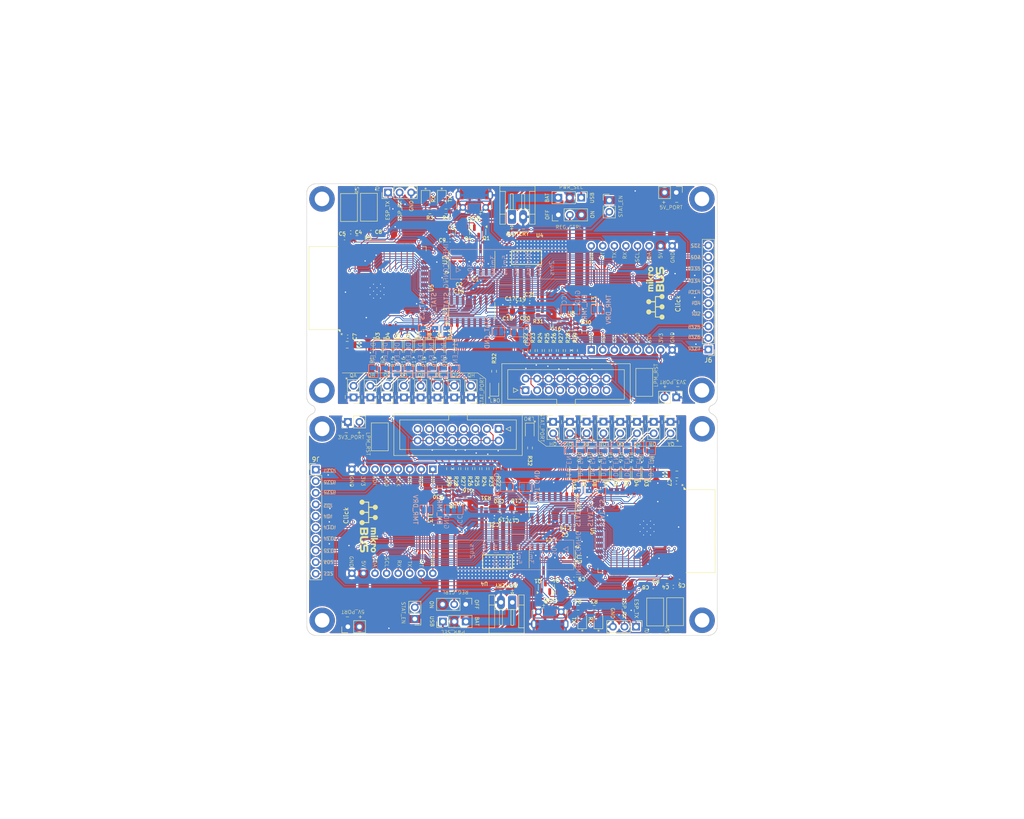
<source format=kicad_pcb>
(kicad_pcb (version 20240108) (generator "pcbnew") (generator_version "8.0")
  (layers (0 "F.Cu" signal) (31 "B.Cu" signal) (34 "B.Paste" user) (35 "F.Paste" user) (36 "B.SilkS" user "B.Silkscreen") (37 "F.SilkS" user "F.Silkscreen") (38 "B.Mask" user) (39 "F.Mask" user) (44 "Edge.Cuts" user))
  (net 0 "")
  (net 1 "Board_0-+VDC")
  (net 2 "Board_0-D+")
  (net 3 "Board_0-D-")
  (net 4 "Board_0-ESP_EN")
  (net 5 "Board_0-ESP_I0")
  (net 6 "Board_0-ESP_RX")
  (net 7 "Board_0-ESP_TX")
  (net 8 "Board_0-IO_14")
  (net 9 "Board_0-IO_2")
  (net 10 "Board_0-IO_25")
  (net 11 "Board_0-IO_26")
  (net 12 "Board_0-IO_27")
  (net 13 "Board_0-IO_34")
  (net 14 "Board_0-IO_35")
  (net 15 "Board_0-IO_4")
  (net 16 "Board_0-MIKROE_3V3")
  (net 17 "Board_0-MIKROE_5V")
  (net 18 "Board_0-MIKROE_AIN")
  (net 19 "Board_0-MIKROE_CS")
  (net 20 "Board_0-MIKROE_GND")
  (net 21 "Board_0-MIKROE_INT")
  (net 22 "Board_0-MIKROE_PWM")
  (net 23 "Board_0-MIKROE_RST")
  (net 24 "Board_0-MIKROE_RX")
  (net 25 "Board_0-MIKROE_SCK")
  (net 26 "Board_0-MIKROE_SCL")
  (net 27 "Board_0-MIKROE_SDA")
  (net 28 "Board_0-MIKROE_SDI")
  (net 29 "Board_0-MIKROE_SDO")
  (net 30 "Board_0-MIKROE_TX")
  (net 31 "Board_0-Net-(D1-A)")
  (net 32 "Board_0-Net-(D10-A)")
  (net 33 "Board_0-Net-(D12-A)")
  (net 34 "Board_0-Net-(D2-A)")
  (net 35 "Board_0-Net-(D3-A)")
  (net 36 "Board_0-Net-(D4-A)")
  (net 37 "Board_0-Net-(D5-A)")
  (net 38 "Board_0-Net-(D6-A)")
  (net 39 "Board_0-Net-(D7-A)")
  (net 40 "Board_0-Net-(D8-A)")
  (net 41 "Board_0-Net-(D9-A)")
  (net 42 "Board_0-Net-(J1-Pin_2)")
  (net 43 "Board_0-Net-(J10-Pin_2)")
  (net 44 "Board_0-Net-(J13-Pin_2)")
  (net 45 "Board_0-Net-(J14-Pin_2)")
  (net 46 "Board_0-Net-(J15-Pin_2)")
  (net 47 "Board_0-Net-(J16-Pin_2)")
  (net 48 "Board_0-Net-(J17-Pin_2)")
  (net 49 "Board_0-Net-(J18-Pin_2)")
  (net 50 "Board_0-Net-(J19-Pin_1)")
  (net 51 "Board_0-Net-(J19-Pin_10)")
  (net 52 "Board_0-Net-(J19-Pin_11)")
  (net 53 "Board_0-Net-(J19-Pin_13)")
  (net 54 "Board_0-Net-(J19-Pin_15)")
  (net 55 "Board_0-Net-(J19-Pin_3)")
  (net 56 "Board_0-Net-(J19-Pin_5)")
  (net 57 "Board_0-Net-(J19-Pin_7)")
  (net 58 "Board_0-Net-(J19-Pin_9)")
  (net 59 "Board_0-Net-(J4-Pin_2)")
  (net 60 "Board_0-Net-(J9-Pin_2)")
  (net 61 "Board_0-Net-(JP10-B)")
  (net 62 "Board_0-Net-(JP11-B)")
  (net 63 "Board_0-Net-(JP13-B)")
  (net 64 "Board_0-Net-(JP14-B)")
  (net 65 "Board_0-Net-(JP15-B)")
  (net 66 "Board_0-Net-(JP16-C)")
  (net 67 "Board_0-Net-(JP17-B)")
  (net 68 "Board_0-Net-(JP18-B)")
  (net 69 "Board_0-Net-(JP3-B)")
  (net 70 "Board_0-Net-(JP4-B)")
  (net 71 "Board_0-Net-(JP5-B)")
  (net 72 "Board_0-Net-(JP6-B)")
  (net 73 "Board_0-Net-(JP7-B)")
  (net 74 "Board_0-Net-(JP8-B)")
  (net 75 "Board_0-Net-(JP9-B)")
  (net 76 "Board_0-Net-(Q1-D)")
  (net 77 "Board_0-Net-(Q1-G)")
  (net 78 "Board_0-Net-(U2-V3)")
  (net 79 "Board_0-Net-(U4-FB)")
  (net 80 "Board_0-TIMER_DONE")
  (net 81 "Board_0-VBUS")
  (net 82 "Board_0-unconnected-(J11-ID-Pad4)")
  (net 83 "Board_0-unconnected-(U1-QH'-Pad9)")
  (net 84 "Board_0-unconnected-(U2-NC-Pad7)")
  (net 85 "Board_0-unconnected-(U2-NC-Pad8)")
  (net 86 "Board_0-unconnected-(U2-R232-Pad15)")
  (net 87 "Board_0-unconnected-(U2-~{CTS}-Pad9)")
  (net 88 "Board_0-unconnected-(U2-~{DCD}-Pad12)")
  (net 89 "Board_0-unconnected-(U2-~{DSR}-Pad10)")
  (net 90 "Board_0-unconnected-(U2-~{RI}-Pad11)")
  (net 91 "Board_0-unconnected-(U5-NC-Pad32)")
  (net 92 "Board_0-unconnected-(U5-SCK{slash}CLK-Pad20)")
  (net 93 "Board_0-unconnected-(U5-SCS{slash}CMD-Pad19)")
  (net 94 "Board_0-unconnected-(U5-SDI{slash}SD1-Pad22)")
  (net 95 "Board_0-unconnected-(U5-SDO{slash}SD0-Pad21)")
  (net 96 "Board_0-unconnected-(U5-SENSOR_VN-Pad5)")
  (net 97 "Board_0-unconnected-(U5-SENSOR_VP-Pad4)")
  (net 98 "Board_0-unconnected-(U5-SHD{slash}SD2-Pad17)")
  (net 99 "Board_0-unconnected-(U5-SWP{slash}SD3-Pad18)")
  (net 100 "Board_1-+VDC")
  (net 101 "Board_1-D+")
  (net 102 "Board_1-D-")
  (net 103 "Board_1-ESP_EN")
  (net 104 "Board_1-ESP_I0")
  (net 105 "Board_1-ESP_RX")
  (net 106 "Board_1-ESP_TX")
  (net 107 "Board_1-IO_14")
  (net 108 "Board_1-IO_2")
  (net 109 "Board_1-IO_25")
  (net 110 "Board_1-IO_26")
  (net 111 "Board_1-IO_27")
  (net 112 "Board_1-IO_34")
  (net 113 "Board_1-IO_35")
  (net 114 "Board_1-IO_4")
  (net 115 "Board_1-MIKROE_3V3")
  (net 116 "Board_1-MIKROE_5V")
  (net 117 "Board_1-MIKROE_AIN")
  (net 118 "Board_1-MIKROE_CS")
  (net 119 "Board_1-MIKROE_GND")
  (net 120 "Board_1-MIKROE_INT")
  (net 121 "Board_1-MIKROE_PWM")
  (net 122 "Board_1-MIKROE_RST")
  (net 123 "Board_1-MIKROE_RX")
  (net 124 "Board_1-MIKROE_SCK")
  (net 125 "Board_1-MIKROE_SCL")
  (net 126 "Board_1-MIKROE_SDA")
  (net 127 "Board_1-MIKROE_SDI")
  (net 128 "Board_1-MIKROE_SDO")
  (net 129 "Board_1-MIKROE_TX")
  (net 130 "Board_1-Net-(D1-A)")
  (net 131 "Board_1-Net-(D10-A)")
  (net 132 "Board_1-Net-(D12-A)")
  (net 133 "Board_1-Net-(D2-A)")
  (net 134 "Board_1-Net-(D3-A)")
  (net 135 "Board_1-Net-(D4-A)")
  (net 136 "Board_1-Net-(D5-A)")
  (net 137 "Board_1-Net-(D6-A)")
  (net 138 "Board_1-Net-(D7-A)")
  (net 139 "Board_1-Net-(D8-A)")
  (net 140 "Board_1-Net-(D9-A)")
  (net 141 "Board_1-Net-(J1-Pin_2)")
  (net 142 "Board_1-Net-(J10-Pin_2)")
  (net 143 "Board_1-Net-(J13-Pin_2)")
  (net 144 "Board_1-Net-(J14-Pin_2)")
  (net 145 "Board_1-Net-(J15-Pin_2)")
  (net 146 "Board_1-Net-(J16-Pin_2)")
  (net 147 "Board_1-Net-(J17-Pin_2)")
  (net 148 "Board_1-Net-(J18-Pin_2)")
  (net 149 "Board_1-Net-(J19-Pin_1)")
  (net 150 "Board_1-Net-(J19-Pin_10)")
  (net 151 "Board_1-Net-(J19-Pin_11)")
  (net 152 "Board_1-Net-(J19-Pin_13)")
  (net 153 "Board_1-Net-(J19-Pin_15)")
  (net 154 "Board_1-Net-(J19-Pin_3)")
  (net 155 "Board_1-Net-(J19-Pin_5)")
  (net 156 "Board_1-Net-(J19-Pin_7)")
  (net 157 "Board_1-Net-(J19-Pin_9)")
  (net 158 "Board_1-Net-(J4-Pin_2)")
  (net 159 "Board_1-Net-(J9-Pin_2)")
  (net 160 "Board_1-Net-(JP10-B)")
  (net 161 "Board_1-Net-(JP11-B)")
  (net 162 "Board_1-Net-(JP13-B)")
  (net 163 "Board_1-Net-(JP14-B)")
  (net 164 "Board_1-Net-(JP15-B)")
  (net 165 "Board_1-Net-(JP16-C)")
  (net 166 "Board_1-Net-(JP17-B)")
  (net 167 "Board_1-Net-(JP18-B)")
  (net 168 "Board_1-Net-(JP3-B)")
  (net 169 "Board_1-Net-(JP4-B)")
  (net 170 "Board_1-Net-(JP5-B)")
  (net 171 "Board_1-Net-(JP6-B)")
  (net 172 "Board_1-Net-(JP7-B)")
  (net 173 "Board_1-Net-(JP8-B)")
  (net 174 "Board_1-Net-(JP9-B)")
  (net 175 "Board_1-Net-(Q1-D)")
  (net 176 "Board_1-Net-(Q1-G)")
  (net 177 "Board_1-Net-(U2-V3)")
  (net 178 "Board_1-Net-(U4-FB)")
  (net 179 "Board_1-TIMER_DONE")
  (net 180 "Board_1-VBUS")
  (net 181 "Board_1-unconnected-(J11-ID-Pad4)")
  (net 182 "Board_1-unconnected-(U1-QH'-Pad9)")
  (net 183 "Board_1-unconnected-(U2-NC-Pad7)")
  (net 184 "Board_1-unconnected-(U2-NC-Pad8)")
  (net 185 "Board_1-unconnected-(U2-R232-Pad15)")
  (net 186 "Board_1-unconnected-(U2-~{CTS}-Pad9)")
  (net 187 "Board_1-unconnected-(U2-~{DCD}-Pad12)")
  (net 188 "Board_1-unconnected-(U2-~{DSR}-Pad10)")
  (net 189 "Board_1-unconnected-(U2-~{RI}-Pad11)")
  (net 190 "Board_1-unconnected-(U5-NC-Pad32)")
  (net 191 "Board_1-unconnected-(U5-SCK{slash}CLK-Pad20)")
  (net 192 "Board_1-unconnected-(U5-SCS{slash}CMD-Pad19)")
  (net 193 "Board_1-unconnected-(U5-SDI{slash}SD1-Pad22)")
  (net 194 "Board_1-unconnected-(U5-SDO{slash}SD0-Pad21)")
  (net 195 "Board_1-unconnected-(U5-SENSOR_VN-Pad5)")
  (net 196 "Board_1-unconnected-(U5-SENSOR_VP-Pad4)")
  (net 197 "Board_1-unconnected-(U5-SHD{slash}SD2-Pad17)")
  (net 198 "Board_1-unconnected-(U5-SWP{slash}SD3-Pad18)")
  (footprint "Connector_PinHeader_2.54mm:PinHeader_1x02_P2.54mm_Vertical" (layer "F.Cu") (at 113.696105 66.915291 180)
    (property "Reference" "J1" (hide yes))
    (property "Value" "Conn_01x02_Socket")
  )
  (footprint "Package_TO_SOT_SMD:SOT-23-6" (layer "F.Cu") (at 161.442605 50.725291)
    (property "Reference" "U8")
    (property "Value" "TPL5110")
  )
  (footprint "Package_TO_SOT_SMD:SOT-23" (layer "F.Cu") (at 159.375895 108.647786 90)
    (property "Reference" "Q4")
    (property "Value" "BSS138")
  )
  (footprint "Resistor_SMD:R_0603_1608Metric_Pad0.98x0.95mm_HandSolder" (layer "F.Cu") (at 157.689105 56.609791 90)
    (property "Reference" "R26")
    (property "Value" "43.2K")
  )
  (footprint "Capacitor_SMD:C_0402_1005Metric" (layer "F.Cu") (at 138.207395 88.919786 -90)
    (property "Reference" "C16")
    (property "Value" "0.1uF")
  )
  (footprint "Resistor_SMD:R_0603_1608Metric_Pad0.98x0.95mm_HandSolder" (layer "F.Cu") (at 136.240895 82.577786 -90)
    (property "Reference" "R28")
    (property "Value" "22K")
  )
  (footprint "LED_SMD:LED_0805_2012Metric_Pad1.15x1.40mm_HandSolder" (layer "F.Cu") (at 168.966895 83.105286 90)
    (property "Reference" "D7")
    (property "Value" "LED")
  )
  (footprint "Capacitor_SMD:C_0402_1005Metric" (layer "F.Cu") (at 144.568895 93.869786 180)
    (property "Reference" "C21")
    (property "Value" "10nF")
  )
  (footprint "Resistor_SMD:R_0603_1608Metric_Pad0.98x0.95mm_HandSolder" (layer "F.Cu") (at 160.759105 56.617291 90)
    (property "Reference" "R28")
    (property "Value" "22K")
  )
  (footprint "LED_SMD:LED_0805_2012Metric_Pad1.15x1.40mm_HandSolder" (layer "F.Cu") (at 121.175105 56.089791 -90)
    (property "Reference" "D4")
    (property "Value" "LED")
  )
  (footprint "Package_SO:SOIC-16_3.9x9.9mm_P1.27mm" (layer "F.Cu") (at 157.340895 91.217786 -90)
    (property "Reference" "U1")
    (property "Value" "74HC595")
  )
  (footprint "Connector_PinHeader_2.54mm:PinHeader_1x02_P2.54mm_Vertical" (layer "F.Cu") (at 121.062105 66.915291 180)
    (property "Reference" "J13" (hide yes))
    (property "Value" "Conn_01x02_Socket")
  )
  (footprint "ICPH:DCQ0006A" (layer "F.Cu") (at 145.310895 102.997786 -90)
    (property "Reference" "U4")
    (property "Value" "TPS73733DCQR")
  )
  (footprint "RF_Module:ESP32-WROOM-32" (layer "F.Cu") (at 177.240895 96.287786 -90)
    (property "Reference" "U5")
    (property "Value" "ESP32-WROOM-32")
  )
  (footprint "Connector_PinHeader_2.54mm:PinHeader_1x02_P2.54mm_Vertical" (layer "F.Cu") (at 135.794105 66.915291 180)
    (property "Reference" "J17" (hide yes))
    (property "Value" "Conn_01x02_Socket")
  )
  (footprint "MountingHole:MountingHole_3.2mm_M3_DIN965_Pad" (layer "F.Cu") (at 106.800895 115.867786 180)
    (property "Reference" "H4" (hide yes))
    (property "Value" "MountingHole")
  )
  (footprint "LED_SMD:LED_0805_2012Metric_Pad1.15x1.40mm_HandSolder" (layer "F.Cu") (at 166.680895 83.105286 90)
    (property "Reference" "D8")
    (property "Value" "LED")
  )
  (footprint "Connector_JST:JST_EH_S2B-EH_1x02_P2.50mm_Horizontal" (layer "F.Cu") (at 148.439105 27.269791)
    (property "Reference" "J2" (hide yes))
    (property "Value" "DC_IN")
  )
  (footprint "Connector_PinHeader_2.54mm:PinHeader_1x10_P2.54mm_Vertical" (layer "F.Cu") (at 191.609105 56.407291 180)
    (property "Reference" "J6")
    (property "Value" "Conn_01x10")
  )
  (footprint "Resistor_SMD:R_0603_1608Metric_Pad0.98x0.95mm_HandSolder" (layer "F.Cu") (at 132.599105 59.689791 90)
    (property "Reference" "R19")
    (property "Value" "1K")
  )
  (footprint "Connector_PinHeader_2.54mm:PinHeader_1x02_P2.54mm_Vertical" (layer "F.Cu") (at 184.559105 21.917291 -90)
    (property "Reference" "J7" (hide yes))
    (property "Value" "Conn_01x02")
  )
  (footprint "Capacitor_SMD:C_0402_1005Metric" (layer "F.Cu") (at 183.930895 108.527786)
    (property "Reference" "C4")
    (property "Value" "0.1uF")
  )
  (footprint "Resistor_SMD:R_0603_1608Metric_Pad0.98x0.95mm_HandSolder" (layer "F.Cu") (at 153.040705 56.626391 90)
    (property "Reference" "R23")
    (property "Value" "124K")
  )
  (footprint "LED_SMD:LED_0805_2012Metric_Pad1.15x1.40mm_HandSolder" (layer "F.Cu") (at 175.824895 83.105286 90)
    (property "Reference" "D4")
    (property "Value" "LED")
  )
  (footprint "Resistor_SMD:R_0603_1608Metric_Pad0.98x0.95mm_HandSolder" (layer "F.Cu") (at 123.459105 59.689791 90)
    (property "Reference" "R15")
    (property "Value" "1K")
  )
  (footprint "Capacitor_SMD:C_0402_1005Metric" (layer "F.Cu") (at 117.506105 30.593291)
    (property "Reference" "C8")
    (property "Value" "0.1uF")
  )
  (footprint "Capacitor_SMD:C_0402_1005Metric" (layer "F.Cu") (at 185.290895 107.227786 180)
    (property "Reference" "C5")
    (property "Value" "0.1uF")
  )
  (footprint "Connector_JST:JST_EH_S2B-EH_1x02_P2.50mm_Horizontal" (layer "F.Cu") (at 148.560895 111.925286 180)
    (property "Reference" "J2" (hide yes))
    (property "Value" "DC_IN")
  )
  (footprint "Connector_USB:USB_Micro-B_Molex-105017-0001" (layer "F.Cu") (at 140.209105 23.737291 180)
    (property "Reference" "J11" (hide yes))
    (property "Value" "USB_B_Micro")
  )
  (footprint "Button_Switch_SMD:SW_SPST_CK_RS282G05A3" (layer "F.Cu") (at 117.069105 25.157291 90)
    (property "Reference" "SW2" (hide yes))
    (property "Value" "SW_Push")
  )
  (footprint "Resistor_SMD:R_0603_1608Metric_Pad0.98x0.95mm_HandSolder" (layer "F.Cu") (at 162.998395 113.127786)
    (property "Reference" "R4")
    (property "Value" "1K")
  )
  (footprint "Capacitor_SMD:C_0402_1005Metric" (layer "F.Cu") (at 112.398105 53.580291 180)
    (property "Reference" "C7")
    (property "Value" "0.1uF")
  )
  (footprint "Resistor_SMD:R_0603_1608Metric_Pad0.98x0.95mm_HandSolder" (layer "F.Cu") (at 154.599105 56.617291 90)
    (property "Reference" "R24")
    (property "Value" "91K")
  )
  (footprint "MountingHole:MountingHole_3.2mm_M3_DIN965_Pad" (layer "F.Cu") (at 106.749105 65.367291)
    (property "Reference" "H2" (hide yes))
    (property "Value" "MountingHole")
  )
  (footprint "Connector_PinHeader_2.54mm:PinHeader_1x02_P2.54mm_Vertical" (layer "F.Cu") (at 124.745105 66.915291 180)
    (property "Reference" "J14" (hide yes))
    (property "Value" "Conn_01x02_Socket")
  )
  (footprint "LED_SMD:LED_0805_2012Metric_Pad1.15x1.40mm_HandSolder" (layer "F.Cu") (at 173.538895 83.105286 90)
    (property "Reference" "D5")
    (property "Value" "LED")
  )
  (footprint "Resistor_SMD:R_0603_1608Metric_Pad0.98x0.95mm_HandSolder" (layer "F.Cu") (at 134.899105 59.689791 90)
    (property "Reference" "R20")
    (property "Value" "1K")
  )
  (footprint "Resistor_SMD:R_0603_1608Metric_Pad0.98x0.95mm_HandSolder" (layer "F.Cu") (at 121.179105 59.689791 90)
    (property "Reference" "R2")
    (property "Value" "1K")
  )
  (footprint "MountingHole:MountingHole_3.2mm_M3_DIN965_Pad" (layer "F.Cu") (at 190.250895 73.827786 180)
    (property "Reference" "H2" (hide yes))
    (property "Value" "MountingHole")
  )
  (footprint "Resistor_SMD:R_0603_1608Metric_Pad0.98x0.95mm_HandSolder" (layer "F.Cu") (at 171.280895 79.505286 -90)
    (property "Reference" "R16")
    (property "Value" "1K")
  )
  (footprint "Resistor_SMD:R_0603_1608Metric_Pad0.98x0.95mm_HandSolder" (layer "F.Cu") (at 118.959105 59.689791 90)
    (property "Reference" "R1")
    (property "Value" "1K")
  )
  (footprint "Resistor_SMD:R_0603_1608Metric_Pad0.98x0.95mm_HandSolder" (layer "F.Cu") (at 166.548395 113.127786)
    (property "Reference" "R3")
    (property "Value" "1K")
  )
  (footprint "Resistor_SMD:R_0603_1608Metric_Pad0.98x0.95mm_HandSolder" (layer "F.Cu") (at 166.700895 79.505286 -90)
    (property "Reference" "R18")
    (property "Value" "1K")
  )
  (footprint "Connector_PinHeader_2.54mm:PinHeader_1x02_P2.54mm_Vertical" (layer "F.Cu") (at 168.571895 72.252786)
    (property "Reference" "J15" (hide yes))
    (property "Value" "Conn_01x02_Socket")
  )
  (footprint "LED_SMD:LED_0805_2012Metric_Pad1.15x1.40mm_HandSolder" (layer "F.Cu") (at 162.108895 83.105286 90)
    (property "Reference" "D10")
    (property "Value" "LED")
  )
  (footprint "Resistor_SMD:R_0603_1608Metric_Pad0.98x0.95mm_HandSolder" (layer "F.Cu") (at 151.440505 56.626391 90)
    (property "Reference" "R22")
    (property "Value" "169K")
  )
  (footprint "Capacitor_SMD:C_0402_1005Metric" (layer "F.Cu") (at 134.729105 43.667291)
    (property "Reference" "C15")
    (property "Value" "0.1uF")
  )
  (footprint "Resistor_SMD:R_0603_1608Metric_Pad0.98x0.95mm_HandSolder" (layer "F.Cu") (at 159.219105 56.619791 90)
    (property "Reference" "R27")
    (property "Value" "34.8K")
  )
  (footprint "Resistor_SMD:R_0603_1608Metric_Pad0.98x0.95mm_HandSolder" (layer "F.Cu") (at 168.970895 79.505286 -90)
    (property "Reference" "R17")
    (property "Value" "1K")
  )
  (footprint "Resistor_SMD:R_0603_1608Metric_Pad0.98x0.95mm_HandSolder" (layer "F.Cu") (at 142.400895 82.577786 -90)
    (property "Reference" "R24")
    (property "Value" "91K")
  )
  (footprint "MountingHole:MountingHole_3.2mm_M3_DIN965_Pad" (layer "F.Cu") (at 106.759105 23.327291)
    (property "Reference" "H1" (hide yes))
    (property "Value" "MountingHole")
  )
  (footprint "Connector_PinHeader_2.54mm:PinHeader_1x02_P2.54mm_Vertical" (layer "F.Cu") (at 161.205895 72.279786)
    (property "Reference" "J17" (hide yes))
    (property "Value" "Conn_01x02_Socket")
  )
  (footprint "Connector_PinHeader_2.54mm:PinHeader_1x02_P2.54mm_Vertical" (layer "F.Cu") (at 172.254895 72.279786)
    (property "Reference" "J14" (hide yes))
    (property "Value" "Conn_01x02_Socket")
  )
  (footprint "LED_SMD:LED_0805_2012Metric_Pad1.15x1.40mm_HandSolder" (layer "F.Cu") (at 130.319105 56.089791 -90)
    (property "Reference" "D8")
    (property "Value" "LED")
  )
  (footprint "Button_Switch_SMD:SW_SPST_CK_RS282G05A3" (layer "F.Cu") (at 177.539105 63.617291 90)
    (property "Reference" "SW4" (hide yes))
    (property "Value" "LPM_RST")
  )
  (footprint "Capacitor_SMD:C_0402_1005Metric" (layer "F.Cu") (at 148.905895 92.802786 180)
    (property "Reference" "C17")
    (property "Value" "0.1uF")
  )
  (footprint "Package_TO_SOT_SMD:SOT-23" (layer "F.Cu") (at 141.174105 30.569791 -90)
    (property "Reference" "Q1")
    (property "Value" "BSS138")
  )
  (footprint "Resistor_SMD:R_0603_1608Metric_Pad0.98x0.95mm_HandSolder" (layer "F.Cu") (at 178.040895 79.505286 -90)
    (property "Reference" "R1")
    (property "Value" "1K")
  )
  (footprint "Button_Switch_SMD:SW_SPST_CK_RS282G05A3" (layer "F.Cu") (at 179.930895 114.037786 -90)
    (property "Reference" "SW2" (hide yes))
    (property "Value" "SW_Push")
  )
  (footprint "Resistor_SMD:R_0603_1608Metric_Pad0.98x0.95mm_HandSolder" (layer "F.Cu") (at 125.719105 59.689791 90)
    (property "Reference" "R16")
    (property "Value" "1K")
  )
  (footprint "Capacitor_SMD:C_0805_2012Metric_Pad1.18x1.45mm_HandSolder" (layer "F.Cu") (at 145.580895 91.257786)
    (property "Reference" "C20")
    (property "Value" "10uF")
  )
  (footprint "Package_TO_SOT_SMD:SOT-23-6" (layer "F.Cu") (at 135.557395 88.469786 180)
    (property "Reference" "U8")
    (property "Value" "TPL5110")
  )
  (footprint "Capacitor_SMD:C_0402_1005Metric" (layer "F.Cu") (at 161.713895 108.192786 90)
    (property "Reference" "C3")
    (property "Value" "0.1uF")
  )
  (footprint "Capacitor_SMD:C_0402_1005Metric" (layer "F.Cu") (at 135.286105 31.002291 -90)
    (property "Reference" "C3")
    (property "Value" "0.1uF")
  )
  (footprint "LED_SMD:LED_0805_2012Metric_Pad1.15x1.40mm_HandSolder" (layer "F.Cu") (at 144.607905 64.781691 90)
    (property "Reference" "D12" (hide yes))
    (property "Value" "LED")
  )
  (footprint "Resistor_SMD:R_0603_1608Metric_Pad0.98x0.95mm_HandSolder" (layer "F.Cu") (at 162.100895 79.505286 -90)
    (property "Reference" "R20")
    (property "Value" "1K")
  )
  (footprint "Connector_PinHeader_2.54mm:PinHeader_1x02_P2.54mm_Vertical" (layer "F.Cu") (at 183.303895 72.279786)
    (property "Reference" "J1" (hide yes))
    (property "Value" "Conn_01x02_Socket")
  )
  (footprint "LED_SMD:LED_0805_2012Metric_Pad1.15x1.40mm_HandSolder" (layer "F.Cu") (at 152.392095 74.413386 -90)
    (property "Reference" "D12" (hide yes))
    (property "Value" "LED")
  )
  (footprint "Resistor_SMD:R_0603_1608Metric_Pad0.98x0.95mm_HandSolder" (layer "F.Cu") (at 134.001605 26.067291 180)
    (property "Reference" "R4")
    (property "Value" "1K")
  )
  (footprint "Capacitor_SMD:C_0402_1005Metric" (layer "F.Cu") (at 113.069105 30.667291 180)
    (property "Reference" "C4")
    (property "Value" "0.1uF")
  )
  (footprint "LED_SMD:LED_0805_2012Metric_Pad1.15x1.40mm_HandSolder" (layer "F.Cu") (at 125.747105 56.089791 -90)
    (property "Reference" "D6")
    (property "Value" "LED")
  )
  (footprint "Package_SO:SOIC-16_3.9x9.9mm_P1.27mm" (layer "F.Cu") (at 139.659105 47.977291 90)
    (property "Reference" "U1")
    (property "Value" "74HC595")
  )
  (footprint "Capacitor_SMD:C_0805_2012Metric_Pad1.18x1.45mm_HandSolder" (layer "F.Cu") (at 184.700895 83.836786)
    (property "Reference" "C6")
    (property "Value" "10uF")
  )
  (footprint "Resistor_SMD:R_0603_1608Metric_Pad0.98x0.95mm_HandSolder" (layer "F.Cu") (at 134.662895 82.590286 -90)
    (property "Reference" "R29")
    (property "Value" "16.9K")
  )
  (footprint "Resistor_SMD:R_0603_1608Metric_Pad0.98x0.95mm_HandSolder" (layer "F.Cu") (at 137.780895 82.575286 -90)
    (property "Reference" "R27")
    (property "Value" "34.8K")
  )
  (footprint "Capacitor_SMD:C_0402_1005Metric" (layer "F.Cu") (at 162.097895 106.762786 180)
    (property "Reference" "C9")
    (property "Value" "0.1uF")
  )
  (footprint "Resistor_SMD:R_0603_1608Metric_Pad0.98x0.95mm_HandSolder" (layer "F.Cu") (at 164.400895 79.505286 -90)
    (property "Reference" "R19")
    (property "Value" "1K")
  )
  (footprint "Capacitor_SMD:C_0402_1005Metric" (layer "F.Cu") (at 179.493895 108.601786 180)
    (property "Reference" "C8")
    (property "Value" "0.1uF")
  )
  (footprint "Resistor_SMD:R_0603_1608Metric_Pad0.98x0.95mm_HandSolder" (layer "F.Cu") (at 173.540895 79.505286 -90)
    (property "Reference" "R15")
    (property "Value" "1K")
  )
  (footprint "Capacitor_SMD:C_0402_1005Metric" (layer "F.Cu") (at 134.902105 32.432291)
    (property "Reference" "C9")
    (property "Value" "0.1uF")
  )
  (footprint "Capacitor_SMD:C_0805_2012Metric_Pad1.18x1.45mm_HandSolder" (layer "F.Cu") (at 112.299105 55.358291 180)
    (property "Reference" "C6")
    (property "Value" "10uF")
  )
  (footprint "Capacitor_SMD:C_0402_1005Metric" (layer "F.Cu") (at 162.270895 95.527786 180)
    (property "Reference" "C15")
    (property "Value" "0.1uF")
  )
  (footprint "Connector_USB:USB_Micro-B_Molex-105017-0001" (layer "F.Cu") (at 156.790895 115.457786)
    (property "Reference" "J11" (hide yes))
    (property "Value" "USB_B_Micro")
  )
  (footprint "Capacitor_SMD:C_0805_2012Metric_Pad1.18x1.45mm_HandSolder" (layer "F.Cu") (at 162.810895 97.077786 180)
    (property "Reference" "C2")
    (property "Value" "10uF")
  )
  (footprint "LED_SMD:LED_0805_2012Metric_Pad1.15x1.40mm_HandSolder" (layer "F.Cu") (at 178.030895 83.105286 90)
    (property "Reference" "D3")
    (property "Value" "LED")
  )
  (footprint "Connector_PinHeader_2.54mm:PinHeader_1x03_P2.54mm_Vertical" (layer "F.Cu") (at 158.662105 26.826291 90)
    (property "Reference" "J4" (hide yes))
    (property "Value" "REG_CTRL")
  )
  (footprint "Capacitor_SMD:C_0805_2012Metric_Pad1.18x1.45mm_HandSolder" (layer "F.Cu") (at 151.419105 47.937291 180)
    (property "Reference" "C20")
    (property "Value" "10uF")
  )
  (footprint "LED_SMD:LED_0805_2012Metric_Pad1.15x1.40mm_HandSolder" (layer "F.Cu") (at 118.969105 56.089791 -90)
    (property "Reference" "D3")
    (property "Value" "LED")
  )
  (footprint "Capacitor_SMD:C_0402_1005Metric" (layer "F.Cu") (at 158.160895 98.253786 180)
    (property "Reference" "C1")
    (property "Value" "0.1uF")
  )
  (footprint "LED_SMD:LED_0805_2012Metric_Pad1.15x1.40mm_HandSolder" (layer "F.Cu") (at 164.394895 83.105286 90)
    (property "Reference" "D9")
    (property "Value" "LED")
  )
  (footprint "Capacitor_SMD:C_0805_2012Metric_Pad1.18x1.45mm_HandSolder" (layer "F.Cu") (at 149.460895 91.252786 180)
    (property "Reference" "C18")
    (property "Value" "10uF")
  )
  (footprint "Connector_PinHeader_2.54mm:PinHeader_1x02_P2.54mm_Vertical" (layer "F.Cu") (at 112.440895 72.297786 90)
    (property "Reference" "J8" (hide yes))
    (property "Value" "Conn_01x02")
  )
  (footprint "Resistor_SMD:R_0603_1608Metric_Pad0.98x0.95mm_HandSolder" (layer "F.Cu") (at 145.559495 82.568686 -90)
    (property "Reference" "R22")
    (property "Value" "169K")
  )
  (footprint "Package_SO:SOIC-16_3.9x9.9mm_P1.27mm" (layer "F.Cu") (at 139.674105 36.750291 90)
    (property "Reference" "U2")
    (property "Value" "CH340C")
  )
  (footprint "Capacitor_SMD:C_0805_2012Metric_Pad1.18x1.45mm_HandSolder" (layer "F.Cu") (at 147.539105 47.942291)
    (property "Reference" "C18")
    (property "Value" "10uF")
  )
  (footprint "LED_SMD:LED_0805_2012Metric_Pad1.15x1.40mm_HandSolder" (layer "F.Cu") (at 129.529105 23.332291 -90)
    (property "Reference" "D1" (hide yes))
    (property "Value" "LED")
  )
  (footprint "Resistor_SMD:R_0603_1608Metric_Pad0.98x0.95mm_HandSolder" (layer "F.Cu") (at 114.439105 31.917291 180)
    (property "Reference" "R5")
    (property "Value" "1K")
  )
  (footprint "LED_SMD:LED_0805_2012Metric_Pad1.15x1.40mm_HandSolder" (layer "F.Cu") (at 163.914895 115.862786 90)
    (property "Reference" "D2" (hide yes))
    (property "Value" "LED")
  )
  (footprint "Capacitor_SMD:C_0402_1005Metric" (layer "F.Cu") (at 158.792605 50.275291 90)
    (property "Reference" "C16")
    (property "Value" "0.1uF")
  )
  (footprint "Capacitor_SMD:C_0402_1005Metric" (layer "F.Cu") (at 138.839105 40.941291)
    (property "Reference" "C1")
    (property "Value" "0.1uF")
  )
  (footprint "Connector_PinHeader_2.54mm:PinHeader_1x03_P2.54mm_Vertical" (layer "F.Cu") (at 175.730895 117.277786 -90)
    (property "Reference" "J3" (hide yes))
    (property "Value" "Conn_01x03_Socket")
  )
  (footprint "Capacitor_SMD:C_0402_1005Metric" (layer "F.Cu") (at 184.601895 85.614786)
    (property "Reference" "C7")
    (property "Value" "0.1uF")
  )
  (footprint "Resistor_SMD:R_0603_1608Metric_Pad0.98x0.95mm_HandSolder" (layer "F.Cu") (at 154.214105 47.992291 90)
    (property "Reference" "R31")
    (property "Value" "1M")
  )
  (footprint "Connector_PinHeader_2.54mm:PinHeader_1x03_P2.54mm_Vertical" (layer "F.Cu") (at 121.269105 21.917291 90)
    (property "Reference" "J3" (hide yes))
    (property "Value" "Conn_01x03_Socket")
  )
  (footprint "Connector_PinHeader_2.54mm:PinHeader_1x02_P2.54mm_Vertical" (layer "F.Cu") (at 132.111105 66.942291 180)
    (property "Reference" "J16" (hide yes))
    (property "Value" "Conn_01x02_Socket")
  )
  (footprint "Resistor_SMD:R_0603_1608Metric_Pad0.98x0.95mm_HandSolder" (layer "F.Cu") (at 130.451605 26.067291 180)
    (property "Reference" "R3")
    (property "Value" "1K")
  )
  (footprint "Resistor_SMD:R_0603_1608Metric_Pad0.98x0.95mm_HandSolder" (layer "F.Cu") (at 132.635395 86.557786 90)
    (property "Reference" "R30")
    (property "Value" "1M")
  )
  (footprint "Button_Switch_SMD:SW_SPST_CK_RS282G05A3" (layer "F.Cu") (at 119.460895 75.577786 -90)
    (property "Reference" "SW4" (hide yes))
    (property "Value" "LPM_RST")
  )
  (footprint "Capacitor_SMD:C_0402_1005Metric" (layer "F.Cu") (at 146.120895 92.847786)
    (property "Reference" "C19")
    (property "Value" "0.1uF")
  )
  (footprint "Button_Switch_SMD:SW_SPST_CK_RS282G05A3" (layer "F.Cu") (at 184.310895 113.977786 90)
    (property "Reference" "SW1" (hide yes))
    (property "Value" "SW_Push")
  )
  (footprint "Resistor_SMD:R_0603_1608Metric_Pad0.98x0.95mm_HandSolder" (layer "F.Cu") (at 128.029105 59.689791 90)
    (property "Reference" "R17")
    (property "Value" "1K")
  )
  (footprint "Connector_PinHeader_2.54mm:PinHeader_1x02_P2.54mm_Vertical" (layer "F.Cu") (at 175.937895 72.279786)
    (property "Reference" "J13" (hide yes))
    (property "Value" "Conn_01x02_Socket")
  )
  (footprint "Connector_PinHeader_2.54mm:PinHeader_1x02_P2.54mm_Vertical" (layer "F.Cu") (at 179.620895 72.279786)
    (property "Reference" "J10" (hide yes))
    (property "Value" "Conn_01x02_Socket")
  )
  (footprint "Resistor_SMD:R_0603_1608Metric_Pad0.98x0.95mm_HandSolder" (layer "F.Cu") (at 175.820895 79.505286 -90)
    (property "Reference" "R2")
    (property "Value" "1K")
  )
  (footprint "MountingHole:MountingHole_3.2mm_M3_DIN965_Pad" (layer "F.Cu") (at 190.199105 65.367291)
    (property "Reference" "H3" (hide yes))
    (property "Value" "MountingHole")
  )
  (footprint "LED_SMD:LED_0805_2012Metric_Pad1.15x1.40mm_HandSolder" (layer "F.Cu") (at 134.891105 56.089791 -90)
    (property "Reference" "D10")
    (property "Value" "LED")
  )
  (footprint "Resistor_SMD:R_0603_1608Metric_Pad0.98x0.95mm_HandSolder" (layer "F.Cu") (at 142.785895 91.202786 -90)
    (property "Reference" "R31")
    (property "Value" "1M")
  )
  (footprint "Capacitor_SMD:C_0805_2012Metric_Pad1.18x1.45mm_HandSolder" (layer "F.Cu") (at 134.189105 42.117291)
    (property "Reference" "C2")
    (property "Value" "10uF")
  )
  (footprint "Resistor_SMD:R_0603_1608Metric_Pad0.98x0.95mm_HandSolder" (layer "F.Cu") (at 139.310895 82.585286 -90)
    (property "Reference" "R26")
    (property "Value" "43.2K")
  )
  (footprint "Connector_PinHeader_2.54mm:PinHeader_1x02_P2.54mm_Vertical" (layer "F.Cu") (at 117.379105 66.915291 180)
    (property "Reference" "J10" (hide yes))
    (property "Value" "Conn_01x02_Socket")
  )
  (footprint "Connector_PinHeader_2.54mm:PinHeader_1x03_P2.54mm_Vertical" (layer "F.Cu") (at 163.693705 23.049491 -90)
    (property "Reference" "J12" (hide yes))
    (property "Value" "POWER_SELECT")
  )
  (footprint "LED_SMD:LED_0805_2012Metric_Pad1.15x1.40mm_HandSolder" (layer "F.Cu") (at 123.461105 56.089791 -90)
    (property "Reference" "D5")
    (property "Value" "LED")
  )
  (footprint "LED_SMD:LED_0805_2012Metric_Pad1.15x1.40mm_HandSolder" (layer "F.Cu") (at 132.605105 56.089791 -90)
    (property "Reference" "D9")
    (property "Value" "LED")
  )
  (footprint "Resistor_SMD:R_0603_1608Metric_Pad0.98x0.95mm_HandSolder" (layer "F.Cu") (at 140.860895 82.577786 -90)
    (property "Reference" "R25")
    (property "Value" "76.8K")
  )
  (footprint "Capacitor_SMD:C_0402_1005Metric" (layer "F.Cu") (at 150.879105 46.347291 180)
    (property "Reference" "C19")
    (property "Value" "0.1uF")
  )
  (footprint "RF_Module:ESP32-WROOM-32" (layer "F.Cu") (at 119.759105 42.907291 90)
    (property "Reference" "U5")
    (property "Value" "ESP32-WROOM-32")
  )
  (footprint "Package_TO_SOT_SMD:SOT-23" (layer "F.Cu") (at 155.825895 108.625286 90)
    (property "Reference" "Q1")
    (property "Value" "BSS138")
  )
  (footprint "Connector_PinHeader_2.54mm:PinHeader_1x03_P2.54mm_Vertical" (layer "F.Cu") (at 133.306295 116.145586 90)
    (property "Reference" "J12" (hide yes))
    (property "Value" "POWER_SELECT")
  )
  (footprint "Resistor_SMD:R_0603_1608Metric_Pad0.98x0.95mm_HandSolder" (layer "F.Cu") (at 130.299105 59.689791 90)
    (property "Reference" "R18")
    (property "Value" "1K")
  )
  (footprint "Package_TO_SOT_SMD:SOT-23" (layer "F.Cu") (at 137.624105 30.547291 -90)
    (property "Reference" "Q4")
    (property "Value" "BSS138")
  )
  (footprint "LED_SMD:LED_0805_2012Metric_Pad1.15x1.40mm_HandSolder" (layer "F.Cu") (at 167.470895 115.862786 90)
    (property "Reference" "D1" (hide yes))
    (property "Value" "LED")
  )
  (footprint "LED_SMD:LED_0805_2012Metric_Pad1.15x1.40mm_HandSolder" (layer "F.Cu") (at 133.085105 23.332291 -90)
    (property "Reference" "D2" (hide yes))
    (property "Value" "LED")
  )
  (footprint "Package_SO:SOIC-16_3.9x9.9mm_P1.27mm" (layer "F.Cu") (at 157.325895 102.444786 -90)
    (property "Reference" "U2")
    (property "Value" "CH340C")
  )
  (footprint "LED_SMD:LED_0805_2012Metric_Pad1.15x1.40mm_HandSolder" (layer "F.Cu") (at 171.252895 83.105286 90)
    (property "Reference" "D6")
    (property "Value" "LED")
  )
  (footprint "Resistor_SMD:R_0603_1608Metric_Pad0.98x0.95mm_HandSolder" (layer "F.Cu") (at 164.364605 52.637291 -90)
    (property "Reference" "R30")
    (property "Value" "1M")
  )
  (footprint "MIKROE_3800:MIKROE-3800" (layer "F.Cu") (at 113.326895 82.693786 -90)
    (property "Reference" "U3")
    (property "Value" "MIKROE")
  )
  (footprint "Resistor_SMD:R_0603_1608Metric_Pad0.98x0.95mm_HandSolder" (layer "F.Cu") (at 182.560895 107.277786)
    (property "Reference" "R5")
    (property "Value" "1K")
  )
  (footprint "Connector_PinHeader_2.54mm:PinHeader_1x02_P2.54mm_Vertical" (layer "F.Cu") (at 164.888895 72.252786)
    (property "Reference" "J16" (hide yes))
    (property "Value" "Conn_01x02_Socket")
  )
  (footprint "Resistor_SMD:R_0603_1608Metric_Pad0.98x0.95mm_HandSolder" (layer "F.Cu") (at 152.446095 78.017986 90)
    (property "Reference" "R32")
    (property "Value" "1K")
  )
  (footprint "Connector_IDC:IDC-Header_2x08_P2.54mm_Vertical" (layer "F.Cu") (at 145.530895 73.847786 -90)
    (property "Reference" "J19" (hide yes))
    (property "Value" "Timer Config")
  )
  (footprint "MIKROE_3800:MIKROE-3800" (layer "F.Cu") (at 183.673105 56.501291 90)
    (property "Reference" "U3")
    (property "Value" "MIKROE")
  )
  (footprint "Connector_PinHeader_2.54mm:PinHeader_1x02_P2.54mm_Vertical" (layer "F.Cu") (at 112.440895 117.277786 90)
    (property "Reference" "J7" (hide yes))
    (property "Value" "Conn_01x02")
  )
  (footprint "Resistor_SMD:R_0603_1608Metric_Pad0.98x0.95mm_HandSolder" (layer "F.Cu") (at 162.337105 56.604791 90)
    (property "Reference" "R29")
    (property "Value" "16.9K")
  )
  (footprint "Connector_PinHeader_2.54mm:PinHeader_1x10_P2.54mm_Vertical" (layer "F.Cu") (at 105.390895 82.787786)
    (property "Reference" "J6")
    (property "Value" "Conn_01x10")
  )
  (footprint "Capacitor_SMD:C_0402_1005Metric" (layer "F.Cu") (at 111.709105 31.967291)
    (property "Reference" "C5")
    (property "Value" "0.1uF")
  )
  (footprint "Resistor_SMD:R_0603_1608Metric_Pad0.98x0.95mm_HandSolder" (layer "F.Cu") (at 144.553905 61.177091 -90)
    (property "Reference" "R32")
    (property "Value" "1K")
  )
  (footprint "MountingHole:MountingHole_3.2mm_M3_DIN965_Pad" (layer "F.Cu") (at 190.240895 115.867786 180)
    (property "Reference" "H1" (hide yes))
    (property "Value" "MountingHole")
  )
  (footprint "Connector_PinHeader_2.54mm:PinHeader_1x02_P2.54mm_Vertical" (layer "F.Cu") (at 139.477105 66.915291 180)
    (property "Reference" "J18" (hide yes))
    (property "Value" "Conn_01x02_Socket")
  )
  (footprint "Resistor_SMD:R_0603_1608Metric_Pad0.98x0.95mm_HandSolder" (layer "F.Cu") (at 143.959295 82.568686 -90)
    (property "Reference" "R23")
    (property "Value" "124K")
  )
  (footprint "LED_SMD:LED_0805_2012Metric_Pad1.15x1.40mm_HandSolder" (layer "F.Cu") (at 128.033105 56.089791 -90)
    (property "Reference" "D7")
    (property "Value" "LED")
  )
  (footprint "Connector_PinHeader_2.54mm:PinHeader_1x02_P2.54mm_Vertical" (layer "F.Cu") (at 184.559105 66.897291 -90)
    (property "Reference" "J8" (hide yes))
    (property "Value" "Conn_01x02")
  )
  (footprint "MountingHole:MountingHole_3.2mm_M3_DIN965_Pad" (layer "F.Cu") (at 190.199105 23.327291)
    (property "Reference" "H4" (hide yes))
    (property "Value" "MountingHole")
  )
  (footprint "Connector_PinHeader_2.54mm:PinHeader_1x02_P2.54mm_Vertical" (layer "F.Cu") (at 127.144495 115.566386 180)
    (property "Reference" "J9" (hide yes))
    (property "Value" "REG_EN")
  )
  (footprint "Connector_PinHeader_2.54mm:PinHeader_1x03_P2.54mm_Vertical" (layer "F.Cu") (at 138.337895 112.368786 -90)
    (property "Reference" "J4" (hide yes))
    (property "Value" "REG_CTRL")
  )
  (footprint "Capacitor_SMD:C_0402_1005Metric" (layer "F.Cu") (at 148.094105 46.392291)
    (property "Reference" "C17")
    (property "Value" "0.1uF")
  )
  (footprint "Connector_IDC:IDC-Header_2x08_P2.54mm_Vertical" (layer "F.Cu") (at 151.469105 65.347291 90)
    (property "Reference" "J19" (hide yes))
    (property "Value" "Timer Config")
  )
  (footprint "Resistor_SMD:R_0603_1608Metric_Pad0.98x0.95mm_HandSolder" (layer "F.Cu") (at 156.139105 56.617291 90)
    (property "Reference" "R25")
    (property "Value" "76.8K")
  )
  (footprint "Connector_PinHeader_2.54mm:PinHeader_1x02_P2.54mm_Vertical" (layer "F.Cu") (at 128.428105 66.942291 180)
    (property "Reference" "J15" (hide yes))
    (property "Value" "Conn_01x02_Socket")
  )
  (footprint "MountingHole:MountingHole_3.2mm_M3_DIN965_Pad" (layer "F.Cu") (at 106.800895 73.827786 180)
    (property "Reference" "H3" (hide yes))
    (property "Value" "MountingHole")
  )
  (footprint "Connector_PinHeader_2.54mm:PinHeader_1x02_P2.54mm_Vertical" (layer "F.Cu") (at 169.855505 23.628691)
    (property "Reference" "J9" (hide yes))
    (property "Value" "REG_EN")
  )
  (footprint "Capacitor_SMD:C_0402_1005Metric" (layer "F.Cu") (at 152.431105 45.325291)
    (property "Reference" "C21")
    (property "Value" "10nF")
  )
  (footprint "ICPH:DCQ0006A" (layer "F.Cu") (at 151.689105 36.197291 90)
    (property "Reference" "U4")
    (property "Value" "TPS73733DCQR")
  )
  (footprint "Button_Switch_SMD:SW_SPST_CK_RS282G05A3" (layer "F.Cu") (at 112.689105 25.217291 -90)
    (property "Reference" "SW1" (hide yes))
    (property "Value" "SW_Push")
  )
  (footprint "Connector_PinHeader_2.54mm:PinHeader_1x02_P2.54mm_Vertical" (layer "F.Cu") (at 157.522895 72.279786)
    (property "Reference" "J18" (hide yes))
    (property "Value" "Conn_01x02_Socket")
  )
  (footprint "Jumper:SolderJumper-2_P1.3mm_Open_Pad1.0x1.5mm" (layer "B.Cu") (at 149.649105 52.607291 180)
    (property "Reference" "JP18" (hide yes))
    (property "Value" "SolderJumper_2_Open")
  )
  (footprint "Jumper:SolderJumper-2_P1.3mm_Open_Pad1.0x1.5mm" (layer "B.Cu") (at 129.690895 91.597786)
    (property "Reference" "JP17" (hide yes))
    (property "Value" "SolderJumper_2_Open")
  )
  (footprint "Jumper:SolderJumper-2_P1.3mm_Open_Pad1.0x1.5mm" (layer "B.Cu") (at 162.840895 86.787786 -90)
    (property "Reference" "JP15" (hide yes))
    (property "Value" "SolderJumper_2_Open")
  )
  (footprint "Jumper:SolderJumper-2_P1.3mm_Open_Pad1.0x1.5mm" (layer "B.Cu") (at 178.960895 78.077786 -90)
    (property "Reference" "JP3" (hide yes))
    (property "Value" "SolderJumper_2_Open")
  )
  (footprint "Jumper:SolderJumper-3_P1.3mm_Open_Pad1.0x1.5mm" (layer "B.Cu") (at 161.321105 47.611291)
    (property "Reference" "JP16" (hide yes))
    (property "Value" "SolderJumper_3_Open")
  )
  (footprint "Jumper:SolderJumper-2_P1.3mm_Open_Pad1.0x1.5mm" (layer "B.Cu") (at 133.459105 61.169291 90)
    (property "Reference" "JP9" (hide yes))
    (property "Value" "SolderJumper_2_Open")
  )
  (footprint "Jumper:SolderJumper-2_P1.3mm_Open_Pad1.0x1.5mm" (layer "B.Cu") (at 125.749105 61.139291 90)
    (property "Reference" "JP6" (hide yes))
    (property "Value" "SolderJumper_2_Open")
  )
  (footprint "Jumper:SolderJumper-2_P1.3mm_Open_Pad1.0x1.5mm" (layer "B.Cu") (at 160.970895 78.025786 -90)
    (property "Reference" "JP10" (hide yes))
    (property "Value" "SolderJumper_2_Open")
  )
  (footprint "Jumper:SolderJumper-2_P1.3mm_Open_Pad1.0x1.5mm" (layer "B.Cu") (at 147.350895 86.587786)
    (property "Reference" "JP18" (hide yes))
    (property "Value" "SolderJumper_2_Open")
  )
  (footprint "Jumper:SolderJumper-2_P1.3mm_Open_Pad1.0x1.5mm" (layer "B.Cu") (at 163.540895 78.025786 -90)
    (property "Reference" "JP9" (hide yes))
    (property "Value" "SolderJumper_2_Open")
  )
  (footprint "Jumper:SolderJumper-2_P1.3mm_Open_Pad1.0x1.5mm" (layer "B.Cu") (at 168.670895 78.045786 -90)
    (property "Reference" "JP7" (hide yes))
    (property "Value" "SolderJumper_2_Open")
  )
  (footprint "Jumper:SolderJumper-2_P1.3mm_Open_Pad1.0x1.5mm" (layer "B.Cu") (at 130.899105 61.149291 90)
    (property "Reference" "JP8" (hide yes))
    (property "Value" "SolderJumper_2_Open")
  )
  (footprint "Jumper:SolderJumper-2_P1.3mm_Open_Pad1.0x1.5mm" (layer "B.Cu") (at 151.530895 86.597786)
    (property "Reference" "JP11" (hide yes))
    (property "Value" "SolderJumper_2_Open")
  )
  (footprint "Jumper:SolderJumper-2_P1.3mm_Open_Pad1.0x1.5mm" (layer "B.Cu") (at 134.159105 52.407291 90)
    (property "Reference" "JP15" (hide yes))
    (property "Value" "SolderJumper_2_Open")
  )
  (footprint "Jumper:SolderJumper-2_P1.3mm_Open_Pad1.0x1.5mm" (layer "B.Cu") (at 176.390895 78.085786 -90)
    (property "Reference" "JP4" (hide yes))
    (property "Value" "SolderJumper_2_Open")
  )
  (footprint "Jumper:SolderJumper-2_P1.3mm_Open_Pad1.0x1.5mm" (layer "B.Cu") (at 120.609105 61.109291 90)
    (property "Reference" "JP4" (hide yes))
    (property "Value" "SolderJumper_2_Open")
  )
  (footprint "Jumper:SolderJumper-2_P1.3mm_Open_Pad1.0x1.5mm" (layer "B.Cu") (at 166.100895 78.045786 -90)
    (property "Reference" "JP8" (hide yes))
    (property "Value" "SolderJumper_2_Open")
  )
  (footprint "Jumper:SolderJumper-2_P1.3mm_Open_Pad1.0x1.5mm" (layer "B.Cu") (at 165.460895 86.797786 -90)
    (property "Reference" "JP14" (hide yes))
    (property "Value" "SolderJumper_2_Open")
  )
  (footprint "Jumper:SolderJumper-3_P1.3mm_Open_Pad1.0x1.5mm" (layer "B.Cu") (at 135.678895 91.583786 180)
    (property "Reference" "JP16" (hide yes))
    (property "Value" "SolderJumper_3_Open")
  )
  (footprint "Jumper:SolderJumper-2_P1.3mm_Open_Pad1.0x1.5mm" (layer "B.Cu") (at 171.250895 78.055786 -90)
    (property "Reference" "JP6" (hide yes))
    (property "Value" "SolderJumper_2_Open")
  )
  (footprint "Jumper:SolderJumper-2_P1.3mm_Open_Pad1.0x1.5mm" (layer "B.Cu") (at 123.189105 61.119291 90)
    (property "Reference" "JP5" (hide yes))
    (property "Value" "SolderJumper_2_Open")
  )
  (footprint "Jumper:SolderJumper-2_P1.3mm_Open_Pad1.0x1.5mm" (layer "B.Cu") (at 131.539105 52.397291 90)
    (property "Reference" "JP14" (hide yes))
    (property "Value" "SolderJumper_2_Open")
  )
  (footprint "Jumper:SolderJumper-2_P1.3mm_Open_Pad1.0x1.5mm" (layer "B.Cu") (at 167.309105 47.597291 180)
    (property "Reference" "JP17" (hide yes))
    (property "Value" "SolderJumper_2_Open")
  )
  (footprint "Jumper:SolderJumper-2_P1.3mm_Open_Pad1.0x1.5mm" (layer "B.Cu") (at 168.060895 86.787786 -90)
    (property "Reference" "JP13" (hide yes))
    (property "Value" "SolderJumper_2_Open")
  )
  (footprint "Jumper:SolderJumper-2_P1.3mm_Open_Pad1.0x1.5mm" (layer "B.Cu") (at 173.810895 78.075786 -90)
    (property "Reference" "JP5" (hide yes))
    (property "Value" "SolderJumper_2_Open")
  )
  (footprint "Jumper:SolderJumper-2_P1.3mm_Open_Pad1.0x1.5mm" (layer "B.Cu") (at 145.469105 52.597291 180)
    (property "Reference" "JP11" (hide yes))
    (property "Value" "SolderJumper_2_Open")
  )
  (footprint "Jumper:SolderJumper-2_P1.3mm_Open_Pad1.0x1.5mm" (layer "B.Cu") (at 128.329105 61.149291 90)
    (property "Reference" "JP7" (hide yes))
    (property "Value" "SolderJumper_2_Open")
  )
  (footprint "Jumper:SolderJumper-2_P1.3mm_Open_Pad1.0x1.5mm" (layer "B.Cu") (at 128.939105 52.407291 90)
    (property "Reference" "JP13" (hide yes))
    (property "Value" "SolderJumper_2_Open")
  )
  (footprint "Jumper:SolderJumper-2_P1.3mm_Open_Pad1.0x1.5mm" (layer "B.Cu") (at 136.029105 61.169291 90)
    (property "Reference" "JP10" (hide yes))
    (property "Value" "SolderJumper_2_Open")
  )
  (footprint "Jumper:SolderJumper-2_P1.3mm_Open_Pad1.0x1.5mm" (layer "B.Cu") (at 118.039105 61.117291 90)
    (property "Reference" "JP3" (hide yes))
    (property "Value" "SolderJumper_2_Open")
  )
  (gr_line (start 136.214105 38.447291) (end 136.214105 39.447291) (stroke (width 0.1)) (layer "B.SilkS"))
  (gr_line (start 149.804105 40.927291) (end 149.804105 42.237291) (stroke (width 0.1)) (layer "B.SilkS"))
  (gr_line (start 151.295895 96.957786) (end 151.295895 98.267786) (stroke (width 0.1)) (layer "B.SilkS"))
  (gr_line (start 137.214105 38.947291) (end 136.214105 38.447291) (stroke (width 0.1)) (layer "B.SilkS"))
  (gr_line (start 147.195895 98.267786) (end 147.195895 96.957786) (stroke (width 0.1)) (layer "B.SilkS"))
  (gr_line (start 162.045895 98.267786) (end 162.045895 104.767786) (stroke (width 0.1)) (layer "B.SilkS"))
  (gr_line (start 134.954105 40.927291) (end 134.954105 34.427291) (stroke (width 0.1)) (layer "B.SilkS"))
  (gr_line (start 137.214105 38.947291) (end 136.214105 39.447291) (stroke (width 0.1)) (layer "B.SilkS"))
  (gr_line (start 136.445895 98.267786) (end 147.195895 98.267786) (stroke (width 0.1)) (layer "B.SilkS"))
  (gr_line (start 151.295895 96.957786) (end 147.195895 96.957786) (stroke (width 0.1)) (layer "B.SilkS"))
  (gr_line (start 160.554105 40.927291) (end 149.804105 40.927291) (stroke (width 0.1)) (layer "B.SilkS"))
  (gr_line (start 145.704105 42.237291) (end 145.704105 40.927291) (stroke (width 0.1)) (layer "B.SilkS"))
  (gr_line (start 134.954105 34.427291) (end 160.554105 34.427291) (stroke (width 0.1)) (layer "B.SilkS"))
  (gr_line (start 159.785895 100.247786) (end 160.785895 100.747786) (stroke (width 0.1)) (layer "B.SilkS"))
  (gr_line (start 160.785895 100.747786) (end 160.785895 99.747786) (stroke (width 0.1)) (layer "B.SilkS"))
  (gr_line (start 145.704105 42.237291) (end 149.804105 42.237291) (stroke (width 0.1)) (layer "B.SilkS"))
  (gr_line (start 151.295895 98.267786) (end 162.045895 98.267786) (stroke (width 0.1)) (layer "B.SilkS"))
  (gr_line (start 160.554105 34.427291) (end 160.554105 40.927291) (stroke (width 0.1)) (layer "B.SilkS"))
  (gr_line (start 159.785895 100.247786) (end 160.785895 99.747786) (stroke (width 0.1)) (layer "B.SilkS"))
  (gr_line (start 145.704105 40.927291) (end 134.954105 40.927291) (stroke (width 0.1)) (layer "B.SilkS"))
  (gr_line (start 136.445895 104.767786) (end 136.445895 98.267786) (stroke (width 0.1)) (layer "B.SilkS"))
  (gr_line (start 162.045895 104.767786) (end 136.445895 104.767786) (stroke (width 0.1)) (layer "B.SilkS"))
  (gr_line (start 154.300895 76.367786) (end 154.300895 70.547786) (stroke (width 0.1)) (layer "F.SilkS"))
  (gr_line (start 140.959105 61.547291) (end 142.699105 62.827291) (stroke (width 0.1)) (layer "F.SilkS"))
  (gr_line (start 156.040895 77.647786) (end 154.300895 76.367786) (stroke (width 0.1)) (layer "F.SilkS"))
  (gr_line (start 185.790895 77.647786) (end 156.040895 77.647786) (stroke (width 0.1)) (layer "F.SilkS"))
  (gr_line (start 142.699105 62.827291) (end 142.699105 68.647291) (stroke (width 0.1)) (layer "F.SilkS"))
  (gr_line (start 111.209105 61.547291) (end 140.959105 61.547291) (stroke (width 0.1)) (layer "F.SilkS"))
  (gr_line (start 104.938319 119.14596) (end 104.963473 119.152785) (stroke (width 0.1)) (layer "Edge.Cuts"))
  (gr_line (start 192.697057 70.695065) (end 192.67551 70.680767) (stroke (width 0.1)) (layer "Edge.Cuts"))
  (gr_line (start 104.453932 20.256329) (end 104.431613 20.268922) (stroke (width 0.1)) (layer "Edge.Cuts"))
  (gr_line (start 103.695488 20.992544) (end 103.656545 21.060914) (stroke (width 0.1)) (layer "Edge.Cuts"))
  (gr_line (start 193.586088 117.027627) (end 193.58422 117.002069) (stroke (width 0.1)) (layer "Edge.Cuts"))
  (gr_line (start 103.435656 117.283493) (end 103.442 117.364623) (stroke (width 0.1)) (layer "Edge.Cuts"))
  (gr_line (start 193.412577 67.705331) (end 193.442747 67.638881) (stroke (width 0.1)) (layer "Edge.Cuts"))
  (gr_line (start 104.216816 68.438766) (end 104.237593 68.454161) (stroke (width 0.1)) (layer "Edge.Cuts"))
  (gr_line (start 191.780643 69.324692) (end 191.794937 69.277376) (stroke (width 0.1)) (layer "Edge.Cuts"))
  (gr_line (start 103.434408 71.959354) (end 103.422397 72.031338) (stroke (width 0.1)) (layer "Edge.Cuts"))
  (gr_line (start 193.304289 67.901471) (end 193.318039 67.879373) (stroke (width 0.1)) (layer "Edge.Cuts"))
  (gr_line (start 191.904136 70.131085) (end 191.878393 70.08889) (stroke (width 0.1)) (layer "Edge.Cuts"))
  (gr_line (start 103.402267 72.327565) (end 103.402716 72.353588) (stroke (width 0.1)) (layer "Edge.Cuts"))
  (gr_line (start 192.213217 68.743399) (end 192.255733 68.71819) (stroke (width 0.1)) (layer "Edge.Cuts"))
  (gr_line (start 193.555283 21.804479) (end 193.544711 21.723791) (stroke (width 0.1)) (layer "Edge.Cuts"))
  (gr_line (start 193.585517 72.162881) (end 193.575207 72.083774) (stroke (width 0.1)) (layer "Edge.Cuts"))
  (gr_line (start 193.318053 67.879351) (end 193.35498 67.816405) (stroke (width 0.1)) (layer "Edge.Cuts"))
  (gr_line (start 104.862249 68.811074) (end 104.900788 68.842023) (stroke (width 0.1)) (layer "Edge.Cuts"))
  (gr_line (start 193.588196 72.188628) (end 193.58552 72.162907) (stroke (width 0.1)) (layer "Edge.Cuts"))
  (gr_line (start 192.608242 68.554218) (end 192.671627 68.51805) (stroke (width 0.1)) (layer "Edge.Cuts"))
  (gr_line (start 103.539559 67.544126) (end 103.569799 67.617949) (stroke (width 0.1)) (layer "Edge.Cuts"))
  (gr_line (start 104.963499 119.152792) (end 105.042566 119.172044) (stroke (width 0.1)) (layer "Edge.Cuts"))
  (gr_line (start 103.415781 22.193032) (end 103.419912 22.234761) (stroke (width 0.1)) (layer "Edge.Cuts"))
  (gr_line (start 193.544707 21.723765) (end 193.540647 21.698019) (stroke (width 0.1)) (layer "Edge.Cuts"))
  (gr_line (start 103.424796 67.111328) (end 103.428802 67.136876) (stroke (width 0.1)) (layer "Edge.Cuts"))
  (gr_line (start 191.96172 70.211399) (end 191.931934 70.171954) (stroke (width 0.1)) (layer "Edge.Cuts"))
  (gr_line (start 104.900788 68.842023) (end 104.937749 68.87484) (stroke (width 0.1)) (layer "Edge.Cuts"))
  (gr_line (start 191.827442 19.999999) (end 105.447576 20.000072) (stroke (width 0.1)) (layer "Edge.Cuts"))
  (gr_line (start 193.597732 66.867511) (end 193.597283 66.841488) (stroke (width 0.1)) (layer "Edge.Cuts"))
  (gr_line (start 103.645006 71.378694) (end 103.632426 71.401479) (stroke (width 0.1)) (layer "Edge.Cuts"))
  (gr_line (start 192.496507 68.610464) (end 192.520052 68.599372) (stroke (width 0.1)) (layer "Edge.Cuts"))
  (gr_line (start 103.56338 117.886692) (end 103.572693 117.911035) (stroke (width 0.1)) (layer "Edge.Cuts"))
  (gr_line (start 105.254961 69.626436) (end 105.25269 69.675811) (stroke (width 0.1)) (layer "Edge.Cuts"))
  (gr_line (start 103.556609 21.272806) (end 103.528623 21.346343) (stroke (width 0.1)) (layer "Edge.Cuts"))
  (gr_line (start 192.85697 68.392124) (end 192.913943 68.346518) (stroke (width 0.1)) (layer "Edge.Cuts"))
  (gr_line (start 191.747309 69.519265) (end 191.75202 69.470062) (stroke (width 0.1)) (layer "Edge.Cuts"))
  (gr_line (start 193.597282 66.841462) (end 193.59448 66.776888) (stroke (width 0.1)) (layer "Edge.Cuts"))
  (gr_line (start 103.676476 67.829768) (end 103.717785 67.898016) (stroke (width 0.1)) (layer "Edge.Cuts"))
  (gr_line (start 103.755295 118.270611) (end 103.769455 118.292492) (stroke (width 0.1)) (layer "Edge.Cuts"))
  (gr_line (start 191.957407 20.023026) (end 191.931931 20.017524) (stroke (width 0.1)) (layer "Edge.Cuts"))
  (gr_line (start 192.755369 68.4651) (end 192.776897 68.450474) (stroke (width 0.1)) (layer "Edge.Cuts"))
  (gr_line (start 103.410189 22.088829) (end 103.413909 22.167424) (stroke (width 0.1)) (layer "Edge.Cuts"))
  (gr_line (start 192.798598 20.427107) (end 192.734152 20.377418) (stroke (width 0.1)) (layer "Edge.Cuts"))
  (gr_line (start 192.743906 118.813314) (end 192.806918 118.766193) (stroke (width 0.1)) (layer "Edge.Cuts"))
  (gr_line (start 193.23446 118.312037) (end 193.248819 118.290812) (stroke (width 0.1)) (layer "Edge.Cuts"))
  (gr_line (start 193.574451 117.418654) (end 193.58284 117.34042) (stroke (width 0.1)) (layer "Edge.Cuts"))
  (gr_line (start 193.077391 68.19324) (end 193.126558 68.13931) (stroke (width 0.1)) (layer "Edge.Cuts"))
  (gr_line (start 104.391757 70.640858) (end 104.328372 70.677026) (stroke (width 0.1)) (layer "Edge.Cuts"))
  (gr_line (start 192.132182 68.799964) (end 192.172 68.770679) (stroke (width 0.1)) (layer "Edge.Cuts"))
  (gr_line (start 193.479579 67.546904) (end 193.488453 67.522436) (stroke (width 0.1)) (layer "Edge.Cuts"))
  (gr_line (start 192.164447 20.080615) (end 192.139684 20.072486) (stroke (width 0.1)) (layer "Edge.Cuts"))
  (gr_line (start 191.985982 119.149297) (end 192.062572 119.13127) (stroke (width 0.1)) (layer "Edge.Cuts"))
  (gr_line (start 193.3507 21.111406) (end 193.338899 21.088167) (stroke (width 0.1)) (layer "Edge.Cuts"))
  (gr_line (start 104.609968 70.539492) (end 104.594464 70.545363) (stroke (width 0.1)) (layer "Edge.Cuts"))
  (gr_line (start 103.428936 21.750995) (end 103.425551 21.776396) (stroke (width 0.1)) (layer "Edge.Cuts"))
  (gr_line (start 103.66365 67.807283) (end 103.676462 67.829745) (stroke (width 0.1)) (layer "Edge.Cuts"))
  (gr_line (start 193.590364 117.131892) (end 193.589811 117.106273) (stroke (width 0.1)) (layer "Edge.Cuts"))
  (gr_line (start 105.095863 69.063991) (end 105.121606 69.106186) (stroke (width 0.1)) (layer "Edge.Cuts"))
  (gr_line (start 105.038279 68.983677) (end 105.068065 69.023122) (stroke (width 0.1)) (layer "Edge.Cuts"))
  (gr_line (start 192.806939 118.766177) (end 192.82706 118.750308) (stroke (width 0.1)) (layer "Edge.Cuts"))
  (gr_line (start 103.439364 71.933777) (end 103.434412 71.959329) (stroke (width 0.1)) (layer "Edge.Cuts"))
  (gr_line (start 192.515872 70.586362) (end 192.492961 70.57437) (stroke (width 0.1)) (layer "Edge.Cuts"))
  (gr_line (start 104.100027 118.681003) (end 104.119359 118.698484) (stroke (width 0.1)) (layer "Edge.Cuts"))
  (gr_line (start 104.973041 68.909446) (end 105.006578 68.945754) (stroke (width 0.1)) (layer "Edge.Cuts"))
  (gr_line (start 193.47989 117.824509) (end 193.504064 117.749631) (stroke (width 0.1)) (layer "Edge.Cuts"))
  (gr_line (start 192.906908 118.683083) (end 192.964755 118.629748) (stroke (width 0.1)) (layer "Edge.Cuts"))
  (gr_line (start 193.594396 72.268189) (end 193.588198 72.188654) (stroke (width 0.1)) (layer "Edge.Cuts"))
  (gr_line (start 105.254787 69.577009) (end 105.254961 69.626436) (stroke (width 0.1)) (layer "Edge.Cuts"))
  (gr_line (start 193.571193 72.058175) (end 193.556798 71.979708) (stroke (width 0.1)) (layer "Edge.Cuts"))
  (gr_line (start 105.145231 69.149602) (end 105.166679 69.194133) (stroke (width 0.1)) (layer "Edge.Cuts"))
  (gr_line (start 103.402717 72.353614) (end 103.405519 72.418188) (stroke (width 0.1)) (layer "Edge.Cuts"))
  (gr_line (start 103.413911 22.167449) (end 103.415779 22.193007) (stroke (width 0.1)) (layer "Edge.Cuts"))
  (gr_line (start 191.797157 69.908972) (end 191.782531 69.861759) (stroke (width 0.1)) (layer "Edge.Cuts"))
  (gr_line (start 105.434636 20.00024) (end 105.349559 20.002443) (stroke (width 0.1)) (layer "Edge.Cuts"))
  (gr_line (start 103.896593 118.465782) (end 103.949329 118.52776) (stroke (width 0.1)) (layer "Edge.Cuts"))
  (gr_line (start 105.169547 70.009922) (end 105.148412 70.054603) (stroke (width 0.1)) (layer "Edge.Cuts"))
  (gr_line (start 193.338887 21.088144) (end 193.300157 21.016574) (stroke (width 0.1)) (layer "Edge.Cuts"))
  (gr_line (start 192.022085 68.899112) (end 192.057133 68.86426) (stroke (width 0.1)) (layer "Edge.Cuts"))
  (gr_line (start 193.540643 21.697994) (end 193.525871 21.617968) (stroke (width 0.1)) (layer "Edge.Cuts"))
  (gr_line (start 105.24084 69.773923) (end 105.231292 69.822419) (stroke (width 0.1)) (layer "Edge.Cuts"))
  (gr_line (start 103.966766 118.547201) (end 104.022666 118.606341) (stroke (width 0.1)) (layer "Edge.Cuts"))
  (gr_line (start 105.245491 20.009821) (end 105.220001 20.012449) (stroke (width 0.1)) (layer "Edge.Cuts"))
  (gr_line (start 193.537604 117.624012) (end 193.553971 117.547051) (stroke (width 0.1)) (layer "Edge.Cuts"))
  (gr_line (start 193.14362 68.119587) (end 193.189908 68.063166) (stroke (width 0.1)) (layer "Edge.Cuts"))
  (gr_line (start 104.617735 20.1747) (end 104.546434 20.207974) (stroke (width 0.1)) (layer "Edge.Cuts"))
  (gr_line (start 103.924561 68.171165) (end 103.979036 68.229447) (stroke (width 0.1)) (layer "Edge.Cuts"))
  (gr_line (start 193.525866 21.617942) (end 193.520467 21.592444) (stroke (width 0.1)) (layer "Edge.Cuts"))
  (gr_line (start 193.538598 67.357868) (end 193.544875 67.332609) (stroke (width 0.1)) (layer "Edge.Cuts"))
  (gr_line (start 193.564343 21.911583) (end 193.557999 21.830453) (stroke (width 0.1)) (layer "Edge.Cuts"))
  (gr_line (start 103.405519 72.418188) (end 103.406458 72.460943) (stroke (width 0.1)) (layer "Edge.Cuts"))
  (gr_line (start 193.571063 117.444081) (end 193.574448 117.41868) (stroke (width 0.1)) (layer "Edge.Cuts"))
  (gr_line (start 193.002785 70.947164) (end 192.945364 70.891783) (stroke (width 0.1)) (layer "Edge.Cuts"))
  (gr_line (start 192.675489 70.680753) (end 192.607896 70.638379) (stroke (width 0.1)) (layer "Edge.Cuts"))
  (gr_line (start 105.141915 20.022533) (end 105.116593 20.026466) (stroke (width 0.1)) (layer "Edge.Cuts"))
  (gr_line (start 193.501524 21.513248) (end 193.494801 21.488066) (stroke (width 0.1)) (layer "Edge.Cuts"))
  (gr_line (start 192.358748 119.030623) (end 192.38224 119.020387) (stroke (width 0.1)) (layer "Edge.Cuts"))
  (gr_line (start 191.75202 69.470062) (end 191.759159 69.421153) (stroke (width 0.1)) (layer "Edge.Cuts"))
  (gr_line (start 105.042592 119.17205) (end 105.068068 119.177552) (stroke (width 0.1)) (layer "Edge.Cuts"))
  (gr_line (start 105.16099 119.194807) (end 105.172534 119.195077) (stroke (width 0.1)) (layer "Edge.Cuts"))
  (gr_line (start 191.760369 69.765451) (end 191.752887 69.716593) (stroke (width 0.1)) (layer "Edge.Cuts"))
  (gr_line (start 103.810075 71.13193) (end 103.794097 71.152476) (stroke (width 0.1)) (layer "Edge.Cuts"))
  (gr_line (start 192.139659 20.072478) (end 192.061705 20.049123) (stroke (width 0.1)) (layer "Edge.Cuts"))
  (gr_line (start 191.74783 69.667425) (end 191.745212 69.618067) (stroke (width 0.1)) (layer "Edge.Cuts"))
  (gr_line (start 192.06225 70.320236) (end 192.026958 70.28563) (stroke (width 0.1)) (layer "Edge.Cuts"))
  (gr_line (start 193.558665 117.521807) (end 193.571059 117.444106) (stroke (width 0.1)) (layer "Edge.Cuts"))
  (gr_line (start 104.277023 20.366932) (end 104.256114 20.381747) (stroke (width 0.1)) (layer "Edge.Cuts"))
  (gr_line (start 193.287133 20.993937) (end 193.244718 20.924487) (stroke (width 0.1)) (layer "Edge.Cuts"))
  (gr_line (start 104.758899 119.087059) (end 104.835527 119.114452) (stroke (width 0.1)) (layer "Edge.Cuts"))
  (gr_line (start 103.444716 117.390597) (end 103.455288 117.471285) (stroke (width 0.1)) (layer "Edge.Cuts"))
  (gr_line (start 193.591731 67.039419) (end 193.596179 66.966577) (stroke (width 0.1)) (layer "Edge.Cuts"))
  (gr_line (start 192.429675 68.639844) (end 192.496483 68.610475) (stroke (width 0.1)) (layer "Edge.Cuts"))
  (gr_line (start 191.931905 20.017519) (end 191.850565 20.002163) (stroke (width 0.1)) (layer "Edge.Cuts"))
  (gr_line (start 193.249216 67.9838) (end 193.2641 67.96245) (stroke (width 0.1)) (layer "Edge.Cuts"))
  (gr_line (start 191.552436 119.195003) (end 191.565351 119.194836) (stroke (width 0.1)) (layer "Edge.Cuts"))
  (gr_line (start 103.479538 117.602657) (end 103.498468 117.681803) (stroke (width 0.1)) (layer "Edge.Cuts"))
  (gr_line (start 192.958903 20.570231) (end 192.899991 20.514091) (stroke (width 0.1)) (layer "Edge.Cuts"))
  (gr_line (start 193.575228 116.861371) (end 193.598139 72.393382) (stroke (width 0.1)) (layer "Edge.Cuts"))
  (gr_line (start 105.006578 68.945754) (end 105.038279 68.983677) (stroke (width 0.1)) (layer "Edge.Cuts"))
  (gr_line (start 104.172919 20.444784) (end 104.11241 20.495078) (stroke (width 0.1)) (layer "Edge.Cuts"))
  (gr_line (start 192.390031 68.655584) (end 192.405535 68.649713) (stroke (width 0.1)) (layer "Edge.Cuts"))
  (gr_line (start 105.042629 70.221275) (end 105.011196 70.25942) (stroke (width 0.1)) (layer "Edge.Cuts"))
  (gr_line (start 193.43019 71.577103) (end 193.41977 71.553436) (stroke (width 0.1)) (layer "Edge.Cuts"))
  (gr_line (start 103.424771 22.333705) (end 103.40186 66.801694) (stroke (width 0.1)) (layer "Edge.Cuts"))
  (gr_line (start 192.40556 68.649703) (end 192.429651 68.639854) (stroke (width 0.1)) (layer "Edge.Cuts"))
  (gr_line (start 191.782531 69.861759) (end 191.770258 69.813879) (stroke (width 0.1)) (layer "Edge.Cuts"))
  (gr_line (start 193.059342 68.212029) (end 193.077373 68.193259) (stroke (width 0.1)) (layer "Edge.Cuts"))
  (gr_line (start 193.593541 66.734133) (end 193.568137 22.038378) (stroke (width 0.1)) (layer "Edge.Cuts"))
  (gr_line (start 104.11239 20.495095) (end 104.09311 20.511976) (stroke (width 0.1)) (layer "Edge.Cuts"))
  (gr_line (start 104.041096 118.624845) (end 104.100008 118.680985) (stroke (width 0.1)) (layer "Edge.Cuts"))
  (gr_line (start 193.396233 21.208772) (end 193.385662 21.184949) (stroke (width 0.1)) (layer "Edge.Cuts"))
  (gr_line (start 104.46762 118.949404) (end 104.539033 118.988424) (stroke (width 0.1)) (layer "Edge.Cuts"))
  (gr_line (start 193.584218 117.002044) (end 193.580087 116.960315) (stroke (width 0.1)) (layer "Edge.Cuts"))
  (gr_line (start 192.624239 20.301484) (end 192.554962 20.258788) (stroke (width 0.1)) (layer "Edge.Cuts"))
  (gr_line (start 104.977914 70.295964) (end 104.942866 70.330816) (stroke (width 0.1)) (layer "Edge.Cuts"))
  (gr_line (start 193.16017 71.124547) (end 193.144033 71.10434) (stroke (width 0.1)) (layer "Edge.Cuts"))
  (gr_line (start 103.598808 71.466312) (end 103.587433 71.489722) (stroke (width 0.1)) (layer "Edge.Cuts"))
  (gr_line (start 192.836213 68.40787) (end 192.856949 68.39214) (stroke (width 0.1)) (layer "Edge.Cuts"))
  (gr_line (start 105.068094 119.177557) (end 105.149434 119.192913) (stroke (width 0.1)) (layer "Edge.Cuts"))
  (gr_line (start 192.887609 118.699981) (end 192.906889 118.6831) (stroke (width 0.1)) (layer "Edge.Cuts"))
  (gr_line (start 193.385651 21.184925) (end 193.350712 21.11143) (stroke (width 0.1)) (layer "Edge.Cuts"))
  (gr_line (start 104.546411 20.207985) (end 104.523476 20.219414) (stroke (width 0.1)) (layer "Edge.Cuts"))
  (gr_line (start 103.536288 117.809929) (end 103.563371 117.886668) (stroke (width 0.1)) (layer "Edge.Cuts"))
  (gr_line (start 191.851587 69.140473) (end 191.874906 69.096892) (stroke (width 0.1)) (layer "Edge.Cuts"))
  (gr_line (start 191.874906 69.096892) (end 191.900352 69.054517) (stroke (width 0.1)) (layer "Edge.Cuts"))
  (gr_line (start 193.230529 20.902562) (end 193.184546 20.835421) (stroke (width 0.1)) (layer "Edge.Cuts"))
  (gr_line (start 103.661112 118.106932) (end 103.699842 118.178502) (stroke (width 0.1)) (layer "Edge.Cuts"))
  (gr_line (start 193.568137 22.038366) (end 193.567971 22.025781) (stroke (width 0.1)) (layer "Edge.Cuts"))
  (gr_line (start 103.731773 67.919828) (end 103.776563 67.985844) (stroke (width 0.1)) (layer "Edge.Cuts"))
  (gr_line (start 103.428806 67.136901) (end 103.443201 67.215368) (stroke (width 0.1)) (layer "Edge.Cuts"))
  (gr_line (start 193.055694 118.536822) (end 193.107767 118.477836) (stroke (width 0.1)) (layer "Edge.Cuts"))
  (gr_line (start 192.261799 119.069229) (end 192.285785 119.060212) (stroke (width 0.1)) (layer "Edge.Cuts"))
  (gr_line (start 103.473618 67.343387) (end 103.496056 67.419943) (stroke (width 0.1)) (layer "Edge.Cuts"))
  (gr_line (start 192.776918 68.450459) (end 192.836192 68.407885) (stroke (width 0.1)) (layer "Edge.Cuts"))
  (gr_line (start 104.602224 68.66668) (end 104.649299 68.68683) (stroke (width 0.1)) (layer "Edge.Cuts"))
  (gr_line (start 193.565591 67.235722) (end 193.577602 67.163738) (stroke (width 0.1)) (layer "Edge.Cuts"))
  (gr_line (start 193.519148 67.428234) (end 193.538591 67.357893) (stroke (width 0.1)) (layer "Edge.Cuts"))
  (gr_line (start 191.993421 70.249322) (end 191.96172 70.211399) (stroke (width 0.1)) (layer "Edge.Cuts"))
  (gr_line (start 103.455118 71.862492) (end 103.439369 71.933751) (stroke (width 0.1)) (layer "Edge.Cuts"))
  (gr_line (start 193.471748 21.409968) (end 193.463719 21.385172) (stroke (width 0.1)) (layer "Edge.Cuts"))
  (gr_line (start 103.681946 71.315725) (end 103.645019 71.378671) (stroke (width 0.1)) (layer "Edge.Cuts"))
  (gr_line (start 193.367585 67.793574) (end 193.40118 67.728788) (stroke (width 0.1)) (layer "Edge.Cuts"))
  (gr_line (start 103.614348 118.010151) (end 103.649287 118.083646) (stroke (width 0.1)) (layer "Edge.Cuts"))
  (gr_line (start 192.722976 118.828144) (end 192.743885 118.813329) (stroke (width 0.1)) (layer "Edge.Cuts"))
  (gr_line (start 193.033233 20.647875) (end 192.977333 20.588735) (stroke (width 0.1)) (layer "Edge.Cuts"))
  (gr_line (start 104.364057 20.309359) (end 104.342414 20.32308) (stroke (width 0.1)) (layer "Edge.Cuts"))
  (gr_line (start 103.997214 68.247912) (end 104.054635 68.303293) (stroke (width 0.1)) (layer "Edge.Cuts"))
  (gr_line (start 192.21918 70.439997) (end 192.177772 70.413007) (stroke (width 0.1)) (layer "Edge.Cuts"))
  (gr_line (start 104.655756 70.520844) (end 104.609968 70.539492) (stroke (width 0.1)) (layer "Edge.Cuts"))
  (gr_line (start 191.759159 69.421153) (end 191.768707 69.372657) (stroke (width 0.1)) (layer "Edge.Cuts"))
  (gr_line (start 104.223081 70.744617) (end 104.163807 70.787191) (stroke (width 0.1)) (layer "Edge.Cuts"))
  (gr_line (start 191.883431 119.168606) (end 191.960845 119.154536) (stroke (width 0.1)) (layer "Edge.Cuts"))
  (gr_line (start 104.016819 20.583212) (end 103.961787 20.639447) (stroke (width 0.1)) (layer "Edge.Cuts"))
  (gr_line (start 103.572703 117.91106) (end 103.603756 117.98628) (stroke (width 0.1)) (layer "Edge.Cuts"))
  (gr_line (start 105.099647 70.140559) (end 105.072137 70.181622) (stroke (width 0.1)) (layer "Edge.Cuts"))
  (gr_line (start 103.418777 72.057164) (end 103.410536 72.129676) (stroke (width 0.1)) (layer "Edge.Cuts"))
  (gr_line (start 193.205917 68.042579) (end 193.2492 67.983822) (stroke (width 0.1)) (layer "Edge.Cuts"))
  (gr_line (start 192.177772 70.413007) (end 192.13775 70.384002) (stroke (width 0.1)) (layer "Edge.Cuts"))
  (gr_line (start 104.414715 70.628541) (end 104.39178 70.640845) (stroke (width 0.1)) (layer "Edge.Cuts"))
  (gr_line (start 193.469629 71.67515) (end 193.46045 71.650974) (stroke (width 0.1)) (layer "Edge.Cuts"))
  (gr_line (start 193.03823 118.55561) (end 193.055677 118.536841) (stroke (width 0.1)) (layer "Edge.Cuts"))
  (gr_line (start 103.414482 67.032195) (end 103.424792 67.111302) (stroke (width 0.1)) (layer "Edge.Cuts"))
  (gr_line (start 192.476546 118.97565) (end 192.546045 118.938759) (stroke (width 0.1)) (layer "Edge.Cuts"))
  (gr_line (start 193.385723 71.481232) (end 193.374092 71.458136) (stroke (width 0.1)) (layer "Edge.Cuts"))
  (gr_line (start 103.892215 20.71726) (end 103.875755 20.7369) (stroke (width 0.1)) (layer "Edge.Cuts"))
  (gr_line (start 104.594439 70.545373) (end 104.570348 70.555222) (stroke (width 0.1)) (layer "Edge.Cuts"))
  (gr_line (start 105.125093 70.098184) (end 105.099647 70.140559) (stroke (width 0.1)) (layer "Edge.Cuts"))
  (gr_line (start 192.364352 20.159485) (end 192.340571 20.148817) (stroke (width 0.1)) (layer "Edge.Cuts"))
  (gr_line (start 192.899972 20.514073) (end 192.88064 20.496592) (stroke (width 0.1)) (layer "Edge.Cuts"))
  (gr_line (start 192.964774 118.62973) (end 192.983161 118.611882) (stroke (width 0.1)) (layer "Edge.Cuts"))
  (gr_line (start 103.603766 117.986304) (end 103.614337 118.010127) (stroke (width 0.1)) (layer "Edge.Cuts"))
  (gr_line (start 193.336349 71.387793) (end 193.323537 71.365331) (stroke (width 0.1)) (layer "Edge.Cuts"))
  (gr_line (start 193.581222 67.137912) (end 193.589463 67.0654) (stroke (width 0.1)) (layer "Edge.Cuts"))
  (gr_line (start 193.223421 71.209211) (end 193.208353 71.188195) (stroke (width 0.1)) (layer "Edge.Cuts"))
  (gr_line (start 192.546067 118.938747) (end 192.568386 118.926154) (stroke (width 0.1)) (layer "Edge.Cuts"))
  (gr_line (start 191.858084 119.172543) (end 191.883406 119.16861) (stroke (width 0.1)) (layer "Edge.Cuts"))
  (gr_line (start 193.427296 21.284016) (end 193.396243 21.208796) (stroke (width 0.1)) (layer "Edge.Cuts"))
  (gr_line (start 193.323523 71.365308) (end 193.282214 71.29706) (stroke (width 0.1)) (layer "Edge.Cuts"))
  (gr_line (start 193.208337 71.188174) (end 193.160186 71.124567) (stroke (width 0.1)) (layer "Edge.Cuts"))
  (gr_line (start 192.913963 68.346501) (end 192.933851 68.329712) (stroke (width 0.1)) (layer "Edge.Cuts"))
  (gr_line (start 193.59618 66.96655) (end 193.597088 66.940539) (stroke (width 0.1)) (layer "Edge.Cuts"))
  (gr_line (start 105.072137 70.181622) (end 105.042629 70.221275) (stroke (width 0.1)) (layer "Edge.Cuts"))
  (gr_line (start 103.408268 72.155657) (end 103.40382 72.228499) (stroke (width 0.1)) (layer "Edge.Cuts"))
  (gr_line (start 104.539056 118.988436) (end 104.562247 119.000332) (stroke (width 0.1)) (layer "Edge.Cuts"))
  (gr_line (start 191.752887 69.716593) (end 191.74783 69.667425) (stroke (width 0.1)) (layer "Edge.Cuts"))
  (gr_line (start 104.837004 20.092271) (end 104.812586 20.100044) (stroke (width 0.1)) (layer "Edge.Cuts"))
  (gr_line (start 103.474133 117.577134) (end 103.479532 117.602632) (stroke (width 0.1)) (layer "Edge.Cuts"))
  (gr_line (start 104.022685 118.60636) (end 104.041077 118.624827) (stroke (width 0.1)) (layer "Edge.Cuts"))
  (gr_line (start 105.231292 69.822419) (end 105.219356 69.870384) (stroke (width 0.1)) (layer "Edge.Cuts"))
  (gr_line (start 193.553976 117.547026) (end 193.558661 117.521832) (stroke (width 0.1)) (layer "Edge.Cuts"))
  (gr_line (start 103.826748 20.798522) (end 103.811318 20.818982) (stroke (width 0.1)) (layer "Edge.Cuts"))
  (gr_line (start 193.268226 71.275248) (end 193.223436 71.209232) (stroke (width 0.1)) (layer "Edge.Cuts"))
  (gr_line (start 191.814101 69.955405) (end 191.797157 69.908972) (stroke (width 0.1)) (layer "Edge.Cuts"))
  (gr_line (start 193.343466 118.13414) (end 193.355573 118.111555) (stroke (width 0.1)) (layer "Edge.Cuts"))
  (gr_line (start 105.172557 119.195077) (end 191.552423 119.195004) (stroke (width 0.1)) (layer "Edge.Cuts"))
  (gr_line (start 103.557241 71.556219) (end 103.547103 71.580191) (stroke (width 0.1)) (layer "Edge.Cuts"))
  (gr_line (start 104.086036 70.848575) (end 104.066148 70.865364) (stroke (width 0.1)) (layer "Edge.Cuts"))
  (gr_line (start 104.507061 68.620718) (end 104.578676 68.655869) (stroke (width 0.1)) (layer "Edge.Cuts"))
  (gr_line (start 192.453588 118.987091) (end 192.476523 118.975662) (stroke (width 0.1)) (layer "Edge.Cuts"))
  (gr_line (start 193.488462 67.522412) (end 193.511547 67.45318) (stroke (width 0.1)) (layer "Edge.Cuts"))
  (gr_line (start 104.011592 70.913914) (end 103.992607 70.931718) (stroke (width 0.1)) (layer "Edge.Cuts"))
  (gr_line (start 104.342393 20.323094) (end 104.277044 20.366918) (stroke (width 0.1)) (layer "Edge.Cuts"))
  (gr_line (start 104.24463 70.729976) (end 104.223102 70.744602) (stroke (width 0.1)) (layer "Edge.Cuts"))
  (gr_line (start 193.304511 118.202532) (end 193.343454 118.134162) (stroke (width 0.1)) (layer "Edge.Cuts"))
  (gr_line (start 104.578699 68.65588) (end 104.602201 68.666669) (stroke (width 0.1)) (layer "Edge.Cuts"))
  (gr_line (start 193.050653 20.667296) (end 193.03325 20.647894) (stroke (width 0.1)) (layer "Edge.Cuts"))
  (gr_line (start 193.577606 67.163713) (end 193.581219 67.137938) (stroke (width 0.1)) (layer "Edge.Cuts"))
  (gr_line (start 103.765539 20.883039) (end 103.75118 20.904264) (stroke (width 0.1)) (layer "Edge.Cuts"))
  (gr_line (start 105.148412 70.054603) (end 105.125093 70.098184) (stroke (width 0.1)) (layer "Edge.Cuts"))
  (gr_line (start 192.67165 68.518037) (end 192.693912 68.504553) (stroke (width 0.1)) (layer "Edge.Cuts"))
  (gr_line (start 193.442758 67.638857) (end 193.452896 67.614885) (stroke (width 0.1)) (layer "Edge.Cuts"))
  (gr_line (start 193.37408 71.458113) (end 193.336362 71.387816) (stroke (width 0.1)) (layer "Edge.Cuts"))
  (gr_line (start 103.425548 21.776422) (end 103.417159 21.854656) (stroke (width 0.1)) (layer "Edge.Cuts"))
  (gr_line (start 192.585284 68.566535) (end 192.608219 68.554231) (stroke (width 0.1)) (layer "Edge.Cuts"))
  (gr_line (start 104.827999 70.424397) (end 104.786782 70.451677) (stroke (width 0.1)) (layer "Edge.Cuts"))
  (gr_line (start 103.52042 71.648172) (end 103.511546 71.67264) (stroke (width 0.1)) (layer "Edge.Cuts"))
  (gr_line (start 105.247112 69.478483) (end 105.252169 69.527651) (stroke (width 0.1)) (layer "Edge.Cuts"))
  (gr_line (start 192.187437 119.095023) (end 192.261775 119.069237) (stroke (width 0.1)) (layer "Edge.Cuts"))
  (gr_line (start 191.988803 68.935656) (end 192.022085 68.899112) (stroke (width 0.1)) (layer "Edge.Cuts"))
  (gr_line (start 104.570324 70.555232) (end 104.503516 70.584601) (stroke (width 0.1)) (layer "Edge.Cuts"))
  (gr_line (start 105.185898 69.239671) (end 105.202842 69.286104) (stroke (width 0.1)) (layer "Edge.Cuts"))
  (gr_line (start 103.468373 21.546119) (end 103.462401 21.571039) (stroke (width 0.1)) (layer "Edge.Cuts"))
  (gr_line (start 192.734131 20.377402) (end 192.713081 20.362033) (stroke (width 0.1)) (layer "Edge.Cuts"))
  (gr_line (start 192.585593 70.625189) (end 192.515895 70.586374) (stroke (width 0.1)) (layer "Edge.Cuts"))
  (gr_line (start 104.119378 118.698502) (end 104.181142 118.751488) (stroke (width 0.1)) (layer "Edge.Cuts"))
  (gr_line (start 192.520075 68.599361) (end 192.585261 68.566547) (stroke (width 0.1)) (layer "Edge.Cuts"))
  (gr_line (start 193.503935 71.775108) (end 193.496021 71.75049) (stroke (width 0.1)) (layer "Edge.Cuts"))
  (gr_line (start 103.503986 67.444611) (end 103.530361 67.519902) (stroke (width 0.1)) (layer "Edge.Cuts"))
  (gr_line (start 103.466983 67.318366) (end 103.473611 67.343362) (stroke (width 0.1)) (layer "Edge.Cuts"))
  (gr_line (start 103.856379 71.075489) (end 103.810091 71.13191) (stroke (width 0.1)) (layer "Edge.Cuts"))
  (gr_line (start 192.3507 70.508246) (end 192.305745 70.487672) (stroke (width 0.1)) (layer "Edge.Cuts"))
  (gr_line (start 105.217468 69.333317) (end 105.229741 69.381197) (stroke (width 0.1)) (layer "Edge.Cuts"))
  (gr_line (start 104.786782 70.451677) (end 104.744266 70.476886) (stroke (width 0.1)) (layer "Edge.Cuts"))
  (gr_line (start 104.153951 68.389608) (end 104.216795 68.43875) (stroke (width 0.1)) (layer "Edge.Cuts"))
  (gr_line (start 192.945345 70.891765) (end 192.926273 70.874301) (stroke (width 0.1)) (layer "Edge.Cuts"))
  (gr_line (start 193.59448 66.776888) (end 193.593541 66.734133) (stroke (width 0.1)) (layer "Edge.Cuts"))
  (gr_line (start 191.794937 69.277376) (end 191.811554 69.230826) (stroke (width 0.1)) (layer "Edge.Cuts"))
  (gr_line (start 104.641251 20.164453) (end 104.617759 20.174689) (stroke (width 0.1)) (layer "Edge.Cuts"))
  (gr_line (start 103.404261 66.901036) (end 103.405602 66.926861) (stroke (width 0.1)) (layer "Edge.Cuts"))
  (gr_line (start 193.436619 21.308384) (end 193.427306 21.284041) (stroke (width 0.1)) (layer "Edge.Cuts"))
  (gr_line (start 191.770258 69.813879) (end 191.760369 69.765451) (stroke (width 0.1)) (layer "Edge.Cuts"))
  (gr_line (start 104.414406 68.569887) (end 104.484104 68.608702) (stroke (width 0.1)) (layer "Edge.Cuts"))
  (gr_line (start 191.565363 119.194836) (end 191.65044 119.192633) (stroke (width 0.1)) (layer "Edge.Cuts"))
  (gr_line (start 105.068065 69.023122) (end 105.095863 69.063991) (stroke (width 0.1)) (layer "Edge.Cuts"))
  (gr_line (start 192.818837 20.443571) (end 192.798619 20.427123) (stroke (width 0.1)) (layer "Edge.Cuts"))
  (gr_line (start 192.933871 68.329695) (end 192.988388 68.281179) (stroke (width 0.1)) (layer "Edge.Cuts"))
  (gr_line (start 103.880211 118.445477) (end 103.896577 118.465762) (stroke (width 0.1)) (layer "Edge.Cuts"))
  (gr_line (start 192.397775 70.528396) (end 192.3507 70.508246) (stroke (width 0.1)) (layer "Edge.Cuts"))
  (gr_line (start 103.402028 66.814913) (end 103.40426 66.90101) (stroke (width 0.1)) (layer "Edge.Cuts"))
  (gr_line (start 193.504071 117.749607) (end 193.511315 117.725027) (stroke (width 0.1)) (layer "Edge.Cuts"))
  (gr_line (start 192.382264 119.020376) (end 192.453565 118.987102) (stroke (width 0.1)) (layer "Edge.Cuts"))
  (gr_line (start 193.092618 71.043274) (end 193.075456 71.023931) (stroke (width 0.1)) (layer "Edge.Cuts"))
  (gr_line (start 193.531626 117.648957) (end 193.537598 117.624037) (stroke (width 0.1)) (layer "Edge.Cuts"))
  (gr_line (start 192.344243 68.674232) (end 192.390031 68.655584) (stroke (width 0.1)) (layer "Edge.Cuts"))
  (gr_line (start 191.839009 20.000269) (end 191.827465 19.999999) (stroke (width 0.1)) (layer "Edge.Cuts"))
  (gr_line (start 192.71306 20.362018) (end 192.646107 20.315762) (stroke (width 0.1)) (layer "Edge.Cuts"))
  (gr_line (start 192.460943 20.20664) (end 192.437752 20.194744) (stroke (width 0.1)) (layer "Edge.Cuts"))
  (gr_line (start 104.86034 119.122598) (end 104.938294 119.145953) (stroke (width 0.1)) (layer "Edge.Cuts"))
  (gr_line (start 103.717799 67.898038) (end 103.731758 67.919806) (stroke (width 0.1)) (layer "Edge.Cuts"))
  (gr_line (start 103.495928 21.445469) (end 103.488684 21.470049) (stroke (width 0.1)) (layer "Edge.Cuts"))
  (gr_line (start 191.675983 119.191318) (end 191.754482 119.185257) (stroke (width 0.1)) (layer "Edge.Cuts"))
  (gr_line (start 103.403819 72.228526) (end 103.402911 72.254537) (stroke (width 0.1)) (layer "Edge.Cuts"))
  (gr_line (start 192.093862 68.831184) (end 192.132182 68.799964) (stroke (width 0.1)) (layer "Edge.Cuts"))
  (gr_line (start 103.569809 67.617973) (end 103.580229 67.64164) (stroke (width 0.1)) (layer "Edge.Cuts"))
  (gr_line (start 105.116568 20.02647) (end 105.039154 20.04054) (stroke (width 0.1)) (layer "Edge.Cuts"))
  (gr_line (start 103.443206 67.215394) (end 103.44853 67.240699) (stroke (width 0.1)) (layer "Edge.Cuts"))
  (gr_line (start 103.528614 21.346367) (end 103.520117 21.370543) (stroke (width 0.1)) (layer "Edge.Cuts"))
  (gr_line (start 191.95737 68.973801) (end 191.988803 68.935656) (stroke (width 0.1)) (layer "Edge.Cuts"))
  (gr_line (start 193.533016 71.87671) (end 193.526388 71.851714) (stroke (width 0.1)) (layer "Edge.Cuts"))
  (gr_line (start 191.850542 20.002159) (end 191.839148 20.000282) (stroke (width 0.1)) (layer "Edge.Cuts"))
  (gr_line (start 103.815468 118.359676) (end 103.830752 118.380788) (stroke (width 0.1)) (layer "Edge.Cuts"))
  (gr_line (start 193.556793 71.979682) (end 193.551469 71.954377) (stroke (width 0.1)) (layer "Edge.Cuts"))
  (gr_line (start 193.264115 67.962428) (end 193.304274 67.901493) (stroke (width 0.1)) (layer "Edge.Cuts"))
  (gr_line (start 193.452906 67.614861) (end 193.47957 67.546928) (stroke (width 0.1)) (layer "Edge.Cuts"))
  (gr_line (start 192.98318 118.611864) (end 193.038212 118.555629) (stroke (width 0.1)) (layer "Edge.Cuts"))
  (gr_line (start 193.355585 118.111532) (end 193.390965 118.041253) (stroke (width 0.1)) (layer "Edge.Cuts"))
  (gr_line (start 104.133979 68.37314) (end 104.153931 68.389592) (stroke (width 0.1)) (layer "Edge.Cuts"))
  (gr_line (start 192.285809 119.060202) (end 192.358725 119.030633) (stroke (width 0.1)) (layer "Edge.Cuts"))
  (gr_line (start 105.324016 20.003758) (end 105.245517 20.009819) (stroke (width 0.1)) (layer "Edge.Cuts"))
  (gr_line (start 193.119788 20.749599) (end 193.103422 20.729314) (stroke (width 0.1)) (layer "Edge.Cuts"))
  (gr_line (start 192.646085 20.315748) (end 192.624261 20.301498) (stroke (width 0.1)) (layer "Edge.Cuts"))
  (gr_line (start 192.172 68.770679) (end 192.213217 68.743399) (stroke (width 0.1)) (layer "Edge.Cuts"))
  (gr_line (start 192.554939 20.258775) (end 192.532401 20.245685) (stroke (width 0.1)) (layer "Edge.Cuts"))
  (gr_line (start 103.632414 71.401502) (end 103.598819 71.466288) (stroke (width 0.1)) (layer "Edge.Cuts"))
  (gr_line (start 192.162995 119.102805) (end 192.187413 119.095032) (stroke (width 0.1)) (layer "Edge.Cuts"))
  (gr_line (start 104.694254 68.707404) (end 104.738127 68.730171) (stroke (width 0.1)) (layer "Edge.Cuts"))
  (gr_line (start 191.878393 70.08889) (end 191.854768 70.045474) (stroke (width 0.1)) (layer "Edge.Cuts"))
  (gr_line (start 193.597089 66.940513) (end 193.597732 66.867537) (stroke (width 0.1)) (layer "Edge.Cuts"))
  (gr_line (start 103.875739 20.73692) (end 103.826764 20.798502) (stroke (width 0.1)) (layer "Edge.Cuts"))
  (gr_line (start 103.528251 117.785108) (end 103.53628 117.809904) (stroke (width 0.1)) (layer "Edge.Cuts"))
  (gr_line (start 105.247979 69.725014) (end 105.24084 69.773923) (stroke (width 0.1)) (layer "Edge.Cuts"))
  (gr_line (start 103.446023 21.64805) (end 103.441338 21.673244) (stroke (width 0.1)) (layer "Edge.Cuts"))
  (gr_line (start 104.562271 119.000343) (end 104.635624 119.03558) (stroke (width 0.1)) (layer "Edge.Cuts"))
  (gr_line (start 193.2822 71.297038) (end 193.268241 71.27527) (stroke (width 0.1)) (layer "Edge.Cuts"))
  (gr_line (start 191.768707 69.372657) (end 191.780643 69.324692) (stroke (width 0.1)) (layer "Edge.Cuts"))
  (gr_line (start 192.635942 118.885717) (end 192.657585 118.871996) (stroke (width 0.1)) (layer "Edge.Cuts"))
  (gr_line (start 104.353914 118.879328) (end 104.375738 118.893578) (stroke (width 0.1)) (layer "Edge.Cuts"))
  (gr_line (start 104.19306 20.428899) (end 104.172939 20.444768) (stroke (width 0.1)) (layer "Edge.Cuts"))
  (gr_line (start 105.149457 119.192917) (end 105.160851 119.194794) (stroke (width 0.1)) (layer "Edge.Cuts"))
  (gr_line (start 105.25269 69.675811) (end 105.247979 69.725014) (stroke (width 0.1)) (layer "Edge.Cuts"))
  (gr_line (start 103.699854 118.178525) (end 103.712853 118.201116) (stroke (width 0.1)) (layer "Edge.Cuts"))
  (gr_line (start 103.76947 118.292514) (end 103.815453 118.359655) (stroke (width 0.1)) (layer "Edge.Cuts"))
  (gr_line (start 192.532379 20.245672) (end 192.460966 20.206652) (stroke (width 0.1)) (layer "Edge.Cuts"))
  (gr_line (start 103.992588 70.931736) (end 103.940675 70.983029) (stroke (width 0.1)) (layer "Edge.Cuts"))
  (gr_line (start 103.441334 21.673269) (end 103.42894 21.75097) (stroke (width 0.1)) (layer "Edge.Cuts"))
  (gr_line (start 103.735884 71.232648) (end 103.695725 71.293583) (stroke (width 0.1)) (layer "Edge.Cuts"))
  (gr_line (start 103.873424 71.055785) (end 103.856396 71.075469) (stroke (width 0.1)) (layer "Edge.Cuts"))
  (gr_line (start 192.13775 70.384002) (end 192.099211 70.353053) (stroke (width 0.1)) (layer "Edge.Cuts"))
  (gr_line (start 103.649299 118.08367) (end 103.6611 118.106909) (stroke (width 0.1)) (layer "Edge.Cuts"))
  (gr_line (start 104.822227 68.782069) (end 104.862249 68.811074) (stroke (width 0.1)) (layer "Edge.Cuts"))
  (gr_line (start 104.738127 68.730171) (end 104.780819 68.755079) (stroke (width 0.1)) (layer "Edge.Cuts"))
  (gr_line (start 193.401918 118.018029) (end 193.433644 117.946026) (stroke (width 0.1)) (layer "Edge.Cuts"))
  (gr_line (start 103.40186 66.801707) (end 103.402028 66.814899) (stroke (width 0.1)) (layer "Edge.Cuts"))
  (gr_line (start 105.166679 69.194133) (end 105.185898 69.239671) (stroke (width 0.1)) (layer "Edge.Cuts"))
  (gr_line (start 103.580239 67.641664) (end 103.614264 67.713821) (stroke (width 0.1)) (layer "Edge.Cuts"))
  (gr_line (start 191.745038 69.56864) (end 191.747309 69.519265) (stroke (width 0.1)) (layer "Edge.Cuts"))
  (gr_line (start 103.644414 21.083544) (end 103.609034 21.153823) (stroke (width 0.1)) (layer "Edge.Cuts"))
  (gr_line (start 191.900352 69.054517) (end 191.927862 69.013454) (stroke (width 0.1)) (layer "Edge.Cuts"))
  (gr_line (start 104.073746 68.320792) (end 104.13396 68.373124) (stroke (width 0.1)) (layer "Edge.Cuts"))
  (gr_line (start 104.32451 68.514323) (end 104.392103 68.556697) (stroke (width 0.1)) (layer "Edge.Cuts"))
  (gr_line (start 103.459356 117.497082) (end 103.474128 117.577108) (stroke (width 0.1)) (layer "Edge.Cuts"))
  (gr_line (start 104.256093 20.381762) (end 104.193081 20.428883) (stroke (width 0.1)) (layer "Edge.Cuts"))
  (gr_line (start 192.880621 20.496574) (end 192.818857 20.443588) (stroke (width 0.1)) (layer "Edge.Cuts"))
  (gr_line (start 191.83332 70.000943) (end 191.814101 69.955405) (stroke (width 0.1)) (layer "Edge.Cuts"))
  (gr_line (start 193.520461 21.592419) (end 193.501531 21.513273) (stroke (width 0.1)) (layer "Edge.Cuts"))
  (gr_line (start 192.977314 20.588716) (end 192.958922 20.570249) (stroke (width 0.1)) (layer "Edge.Cuts"))
  (gr_line (start 103.708751 20.970588) (end 103.695501 20.992521) (stroke (width 0.1)) (layer "Edge.Cuts"))
  (gr_line (start 103.587422 71.489745) (end 103.557252 71.556195) (stroke (width 0.1)) (layer "Edge.Cuts"))
  (gr_line (start 192.783183 70.75631) (end 192.762406 70.740915) (stroke (width 0.1)) (layer "Edge.Cuts"))
  (gr_line (start 193.544881 67.332584) (end 193.56063 67.261325) (stroke (width 0.1)) (layer "Edge.Cuts"))
  (gr_line (start 103.656533 21.060936) (end 103.644426 21.083521) (stroke (width 0.1)) (layer "Edge.Cuts"))
  (gr_line (start 103.455292 117.471311) (end 103.459352 117.497057) (stroke (width 0.1)) (layer "Edge.Cuts"))
  (gr_line (start 103.422393 72.031363) (end 103.41878 72.057138) (stroke (width 0.1)) (layer "Edge.Cuts"))
  (gr_line (start 103.566345 21.249074) (end 103.556619 21.272782) (stroke (width 0.1)) (layer "Edge.Cuts"))
  (gr_line (start 103.855982 68.090756) (end 103.907364 68.151782) (stroke (width 0.1)) (layer "Edge.Cuts"))
  (gr_line (start 192.86602 70.821936) (end 192.846068 70.805484) (stroke (width 0.1)) (layer "Edge.Cuts"))
  (gr_line (start 103.511537 71.672664) (end 103.488452 71.741896) (stroke (width 0.1)) (layer "Edge.Cuts"))
  (gr_line (start 105.014017 20.045779) (end 104.937427 20.063806) (stroke (width 0.1)) (layer "Edge.Cuts"))
  (gr_line (start 193.390977 118.041229) (end 193.401908 118.018052) (stroke (width 0.1)) (layer "Edge.Cuts"))
  (gr_line (start 193.184531 20.8354) (end 193.169247 20.814288) (stroke (width 0.1)) (layer "Edge.Cuts"))
  (gr_line (start 193.551463 71.954351) (end 193.533022 71.876735) (stroke (width 0.1)) (layer "Edge.Cuts"))
  (gr_line (start 193.494794 21.488041) (end 193.471756 21.409993) (stroke (width 0.1)) (layer "Edge.Cuts"))
  (gr_line (start 192.06168 20.049116) (end 192.036526 20.042291) (stroke (width 0.1)) (layer "Edge.Cuts"))
  (gr_line (start 103.598081 21.177047) (end 103.566355 21.24905) (stroke (width 0.1)) (layer "Edge.Cuts"))
  (gr_line (start 103.498475 117.681828) (end 103.505198 117.70701) (stroke (width 0.1)) (layer "Edge.Cuts"))
  (gr_line (start 103.409635 22.063184) (end 103.410188 22.088803) (stroke (width 0.1)) (layer "Edge.Cuts"))
  (gr_line (start 103.415079 21.880249) (end 103.410719 21.95881) (stroke (width 0.1)) (layer "Edge.Cuts"))
  (gr_line (start 103.547093 71.580215) (end 103.520429 71.648148) (stroke (width 0.1)) (layer "Edge.Cuts"))
  (gr_line (start 103.40291 72.254563) (end 103.402267 72.327539) (stroke (width 0.1)) (layer "Edge.Cuts"))
  (gr_line (start 193.560635 67.261299) (end 193.565587 67.235747) (stroke (width 0.1)) (layer "Edge.Cuts"))
  (gr_line (start 103.907381 68.151802) (end 103.924543 68.171145) (stroke (width 0.1)) (layer "Edge.Cuts"))
  (gr_line (start 191.960871 119.154531) (end 191.985957 119.149302) (stroke (width 0.1)) (layer "Edge.Cuts"))
  (gr_line (start 192.0365 20.042284) (end 191.957433 20.023032) (stroke (width 0.1)) (layer "Edge.Cuts"))
  (gr_line (start 192.657606 118.871982) (end 192.722955 118.828158) (stroke (width 0.1)) (layer "Edge.Cuts"))
  (gr_line (start 193.354993 67.816382) (end 193.367573 67.793597) (stroke (width 0.1)) (layer "Edge.Cuts"))
  (gr_line (start 193.12426 118.458156) (end 193.173235 118.396574) (stroke (width 0.1)) (layer "Edge.Cuts"))
  (gr_line (start 192.255733 68.71819) (end 192.299444 68.695116) (stroke (width 0.1)) (layer "Edge.Cuts"))
  (gr_line (start 193.565697 21.937638) (end 193.564344 21.911609) (stroke (width 0.1)) (layer "Edge.Cuts"))
  (gr_line (start 193.007411 68.26334) (end 193.059324 68.212047) (stroke (width 0.1)) (layer "Edge.Cuts"))
  (gr_line (start 103.448536 67.240725) (end 103.466977 67.318341) (stroke (width 0.1)) (layer "Edge.Cuts"))
  (gr_line (start 104.286939 118.833058) (end 104.353892 118.879314) (stroke (width 0.1)) (layer "Edge.Cuts"))
  (gr_line (start 105.205062 69.9177) (end 105.188445 69.96425) (stroke (width 0.1)) (layer "Edge.Cuts"))
  (gr_line (start 193.41976 71.553412) (end 193.385735 71.481255) (stroke (width 0.1)) (layer "Edge.Cuts"))
  (gr_line (start 104.181162 118.751505) (end 104.20138 118.767953) (stroke (width 0.1)) (layer "Edge.Cuts"))
  (gr_line (start 104.937749 68.87484) (end 104.973041 68.909446) (stroke (width 0.1)) (layer "Edge.Cuts"))
  (gr_line (start 193.58981 117.106247) (end 193.58609 117.027652) (stroke (width 0.1)) (layer "Edge.Cuts"))
  (gr_line (start 105.121606 69.106186) (end 105.145231 69.149602) (stroke (width 0.1)) (layer "Edge.Cuts"))
  (gr_line (start 104.484127 68.608714) (end 104.507038 68.620706) (stroke (width 0.1)) (layer "Edge.Cuts"))
  (gr_line (start 103.461401 71.837208) (end 103.455124 71.862467) (stroke (width 0.1)) (layer "Edge.Cuts"))
  (gr_line (start 193.590044 117.2106) (end 193.590365 117.131918) (stroke (width 0.1)) (layer "Edge.Cuts"))
  (gr_line (start 192.299444 68.695116) (end 192.344243 68.674232) (stroke (width 0.1)) (layer "Edge.Cuts"))
  (gr_line (start 192.693934 68.504539) (end 192.755347 68.465115) (stroke (width 0.1)) (layer "Edge.Cuts"))
  (gr_line (start 104.835552 119.114461) (end 104.860315 119.12259) (stroke (width 0.1)) (layer "Edge.Cuts"))
  (gr_line (start 103.751166 20.904285) (end 103.708765 20.970566) (stroke (width 0.1)) (layer "Edge.Cuts"))
  (gr_line (start 104.306065 70.690537) (end 104.244652 70.729961) (stroke (width 0.1)) (layer "Edge.Cuts"))
  (gr_line (start 192.026958 70.28563) (end 191.993421 70.249322) (stroke (width 0.1)) (layer "Edge.Cuts"))
  (gr_line (start 103.411803 67.006448) (end 103.414479 67.032169) (stroke (width 0.1)) (layer "Edge.Cuts"))
  (gr_line (start 104.867817 70.395112) (end 104.827999 70.424397) (stroke (width 0.1)) (layer "Edge.Cuts"))
  (gr_line (start 192.4213 70.539196) (end 192.397798 70.528407) (stroke (width 0.1)) (layer "Edge.Cuts"))
  (gr_line (start 104.328349 70.677039) (end 104.306087 70.690523) (stroke (width 0.1)) (layer "Edge.Cuts"))
  (gr_line (start 103.961769 20.639466) (end 103.944322 20.658235) (stroke (width 0.1)) (layer "Edge.Cuts"))
  (gr_line (start 105.447563 20.000073) (end 105.434648 20.00024) (stroke (width 0.1)) (layer "Edge.Cuts"))
  (gr_line (start 104.659452 119.04627) (end 104.734545 119.077628) (stroke (width 0.1)) (layer "Edge.Cuts"))
  (gr_line (start 104.431591 20.268934) (end 104.364079 20.309345) (stroke (width 0.1)) (layer "Edge.Cuts"))
  (gr_line (start 104.7382 20.125847) (end 104.714214 20.134864) (stroke (width 0.1)) (layer "Edge.Cuts"))
  (gr_line (start 103.750783 71.211276) (end 103.735899 71.232626) (stroke (width 0.1)) (layer "Edge.Cuts"))
  (gr_line (start 103.811303 20.819002) (end 103.765554 20.883018) (stroke (width 0.1)) (layer "Edge.Cuts"))
  (gr_line (start 104.635647 119.035591) (end 104.659428 119.046259) (stroke (width 0.1)) (layer "Edge.Cuts"))
  (gr_line (start 104.523453 20.219426) (end 104.453954 20.256317) (stroke (width 0.1)) (layer "Edge.Cuts"))
  (gr_line (start 103.712866 118.201139) (end 103.755281 118.270589) (stroke (width 0.1)) (layer "Edge.Cuts"))
  (gr_line (start 105.219975 20.012452) (end 105.141941 20.022529) (stroke (width 0.1)) (layer "Edge.Cuts"))
  (gr_line (start 105.349533 20.002444) (end 105.324042 20.003757) (stroke (width 0.1)) (layer "Edge.Cuts"))
  (gr_line (start 103.496064 67.419968) (end 103.503978 67.444586) (stroke (width 0.1)) (layer "Edge.Cuts"))
  (gr_line (start 103.405603 66.926887) (end 103.411801 67.006422) (stroke (width 0.1)) (layer "Edge.Cuts"))
  (gr_line (start 104.503492 70.584612) (end 104.479947 70.595704) (stroke (width 0.1)) (layer "Edge.Cuts"))
  (gr_line (start 193.173251 118.396554) (end 193.188681 118.376094) (stroke (width 0.1)) (layer "Edge.Cuts"))
  (gr_line (start 193.244704 20.924465) (end 193.230544 20.902584) (stroke (width 0.1)) (layer "Edge.Cuts"))
  (gr_line (start 104.734569 119.077638) (end 104.758874 119.087049) (stroke (width 0.1)) (layer "Edge.Cuts"))
  (gr_line (start 103.794082 71.152497) (end 103.750799 71.211254) (stroke (width 0.1)) (layer "Edge.Cuts"))
  (gr_line (start 193.020945 70.96561) (end 193.002804 70.947182) (stroke (width 0.1)) (layer "Edge.Cuts"))
  (gr_line (start 192.846048 70.805468) (end 192.783204 70.756326) (stroke (width 0.1)) (layer "Edge.Cuts"))
  (gr_line (start 192.261872 70.464905) (end 192.21918 70.439997) (stroke (width 0.1)) (layer "Edge.Cuts"))
  (gr_line (start 192.568408 118.926142) (end 192.63592 118.885731) (stroke (width 0.1)) (layer "Edge.Cuts"))
  (gr_line (start 192.988407 68.281162) (end 193.007392 68.263358) (stroke (width 0.1)) (layer "Edge.Cuts"))
  (gr_line (start 104.700555 70.49996) (end 104.655756 70.520844) (stroke (width 0.1)) (layer "Edge.Cuts"))
  (gr_line (start 105.188445 69.96425) (end 105.169547 70.009922) (stroke (width 0.1)) (layer "Edge.Cuts"))
  (gr_line (start 104.937402 20.063812) (end 104.912617 20.070321) (stroke (width 0.1)) (layer "Edge.Cuts"))
  (gr_line (start 192.087407 119.124748) (end 192.16297 119.102813) (stroke (width 0.1)) (layer "Edge.Cuts"))
  (gr_line (start 191.927862 69.013454) (end 191.95737 68.973801) (stroke (width 0.1)) (layer "Edge.Cuts"))
  (gr_line (start 104.054654 68.303311) (end 104.073726 68.320775) (stroke (width 0.1)) (layer "Edge.Cuts"))
  (gr_line (start 104.37576 118.893592) (end 104.445037 118.936288) (stroke (width 0.1)) (layer "Edge.Cuts"))
  (gr_line (start 105.252169 69.527651) (end 105.254787 69.577009) (stroke (width 0.1)) (layer "Edge.Cuts"))
  (gr_line (start 104.649299 68.68683) (end 104.694254 68.707404) (stroke (width 0.1)) (layer "Edge.Cuts"))
  (gr_line (start 103.434302 117.257438) (end 103.435655 117.283467) (stroke (width 0.1)) (layer "Edge.Cuts"))
  (gr_line (start 103.791662 68.006902) (end 103.839813 68.070509) (stroke (width 0.1)) (layer "Edge.Cuts"))
  (gr_line (start 103.949346 118.52778) (end 103.966749 118.547182) (stroke (width 0.1)) (layer "Edge.Cuts"))
  (gr_line (start 103.625919 67.736963) (end 103.663637 67.80726) (stroke (width 0.1)) (layer "Edge.Cuts"))
  (gr_line (start 103.488677 21.470074) (end 103.46838 21.546094) (stroke (width 0.1)) (layer "Edge.Cuts"))
  (gr_line (start 103.53037 67.519926) (end 103.539549 67.544102) (stroke (width 0.1)) (layer "Edge.Cuts"))
  (gr_line (start 193.575203 72.083748) (end 193.571197 72.0582) (stroke (width 0.1)) (layer "Edge.Cuts"))
  (gr_line (start 193.576431 116.910903) (end 193.575228 116.861371) (stroke (width 0.1)) (layer "Edge.Cuts"))
  (gr_line (start 193.189924 68.063146) (end 193.205902 68.0426) (stroke (width 0.1)) (layer "Edge.Cuts"))
  (gr_line (start 193.511554 67.453156) (end 193.519141 67.428259) (stroke (width 0.1)) (layer "Edge.Cuts"))
  (gr_line (start 104.392125 68.556711) (end 104.414384 68.569874) (stroke (width 0.1)) (layer "Edge.Cuts"))
  (gr_line (start 103.940657 70.983047) (end 103.922626 71.001817) (stroke (width 0.1)) (layer "Edge.Cuts"))
  (gr_line (start 104.71419 20.134874) (end 104.641274 20.164443) (stroke (width 0.1)) (layer "Edge.Cuts"))
  (gr_line (start 104.237614 68.454177) (end 104.30292 68.499996) (stroke (width 0.1)) (layer "Edge.Cuts"))
  (gr_line (start 192.2411 20.108017) (end 192.164472 20.080624) (stroke (width 0.1)) (layer "Edge.Cuts"))
  (gr_line (start 192.26543 20.117438) (end 192.241125 20.108027) (stroke (width 0.1)) (layer "Edge.Cuts"))
  (gr_line (start 104.163786 70.787206) (end 104.14305 70.802936) (stroke (width 0.1)) (layer "Edge.Cuts"))
  (gr_line (start 191.931934 70.171954) (end 191.904136 70.131085) (stroke (width 0.1)) (layer "Edge.Cuts"))
  (gr_line (start 193.471385 117.848709) (end 193.479882 117.824533) (stroke (width 0.1)) (layer "Edge.Cuts"))
  (gr_line (start 104.44506 118.936301) (end 104.467598 118.949391) (stroke (width 0.1)) (layer "Edge.Cuts"))
  (gr_line (start 103.609022 21.153847) (end 103.598091 21.177024) (stroke (width 0.1)) (layer "Edge.Cuts"))
  (gr_line (start 104.942866 70.330816) (end 104.906137 70.363892) (stroke (width 0.1)) (layer "Edge.Cuts"))
  (gr_line (start 104.143029 70.802952) (end 104.086056 70.848558) (stroke (width 0.1)) (layer "Edge.Cuts"))
  (gr_line (start 193.557996 21.830427) (end 193.555286 21.804505) (stroke (width 0.1)) (layer "Edge.Cuts"))
  (gr_line (start 193.598139 72.393369) (end 193.597971 72.380177) (stroke (width 0.1)) (layer "Edge.Cuts"))
  (gr_line (start 104.265868 118.817674) (end 104.286918 118.833043) (stroke (width 0.1)) (layer "Edge.Cuts"))
  (gr_line (start 103.423568 22.284173) (end 103.424771 22.333705) (stroke (width 0.1)) (layer "Edge.Cuts"))
  (gr_line (start 104.035225 20.565346) (end 104.016838 20.583194) (stroke (width 0.1)) (layer "Edge.Cuts"))
  (gr_line (start 103.488445 71.74192) (end 103.480858 71.766817) (stroke (width 0.1)) (layer "Edge.Cuts"))
  (gr_line (start 193.463711 21.385147) (end 193.436628 21.308408) (stroke (width 0.1)) (layer "Edge.Cuts"))
  (gr_line (start 193.075438 71.023911) (end 193.020963 70.965629) (stroke (width 0.1)) (layer "Edge.Cuts"))
  (gr_line (start 193.401191 67.728764) (end 193.412566 67.705354) (stroke (width 0.1)) (layer "Edge.Cuts"))
  (gr_line (start 104.906137 70.363892) (end 104.867817 70.395112) (stroke (width 0.1)) (layer "Edge.Cuts"))
  (gr_line (start 193.46044 71.65095) (end 193.4302 71.577127) (stroke (width 0.1)) (layer "Edge.Cuts"))
  (gr_line (start 192.762385 70.740899) (end 192.697079 70.69508) (stroke (width 0.1)) (layer "Edge.Cuts"))
  (gr_line (start 193.144017 71.10432) (end 193.092635 71.043294) (stroke (width 0.1)) (layer "Edge.Cuts"))
  (gr_line (start 103.431862 117.15671) (end 103.432028 117.169295) (stroke (width 0.1)) (layer "Edge.Cuts"))
  (gr_line (start 105.23963 69.429625) (end 105.247112 69.478483) (stroke (width 0.1)) (layer "Edge.Cuts"))
  (gr_line (start 104.093091 20.511993) (end 104.035244 20.565328) (stroke (width 0.1)) (layer "Edge.Cuts"))
  (gr_line (start 193.126575 68.139291) (end 193.143603 68.119607) (stroke (width 0.1)) (layer "Edge.Cuts"))
  (gr_line (start 193.291248 118.224488) (end 193.304498 118.202555) (stroke (width 0.1)) (layer "Edge.Cuts"))
  (gr_line (start 192.437728 20.194733) (end 192.364375 20.159496) (stroke (width 0.1)) (layer "Edge.Cuts"))
  (gr_line (start 193.582842 117.340394) (end 193.584919 117.314853) (stroke (width 0.1)) (layer "Edge.Cuts"))
  (gr_line (start 193.511322 117.725002) (end 193.531619 117.648982) (stroke (width 0.1)) (layer "Edge.Cuts"))
  (gr_line (start 193.589465 67.065374) (end 193.591729 67.039445) (stroke (width 0.1)) (layer "Edge.Cuts"))
  (gr_line (start 103.944305 20.658254) (end 103.892232 20.71724) (stroke (width 0.1)) (layer "Edge.Cuts"))
  (gr_line (start 193.107784 118.477816) (end 193.124244 118.458176) (stroke (width 0.1)) (layer "Edge.Cuts"))
  (gr_line (start 192.340547 20.148806) (end 192.265454 20.117448) (stroke (width 0.1)) (layer "Edge.Cuts"))
  (gr_line (start 105.229741 69.381197) (end 105.23963 69.429625) (stroke (width 0.1)) (layer "Edge.Cuts"))
  (gr_line (start 191.811554 69.230826) (end 191.830452 69.185154) (stroke (width 0.1)) (layer "Edge.Cuts"))
  (gr_line (start 103.505205 117.707035) (end 103.528243 117.785083) (stroke (width 0.1)) (layer "Edge.Cuts"))
  (gr_line (start 193.526381 71.851689) (end 193.503943 71.775133) (stroke (width 0.1)) (layer "Edge.Cuts"))
  (gr_line (start 103.776578 67.985865) (end 103.791646 68.006881) (stroke (width 0.1)) (layer "Edge.Cuts"))
  (gr_line (start 192.062597 119.131264) (end 192.087382 119.124755) (stroke (width 0.1)) (layer "Edge.Cuts"))
  (gr_line (start 193.433654 117.946002) (end 193.44338 117.922294) (stroke (width 0.1)) (layer "Edge.Cuts"))
  (gr_line (start 105.011196 70.25942) (end 104.977914 70.295964) (stroke (width 0.1)) (layer "Edge.Cuts"))
  (gr_line (start 103.462395 21.571064) (end 103.446028 21.648025) (stroke (width 0.1)) (layer "Edge.Cuts"))
  (gr_line (start 103.839829 68.070529) (end 103.855966 68.090736) (stroke (width 0.1)) (layer "Edge.Cuts"))
  (gr_line (start 103.419912 22.234761) (end 103.423568 22.284173) (stroke (width 0.1)) (layer "Edge.Cuts"))
  (gr_line (start 192.099211 70.353053) (end 192.06225 70.320236) (stroke (width 0.1)) (layer "Edge.Cuts"))
  (gr_line (start 193.496013 71.750465) (end 193.469638 71.675174) (stroke (width 0.1)) (layer "Edge.Cuts"))
  (gr_line (start 193.597971 72.380163) (end 193.595739 72.294066) (stroke (width 0.1)) (layer "Edge.Cuts"))
  (gr_line (start 191.780024 119.182624) (end 191.858058 119.172547) (stroke (width 0.1)) (layer "Edge.Cuts"))
  (gr_line (start 193.103406 20.729294) (end 193.05067 20.667316) (stroke (width 0.1)) (layer "Edge.Cuts"))
  (gr_line (start 192.057133 68.86426) (end 192.093862 68.831184) (stroke (width 0.1)) (layer "Edge.Cuts"))
  (gr_line (start 104.812562 20.100053) (end 104.738224 20.125839) (stroke (width 0.1)) (layer "Edge.Cuts"))
  (gr_line (start 191.754508 119.185255) (end 191.779998 119.182627) (stroke (width 0.1)) (layer "Edge.Cuts"))
  (gr_line (start 103.69571 71.293605) (end 103.68196 71.315703) (stroke (width 0.1)) (layer "Edge.Cuts"))
  (gr_line (start 103.432028 117.169307) (end 103.434301 117.257412) (stroke (width 0.1)) (layer "Edge.Cuts"))
  (gr_line (start 104.302942 68.500011) (end 104.324489 68.514309) (stroke (width 0.1)) (layer "Edge.Cuts"))
  (gr_line (start 193.44339 117.92227) (end 193.471376 117.848733) (stroke (width 0.1)) (layer "Edge.Cuts"))
  (gr_line (start 191.854768 70.045474) (end 191.83332 70.000943) (stroke (width 0.1)) (layer "Edge.Cuts"))
  (gr_line (start 193.567971 22.025769) (end 193.565698 21.937664) (stroke (width 0.1)) (layer "Edge.Cuts"))
  (gr_line (start 104.744266 70.476886) (end 104.700555 70.49996) (stroke (width 0.1)) (layer "Edge.Cuts"))
  (gr_line (start 192.305745 70.487672) (end 192.261872 70.464905) (stroke (width 0.1)) (layer "Edge.Cuts"))
  (gr_line (start 193.58492 117.314827) (end 193.58928 117.236266) (stroke (width 0.1)) (layer "Edge.Cuts"))
  (gr_line (start 193.589281 117.23624) (end 193.590044 117.210626) (stroke (width 0.1)) (layer "Edge.Cuts"))
  (gr_line (start 193.580087 116.960315) (end 193.576431 116.910903) (stroke (width 0.1)) (layer "Edge.Cuts"))
  (gr_line (start 104.201401 118.767969) (end 104.265847 118.817658) (stroke (width 0.1)) (layer "Edge.Cuts"))
  (gr_line (start 193.248833 118.290791) (end 193.291234 118.22451) (stroke (width 0.1)) (layer "Edge.Cuts"))
  (gr_line (start 105.202842 69.286104) (end 105.217468 69.333317) (stroke (width 0.1)) (layer "Edge.Cuts"))
  (gr_line (start 103.922608 71.001836) (end 103.873441 71.055766) (stroke (width 0.1)) (layer "Edge.Cuts"))
  (gr_line (start 104.479924 70.595715) (end 104.414738 70.628529) (stroke (width 0.1)) (layer "Edge.Cuts"))
  (gr_line (start 105.039128 20.040545) (end 105.014042 20.045774) (stroke (width 0.1)) (layer "Edge.Cuts"))
  (gr_line (start 192.492938 70.574358) (end 192.421323 70.539207) (stroke (width 0.1)) (layer "Edge.Cuts"))
  (gr_line (start 103.410534 72.129702) (end 103.40827 72.155631) (stroke (width 0.1)) (layer "Edge.Cuts"))
  (gr_line (start 192.607874 70.638365) (end 192.585615 70.625202) (stroke (width 0.1)) (layer "Edge.Cuts"))
  (gr_line (start 193.595738 72.29404) (end 193.594397 72.268215) (stroke (width 0.1)) (layer "Edge.Cuts"))
  (gr_line (start 103.409955 21.984476) (end 103.409634 22.063158) (stroke (width 0.1)) (layer "Edge.Cuts"))
  (gr_line (start 103.406458 72.460943) (end 103.431862 117.156698) (stroke (width 0.1)) (layer "Edge.Cuts"))
  (gr_line (start 192.926253 70.874284) (end 192.866039 70.821952) (stroke (width 0.1)) (layer "Edge.Cuts"))
  (gr_line (start 193.300145 21.016551) (end 193.287146 20.99396) (stroke (width 0.1)) (layer "Edge.Cuts"))
  (gr_line (start 105.219356 69.870384) (end 105.205062 69.9177) (stroke (width 0.1)) (layer "Edge.Cuts"))
  (gr_line (start 103.614276 67.713844) (end 103.625907 67.73694) (stroke (width 0.1)) (layer "Edge.Cuts"))
  (gr_line (start 103.979054 68.229466) (end 103.997195 68.247894) (stroke (width 0.1)) (layer "Edge.Cuts"))
  (gr_line (start 104.066128 70.865381) (end 104.011611 70.913897) (stroke (width 0.1)) (layer "Edge.Cuts"))
  (gr_line (start 104.912592 20.070328) (end 104.837029 20.092263) (stroke (width 0.1)) (layer "Edge.Cuts"))
  (gr_line (start 103.417157 21.854682) (end 103.41508 21.880223) (stroke (width 0.1)) (layer "Edge.Cuts"))
  (gr_line (start 103.410718 21.958836) (end 103.409955 21.98445) (stroke (width 0.1)) (layer "Edge.Cuts"))
  (gr_line (start 191.745212 69.618067) (end 191.745038 69.56864) (stroke (width 0.1)) (layer "Edge.Cuts"))
  (gr_line (start 192.82708 118.750292) (end 192.887589 118.699998) (stroke (width 0.1)) (layer "Edge.Cuts"))
  (gr_line (start 193.169231 20.814267) (end 193.119804 20.74962) (stroke (width 0.1)) (layer "Edge.Cuts"))
  (gr_line (start 191.830452 69.185154) (end 191.851587 69.140473) (stroke (width 0.1)) (layer "Edge.Cuts"))
  (gr_line (start 104.780819 68.755079) (end 104.822227 68.782069) (stroke (width 0.1)) (layer "Edge.Cuts"))
  (gr_line (start 103.442003 117.364649) (end 103.444713 117.390571) (stroke (width 0.1)) (layer "Edge.Cuts"))
  (gr_line (start 191.650466 119.192632) (end 191.675957 119.191319) (stroke (width 0.1)) (layer "Edge.Cuts"))
  (gr_line (start 103.520109 21.370567) (end 103.495935 21.445445) (stroke (width 0.1)) (layer "Edge.Cuts"))
  (gr_line (start 103.830768 118.380809) (end 103.880195 118.445456) (stroke (width 0.1)) (layer "Edge.Cuts"))
  (gr_line (start 103.480851 71.766842) (end 103.461408 71.837183) (stroke (width 0.1)) (layer "Edge.Cuts"))
  (gr_line (start 193.188696 118.376074) (end 193.234445 118.312058) (stroke (width 0.1)) (layer "Edge.Cuts"))
  (gr_text "30mins" (at 144.355895 104.53731 -90) (layer "B.SilkS") (effects (font (size 1 1) (thickness 0.1)) (justify left bottom mirror)))
  (gr_text "D6_EN" (at 126.339105 54.757291 90) (layer "B.SilkS") (effects (font (size 1 1) (thickness 0.1)) (justify left bottom mirror)))
  (gr_text "D3_EN" (at 118.619105 54.757291 90) (layer "B.SilkS") (effects (font (size 1 1) (thickness 0.1)) (justify left bottom mirror)))
  (gr_text "2hrs" (at 139.195895 102.394454 -90) (layer "B.SilkS") (effects (font (size 1 1) (thickness 0.1)) (justify left bottom mirror)))
  (gr_text "1min" (at 142.484105 36.419672 90) (layer "B.SilkS") (effects (font (size 1 1) (thickness 0.1)) (justify left bottom mirror)))
  (gr_text "IO26" (at 189.925295 54.117291 0) (layer "B.SilkS") (effects (font (size 0.8 0.8) (thickness 0.08)) (justify left bottom mirror)))
  (gr_text "20mins\n" (at 146.945895 104.53731 -90) (layer "B.SilkS") (effects (font (size 1 1) (thickness 0.1)) (justify left bottom mirror)))
  (gr_text "SDA" (at 189.925295 36.607291 0) (layer "B.SilkS") (effects (font (size 0.8 0.8) (thickness 0.08)) (justify left bottom mirror)))
  (gr_text "D8_EN" (at 165.520895 84.437786 -90) (layer "B.SilkS") (effects (font (size 1 1) (thickness 0.1)) (justify left bottom mirror)))
  (gr_text "IO4" (at 107.074705 92.547786 180) (layer "B.SilkS") (effects (font (size 0.8 0.8) (thickness 0.08)) (justify left bottom mirror)))
  (gr_text "IO34" (at 189.925295 41.777291 0) (layer "B.SilkS") (effects (font (size 0.8 0.8) (thickness 0.08)) (justify left bottom mirror)))
  (gr_text "D9_EN" (at 134.089105 54.757291 90) (layer "B.SilkS") (effects (font (size 1 1) (thickness 0.1)) (justify left bottom mirror)))
  (gr_text "1hr" (at 155.134105 37.610147 90) (layer "B.SilkS") (effects (font (size 1 1) (thickness 0.1)) (justify left bottom mirror)))
  (gr_text "30mins" (at 152.644105 34.657767 90) (layer "B.SilkS") (effects (font (size 1 1) (thickness 0.1)) (justify left bottom mirror)))
  (gr_text "5mins\n" (at 149.495895 103.584929 -90) (layer "B.SilkS") (effects (font (size 1 1) (thickness 0.1)) (justify left bottom mirror)))
  (gr_text "30s" (at 157.105895 101.823025 -90) (layer "B.SilkS") (effects (font (size 1 1) (thickness 0.1)) (justify left bottom mirror)))
  (gr_text "D10_EN" (at 160.370895 85.390167 -90) (layer "B.SilkS") (effects (font (size 1 1) (thickness 0.1)) (justify left bottom mirror)))
  (gr_text "IO14" (at 189.925295 44.237291 0) (layer "B.SilkS") (effects (font (size 0.8 0.8) (thickness 0.08)) (justify left bottom mirror)))
  (gr_text "IO34" (at 107.074705 97.417786 180) (layer "B.SilkS") (effects (font (size 0.8 0.8) (thickness 0.08)) (justify left bottom mirror)))
  (gr_text "20mins\n" (at 150.054105 34.657767 90) (layer "B.SilkS") (effects (font (size 1 1) (thickness 0.1)) (justify left bottom mirror)))
  (gr_text "D3_EN" (at 178.380895 84.437786 -90) (layer "B.SilkS") (effects (font (size 1 1) (thickness 0.1)) (justify left bottom mirror)))
  (gr_text "IO35" (at 107.074705 100.117786 180) (layer "B.SilkS") (effects (font (size 0.8 0.8) (thickness 0.08)) (justify left bottom mirror)))
  (gr_text "1min" (at 154.515895 102.775405 -90) (layer "B.SilkS") (effects (font (size 1 1) (thickness 0.1)) (justify left bottom mirror)))
  (gr_text "SDA" (at 107.074705 102.587786 180) (layer "B.SilkS") (effects (font (size 0.8 0.8) (thickness 0.08)) (justify left bottom mirror)))
  (gr_text "IO25" (at 189.925295 51.937291 0) (layer "B.SilkS") (effects (font (size 0.8 0.8) (thickness 0.08)) (justify left bottom mirror)))
  (gr_text "D9_EN" (at 162.910895 84.437786 -90) (layer "B.SilkS") (effects (font (size 1 1) (thickness 0.1)) (justify left bottom mirror)))
  (gr_text "GND" (at 163.529105 43.307291 90) (layer "B.SilkS") (effects (font (size 1 1) (thickness 0.1)) (justify left bottom mirror)))
  (gr_text "IO35" (at 189.925295 39.077291 0) (layer "B.SilkS") (effects (font (size 0.8 0.8) (thickness 0.08)) (justify left bottom mirror)))
  (gr_text "D7_EN" (at 129.029105 54.757291 90) (layer "B.SilkS") (effects (font (size 1 1) (thickness 0.1)) (justify left bottom mirror)))
  (gr_text "IO26" (at 107.074705 85.077786 180) (layer "B.SilkS") (effects (font (size 0.8 0.8) (thickness 0.08)) (justify left bottom mirror)))
  (gr_text "IO14" (at 107.074705 94.957786 180) (layer "B.SilkS") (effects (font (size 0.8 0.8) (thickness 0.08)) (justify left bottom mirror)))
  (gr_text "D7_EN" (at 167.970895 84.437786 -90) (layer "B.SilkS") (effects (font (size 1 1) (thickness 0.1)) (justify left bottom mirror)))
  (gr_text "D4_EN" (at 121.239105 54.757291 90) (layer "B.SilkS") (effects (font (size 1 1) (thickness 0.1)) (justify left bottom mirror)))
  (gr_text "VCC" (at 136.430895 95.597786 -90) (layer "B.SilkS") (effects (font (size 1 1) (thickness 0.1)) (justify left bottom mirror)))
  (gr_text "D5_EN" (at 173.140895 84.437786 -90) (layer "B.SilkS") (effects (font (size 1 1) (thickness 0.1)) (justify left bottom mirror)))
  (gr_text "IO27\n" (at 189.925295 56.677291 0) (layer "B.SilkS") (effects (font (size 0.8 0.8) (thickness 0.08)) (justify left bottom mirror)))
  (gr_text "D5_EN" (at 123.859105 54.757291 90) (layer "B.SilkS") (effects (font (size 1 1) (thickness 0.1)) (justify left bottom mirror)))
  (gr_text "GND" (at 133.470895 95.887786 -90) (layer "B.SilkS") (effects (font (size 1 1) (thickness 0.1)) (justify left bottom mirror)))
  (gr_text "IO25" (at 107.074705 87.257786 180) (layer "B.SilkS") (effects (font (size 0.8 0.8) (thickness 0.08)) (justify left bottom mirror)))
  (gr_text "TIMER CONFIG" (at 134.574105 32.360147 90) (layer "B.SilkS") (effects (font (size 1 1) (thickness 0.1)) (justify left bottom mirror)))
  (gr_text "SCL" (at 107.074705 105.127786 180) (layer "B.SilkS") (effects (font (size 0.8 0.8) (thickness 0.08)) (justify left bottom mirror)))
  (gr_text "VCC" (at 160.569105 43.597291 90) (layer "B.SilkS") (effects (font (size 1 1) (thickness 0.1)) (justify left bottom mirror)))
  (gr_text "D10_EN" (at 136.629105 53.80491 90) (layer "B.SilkS") (effects (font (size 1 1) (thickness 0.1)) (justify left bottom mirror)))
  (gr_text "3mins\n" (at 144.884105 35.610148 90) (layer "B.SilkS") (effects (font (size 1 1) (thickness 0.1)) (justify left bottom mirror)))
  (gr_text "IO2" (at 189.925295 48.997291 0) (layer "B.SilkS") (effects (font (size 0.8 0.8) (thickness 0.08)) (justify left bottom mirror)))
  (gr_text "30s" (at 139.894105 37.372052 90) (layer "B.SilkS") (effects (font (size 1 1) (thickness 0.1)) (justify left bottom mirror)))
  (gr_text "IO27\n" (at 107.074705 82.517786 180) (layer "B.SilkS") (effects (font (size 0.8 0.8) (thickness 0.08)) (justify left bottom mirror)))
  (gr_text "2hrs" (at 157.804105 36.800623 90) (layer "B.SilkS") (effects (font (size 1 1) (thickness 0.1)) (justify left bottom mirror)))
  (gr_text "1hr" (at 141.865895 101.58493 -90) (layer "B.SilkS") (effects (font (size 1 1) (thickness 0.1)) (justify left bottom mirror)))
  (gr_text "5mins\n" (at 147.504105 35.610148 90) (layer "B.SilkS") (effects (font (size 1 1) (thickness 0.1)) (justify left bottom mirror)))
  (gr_text "SCL" (at 189.925295 34.067291 0) (layer "B.SilkS") (effects (font (size 0.8 0.8) (thickness 0.08)) (justify left bottom mirror)))
  (gr_text "D6_EN" (at 170.660895 84.437786 -90) (layer "B.SilkS") (effects (font (size 1 1) (thickness 0.1)) (justify left bottom mirror)))
  (gr_text "3mins\n" (at 152.115895 103.584929 -90) (layer "B.SilkS") (effects (font (size 1 1) (thickness 0.1)) (justify left bottom mirror)))
  (gr_text "IO4" (at 189.925295 46.647291 0) (layer "B.SilkS") (effects (font (size 0.8 0.8) (thickness 0.08)) (justify left bottom mirror)))
  (gr_text "IO2" (at 107.074705 90.197786 180) (layer "B.SilkS") (effects (font (size 0.8 0.8) (thickness 0.08)) (justify left bottom mirror)))
  (gr_text "TIMER CONFIG" (at 162.425895 106.83493 -90) (layer "B.SilkS") (effects (font (size 1 1) (thickness 0.1)) (justify left bottom mirror)))
  (gr_text "D4_EN" (at 175.760895 84.437786 -90) (layer "B.SilkS") (effects (font (size 1 1) (thickness 0.1)) (justify left bottom mirror)))
  (gr_text "D8_EN" (at 131.479105 54.757291 90) (layer "B.SilkS") (effects (font (size 1 1) (thickness 0.1)) (justify left bottom mirror)))
  (gr_text "-" (at 127.119105 67.517291 90) (layer "F.SilkS") (effects (font (size 1 1) (thickness 0.1)) (justify left bottom)))
  (gr_text "OFF" (at 156.729105 27.967291 90) (layer "F.SilkS") (effects (font (size 0.8 0.8) (thickness 0.1)) (justify left bottom)))
  (gr_text "*" (at 133.489105 51.507291 0) (layer "F.SilkS") (effects (font (size 1 1) (thickness 0.1)) (justify left bottom)))
  (gr_text "*" (at 163.190895 75.547786 180) (layer "F.SilkS") (effects (font (size 1 1) (thickness 0.1)) (justify left bottom)))
  (gr_text "*" (at 170.230895 84.417786 180) (layer "F.SilkS") (effects (font (size 1 1) (thickness 0.1)) (justify left bottom)))
  (gr_text "+" (at 181.509105 64.947291 0) (layer "F.SilkS") (effects (font (size 0.8 0.8) (thickness 0.1)) (justify left bottom)))
  (gr_text "*" (at 185.300895 75.557786 180) (layer "F.SilkS") (effects (font (size 1 1) (thickness 0.1)) (justify left bottom)))
  (gr_text "*" (at 129.119105 54.757291 0) (layer "F.SilkS") (effects (font (size 1 1) (thickness 0.1)) (justify left bottom)))
  (gr_text "*" (at 126.419105 63.667291 0) (layer "F.SilkS") (effects (font (size 1 1) (thickness 0.1)) (justify left bottom)))
  (gr_text "QG" (at 161.800895 76.627786 180) (layer "F.SilkS") (effects (font (size 0.8 0.8) (thickness 0.08)) (justify left bottom)))
  (gr_text "+" (at 115.730895 114.717786 180) (layer "F.SilkS") (effects (font (size 0.8 0.8) (thickness 0.1)) (justify left bottom)))
  (gr_text "SDA" (at 179.099105 37.306815 90) (layer "F.SilkS") (effects (font (size 0.8 0.8) (thickness 0.08)) (justify left bottom)))
  (gr_text "IO2" (at 187.90101 49.027291 0) (layer "F.SilkS") (effects (font (size 0.8 0.8) (thickness 0.08)) (justify left bottom)))
  (gr_text "-" (at 173.590895 71.677786 -90) (layer "F.SilkS") (effects (font (size 1 1) (thickness 0.1)) (justify left bottom)))
  (gr_text "SD0" (at 176.539105 55.047291 90) (layer "F.SilkS") (effects (font (size 0.8 0.8) (thickness 0.08)) (justify left bottom)))
  (gr_text "SD0" (at 120.460895 84.147786 -90) (layer "F.SilkS") (effects (font (size 0.8 0.8) (thickness 0.08)) (justify left bottom)))
  (gr_text "IO34" (at 187.139105 41.807291 0) (layer "F.SilkS") (effects (font (size 0.8 0.8) (thickness 0.08)) (justify left bottom)))
  (gr_text "PWM" (at 166.479105 37.687768 90) (layer "F.SilkS") (effects (font (size 0.8 0.8) (thickness 0.08)) (justify left bottom)))
  (gr_text "QF" (at 165.490895 76.627786 180) (layer "F.SilkS") (effects (font (size 0.8 0.8) (thickness 0.08)) (justify left bottom)))
  (gr_text "-\n" (at 138.269105 26.917291 0) (layer "F.SilkS") (effects (font (size 0.8 0.8) (thickness 0.1)) (justify left bottom)))
  (gr_text "INT" (at 128.090895 102.30731 -90) (layer "F.SilkS") (effects (font (size 0.8 0.8) (thickness 0.08)) (justify left bottom)))
  (gr_text "AIN" (at 130.610895 84.147786 -90) (layer "F.SilkS") (effects (font (size 0.8 0.8) (thickness 0.08)) (justify left bottom)))
  (gr_text "-" (at 169.880895 71.677786 -90) (layer "F.SilkS") (effects (font (size 1 1) (thickness 0.1)) (justify left bottom)))
  (gr_text "ESP_RX" (at 172.640895 110.997786 -90) (layer "F.SilkS") (effects (font (size 0.8 0.8) (thickness 0.1)) (justify left bottom)))
  (gr_text "QH" (at 138.619105 62.567291 0) (layer "F.SilkS") (effects (font (size 0.8 0.8) (thickness 0.08)) (justify left bottom)))
  (gr_text "CS" (at 125.540895 84.147786 -90) (layer "F.SilkS") (effects (font (size 0.8 0.8) (thickness 0.08)) (justify left bottom)))
  (gr_text "-" (at 134.449105 67.517291 90) (layer "F.SilkS") (effects (font (size 1 1) (thickness 0.1)) (justify left bottom)))
  (gr_text "*" (at 186.370895 85.277786 180) (layer "F.SilkS") (effects (font (size 1 1) (thickness 0.1)) (justify left bottom)))
  (gr_text "QH" (at 158.380895 76.627786 180) (layer "F.SilkS") (effects (font (size 0.8 0.8) (thickness 0.08)) (justify left bottom)))
  (gr_text "IO27\n" (at 187.139105 56.707291 0) (layer "F.SilkS") (effects (font (size 0.8 0.8) (thickness 0.08)) (justify left bottom)))
  (gr_text "*" (at 122.209105 54.777291 0) (layer "F.SilkS") (effects (font (size 1 1) (thickness 0.1)) (justify left bottom)))
  (gr_text "+" (at 181.269105 24.477291 0) (layer "F.SilkS") (effects (font (size 0.8 0.8) (thickness 0.1)) (justify left bottom)))
  (gr_text "QB" (at 116.739105 62.567291 0) (layer "F.SilkS") (effects (font (size 0.8 0.8) (thickness 0.08)) (justify left bottom)))
  (gr_text "IO34" (at 109.860895 97.387786 180) (layer "F.SilkS") (effects (font (size 0.8 0.8) (thickness 0.08)) (justify left bottom)))
  (gr_text "RST" (at 127.950895 84.147786 -90) (layer "F.SilkS") (effects (font (size 0.8 0.8) (thickness 0.08)) (justify left bottom)))
  (gr_text "QE" (at 127.719105 62.567291 0) (layer "F.SilkS") (effects (font (size 0.8 0.8) (thickness 0.08)) (justify left bottom)))
  (gr_text "QD" (at 173.140895 76.627786 180) (layer "F.SilkS") (effects (font (size 0.8 0.8) (thickness 0.08)) (justify left bottom)))
  (gr_text "STAT_PORT" (at 154.630895 70.357786 -90) (layer "F.SilkS") (effects (font (size 0.8 0.8) (thickness 0.08)) (justify left bottom)))
  (gr_text "TX" (at 125.540895 102.764452 -90) (layer "F.SilkS") (effects (font (size 0.8 0.8) (thickness 0.08)) (justify left bottom)))
  (gr_text "5V" (at 115.430895 102.688262 -90) (layer "F.SilkS") (effects (font (size 0.8 0.8) (thickness 0.08)) (justify left bottom)))
  (gr_text "*" (at 133.469105 40.317291 0) (layer "F.SilkS") (effects (font (size 1 1) (thickness 0.1)) (justify left bottom)))
  (gr_text "IO14" (at 187.139105 44.267291 0) (layer "F.SilkS") (effects (font (size 0.8 0.8) (thickness 0.08)) (justify left bottom)))
  (gr_text "+" (at 156.020895 112.187786 180) (layer "F.SilkS") (effects (font (size 0.8 0.8) (thickness 0.1)) (justify left bottom)))
  (gr_text "SDI" (at 179.119105 55.047291 90) (layer "F.SilkS") (effects (font (size 0.8 0.8) (thickness 0.08)) (justify left bottom)))
  (gr_text "PWM" (at 130.520895 101.507309 -90) (layer "F.SilkS") (effects (font (size 0.8 0.8) (thickness 0.08)) (justify left bottom)))
  (gr_text "IO27\n" (at 109.860895 82.487786 180) (layer "F.SilkS") (effects (font (size 0.8 0.8) (thickness 0.08)) (justify left bottom)))
  (gr_text "QE" (at 169.280895 76.627786 180) (layer "F.SilkS") (effects (font (size 0.8 0.8) (thickness 0.08)) (justify left bottom)))
  (gr_text "SCL" (at 187.672438 34.097291 0) (layer "F.SilkS") (effects (font (size 0.8 0.8) (thickness 0.08)) (justify left bottom)))
  (gr_text "*" (at 174.790895 84.417786 180) (layer "F.SilkS") (effects (font (size 1 1) (thickness 0.1)) (justify left bottom)))
  (gr_text "SCK" (at 173.929105 55.047291 90) (layer "F.SilkS") (effects (font (size 0.8 0.8) (thickness 0.08)) (justify left bottom)))
  (gr_text "*" (at 163.350895 84.407786 180) (layer "F.SilkS") (effects (font (size 1 1) (thickness 0.1)) (justify left bottom)))
  (gr_text "STAT_PORT" (at 142.369105 68.837291 90) (layer "F.SilkS") (effects (font (size 0.8 0.8) (thickness 0.08)) (justify left bottom)))
  (gr_text "*" (at 138.300895 89.457786 180) (layer "F.SilkS") (effects (font (size 1 1) (thickness 0.1)) (justify left bottom)))
  (gr_text "-" (at 162.550895 71.677786 -90) (layer "F.SilkS") (effects (font (size 1 1) (thickness 0.1)) (justify left bottom)))
  (gr_text "QF" (at 131.509105 62.567291 0) (layer "F.SilkS") (effects (font (size 0.8 0.8) (thickness 0.08)) (justify left bottom)))
  (gr_text "BAT" (at 156.669105 24.197291 90) (layer "F.SilkS") (effects (font (size 0.8 0.8) (thickness 0.1)) (justify left bottom)))
  (gr_text "-" (at 130.779105 67.517291 90) (layer "F.SilkS") (effects (font (size 1 1) (thickness 0.1)) (justify left bottom)))
  (gr_text "GND\n" (at 184.199105 55.047291 90) (layer "F.SilkS") (effects (font (size 0.8 0.8) (thickness 0.08)) (justify left bottom)))
  (gr_text "+" (at 149.130895 108.907786 180) (layer "F.SilkS") (effects (font (size 0.8 0.8) (thickness 0.1)) (justify left bottom)))
  (gr_text "SCK" (at 123.070895 84.147786 -90) (layer "F.SilkS") (effects (font (size 0.8 0.8) (thickness 0.08)) (justify left bottom)))
  (gr_text "QB" (at 180.260895 76.627786 180) (layer "F.SilkS") (effects (font (size 0.8 0.8) (thickness 0.08)) (justify left bottom)))
  (gr_text "*" (at 129.063105 21.957291 0) (layer "F.SilkS") (effects (font (size 1 1) (thickness 0.1)) (justify left bottom)))
  (gr_text "-" (at 112.900895 114.717786 180) (layer "F.SilkS") (effects (font (size 0.8 0.8) (thickness 0.1)) (justify left bottom)))
  (gr_text "IO25" (at 109.860895 87.227786 180) (layer "F.SilkS") (effects (font (size 0.8 0.8) (thickness 0.08)) (justify left bottom)))
  (gr_text "*" (at 126.769105 54.777291 0) (layer "F.SilkS") (effects (font (size 1 1) (thickness 0.1)) (justify left bottom)))
  (gr_text "QG" (at 135.199105 62.567291 0) (layer "F.SilkS") (effects (font (size 0.8 0.8) (thickness 0.08)) (justify left bottom)))
  (gr_text "*" (at 119.049105 63.647291 0) (layer "F.SilkS") (effects (font (size 1 1) (thickness 0.1)) (justify left bottom)))
  (gr_text "*" (at 131.379105 54.757291 0) (layer "F.SilkS") (effects (font (size 1 1) (thickness 0.1)) (justify left bottom)))
  (gr_text "SDA" (at 109.365657 102.557786 180) (layer "F.SilkS") (effects (font (size 0.8 0.8) (thickness 0.08)) (justify left bottom)))
  (gr_text "*" (at 124.489105 54.767291 0) (layer "F.SilkS") (effects (font (size 1 1) (thickness 0.1)) (justify left bottom)))
  (gr_text "QA" (at 112.779105 62.567291 0) (layer "F.SilkS") (effects (font (size 0.8 0.8) (thickness 0.08)) (justify left bottom)))
  (gr_text "-" (at 116.049105 67.517291 90) (layer "F.SilkS") (effects (font (size 1 1) (thickness 0.1)) (justify left bottom)))
  (gr_text "-" (at 123.409105 67.517291 90) (layer "F.SilkS") (effects (font (size 1 1) (thickness 0.1)) (justify left bottom)))
  (gr_text "USB" (at 130.440895 114.837786 -90) (layer "F.SilkS") (effects (font (size 0.8 0.8) (thickness 0.1)) (justify left bottom)))
  (gr_text "GND" (at 170.140895 113.027786 -90) (layer "F.SilkS") (effects (font (size 0.8 0.8) (thickness 0.1)) (justify left bottom)))
  (gr_text "-" (at 177.260895 71.677786 -90) (layer "F.SilkS") (effects (font (size 1 1) (thickness 0.1)) (justify left bottom)))
  (gr_text "-\n" (at 146.550895 108.847786 180) (layer "F.SilkS") (effects (font (size 0.8 0.8) (thickness 0.1)) (justify left bottom)))
  (gr_text "*" (at 172.510895 84.427786 180) (layer "F.SilkS") (effects (font (size 1 1) (thickness 0.1)) (justify left bottom)))
  (gr_text "-" (at 184.630895 71.677786 -90) (layer "F.SilkS") (effects (font (size 1 1) (thickness 0.1)) (justify left bottom)))
  (gr_text "*" (at 130.089105 63.687291 0) (layer "F.SilkS") (effects (font (size 1 1) (thickness 0.1)) (justify left bottom)))
  (gr_text "*" (at 133.649105 54.787291 0) (layer "F.SilkS") (effects (font (size 1 1) (thickness 0.1)) (justify left bottom)))
  (gr_text "QA" (at 184.220895 76.627786 180) (layer "F.SilkS") (effects (font (size 0.8 0.8) (thickness 0.08)) (justify left bottom)))
  (gr_text "IO35" (at 109.860895 100.087786 180) (layer "F.SilkS") (effects (font (size 0.8 0.8) (thickness 0.08)) (justify left bottom)))
  (gr_text "+" (at 115.490895 74.247786 180) (layer "F.SilkS") (effects (font (size 0.8 0.8) (thickness 0.1)) (justify left bottom)))
  (gr_text "GND\n" (at 112.740895 101.697786 -90) (layer "F.SilkS") (effects (font (size 0.8 0.8) (thickness 0.08)) (justify left bottom)))
  (gr_text "*" (at 110.629105 53.917291 0) (layer "F.SilkS") (effects (font (size 1 1) (thickness 0.1)) (justify left bottom)))
  (gr_text "IO4" (at 187.90101 46.677291 0) (layer "F.SilkS") (effects (font (size 0.8 0.8) (thickness 0.08)) (justify left bottom)))
  (gr_text "IO26" (at 187.139105 54.147291 0) (layer "F.SilkS") (effects (font (size 0.8 0.8) (thickness 0.08)) (justify left bottom)))
  (gr_text "IO2" (at 109.09899 90.167786 180) (layer "F.SilkS") (effects (font (size 0.8 0.8) (thickness 0.08)) (justify left bottom)))
  (gr_text "*" (at 165.620895 84.437786 180) (layer "F.SilkS") (effects (font (size 1 1) (thickness 0.1)) (justify left bottom)))
  (gr_text "QD" (at 123.859105 62.567291 0) (layer "F.SilkS") (effects (font (size 0.8 0.8) (thickness 0.08)) (justify left bottom)))
  (gr_text "USB" (at 166.559105 24.357291 90) (layer "F.SilkS") (effects (font (size 0.8 0.8) (thickness 0.1)) (justify left bottom)))
  (gr_text "ON" (at 166.639105 27.657291 90) (layer "F.SilkS") (effects (font (size 0.8 0.8) (thickness 0.1)) (justify left bottom)))
  (gr_text "*" (at 181.650895 75.557786 180) (layer "F.SilkS") (effects (font (size 1 1) (thickness 0.1)) (justify left bottom)))
  (gr_text "*" (at 133.809105 63.647291 0) (layer "F.SilkS") (effects (font (size 1 1) (thickness 0.1)) (justify left bottom)))
  (gr_text "-" (at 112.369105 67.517291 90) (layer "F.SilkS") (effects (font (size 1 1) (thickness 0.1)) (justify left bottom)))
  (gr_text "*" (at 177.040895 84.417786 180) (layer "F.SilkS") (effects (font (size 1 1) (thickness 0.1)) (justify left bottom)))
  (gr_text "*" (at 117.759105 54.757291 0) (layer "F.SilkS") (effects (font (size 1 1) (thickness 0.1)) (justify left bottom)))
  (gr_text "*" (at 164.380895 117.237786 180) (layer "F.SilkS") (effects (font (size 1 1) (thickness 0.1)) (justify left bottom)))
  (gr_text "*" (at 177.950895 75.547786 180) (layer "F.SilkS") (effects (font (size 1 1) (thickness 0.1)) (justify left bottom)))
  (gr_text "-" (at 184.099105 24.477291 0) (layer "F.SilkS") (effects (font (size 0.8 0.8) (thickness 0.1)) (justify left bottom)))
  (gr_text "RST" (at 169.049105 55.047291 90) (layer "F.SilkS") (effects (font (size 0.8 0.8) (thickness 0.08)) (justify left bottom)))
  (gr_text "*" (at 163.530895 98.877786 180) (layer "F.SilkS") (effects (font (size 1 1) (thickness 0.1)) (justify left bottom)))
  (gr_text "*" (at 122.739105 63.657291 0) (layer "F.SilkS") (effects (font (size 1 1) (thickness 0.1)) (justify left bottom)))
  (gr_text "ESP_TX" (at 175.340895 111.107786 -90) (layer "F.SilkS") (effects (font (size 0.8 0.8) (thickness 0.1)) (justify left bottom)))
  (gr_text "-\n" (at 158.730895 112.277786 180) (layer "F.SilkS") (effects (font (size 0.8 0.8) (thickness 0.1)) (justify left bottom)))
  (gr_text "3V3" (at 115.320895 84.147786 -90) (layer "F.SilkS") (effects (font (size 0.8 0.8) (thickness 0.08)) (justify left bottom)))
  (gr_text "*" (at 119.959105 54.777291 0) (layer "F.SilkS") (effects (font (size 1 1) (thickness 0.1)) (justify left bottom)))
  (gr_text "-" (at 138.129105 67.517291 90) (layer "F.SilkS") (effects (font (size 1 1) (thickness 0.1)) (justify left bottom)))
  (gr_text "SCL" (at 176.479105 37.26872 90) (layer "F.SilkS") (effects (font (size 0.8 0.8) (thickness 0.08)) (justify left bottom)))
  (gr_text "*" (at 143.059105 67.877291 0) (layer "F.SilkS") (effects (font (size 1 1) (thickness 0.1)) (justify left bottom)))
  (gr_text "5V" (at 181.569105 36.506815 90) (layer "F.SilkS") (effects (font (size 0.8 0.8) (thickness 0.08)) (justify left bottom)))
  (gr_text "AIN" (at 166.389105 55.047291 90) (layer "F.SilkS") (effects (font (size 0.8 0.8) (thickness 0.08)) (justify left bottom)))
  (gr_text "OFF" (at 140.270895 111.227786 -90) (layer "F.SilkS") (effects (font (size 0.8 0.8) (thickness 0.1)) (justify left bottom)))
  (gr_text "SDA" (at 187.634343 36.637291 0) (layer "F.SilkS") (effects (font (size 0.8 0.8) (thickness 0.08)) (justify left bottom)))
  (gr_text "RX" (at 173.759105 36.621101 90) (layer "F.SilkS") (effects (font (size 0.8 0.8) (thickness 0.08)) (justify left bottom)))
  (gr_text "-" (at 112.660895 74.247786 180) (layer "F.SilkS") (effects (font (size 0.8 0.8) (thickness 0.1)) (justify left bottom)))
  (gr_text "ON" (at 130.360895 111.537786 -90) (layer "F.SilkS") (effects (font (size 0.8 0.8) (thickness 0.1)) (justify left bottom)))
  (gr_text "*" (at 170.580895 75.527786 180) (layer "F.SilkS") (effects (font (size 1 1) (thickness 0.1)) (justify left bottom)))
  (gr_text "*" (at 115.349105 63.637291 0) (layer "F.SilkS") (effects (font (size 1 1) (thickness 0.1)) (justify left bottom)))
  (gr_text "-" (at 119.739105 67.517291 90) (layer "F.SilkS") (effects (font (size 1 1) (thickness 0.1)) (justify left bottom)))
  (gr_text "SCL" (at 109.327562 105.097786 180) (layer "F.SilkS") (effects (font (size 0.8 0.8) (thickness 0.08)) (justify left bottom)))
  (gr_text "IO26" (at 109.860895 85.047786 180) (layer "F.SilkS") (effects (font (size 0.8 0.8) (thickness 0.08)) (justify left bottom)))
  (gr_text "QC" (at 120.189105 62.567291 0) (layer "F.SilkS") (effects (font (size 0.8 0.8) (thickness 0.08)) (justify left bottom)))
  (gr_text "GND" (at 126.859105 26.167291 90) (layer "F.SilkS") (effects (font (size 0.8 0.8) (thickness 0.1)) (justify left bottom)))
  (gr_text "*" (at 174.260895 75.537786 180) (layer "F.SilkS") (effects (font (size 1 1) (thickness 0.1)) (justify left bottom)))
  (gr_text "QC" (at 176.810895 76.627786 180) (layer "F.SilkS") (effects (font (size 0.8 0.8) (thickness 0.08)) (justify left bottom)))
  (gr_text "SCL" (at 120.520895 101.926357 -90) (layer "F.SilkS") (effects (font (size 0.8 0.8) (thickness 0.08)) (justify left bottom)))
  (gr_text "IO4" (at 109.09899 92.517786 180) (layer "F.SilkS") (effects (font (size 0.8 0.8) (thickness 0.08)) (justify left bottom)))
  (gr_text "BAT" (at 140.330895 114.997786 -90) (layer "F.SilkS") (effects (font (size 0.8 0.8) (thickness 0.1)) (justify left bottom)))
  (gr_text "IO14" (at 109.860895 94.927786 180) (layer "F.SilkS") (effects (font (size 0.8 0.8) (thickness 0.08)) (justify left bottom)))
  (gr_text "*" (at 158.699105 49.737291 0) (layer "F.SilkS") (effects (font (size 1 1) (thickness 0.1)) (justify left bottom)))
  (gr_text "GND\n" (at 184.259105 37.497291 90) (layer "F.SilkS") (effects (font (size 0.8 0.8) (thickness 0.08)) (justify left bottom)))
  (gr_text "TX" (at 171.459105 36.430625 90) (layer "F.SilkS") (effects (font (size 0.8 0.8) (thickness 0.08)) (justify left bottom)))
  (gr_text "INT" (at 168.909105 36.887767 90) (layer "F.SilkS") (effects (font (size 0.8 0.8) (thickness 0.08)) (justify left bottom)))
  (gr_text "SDA" (at 117.900895 101.888262 -90) (layer "F.SilkS") (effects (font (size 0.8 0.8) (thickness 0.08)) (justify left bottom)))
  (gr_text "3V3" (at 181.679105 55.047291 90) (layer "F.SilkS") (effects (font (size 0.8 0.8) (thickness 0.08)) (justify left bottom)))
  (gr_text "*" (at 137.489105 63.657291 0) (layer "F.SilkS") (effects (font (size 1 1) (thickness 0.1)) (justify left bottom)))
  (gr_text "IO25" (at 187.139105 51.967291 0) (layer "F.SilkS") (effects (font (size 0.8 0.8) (thickness 0.08)) (justify left bottom)))
  (gr_text "*" (at 111.699105 63.637291 0) (layer "F.SilkS") (effects (font (size 1 1) (thickness 0.1)) (justify left bottom)))
  (gr_text "-" (at 180.950895 71.677786 -90) (layer "F.SilkS") (effects (font (size 1 1) (thickness 0.1)) (justify left bottom)))
  (gr_text "*" (at 166.910895 75.507786 180) (layer "F.SilkS") (effects (font (size 1 1) (thickness 0.1)) (justify left bottom)))
  (gr_text "GND\n" (at 112.800895 84.147786 -90) (layer "F.SilkS") (effects (font (size 0.8 0.8) (thickness 0.08)) (justify left bottom)))
  (gr_text "ESP_RX" (at 124.359105 28.197291 90) (layer "F.SilkS") (effects (font (size 0.8 0.8) (thickness 0.1)) (justify left bottom)))
  (gr_text "*" (at 167.936895 117.237786 180) (layer "F.SilkS") (effects (font (size 1 1) (thickness 0.1)) (justify left bottom)))
  (gr_text "CS" (at 171.459105 55.047291 90) (layer "F.SilkS") (effects (font (size 0.8 0.8) (thickness 0.08)) (justify left bottom)))
  (gr_text "-" (at 184.339105 64.947291 0) (layer "F.SilkS") (effects (font (size 0.8 0.8) (thickness 0.1)) (justify left bottom)))
  (gr_text "-" (at 158.870895 71.677786 -90) (layer "F.SilkS") (effects (font (size 1 1) (thickness 0.1)) (justify left bottom)))
  (gr_text "*" (at 179.240895 84.437786 180) (layer "F.SilkS") (effects (font (size 1 1) (thickness 0.1)) (justify left bottom)))
  (gr_text "*" (at 159.510895 75.537786 180) (layer "F.SilkS") (effects (font (size 1 1) (thickness 0.1)) (justify left bottom)))
  (gr_text "SDI" (at 117.880895 84.147786 -90) (layer "F.SilkS") (effects (font (size 0.8 0.8) (thickness 0.08)) (justify left bottom)))
  (gr_text "+" (at 140.979105 27.007291 0) (layer "F.SilkS") (effects (font (size 0.8 0.8) (thickness 0.1)) (justify left bottom)))
  (gr_text "-\n" (at 150.449105 30.347291 0) (layer "F.SilkS") (effects (font (size 0.8 0.8) (thickness 0.1)) (justify left bottom)))
  (gr_text "*" (at 167.880895 84.437786 180) (layer "F.SilkS") (effects (font (size 1 1) (thickness 0.1)) (justify left bottom)))
  (gr_text "IO35" (at 187.139105 39.107291 0) (layer "F.SilkS") (effects (font (size 0.8 0.8) (thickness 0.08)) (justify left bottom)))
  (gr_text "*" (at 163.510895 87.687786 180) (layer "F.SilkS") (effects (font (size 1 1) (thickness 0.1)) (justify left bottom)))
  (gr_text "*" (at 132.619105 21.957291 0) (layer "F.SilkS") (effects (font (size 1 1) (thickness 0.1)) (justify left bottom)))
  (gr_text "RX" (at 123.240895 102.573976 -90) (layer "F.SilkS") (effects (font (size 0.8 0.8) (thickness 0.08)) (justify left bottom)))
  (gr_text "*" (at 153.940895 71.317786 180) (layer "F.SilkS") (effects (font (size 1 1) (thickness 0.1)) (justify left bottom)))
  (gr_text "ESP_TX" (at 121.659105 28.087291 90) (layer "F.SilkS") (effects (font (size 0.8 0.8) (thickness 0.1)) (justify left bottom)))
  (gr_text "+" (at 147.869105 30.287291 0) (layer "F.SilkS") (effects (font (size 0.8 0.8) (thickness 0.1)) (justify left bottom)))
  (gr_text "-" (at 166.220895 71.677786 -90) (layer "F.SilkS") (effects (font (size 1 1) (thickness 0.1)) (justify left bottom)))
  (segment (start 140.319105 37.677291) (end 140.319105 39.215291) (width 0.2) (layer "F.Cu") (net 2))
  (segment (start 140.209105 26.512291) (end 139.114105 27.607291) (width 0.2) (layer "F.Cu") (net 2))
  (segment (start 140.319105 39.215291) (end 140.309105 39.225291) (width 0.2) (layer "F.Cu") (net 2))
  (segment (start 140.209105 25.199791) (end 140.209105 26.512291) (width 0.2) (layer "F.Cu") (net 2))
  (via (at 139.114105 27.607291) (size 0.6) (drill 0.3) (layers "F.Cu" "B.Cu") (net 2))
  (via (at 140.319105 37.677291) (size 0.6) (drill 0.3) (layers "F.Cu" "B.Cu") (net 2))
  (segment (start 139.114105 29.786291) (end 139.114105 27.607291) (width 0.2) (layer "B.Cu") (net 2))
  (segment (start 141.360105 36.636291) (end 141.360105 32.032291) (width 0.2) (layer "B.Cu") (net 2))
  (segment (start 140.319105 37.677291) (end 141.360105 36.636291) (width 0.2) (layer "B.Cu") (net 2))
  (segment (start 141.360105 32.032291) (end 139.114105 29.786291) (width 0.2) (layer "B.Cu") (net 2))
  (segment (start 140.859105 26.765864) (end 139.90632 27.718649) (width 0.2) (layer "F.Cu") (net 3))
  (segment (start 141.579105 37.687291) (end 141.579105 39.225291) (width 0.2) (layer "F.Cu") (net 3))
  (segment (start 140.859105 25.199791) (end 140.859105 26.765864) (width 0.2) (layer "F.Cu") (net 3))
  (via (at 139.90632 27.718649) (size 0.6) (drill 0.3) (layers "F.Cu" "B.Cu") (net 3))
  (via (at 141.579105 37.687291) (size 0.6) (drill 0.3) (layers "F.Cu" "B.Cu") (net 3))
  (segment (start 141.579105 37.687291) (end 141.760105 37.506291) (width 0.2) (layer "B.Cu") (net 3))
  (segment (start 141.760105 29.572434) (end 139.90632 27.718649) (width 0.2) (layer "B.Cu") (net 3))
  (segment (start 141.760105 37.506291) (end 141.760105 29.572434) (width 0.2) (layer "B.Cu") (net 3))
  (segment (start 127.539105 38.477291) (end 127.539105 37.117291) (width 0.2) (layer "F.Cu") (net 4))
  (segment (start 114.049105 41.167291) (end 115.459105 39.757291) (width 0.2) (layer "F.Cu") (net 4))
  (segment (start 126.259105 39.757291) (end 127.539105 38.477291) (width 0.2) (layer "F.Cu") (net 4))
  (segment (start 114.049105 51.657291) (end 114.049105 41.167291) (width 0.2) (layer "F.Cu") (net 4))
  (segment (start 127.539105 37.117291) (end 129.459105 35.197291) (width 0.2) (layer "F.Cu") (net 4))
  (segment (start 133.618076 31.484791) (end 137.624105 31.484791) (width 0.2) (layer "F.Cu") (net 4))
  (segment (start 129.459105 35.197291) (end 131.538997 35.197291) (width 0.2) (layer "F.Cu") (net 4))
  (segment (start 131.538997 33.56387) (end 133.618076 31.484791) (width 0.2) (layer "F.Cu") (net 4))
  (segment (start 115.459105 39.757291) (end 126.259105 39.757291) (width 0.2) (layer "F.Cu") (net 4))
  (segment (start 131.538997 35.197291) (end 131.538997 33.56387) (width 0.2) (layer "F.Cu") (net 4))
  (via (at 113.664105 32.817291) (size 0.6) (drill 0.3) (layers "F.Cu" "B.Cu") (net 4))
  (via (at 131.538997 35.197291) (size 0.6) (drill 0.3) (layers "F.Cu" "B.Cu") (net 4))
  (segment (start 130.539105 33.967291) (end 131.538997 34.967183) (width 0.2) (layer "B.Cu") (net 4))
  (segment (start 113.664105 32.817291) (end 126.989105 32.817291) (width 0.2) (layer "B.Cu") (net 4))
  (segment (start 131.538997 34.967183) (end 131.538997 35.197291) (width 0.2) (layer "B.Cu") (net 4))
  (segment (start 128.139105 33.967291) (end 130.539105 33.967291) (width 0.2) (layer "B.Cu") (net 4))
  (segment (start 126.989105 32.817291) (end 128.139105 33.967291) (width 0.2) (layer "B.Cu") (net 4))
  (segment (start 117.026105 31.417291) (end 117.026105 30.593291) (width 0.2) (layer "F.Cu") (net 5))
  (segment (start 140.024105 28.572291) (end 132.174105 28.572291) (width 0.2) (layer "F.Cu") (net 5))
  (segment (start 140.224105 29.632291) (end 140.224105 28.772291) (width 0.2) (layer "F.Cu") (net 5))
  (segment (start 132.174105 28.572291) (end 128.019105 32.727291) (width 0.2) (layer "F.Cu") (net 5))
  (segment (start 117.026105 30.593291) (end 117.026105 29.100291) (width 0.2) (layer "F.Cu") (net 5))
  (segment (start 128.019105 32.727291) (end 128.019105 34.157291) (width 0.2) (layer "F.Cu") (net 5))
  (segment (start 140.224105 28.772291) (end 140.024105 28.572291) (width 0.2) (layer "F.Cu") (net 5))
  (segment (start 117.026105 29.100291) (end 117.069105 29.057291) (width 0.2) (layer "F.Cu") (net 5))
  (via (at 128.019105 32.727291) (size 0.6) (drill 0.3) (layers "F.Cu" "B.Cu") (net 5))
  (via (at 117.026105 31.417291) (size 0.6) (drill 0.3) (layers "F.Cu" "B.Cu") (net 5))
  (segment (start 117.746105 32.137291) (end 127.429105 32.137291) (width 0.2) (layer "B.Cu") (net 5))
  (segment (start 117.026105 31.417291) (end 117.746105 32.137291) (width 0.2) (layer "B.Cu") (net 5))
  (segment (start 127.429105 32.137291) (end 128.019105 32.727291) (width 0.2) (layer "B.Cu") (net 5))
  (segment (start 123.859105 31.027291) (end 123.859105 31.447291) (width 0.2) (layer "F.Cu") (net 6))
  (segment (start 116.589105 33.207291) (end 116.589105 34.157291) (width 0.2) (layer "F.Cu") (net 6))
  (segment (start 123.809105 30.977291) (end 123.809105 21.917291) (width 0.2) (layer "F.Cu") (net 6))
  (segment (start 131.217105 22.302291) (end 129.534105 22.302291) (width 0.2) (layer "F.Cu") (net 6))
  (segment (start 116.979105 32.817291) (end 116.589105 33.207291) (width 0.2) (layer "F.Cu") (net 6))
  (segment (start 123.859105 31.027291) (end 123.809105 30.977291) (width 0.2) (layer "F.Cu") (net 6))
  (segment (start 129.534105 22.302291) (end 129.529105 22.307291) (width 0.2) (layer "F.Cu") (net 6))
  (segment (start 123.859105 31.447291) (end 122.489105 32.817291) (width 0.2) (layer "F.Cu") (net 6))
  (segment (start 136.499105 37.607291) (end 136.499105 39.225291) (width 0.2) (layer "F.Cu") (net 6))
  (segment (start 122.489105 32.817291) (end 116.979105 32.817291) (width 0.2) (layer "F.Cu") (net 6))
  (via (at 123.859105 31.027291) (size 0.6) (drill 0.3) (layers "F.Cu" "B.Cu") (net 6))
  (via (at 131.217105 22.302291) (size 0.6) (drill 0.3) (layers "F.Cu" "B.Cu") (net 6))
  (via (at 136.499105 37.607291) (size 0.6) (drill 0.3) (layers "F.Cu" "B.Cu") (net 6))
  (segment (start 129.489105 31.027291) (end 123.859105 31.027291) (width 0.2) (layer "B.Cu") (net 6))
  (segment (start 136.069105 37.607291) (end 129.489105 31.027291) (width 0.2) (layer "B.Cu") (net 6))
  (segment (start 129.237105 24.832291) (end 131.217105 22.852291) (width 0.2) (layer "B.Cu") (net 6))
  (segment (start 126.724105 24.832291) (end 123.809105 21.917291) (width 0.2) (layer "B.Cu") (net 6))
  (segment (start 129.237105 24.832291) (end 126.724105 24.832291) (width 0.2) (layer "B.Cu") (net 6))
  (segment (start 136.499105 37.607291) (end 136.069105 37.607291) (width 0.2) (layer "B.Cu") (net 6))
  (segment (start 131.217105 22.852291) (end 131.217105 22.302291) (width 0.2) (layer "B.Cu") (net 6))
  (segment (start 134.957105 22.292291) (end 133.100105 22.292291) (width 0.2) (layer "F.Cu") (net 7))
  (segment (start 120.629105 32.417291) (end 116.109105 32.417291) (width 0.2) (layer "F.Cu") (net 7))
  (segment (start 116.109105 32.417291) (end 115.319105 33.207291) (width 0.2) (layer "F.Cu") (net 7))
  (segment (start 137.769105 37.687291) (end 137.769105 39.225291) (width 0.2) (layer "F.Cu") (net 7))
  (segment (start 133.100105 22.292291) (end 133.085105 22.307291) (width 0.2) (layer "F.Cu") (net 7))
  (segment (start 121.309105 31.737291) (end 120.629105 32.417291) (width 0.2) (layer "F.Cu") (net 7))
  (segment (start 121.309105 31.537291) (end 121.309105 31.737291) (width 0.2) (layer "F.Cu") (net 7))
  (segment (start 121.309105 31.537291) (end 121.316105 31.530291) (width 0.2) (layer "F.Cu") (net 7))
  (segment (start 121.269105 31.497291) (end 121.309105 31.537291) (width 0.2) (layer "F.Cu") (net 7))
  (segment (start 121.269105 21.917291) (end 121.269105 31.497291) (width 0.2) (layer "F.Cu") (net 7))
  (segment (start 115.319105 33.207291) (end 115.319105 34.157291) (width 0.2) (layer "F.Cu") (net 7))
  (via (at 121.309105 31.537291) (size 0.6) (drill 0.3) (layers "F.Cu" "B.Cu") (net 7))
  (via (at 137.769105 37.687291) (size 0.6) (drill 0.3) (layers "F.Cu" "B.Cu") (net 7))
  (via (at 134.957105 22.292291) (size 0.6) (drill 0.3) (layers "F.Cu" "B.Cu") (net 7))
  (segment (start 129.45479 30.427291) (end 122.419105 30.427291) (width 0.2) (layer "B.Cu") (net 7))
  (segment (start 137.319105 36.157291) (end 135.18479 36.157291) (width 0.2) (layer "B.Cu") (net 7))
  (segment (start 135.18479 36.157291) (end 129.45479 30.427291) (width 0.2) (layer "B.Cu") (net 7))
  (segment (start 132.017105 25.232291) (end 124.584105 25.232291) (width 0.2) (layer "B.Cu") (net 7))
  (segment (start 137.769105 37.687291) (end 137.769105 36.607291) (width 0.2) (layer "B.Cu") (net 7))
  (segment (start 121.429105 31.657291) (end 121.309105 31.537291) (width 0.2) (layer "B.Cu") (net 7))
  (segment (start 124.584105 25.232291) (end 121.269105 21.917291) (width 0.2) (layer "B.Cu") (net 7))
  (segment (start 137.769105 36.607291) (end 137.319105 36.157291) (width 0.2) (layer "B.Cu") (net 7))
  (segment (start 132.017105 25.232291) (end 134.957105 22.292291) (width 0.2) (layer "B.Cu") (net 7))
  (segment (start 122.419105 30.427291) (end 121.309105 31.537291) (width 0.2) (layer "B.Cu") (net 7))
  (segment (start 191.589105 43.727291) (end 191.609105 43.707291) (width 0.2) (layer "F.Cu") (net 8))
  (segment (start 126.749105 51.657291) (end 126.749105 49.627291) (width 0.2) (layer "F.Cu") (net 8))
  (segment (start 176.369105 42.007291) (end 178.089105 43.727291) (width 0.2) (layer "F.Cu") (net 8))
  (segment (start 126.749105 49.627291) (end 126.219105 49.097291) (width 0.2) (layer "F.Cu") (net 8))
  (segment (start 178.089105 43.727291) (end 191.589105 43.727291) (width 0.2) (layer "F.Cu") (net 8))
  (via (at 176.369105 42.007291) (size 0.6) (drill 0.3) (layers "F.Cu" "B.Cu") (net 8))
  (via (at 126.219105 49.097291) (size 0.6) (drill 0.3) (layers "F.Cu" "B.Cu") (net 8))
  (segment (start 175.809105 41.447291) (end 176.369105 42.007291) (width 0.2) (layer "B.Cu") (net 8))
  (segment (start 128.539105 48.897291) (end 130.005419 48.897291) (width 0.2) (layer "B.Cu") (net 8))
  (segment (start 145.053419 44.057291) (end 155.759105 44.057291) (width 0.2) (layer "B.Cu") (net 8))
  (segment (start 158.369105 41.447291) (end 175.809105 41.447291) (width 0.2) (layer "B.Cu") (net 8))
  (segment (start 155.759105 44.057291) (end 158.369105 41.447291) (width 0.2) (layer "B.Cu") (net 8))
  (segment (start 130.005419 48.897291) (end 130.983262 47.919448) (width 0.2) (layer "B.Cu") (net 8))
  (segment (start 127.999105 48.357291) (end 128.539105 48.897291) (width 0.2) (layer "B.Cu") (net 8))
  (segment (start 126.959105 48.357291) (end 127.999105 48.357291) (width 0.2) (layer "B.Cu") (net 8))
  (segment (start 141.191262 47.919448) (end 145.053419 44.057291) (width 0.2) (layer "B.Cu") (net 8))
  (segment (start 126.219105 49.097291) (end 126.959105 48.357291) (width 0.2) (layer "B.Cu") (net 8))
  (segment (start 130.983262 47.919448) (end 141.191262 47.919448) (width 0.2) (layer "B.Cu") (net 8))
  (segment (start 187.154105 48.792291) (end 191.604105 48.792291) (width 0.2) (layer "F.Cu") (net 9))
  (segment (start 143.982657 36.027291) (end 130.429105 36.027291) (width 0.2) (layer "F.Cu") (net 9))
  (segment (start 147.832463 31.105404) (end 144.719105 34.218762) (width 0.2) (layer "F.Cu") (net 9))
  (segment (start 183.279105 44.917291) (end 187.154105 48.792291) (width 0.2) (layer "F.Cu") (net 9))
  (segment (start 144.719105 35.290843) (end 143.982657 36.027291) (width 0.2) (layer "F.Cu") (net 9))
  (segment (start 130.429105 36.027291) (end 129.269105 37.187291) (width 0.2) (layer "F.Cu") (net 9))
  (segment (start 144.719105 34.218762) (end 144.719105 35.290843) (width 0.2) (layer "F.Cu") (net 9))
  (segment (start 191.604105 48.792291) (end 191.609105 48.787291) (width 0.2) (layer "F.Cu") (net 9))
  (via (at 147.832463 31.105404) (size 0.6) (drill 0.3) (layers "F.Cu" "B.Cu") (net 9))
  (via (at 183.279105 44.917291) (size 0.6) (drill 0.3) (layers "F.Cu" "B.Cu") (net 9))
  (segment (start 152.006551 30.414737) (end 152.519105 30.927291) (width 0.2) (layer "B.Cu") (net 9))
  (segment (start 147.832463 31.105404) (end 147.832463 31.067454) (width 0.2) (layer "B.Cu") (net 9))
  (segment (start 147.832463 31.067454) (end 148.48518 30.414737) (width 0.2) (layer "B.Cu") (net 9))
  (segment (start 185.289105 30.927291) (end 187.119105 32.757291) (width 0.2) (layer "B.Cu") (net 9))
  (segment (start 187.119105 41.077291) (end 183.279105 44.917291) (width 0.2) (layer "B.Cu") (net 9))
  (segment (start 152.519105 30.927291) (end 185.289105 30.927291) (width 0.2) (layer "B.Cu") (net 9))
  (segment (start 187.119105 32.757291) (end 187.119105 41.077291) (width 0.2) (layer "B.Cu") (net 9))
  (segment (start 148.48518 30.414737) (end 152.006551 30.414737) (width 0.2) (layer "B.Cu") (net 9))
  (segment (start 122.939105 51.657291) (end 122.939105 50.527291) (width 0.25) (layer "F.Cu") (net 10))
  (segment (start 122.939105 50.527291) (end 122.989105 50.477291) (width 0.25) (layer "F.Cu") (net 10))
  (segment (start 122.939105 53.427291) (end 122.939105 51.657291) (width 0.25) (layer "F.Cu") (net 10))
  (segment (start 122.909105 53.457291) (end 122.939105 53.427291) (width 0.25) (layer "F.Cu") (net 10))
  (via (at 122.989105 50.477291) (size 0.6) (drill 0.3) (layers "F.Cu" "B.Cu") (net 10))
  (via (at 122.909105 53.457291) (size 0.6) (drill 0.3) (layers "F.Cu" "B.Cu") (net 10))
  (segment (start 180.674105 51.332291) (end 191.604105 51.332291) (width 0.25) (layer "B.Cu") (net 10))
  (segment (start 147.607105 50.560291) (end 149.572832 50.560291) (width 0.25) (layer "B.Cu") (net 10))
  (segment (start 122.909105 53.457291) (end 124.149105 52.217291) (width 0.25) (layer "B.Cu") (net 10))
  (segment (start 124.149105 52.217291) (end 126.835501 52.217291) (width 0.25) (layer "B.Cu") (net 10))
  (segment (start 122.989105 50.477291) (end 123.034105 50.522291) (width 0.25) (layer "B.Cu") (net 10))
  (segment (start 178.374105 53.632291) (end 180.674105 51.332291) (width 0.25) (layer "B.Cu") (net 10))
  (segment (start 162.903065 53.632291) (end 178.374105 53.632291) (width 0.25) (layer "B.Cu") (net 10))
  (segment (start 191.604105 51.332291) (end 191.609105 51.327291) (width 0.25) (layer "B.Cu") (net 10))
  (segment (start 156.969625 50.817811) (end 160.088585 50.817811) (width 0.25) (layer "B.Cu") (net 10))
  (segment (start 160.088585 50.817811) (end 162.903065 53.632291) (width 0.25) (layer "B.Cu") (net 10))
  (segment (start 149.821791 50.311331) (end 150.465831 49.667291) (width 0.25) (layer "B.Cu") (net 10))
  (segment (start 155.819105 49.667291) (end 156.969625 50.817811) (width 0.25) (layer "B.Cu") (net 10))
  (segment (start 143.247105 50.084291) (end 143.599105 49.732291) (width 0.25) (layer "B.Cu") (net 10))
  (segment (start 127.675501 53.057291) (end 128.939105 53.057291) (width 0.25) (layer "B.Cu") (net 10))
  (segment (start 149.572832 50.560291) (end 149.821791 50.311331) (width 0.25) (layer "B.Cu") (net 10))
  (segment (start 132.151105 50.522291) (end 132.589105 50.084291) (width 0.25) (layer "B.Cu") (net 10))
  (segment (start 146.779105 49.732291) (end 147.607105 50.560291) (width 0.25) (layer "B.Cu") (net 10))
  (segment (start 126.835501 52.217291) (end 127.675501 53.057291) (width 0.25) (layer "B.Cu") (net 10))
  (segment (start 150.465831 49.667291) (end 155.819105 49.667291) (width 0.25) (layer "B.Cu") (net 10))
  (segment (start 123.034105 50.522291) (end 132.151105 50.522291) (width 0.25) (layer "B.Cu") (net 10))
  (segment (start 132.589105 50.084291) (end 143.247105 50.084291) (width 0.25) (layer "B.Cu") (net 10))
  (segment (start 143.599105 49.732291) (end 146.779105 49.732291) (width 0.25) (layer "B.Cu") (net 10))
  (segment (start 124.209105 53.457291) (end 124.209105 51.657291) (width 0.25) (layer "F.Cu") (net 11))
  (segment (start 124.219105 53.467291) (end 124.209105 53.457291) (width 0.25) (layer "F.Cu") (net 11))
  (via (at 124.219105 53.467291) (size 0.6) (drill 0.3) (layers "F.Cu" "B.Cu") (net 11))
  (segment (start 126.139105 52.817291) (end 127.204105 53.882291) (width 0.25) (layer "B.Cu") (net 11))
  (segment (start 127.204105 53.882291) (end 131.274105 53.882291) (width 0.25) (layer "B.Cu") (net 11))
  (segment (start 156.709625 51.242811) (end 155.559105 50.092291) (width 0.2) (layer "B.Cu") (net 11))
  (segment (start 151.169105 50.092291) (end 150.276105 50.985291) (width 0.2) (layer "B.Cu") (net 11))
  (segment (start 162.633585 54.057291) (end 159.819105 51.242811) (width 0.2) (layer "B.Cu") (net 11))
  (segment (start 143.522125 50.410311) (end 143.423146 50.509291) (width 0.2) (layer "B.Cu") (net 11))
  (segment (start 124.869105 52.817291) (end 126.139105 52.817291) (width 0.25) (layer "B.Cu") (net 11))
  (segment (start 159.819105 51.242811) (end 156.709625 51.242811) (width 0.2) (layer "B.Cu") (net 11))
  (segment (start 124.219105 53.467291) (end 124.869105 52.817291) (width 0.25) (layer "B.Cu") (net 11))
  (segment (start 143.755145 50.177291) (end 143.522125 50.410311) (width 0.2) (layer "B.Cu") (net 11))
  (segment (start 132.849105 52.687291) (end 132.489105 53.047291) (width 0.2) (layer "B.Cu") (net 11))
  (segment (start 132.849105 51.287291) (end 132.849105 52.687291) (width 0.2) (layer "B.Cu") (net 11))
  (segment (start 191.609105 53.867291) (end 191.419105 54.057291) (width 0.2) (layer "B.Cu") (net 11))
  (segment (start 147.317105 50.985291) (end 146.509105 50.177291) (width 0.2) (layer "B.Cu") (net 11))
  (segment (start 191.419105 54.057291) (end 162.633585 54.057291) (width 0.2) (layer "B.Cu") (net 11))
  (segment (start 146.509105 50.177291) (end 143.755145 50.177291) (width 0.2) (layer "B.Cu") (net 11))
  (segment (start 155.559105 50.092291) (end 151.169105 50.092291) (width 0.2) (layer "B.Cu") (net 11))
  (segment (start 132.489105 53.047291) (end 131.539105 53.047291) (width 0.2) (layer "B.Cu") (net 11))
  (segment (start 133.627105 50.509291) (end 132.849105 51.287291) (width 0.2) (layer "B.Cu") (net 11))
  (segment (start 131.274105 53.882291) (end 131.539105 53.617291) (width 0.25) (layer "B.Cu") (net 11))
  (segment (start 150.276105 50.985291) (end 147.317105 50.985291) (width 0.2) (layer "B.Cu") (net 11))
  (segment (start 131.539105 53.617291) (end 131.539105 53.047291) (width 0.25) (layer "B.Cu") (net 11))
  (segment (start 143.423146 50.509291) (end 133.627105 50.509291) (width 0.2) (layer "B.Cu") (net 11))
  (segment (start 125.619105 53.507291) (end 125.479105 53.367291) (width 0.25) (layer "F.Cu") (net 12))
  (segment (start 125.479105 53.367291) (end 125.479105 51.657291) (width 0.25) (layer "F.Cu") (net 12))
  (via (at 125.619105 53.507291) (size 0.6) (drill 0.3) (layers "F.Cu" "B.Cu") (net 12))
  (segment (start 143.959105 50.602291) (end 146.333065 50.602291) (width 0.25) (layer "B.Cu") (net 12))
  (segment (start 135.606105 53.057291) (end 137.729105 50.934291) (width 0.25) (layer "B.Cu") (net 12))
  (segment (start 143.627105 50.934291) (end 143.959105 50.602291) (width 0.25) (layer "B.Cu") (net 12))
  (segment (start 134.159105 53.857291) (end 134.159105 53.057291) (width 0.25) (layer "B.Cu") (net 12))
  (segment (start 133.684105 54.332291) (end 134.159105 53.857291) (width 0.25) (layer "B.Cu") (net 12))
  (segment (start 125.619105 53.507291) (end 126.444105 54.332291) (width 0.25) (layer "B.Cu") (net 12))
  (segment (start 147.141065 51.410291) (end 150.452145 51.410291) (width 0.25) (layer "B.Cu") (net 12))
  (segment (start 187.684105 56.412291) (end 191.604105 56.412291) (width 0.25) (layer "B.Cu") (net 12))
  (segment (start 151.345145 50.517291) (end 155.309105 50.517291) (width 0.25) (layer "B.Cu") (net 12))
  (segment (start 161.965825 53.990571) (end 162.208585 54.233332) (width 0.25) (layer "B.Cu") (net 12))
  (segment (start 156.459625 51.667811) (end 159.643065 51.667811) (width 0.25) (layer "B.Cu") (net 12))
  (segment (start 134.159105 53.057291) (end 135.606105 53.057291) (width 0.25) (layer "B.Cu") (net 12))
  (segment (start 162.457544 54.482291) (end 185.754105 54.482291) (width 0.25) (layer "B.Cu") (net 12))
  (segment (start 155.309105 50.517291) (end 156.459625 51.667811) (width 0.25) (layer "B.Cu") (net 12))
  (segment (start 191.604105 56.412291) (end 191.609105 56.407291) (width 0.25) (layer "B.Cu") (net 12))
  (segment (start 146.333065 50.602291) (end 147.141065 51.410291) (width 0.25) (layer "B.Cu") (net 12))
  (segment (start 185.754105 54.482291) (end 187.684105 56.412291) (width 0.25) (layer "B.Cu") (net 12))
  (segment (start 137.729105 50.934291) (end 143.627105 50.934291) (width 0.25) (layer "B.Cu") (net 12))
  (segment (start 150.452145 51.410291) (end 151.345145 50.517291) (width 0.25) (layer "B.Cu") (net 12))
  (segment (start 159.643065 51.667811) (end 161.965825 53.990571) (width 0.25) (layer "B.Cu") (net 12))
  (segment (start 162.208585 54.233332) (end 162.457544 54.482291) (width 0.25) (layer "B.Cu") (net 12))
  (segment (start 126.444105 54.332291) (end 133.684105 54.332291) (width 0.25) (layer "B.Cu") (net 12))
  (segment (start 182.369105 40.447291) (end 183.094105 41.172291) (width 0.2) (layer "F.Cu") (net 13))
  (segment (start 183.094105 41.172291) (end 191.604105 41.172291) (width 0.2) (layer "F.Cu") (net 13))
  (segment (start 117.859105 50.707291) (end 120.319105 48.247291) (width 0.2) (layer "F.Cu") (net 13))
  (segment (start 117.859105 51.657291) (end 117.859105 50.707291) (width 0.2) (layer "F.Cu") (net 13))
  (segment (start 120.319105 48.247291) (end 124.499105 48.247291) (width 0.2) (layer "F.Cu") (net 13))
  (segment (start 191.604105 41.172291) (end 191.609105 41.167291) (width 0.2) (layer "F.Cu") (net 13))
  (segment (start 180.109105 40.447291) (end 182.369105 40.447291) (width 0.2) (layer "F.Cu") (net 13))
  (via (at 180.109105 40.447291) (size 0.6) (drill 0.3) (layers "F.Cu" "B.Cu") (net 13))
  (via (at 124.499105 48.247291) (size 0.6) (drill 0.3) (layers "F.Cu" "B.Cu") (net 13))
  (segment (start 140.596948 47.119448) (end 144.759105 42.957291) (width 0.2) (layer "B.Cu") (net 13))
  (segment (start 144.759105 42.957291) (end 155.379105 42.957291) (width 0.2) (layer "B.Cu") (net 13))
  (segment (start 157.889105 40.447291) (end 180.109105 40.447291) (width 0.2) (layer "B.Cu") (net 13))
  (segment (start 125.189105 47.557291) (end 128.330477 47.557291) (width 0.2) (layer "B.Cu") (net 13))
  (segment (start 128.330477 47.557291) (end 128.870477 48.097291) (width 0.2) (layer "B.Cu") (net 13))
  (segment (start 124.499105 48.247291) (end 125.189105 47.557291) (width 0.2) (layer "B.Cu") (net 13))
  (segment (start 130.65189 47.119448) (end 140.596948 47.119448) (width 0.2) (layer "B.Cu") (net 13))
  (segment (start 129.674047 48.097291) (end 130.65189 47.119448) (width 0.2) (layer "B.Cu") (net 13))
  (segment (start 128.870477 48.097291) (end 129.674047 48.097291) (width 0.2) (layer "B.Cu") (net 13))
  (segment (start 155.379105 42.957291) (end 157.889105 40.447291) (width 0.2) (layer "B.Cu") (net 13))
  (segment (start 191.604105 38.632291) (end 191.609105 38.627291) (width 0.2) (layer "F.Cu") (net 14))
  (segment (start 182.339105 39.477291) (end 183.184105 38.632291) (width 0.2) (layer "F.Cu") (net 14))
  (segment (start 119.129105 51.657291) (end 119.129105 50.707291) (width 0.2) (layer "F.Cu") (net 14))
  (segment (start 119.129105 50.707291) (end 120.869105 48.967291) (width 0.2) (layer "F.Cu") (net 14))
  (segment (start 120.869105 48.967291) (end 124.849105 48.967291) (width 0.2) (layer "F.Cu") (net 14))
  (segment (start 183.184105 38.632291) (end 191.604105 38.632291) (width 0.2) (layer "F.Cu") (net 14))
  (via (at 182.339105 39.477291) (size 0.6) (drill 0.3) (layers "F.Cu" "B.Cu") (net 14))
  (via (at 124.849105 48.967291) (size 0.6) (drill 0.3) (layers "F.Cu" "B.Cu") (net 14))
  (segment (start 124.849105 48.967291) (end 125.289105 48.967291) (width 0.2) (layer "B.Cu") (net 14))
  (segment (start 140.946948 47.519448) (end 144.919105 43.547291) (width 0.2) (layer "B.Cu") (net 14))
  (segment (start 158.129105 41.047291) (end 180.769105 41.047291) (width 0.2) (layer "B.Cu") (net 14))
  (segment (start 126.299105 47.957291) (end 128.164791 47.957291) (width 0.2) (layer "B.Cu") (net 14))
  (segment (start 128.164791 47.957291) (end 128.704791 48.497291) (width 0.2) (layer "B.Cu") (net 14))
  (segment (start 128.704791 48.497291) (end 129.839733 48.497291) (width 0.2) (layer "B.Cu") (net 14))
  (segment (start 129.839733 48.497291) (end 130.817576 47.519448) (width 0.2) (layer "B.Cu") (net 14))
  (segment (start 130.817576 47.519448) (end 140.946948 47.519448) (width 0.2) (layer "B.Cu") (net 14))
  (segment (start 125.289105 48.967291) (end 126.299105 47.957291) (width 0.2) (layer "B.Cu") (net 14))
  (segment (start 144.919105 43.547291) (end 155.629105 43.547291) (width 0.2) (layer "B.Cu") (net 14))
  (segment (start 180.769105 41.047291) (end 182.339105 39.477291) (width 0.2) (layer "B.Cu") (net 14))
  (segment (start 155.629105 43.547291) (end 158.129105 41.047291) (width 0.2) (layer "B.Cu") (net 14))
  (segment (start 191.604105 46.252291) (end 191.609105 46.247291) (width 0.2) (layer "F.Cu") (net 15))
  (segment (start 175.079105 41.56582) (end 177.830576 44.317291) (width 0.2) (layer "F.Cu") (net 15))
  (segment (start 175.079105 39.847291) (end 175.079105 41.56582) (width 0.2) (layer "F.Cu") (net 15))
  (segment (start 126.009105 39.157291) (end 126.749105 38.417291) (width 0.2) (layer "F.Cu") (net 15))
  (segment (start 183.719105 44.317291) (end 185.654105 46.252291) (width 0.2) (layer "F.Cu") (net 15))
  (segment (start 126.749105 38.417291) (end 126.749105 34.157291) (width 0.2) (layer "F.Cu") (net 15))
  (segment (start 177.830576 44.317291) (end 183.719105 44.317291) (width 0.2) (layer "F.Cu") (net 15))
  (segment (start 185.654105 46.252291) (end 191.604105 46.252291) (width 0.2) (layer "F.Cu") (net 15))
  (via (at 126.009105 39.157291) (size 0.6) (drill 0.3) (layers "F.Cu" "B.Cu") (net 15))
  (via (at 175.079105 39.847291) (size 0.6) (drill 0.3) (layers "F.Cu" "B.Cu") (net 15))
  (segment (start 140.519105 46.557291) (end 144.539105 42.537291) (width 0.2) (layer "B.Cu") (net 15))
  (segment (start 144.539105 42.537291) (end 154.959105 42.537291) (width 0.2) (layer "B.Cu") (net 15))
  (segment (start 130.029105 46.557291) (end 140.519105 46.557291) (width 0.2) (layer "B.Cu") (net 15))
  (segment (start 157.649105 39.847291) (end 175.079105 39.847291) (width 0.2) (layer "B.Cu") (net 15))
  (segment (start 154.959105 42.537291) (end 157.649105 39.847291) (width 0.2) (layer "B.Cu") (net 15))
  (segment (start 126.009105 39.157291) (end 126.789105 39.937291) (width 0.2) (layer "B.Cu") (net 15))
  (segment (start 126.789105 39.937291) (end 126.789105 43.317291) (width 0.2) (layer "B.Cu") (net 15))
  (segment (start 126.789105 43.317291) (end 130.029105 46.557291) (width 0.2) (layer "B.Cu") (net 15))
  (segment (start 131.364105 27.142291) (end 131.364105 26.067291) (width 0.25) (layer "F.Cu") (net 16))
  (segment (start 181.133105 56.501291) (end 181.133105 58.787291) (width 0.4) (layer "F.Cu") (net 16))
  (segment (start 115.351605 31.917291) (end 115.451605 32.017291) (width 0.2) (layer "F.Cu") (net 16))
  (segment (start 181.133105 58.787291) (end 181.133105 62.597291) (width 0.4) (layer "F.Cu") (net 16))
  (segment (start 146.606105 35.122241) (end 146.606105 39.700753) (width 0.25) (layer "F.Cu") (net 16))
  (segment (start 134.909105 27.517291) (end 134.909105 26.072291) (width 0.25) (layer "F.Cu") (net 16))
  (segment (start 147.649105 51.677291) (end 151.769105 51.677291) (width 0.25) (layer "F.Cu") (net 16))
  (segment (start 134.909105 26.072291) (end 134.914105 26.067291) (width 0.25) (layer "F.Cu") (net 16))
  (segment (start 118.709105 32.017291) (end 120.659105 30.067291) (width 0.2) (layer "F.Cu") (net 16))
  (segment (start 134.909105 27.517291) (end 134.709105 27.717291) (width 0.25) (layer "F.Cu") (net 16))
  (segment (start 115.451605 32.017291) (end 118.709105 32.017291) (width 0.2) (layer "F.Cu") (net 16))
  (segment (start 131.939105 27.717291) (end 131.364105 27.142291) (width 0.25) (layer "F.Cu") (net 16))
  (segment (start 145.189105 49.217291) (end 147.649105 51.677291) (width 0.25) (layer "F.Cu") (net 16))
  (segment (start 146.606105 39.700753) (end 145.189105 41.117753) (width 0.25) (layer "F.Cu") (net 16))
  (segment (start 145.189105 41.117753) (end 145.189105 49.217291) (width 0.25) (layer "F.Cu") (net 16))
  (segment (start 181.133105 62.597291) (end 182.019105 63.483291) (width 0.4) (layer "F.Cu") (net 16))
  (segment (start 148.60008 33.128266) (end 146.606105 35.122241) (width 0.25) (layer "F.Cu") (net 16))
  (segment (start 134.709105 27.717291) (end 131.939105 27.717291) (width 0.25) (layer "F.Cu") (net 16))
  (segment (start 182.019105 63.483291) (end 182.019105 66.897291) (width 0.4) (layer "F.Cu") (net 16))
  (via (at 181.133105 58.787291) (size 0.6) (drill 0.3) (layers "F.Cu" "B.Cu") (net 16))
  (via (at 115.391105 54.975291) (size 0.6) (drill 0.3) (layers "F.Cu" "B.Cu") (net 16))
  (via (at 114.629105 55.737291) (size 0.6) (drill 0.3) (layers "F.Cu" "B.Cu") (net 16))
  (via (at 151.769105 51.677291) (size 0.6) (drill 0.3) (layers "F.Cu" "B.Cu") (net 16))
  (via (at 148.60008 33.128266) (size 0.6) (drill 0.3) (layers "F.Cu" "B.Cu") (net 16))
  (via (at 120.659105 30.067291) (size 0.6) (drill 0.3) (layers "F.Cu" "B.Cu") (net 16))
  (via (at 114.629105 54.975291) (size 0.6) (drill 0.3) (layers "F.Cu" "B.Cu") (net 16))
  (via (at 134.909105 27.517291) (size 0.6) (drill 0.3) (layers "F.Cu" "B.Cu") (net 16))
  (via (at 115.391105 55.737291) (size 0.6) (drill 0.3) (layers "F.Cu" "B.Cu") (net 16))
  (segment (start 134.909105 26.127291) (end 137.219105 23.817291) (width 0.25) (layer "B.Cu") (net 16))
  (segment (start 134.909105 27.517291) (end 134.729105 27.697291) (width 0.2) (layer "B.Cu") (net 16))
  (segment (start 146.66008 33.128266) (end 148.60008 33.128266) (width 0.25) (layer "B.Cu") (net 16))
  (segment (start 143.649105 23.817291) (end 143.999105 24.167291) (width 0.25) (layer "B.Cu") (net 16))
  (segment (start 180.280705 57.934891) (end 152.086705 57.934891) (width 0.4) (layer "B.Cu") (net 16))
  (segment (start 151.229105 51.677291) (end 151.769105 51.677291) (width 0.25) (layer "B.Cu") (net 16))
  (segment (start 143.999105 30.467291) (end 146.66008 33.128266) (width 0.25) (layer "B.Cu") (net 16))
  (segment (start 134.729105 27.697291) (end 123.029105 27.697291) (width 0.2) (layer "B.Cu") (net 16))
  (segment (start 143.999105 24.167291) (end 143.999105 30.467291) (width 0.25) (layer "B.Cu") (net 16))
  (segment (start 152.086705 57.934891) (end 149.891105 55.739291) (width 0.4) (layer "B.Cu") (net 16))
  (segment (start 134.909105 27.517291) (end 134.909105 26.127291) (width 0.25) (layer "B.Cu") (net 16))
  (segment (start 181.133105 58.787291) (end 180.280705 57.934891) (width 0.4) (layer "B.Cu") (net 16))
  (segment (start 123.029105 27.697291) (end 120.659105 30.067291) (width 0.2) (layer "B.Cu") (net 16))
  (segment (start 137.219105 23.817291) (end 143.649105 23.817291) (width 0.25) (layer "B.Cu") (net 16))
  (segment (start 150.299105 52.607291) (end 151.229105 51.677291) (width 0.25) (layer "B.Cu") (net 16))
  (segment (start 157.219105 48.627291) (end 156.941605 48.904791) (width 0.4) (layer "F.Cu") (net 17))
  (segment (start 142.839105 45.507291) (end 142.834105 45.502291) (width 0.25) (layer "F.Cu") (net 17))
  (segment (start 148.574105 46.392291) (end 148.574105 47.939791) (width 0.4) (layer "F.Cu") (net 17))
  (segment (start 158.792605 49.795291) (end 160.285105 49.795291) (width 0.2) (layer "F.Cu") (net 17))
  (segment (start 159.587105 54.215291) (end 162.337105 54.215291) (width 0.25) (layer "F.Cu") (net 17))
  (segment (start 164.826305 59.320691) (end 177.142505 59.320691) (width 0.25) (layer "F.Cu") (net 17))
  (segment (start 142.839105 48.257291) (end 142.839105 45.507291) (width 0.25) (layer "F.Cu") (net 17))
  (segment (start 149.149105 39.19729) (end 149.149105 45.082291) (width 0.4) (layer "F.Cu") (net 17))
  (segment (start 160.305105 49.135291) (end 160.051105 48.881291) (width 0.2) (layer "F.Cu") (net 17))
  (segment (start 160.285105 49.795291) (end 160.305105 49.775291) (width 0.2) (layer "F.Cu") (net 17))
  (segment (start 177.142505 59.320691) (end 177.539105 59.717291) (width 0.25) (layer "F.Cu") (net 17))
  (segment (start 149.149105 45.082291) (end 148.574105 45.657291) (width 0.4) (layer "F.Cu") (net 17))
  (segment (start 148.574105 45.657291) (end 148.574105 46.392291) (width 0.4) (layer "F.Cu") (net 17))
  (segment (start 156.941605 48.904791) (end 154.214105 48.904791) (width 0.4) (layer "F.Cu") (net 17))
  (segment (start 162.337105 54.215291) (end 163.353105 55.231291) (width 0.25) (layer "F.Cu") (net 17))
  (segment (start 157.219105 51.847291) (end 159.587105 54.215291) (width 0.25) (layer "F.Cu") (net 17))
  (segment (start 148.576605 49.135291) (end 148.576605 47.942291) (width 0.4) (layer "F.Cu") (net 17))
  (segment (start 160.305105 49.775291) (end 160.305105 49.135291) (width 0.2) (layer "F.Cu") (net 17))
  (segment (start 157.219105 48.627291) (end 157.219105 51.847291) (width 0.25) (layer "F.Cu") (net 17))
  (segment (start 163.353105 57.847491) (end 164.826305 59.320691) (width 0.25) (layer "F.Cu") (net 17))
  (segment (start 163.353105 55.231291) (end 163.353105 57.847491) (width 0.25) (layer "F.Cu") (net 17))
  (segment (start 148.574105 47.939791) (end 148.576605 47.942291) (width 0.4) (layer "F.Cu") (net 17))
  (via (at 142.839105 48.257291) (size 0.6) (drill 0.3) (layers "F.Cu" "B.Cu") (net 17))
  (via (at 148.576605 49.135291) (size 0.6) (drill 0.3) (layers "F.Cu" "B.Cu") (net 17))
  (via (at 157.219105 48.627291) (size 0.6) (drill 0.3) (layers "F.Cu" "B.Cu") (net 17))
  (via (at 160.051105 48.881291) (size 0.6) (drill 0.3) (layers "F.Cu" "B.Cu") (net 17))
  (segment (start 148.576605 49.135291) (end 147.628605 48.187291) (width 0.25) (layer "B.Cu") (net 17))
  (segment (start 160.051105 48.881291) (end 160.051105 47.641291) (width 0.2) (layer "B.Cu") (net 17))
  (segment (start 156.457105 47.865291) (end 157.219105 48.627291) (width 0.4) (layer "B.Cu") (net 17))
  (segment (start 160.051105 47.641291) (end 160.021105 47.611291) (width 0.2) (layer "B.Cu") (net 17))
  (segment (start 147.628605 48.187291) (end 142.909105 48.187291) (width 0.25) (layer "B.Cu") (net 17))
  (segment (start 148.576605 49.135291) (end 149.846605 47.865291) (width 0.4) (layer "B.Cu") (net 17))
  (segment (start 149.846605 47.865291) (end 156.457105 47.865291) (width 0.4) (layer "B.Cu") (net 17))
  (segment (start 142.909105 48.187291) (end 142.839105 48.257291) (width 0.25) (layer "B.Cu") (net 17))
  (segment (start 165.893105 56.501291) (end 165.893105 53.031291) (width 0.2) (layer "F.Cu") (net 18))
  (segment (start 121.697105 51.629291) (end 121.669105 51.657291) (width 0.2) (layer "F.Cu") (net 18))
  (segment (start 121.697105 50.659291) (end 121.697105 51.629291) (width 0.2) (layer "F.Cu") (net 18))
  (segment (start 165.893105 53.031291) (end 165.869105 53.007291) (width 0.2) (layer "F.Cu") (net 18))
  (via (at 165.869105 53.007291) (size 0.6) (drill 0.3) (layers "F.Cu" "B.Cu") (net 18))
  (via (at 121.697105 50.659291) (size 0.6) (drill 0.3) (layers "F.Cu" "B.Cu") (net 18))
  (segment (start 142.976262 49.659291) (end 132.10132 49.659291) (width 0.2) (layer "B.Cu") (net 18))
  (segment (start 146.973419 49.307291) (end 143.328262 49.307291) (width 0.2) (layer "B.Cu") (net 18))
  (segment (start 124.56489 50.097291) (end 124.330576 49.862976) (width 0.2) (layer "B.Cu") (net 18))
  (segment (start 165.869105 53.007291) (end 162.879105 53.007291) (width 0.2) (layer "B.Cu") (net 18))
  (segment (start 132.10132 49.659291) (end 131.66332 50.097291) (width 0.2) (layer "B.Cu") (net 18))
  (segment (start 149.396791 50.135291) (end 147.801419 50.135291) (width 0.2) (layer "B.Cu") (net 18))
  (segment (start 156.063419 49.227291) (end 150.304791 49.227291) (width 0.2) (layer "B.Cu") (net 18))
  (segment (start 124.330576 49.862976) (end 123.83489 49.367291) (width 0.2) (layer "B.Cu") (net 18))
  (segment (start 147.801419 50.135291) (end 146.973419 49.307291) (width 0.2) (layer "B.Cu") (net 18))
  (segment (start 150.304791 49.227291) (end 149.396791 50.135291) (width 0.2) (layer "B.Cu") (net 18))
  (segment (start 123.83489 49.367291) (end 122.989105 49.367291) (width 0.2) (layer "B.Cu") (net 18))
  (segment (start 131.66332 50.097291) (end 124.56489 50.097291) (width 0.2) (layer "B.Cu") (net 18))
  (segment (start 143.328262 49.307291) (end 142.976262 49.659291) (width 0.2) (layer "B.Cu") (net 18))
  (segment (start 162.879105 53.007291) (end 160.164526 50.292712) (width 0.2) (layer "B.Cu") (net 18))
  (segment (start 157.12884 50.292712) (end 156.063419 49.227291) (width 0.2) (layer "B.Cu") (net 18))
  (segment (start 160.164526 50.292712) (end 157.12884 50.292712) (width 0.2) (layer "B.Cu") (net 18))
  (segment (start 122.989105 49.367291) (end 121.697105 50.659291) (width 0.2) (layer "B.Cu") (net 18))
  (segment (start 167.159105 38.913291) (end 167.159105 49.067291) (width 0.2) (layer "F.Cu") (net 19))
  (segment (start 167.159105 49.067291) (end 170.969105 52.877291) (width 0.2) (layer "F.Cu") (net 19))
  (segment (start 122.939105 38.877291) (end 122.979105 38.917291) (width 0.2) (layer "F.Cu") (net 19))
  (segment (start 170.973105 53.251291) (end 170.973105 56.501291) (width 0.2) (layer "F.Cu") (net 19))
  (segment (start 170.969105 53.247291) (end 170.973105 53.251291) (width 0.2) (layer "F.Cu") (net 19))
  (segment (start 122.939105 34.157291) (end 122.939105 38.877291) (width 0.2) (layer "F.Cu") (net 19))
  (segment (start 170.969105 52.877291) (end 170.969105 53.247291) (width 0.2) (layer "F.Cu") (net 19))
  (segment (start 166.493105 38.247291) (end 167.159105 38.913291) (width 0.2) (layer "F.Cu") (net 19))
  (via (at 166.493105 38.247291) (size 0.6) (drill 0.3) (layers "F.Cu" "B.Cu") (net 19))
  (via (at 122.979105 38.917291) (size 0.6) (drill 0.3) (layers "F.Cu" "B.Cu") (net 19))
  (segment (start 143.677733 41.197291) (end 140.607733 44.267291) (width 0.2) (layer "B.Cu") (net 19))
  (segment (start 137.564105 45.357291) (end 130.559105 45.357291) (width 0.2) (layer "B.Cu") (net 19))
  (segment (start 124.139105 37.757291) (end 122.979105 38.917291) (width 0.2) (layer "B.Cu") (net 19))
  (segment (start 126.629105 37.757291) (end 124.139105 37.757291) (width 0.2) (layer "B.Cu") (net 19))
  (segment (start 140.607733 44.267291) (end 138.654105 44.267291) (width 0.2) (layer "B.Cu") (net 19))
  (segment (start 128.099105 42.867291) (end 128.099105 39.227291) (width 0.2) (layer "B.Cu") (net 19))
  (segment (start 130.559105 45.327291) (end 128.099105 42.867291) (width 0.2) (layer "B.Cu") (net 19))
  (segment (start 128.099105 39.227291) (end 126.629105 37.757291) (width 0.2) (layer "B.Cu") (net 19))
  (segment (start 130.559105 45.357291) (end 130.559105 45.327291) (width 0.2) (layer "B.Cu") (net 19))
  (segment (start 138.654105 44.267291) (end 137.564105 45.357291) (width 0.2) (layer "B.Cu") (net 19))
  (segment (start 166.493105 38.247291) (end 157.552047 38.247291) (width 0.2) (layer "B.Cu") (net 19))
  (segment (start 156.720576 39.078762) (end 154.602048 41.197291) (width 0.2) (layer "B.Cu") (net 19))
  (segment (start 154.602048 41.197291) (end 143.677733 41.197291) (width 0.2) (layer "B.Cu") (net 19))
  (segment (start 157.552047 38.247291) (end 156.720576 39.078762) (width 0.2) (layer "B.Cu") (net 19))
  (segment (start 132.605105 55.064791) (end 131.539105 56.130791) (width 0.2) (layer "F.Cu") (net 20))
  (segment (start 117.069105 21.257291) (end 118.529105 21.257291) (width 0.2) (layer "F.Cu") (net 20))
  (segment (start 141.209105 23.377291) (end 141.209105 22.499791) (width 0.2) (layer "F.Cu") (net 20))
  (segment (start 147.614105 45.592291) (end 147.639105 45.567291) (width 0.2) (layer "F.Cu") (net 20))
  (segment (start 126.929105 56.168791) (end 126.929105 58.067291) (width 0.2) (layer "F.Cu") (net 20))
  (segment (start 127.539105 47.837291) (end 127.539105 46.341291) (width 0.2) (layer "F.Cu") (net 20))
  (segment (start 142.709105 25.199791) (end 142.709105 24.877291) (width 0.2) (layer "F.Cu") (net 20))
  (segment (start 134.422105 32.432291) (end 133.549105 32.432291) (width 0.2) (layer "F.Cu") (net 20))
  (segment (start 152.359105 46.297291) (end 151.409105 46.297291) (width 0.2) (layer "F.Cu") (net 20))
  (segment (start 151.951105 45.889291) (end 152.359105 46.297291) (width 0.2) (layer "F.Cu") (net 20))
  (segment (start 114.089105 21.317291) (end 114.139105 21.267291) (width 0.2) (layer "F.Cu") (net 20))
  (segment (start 133.127105 40.626291) (end 133.151605 40.650791) (width 0.2) (layer "F.Cu") (net 20))
  (segment (start 130.319105 55.064791) (end 129.289105 56.094791) (width 0.2) (layer "F.Cu") (net 20))
  (segment (start 134.891105 55.064791) (end 133.799105 56.156791) (width 0.2) (layer "F.Cu") (net 20))
  (segment (start 117.389105 56.007291) (end 117.389105 57.097291) (width 0.2) (layer "F.Cu") (net 20))
  (segment (start 146.501605 46.579791) (end 146.489105 46.567291) (width 0.2) (layer "F.Cu") (net 20))
  (segment (start 134.019105 39.207291) (end 135.211105 39.207291) (width 0.2) (layer "F.Cu") (net 20))
  (segment (start 123.311605 55.064791) (end 122.329105 56.047291) (width 0.2) (layer "F.Cu") (net 20))
  (segment (start 158.792605 52.410791) (end 158.809105 52.427291) (width 0.2) (layer "F.Cu") (net 20))
  (segment (start 128.033105 55.064791) (end 126.929105 56.168791) (width 0.2) (layer "F.Cu") (net 20))
  (segment (start 161.549105 55.957291) (end 161.814105 55.692291) (width 0.2) (layer "F.Cu") (net 20))
  (segment (start 120.019105 56.220791) (end 120.019105 58.027291) (width 0.2) (layer "F.Cu") (net 20))
  (segment (start 142.709105 24.877291) (end 141.209105 23.377291) (width 0.2) (layer "F.Cu") (net 20))
  (segment (start 124.747105 56.064791) (end 124.747105 58.009291) (width 0.2) (layer "F.Cu") (net 20))
  (segment (start 133.151605 40.650791) (end 133.151605 42.117291) (width 0.2) (layer "F.Cu") (net 20))
  (segment (start 134.249105 43.667291) (end 133.769105 43.667291) (width 0.2) (layer "F.Cu") (net 20))
  (segment (start 133.799105 56.156791) (end 133.799105 58.207291) (width 0.2) (layer "F.Cu") (net 20))
  (segment (start 141.165105 41.732291) (end 139.559693 41.732291) (width 0.25) (layer "F.Cu") (net 20))
  (segment (start 139.024105 45.502291) (end 139.024105 44.882291) (width 0.25) (layer "F.Cu") (net 20))
  (segment (start 158.792605 50.755291) (end 158.792605 52.410791) (width 0.2) (layer "F.Cu") (net 20))
  (segment (start 135.211105 39.207291) (end 135.229105 39.225291) (width 0.2) (layer "F.Cu") (net 20))
  (segment (start 147.614105 46.392291) (end 147.614105 45.592291) (width 0.2) (layer "F.Cu") (net 20))
  (segment (start 160.305105 50.725291) (end 158.822605 50.725291) (width 0.2) (layer "F.Cu") (net 20))
  (segment (start 124.747105 58.009291) (end 124.699105 58.057291) (width 0.2) (layer "F.Cu") (net 20))
  (segment (start 137.384105 40.941291) (end 137.318105 41.007291) (width 0.2) (layer "F.Cu") (net 20))
  (segment (start 112.689105 21.317291) (end 114.089105 21.317291) (width 0.2) (layer "F.Cu") (net 20))
  (segment (start 141.636105 41.261291) (end 141.165105 41.732291) (width 0.25) (layer "F.Cu") (net 20))
  (segment (start 128.319105 48.617291) (end 127.539105 47.837291) (width 0.2) (layer "F.Cu") (net 20))
  (segment (start 118.331605 55.064791) (end 117.389105 56.007291) (width 0.2) (layer "F.Cu") (net 20))
  (segment (start 146.501605 47.942291) (end 146.501605 46.579791) (width 0.2) (layer "F.Cu") (net 20))
  (segment (start 139.039105 44.867291) (end 139.039105 43.985291) (width 0.25) (layer "F.Cu") (net 20))
  (segment (start 122.329105 56.047291) (end 122.329105 58.047291) (width 0.2) (layer "F.Cu") (net 20))
  (segment (start 138.488105 42.177291) (end 137.318105 41.007291) (width 0.25) (layer "F.Cu") (net 20))
  (segment (start 121.175105 55.064791) (end 120.019105 56.220791) (width 0.2) (layer "F.Cu") (net 20))
  (segment (start 133.549105 32.432291) (end 133.534105 32.417291) (width 0.2) (layer "F.Cu") (net 20))
  (segment (start 139.024105 44.882291) (end 139.039105 44.867291) (width 0.25) (layer "F.Cu") (net 20))
  (segment (start 144.607905 65.806691) (end 144.607905 67.476091) (width 0.2) (layer "F.Cu") (net 20))
  (segment (start 133.769105 43.667291) (end 133.151605 43.049791) (width 0.2) (layer "F.Cu") (net 20))
  (segment (start 138.909105 25.199791) (end 138.909105 26.127291) (width 0.2) (layer "F.Cu") (net 20))
  (segment (start 135.286105 30.522291) (end 134.214105 30.522291) (width 0.2) (layer "F.Cu") (net 20))
  (segment (start 129.289105 56.094791) (end 129.289105 58.107291) (width 0.2) (layer "F.Cu") (net 20))
  (segment (start 138.909105 26.127291) (end 138.639105 26.397291) (width 0.2) (layer "F.Cu") (net 20))
  (segment (start 118.529105 21.257291) (end 118.539105 21.267291) (width 0.2) (layer "F.Cu") (net 20))
  (segment (start 161.814105 55.692291) (end 162.337105 55.692291) (width 0.2) (layer "F.Cu") (net 20))
  (segment (start 158.822605 50.725291) (end 158.792605 50.755291) (width 0.2) (layer "F.Cu") (net 20))
  (segment (start 131.539105 56.130791) (end 131.539105 58.177291) (width 0.2) (layer "F.Cu") (net 20))
  (segment (start 133.151605 43.049791) (end 133.151605 42.117291) (width 0.2) (layer "F.Cu") (net 20))
  (segment (start 123.461105 55.064791) (end 123.311605 55.064791) (width 0.2) (layer "F.Cu") (net 20))
  (segment (start 139.559693 41.732291) (end 139.114693 42.177291) (width 0.25) (layer "F.Cu") (net 20))
  (segment (start 138.359105 40.941291) (end 137.384105 40.941291) (width 0.2) (layer "F.Cu") (net 20))
  (segment (start 161.549105 56.567291) (end 161.549105 55.957291) (width 0.2) (layer "F.Cu") (net 20))
  (segment (start 139.114693 42.177291) (end 138.488105 42.177291) (width 0.25) (layer "F.Cu") (net 20))
  (segment (start 138.639105 26.397291) (end 138.461105 26.397291) (width 0.2) (layer "F.Cu") (net 20))
  (segment (start 125.747105 55.064791) (end 124.747105 56.064791) (width 0.2) (layer "F.Cu") (net 20))
  (segment (start 151.951105 45.325291) (end 151.951105 45.889291) (width 0.2) (layer "F.Cu") (net 20))
  (segment (start 129.269105 48.617291) (end 128.319105 48.617291) (width 0.2) (layer "F.Cu") (net 20))
  (segment (start 123.311605 55.064791) (end 123.019105 55.357291) (width 0.2) (layer "F.Cu") (net 20))
  (segment (start 151.409105 46.297291) (end 151.359105 46.347291) (width 0.2) (layer "F.Cu") (net 20))
  (segment (start 134.214105 30.522291) (end 134.143105 30.593291) (width 0.2) (layer "F.Cu") (net 20))
  (segment (start 118.969105 55.064791) (end 118.331605 55.064791) (width 0.2) (layer "F.Cu") (net 20))
  (segment (start 144.607905 67.476091) (end 144.689105 67.557291) (width 0.2) (layer "F.Cu") (net 20))
  (segment (start 139.039105 43.985291) (end 139.985105 43.039291) (width 0.25) (layer "F.Cu") (net 20))
  (via (at 148.113105 35.673291) (size 0.6) (drill 0.3) (layers "F.Cu" "B.Cu") (net 20))
  (via (at 147.539105 52.557291) (size 0.6) (drill 0.3) (layers "F.Cu" "B.Cu") (net 20))
  (via (at 122.332105 25.513291) (size 0.6) (drill 0.3) (layers "F.Cu" "B.Cu") (net 20))
  (via (at 153.447105 34.149291) (size 0.6) (drill 0.3) (layers "F.Cu" "B.Cu") (net 20))
  (via (at 129.289105 58.107291) (size 0.6) (drill 0.3) (layers "F.Cu" "B.Cu") (net 20))
  (via (at 151.161105 36.435291) (size 0.6) (drill 0.3) (layers "F.Cu" "B.Cu") (net 20))
  (via (at 147.351105 37.959291) (size 0.6) (drill 0.3) (layers "F.Cu" "B.Cu") (net 20))
  (via (at 151.542105 60.565291) (size 0.6) (drill 0.3) (layers "F.Cu" "B.Cu") (net 20))
  (via (at 153.447105 32.625291) (size 0.6) (drill 0.3) (layers "F.Cu" "B.Cu") (net 20))
  (via (at 156.368105 60.057291) (size 0.6) (drill 0.3) (layers "F.Cu" "B.Cu") (net 20))
  (via (at 119.411105 38.848291) (size 0.6) (drill 0.3) (layers "F.Cu" "B.Cu") (net 20))
  (via (at 152.685105 34.149291) (size 0.6) (drill 0.3) (layers "F.Cu" "B.Cu") (net 20))
  (via (at 154.209105 36.435291) (size 0.6) (drill 0.3) (layers "F.Cu" "B.Cu") (net 20))
  (via (at 158.781105 34.911291) (size 0.6) (drill 0.3) (layers "F.Cu" "B.Cu") (net 20))
  (via (at 116.490105 53.453291) (size 0.6) (drill 0.3) (layers "F.Cu" "B.Cu") (net 20))
  (via (at 116.236105 36.943291) (size 0.6) (drill 0.3) (layers "F.Cu" "B.Cu") (net 20))
  (via (at 158.781105 33.387291) (size 0.6) (drill 0.3) (layers "F.Cu" "B.Cu") (net 20))
  (via (at 158.019105 33.387291) (size 0.6) (drill 0.3) (layers "F.Cu" "B.Cu") (net 20))
  (via (at 147.351105 37.197291) (size 0.6) (drill 0.3) (layers "F.Cu" "B.Cu") (net 20))
  (via (at 148.113105 36.435291) (size 0.6) (drill 0.3) (layers "F.Cu" "B.Cu") (net 20))
  (via (at 156.495105 34.911291) (size 0.6) (drill 0.3) (layers "F.Cu" "B.Cu") (net 20))
  (via (at 156.495105 32.625291) (size 0.6) (drill 0.3) (layers "F.Cu" "B.Cu") (net 20))
  (via (at 131.539105 58.177291) (size 0.6) (drill 0.3) (layers "F.Cu" "B.Cu") (net 20))
  (via (at 160.305105 33.387291) (size 0.6) (drill 0.3) (layers "F.Cu" "B.Cu") (net 20))
  (via (at 150.399105 32.625291) (size 0.6) (drill 0.3) (layers "F.Cu" "B.Cu") (net 20))
  (via (at 153.447105 37.197291) (size 0.6) (drill 0.3) (layers "F.Cu" "B.Cu") (net 20))
  (via (at 164.115105 47.611291) (size 0.6) (drill 0.3) (layers "F.Cu" "B.Cu") (net 20))
  (via (at 151.161105 33.387291) (size 0.6) (drill 0.3) (layers "F.Cu" "B.Cu") (net 20))
  (via (at 151.923105 36.435291) (size 0.6) (drill 0.3) (layers "F.Cu" "B.Cu") (net 20))
  (via (at 117.389105 57.097291) (size 0.6) (drill 0.3) (layers "F.Cu" "B.Cu") (net 20))
  (via (at 157.130105 53.707291) (size 0.6) (drill 0.3) (layers "F.Cu" "B.Cu") (net 20))
  (via (at 151.923105 32.625291) (size 0.6) (drill 0.3) (layers "F.Cu" "B.Cu") (net 20))
  (via (at 159.543105 33.387291) (size 0.6) (drill 0.3) (layers "F.Cu" "B.Cu") (net 20))
  (via (at 152.685105 33.387291) (size 0.6) (drill 0.3) (layers "F.Cu" "B.Cu") (net 20))
  (via (at 149.637105 35.673291) (size 0.6) (drill 0.3) (layers "F.Cu" "B.Cu") (net 20))
  (via (at 175.545105 21.576291) (size 0.6) (drill 0.3) (layers "F.Cu" "B.Cu") (net 20))
  (via (at 153.447105 36.435291) (size 0.6) (drill 0.3) (layers "F.Cu" "B.Cu") (net 20))
  (via (at 155.733105 34.149291) (size 0.6) (drill 0.3) (layers "F.Cu" "B.Cu") (net 20))
  (via (at 147.639105 45.567291) (size 0.6) (drill 0.3) (layers "F.Cu" "B.Cu") (net 20))
  (via (at 149.637105 32.625291) (size 0.6) (drill 0.3) (layers "F.Cu" "B.Cu") (net 20))
  (via (at 149.637105 33.387291) (size 0.6) (drill 0.3) (layers "F.Cu" "B.Cu") (net 20))
  (via (at 144.689105 67.557291) (size 0.6) (drill 0.3) (layers "F.Cu" "B.Cu") (net 20))
  (via (at 120.019105 58.027291) (size 0.6) (drill 0.3) (layers "F.Cu" "B.Cu") (net 20))
  (via (at 160.305105 34.149291) (size 0.6) (drill 0.3) (layers "F.Cu" "B.Cu") (net 20))
  (via (at 151.923105 33.387291) (size 0.6) (drill 0.3) (layers "F.Cu" "B.Cu") (net 20))
  (via (at 154.209105 32.625291) (size 0.6) (drill 0.3) (layers "F.Cu" "B.Cu") (net 20))
  (via (at 154.971105 33.387291) (size 0.6) (drill 0.3) (layers "F.Cu" "B.Cu") (net 20))
  (via (at 152.685105 35.673291) (size 0.6) (drill 0.3) (layers "F.Cu" "B.Cu") (net 20))
  (via (at 184.308105 39.737291) (size 0.6) (drill 0.3) (layers "F.Cu" "B.Cu") (net 20))
  (via (at 156.495105 34.149291) (size 0.6) (drill 0.3) (layers "F.Cu" "B.Cu") (net 20))
  (via (at 152.359105 46.297291) (size 0.6) (drill 0.3) (layers "F.Cu" "B.Cu") (net 20))
  (via (at 131.984105 37.197291) (size 0.6) (drill 0.3) (layers "F.Cu" "B.Cu") (net 20))
  (via (at 157.257105 34.149291) (size 0.6) (drill 0.3) (layers "F.Cu" "B.Cu") (net 20))
  (via (at 148.113105 37.197291) (size 0.6) (drill 0.3) (layers "F.Cu" "B.Cu") (net 20))
  (via (at 156.495105 33.387291) (size 0.6) (drill 0.3) (layers "F.Cu" "B.Cu") (net 20))
  (via (at 149.519105 46.087291) (size 0.6) (drill 0.3) (layers "F.Cu" "B.Cu") (net 20))
  (via (at 150.399105 34.911291) (size 0.6) (drill 0.3) (layers "F.Cu" "B.Cu") (net 20))
  (via (at 158.527105 43.166291) (size 0.6) (drill 0.3) (layers "F.Cu" "B.Cu") (net 20))
  (via (at 154.209105 37.197291) (size 0.6) (drill 0.3) (layers "F.Cu" "B.Cu") (net 20))
  (via (at 114.139105 21.267291) (size 0.6) (drill 0.3) (layers "F.Cu" "B.Cu") (net 20))
  (via (at 155.733105 33.387291) (size 0.6) (drill 0.3) (layers "F.Cu" "B.Cu") (net 20))
  (via (at 122.840105 29.450291) (size 0.6) (drill 0.3) (layers "F.Cu" "B.Cu") (net 20))
  (via (at 124.999105 24.497291) (size 0.6) (drill 0.3) (layers "F.Cu" "B.Cu") (net 20))
  (via (at 157.257105 32.625291) (size 0.6) (drill 0.3) (layers "F.Cu" "B.Cu") (net 20))
  (via (at 154.971105 34.911291) (size 0.6) (drill 0.3) (layers "F.Cu" "B.Cu") (net 20))
  (via (at 126.929105 58.067291) (size 0.6) (drill 0.3) (layers "F.Cu" "B.Cu") (net 20))
  (via (at 138.461105 26.397291) (size 0.6) (drill 0.3) (layers "F.Cu" "B.Cu") (net 20))
  (via (at 151.161105 34.149291) (size 0.6) (drill 0.3) (layers "F.Cu" "B.Cu") (net 20))
  (via (at 133.799105 58.207291) (size 0.6) (drill 0.3) (layers "F.Cu" "B.Cu") (net 20))
  (via (at 122.329105 58.047291) (size 0.6) (drill 0.3) (layers "F.Cu" "B.Cu") (net 20))
  (via (at 153.447105 33.387291) (size 0.6) (drill 0.3) (layers "F.Cu" "B.Cu") (net 20))
  (via (at 158.019105 32.625291) (size 0.6) (drill 0.3) (layers "F.Cu" "B.Cu") (net 20))
  (via (at 152.685105 37.197291) (size 0.6) (drill 0.3) (layers "F.Cu" "B.Cu") (net 20))
  (via (at 150.399105 33.387291) (size 0.6) (drill 0.3) (layers "F.Cu" "B.Cu") (net 20))
  (via (at 139.350105 53.580291) (size 0.6) (drill 0.3) (layers "F.Cu" "B.Cu") (net 20))
  (via (at 153.447105 34.911291) (size 0.6) (drill 0.3) (layers "F.Cu" "B.Cu") (net 20))
  (via (at 139.039105 44.867291) (size 0.6) (drill 0.3) (layers "F.Cu" "B.Cu") (net 20))
  (via (at 149.637105 37.197291) (size 0.6) (drill 0.3) (layers "F.Cu" "B.Cu") (net 20))
  (via (at 133.127105 40.626291) (size 0.6) (drill 0.3) (layers "F.Cu" "B.Cu") (net 20))
  (via (at 154.971105 36.435291) (size 0.6) (drill 0.3) (layers "F.Cu" "B.Cu") (net 20))
  (via (at 153.447105 35.673291) (size 0.6) (drill 0.3) (layers "F.Cu" "B.Cu") (net 20))
  (via (at 124.699105 58.057291) (size 0.6) (drill 0.3) (layers "F.Cu" "B.Cu") (net 20))
  (via (at 151.161105 37.197291) (size 0.6) (drill 0.3) (layers "F.Cu" "B.Cu") (net 20))
  (via (at 148.113105 34.911291) (size 0.6) (drill 0.3) (layers "F.Cu" "B.Cu") (net 20))
  (via (at 134.143105 30.593291) (size 0.6) (drill 0.3) (layers "F.Cu" "B.Cu") (net 20))
  (via (at 111.918105 43.801291) (size 0.6) (drill 0.3) (layers "F.Cu" "B.Cu") (net 20))
  (via (at 137.318105 41.007291) (size 0.6) (drill 0.3) (layers "F.Cu" "B.Cu") (net 20))
  (via (at 116.490105 49.389291) (size 0.6) (drill 0.3) (layers "F.Cu" "B.Cu") (net 20))
  (via (at 149.637105 34.149291) (size 0.6) (drill 0.3) (layers "F.Cu" "B.Cu") (net 20))
  (via (at 159.543105 32.625291) (size 0.6) (drill 0.3) (layers "F.Cu" "B.Cu") (net 20))
  (via (at 183.927105 52.945291) (size 0.6) (drill 0.3) (layers "F.Cu" "B.Cu") (net 20))
  (via (at 154.209105 34.149291) (size 0.6) (drill 0.3) (layers "F.Cu" "B.Cu") (net 20))
  (via (at 153.828105 59.803291) (size 0.6) (drill 0.3) (layers "F.Cu" "B.Cu") (net 20))
  (via (at 188.499105 47.865291) (size 0.6) (drill 0.3) (layers "F.Cu" "B.Cu") (net 20))
  (via (at 158.781105 34.149291) (size 0.6) (drill 0.3) (layers "F.Cu" "B.Cu") (net 20))
  (via (at 143.287105 37.578291) (size 0.6) (drill 0.3) (layers "F.Cu" "B.Cu") (net 20))
  (via (at 149.637105 34.911291) (size 0.6) (drill 0.3) (layers "F.Cu" "B.Cu") (net 20))
  (via (at 133.534105 32.417291) (size 0.6) (drill 0.3) (layers "F.Cu" "B.Cu") (net 20))
  (via (at 160.305105 32.625291) (size 0.6) (drill 0.3) (layers "F.Cu" "B.Cu") (net 20))
  (via (at 118.539105 21.267291) (size 0.6) (drill 0.3) (layers "F.Cu" "B.Cu") (net 20))
  (via (at 155.733105 34.911291) (size 0.6) (drill 0.3) (layers "F.Cu" "B.Cu") (net 20))
  (via (at 149.637105 36.435291) (size 0.6) (drill 0.3) (layers "F.Cu" "B.Cu") (net 20))
  (via (at 157.257105 34.911291) (size 0.6) (drill 0.3) (layers "F.Cu" "B.Cu") (net 20))
  (via (at 159.543105 34.911291) (size 0.6) (drill 0.3) (layers "F.Cu" "B.Cu") (net 20))
  (via (at 188.626105 44.944291) (size 0.6) (drill 0.3) (layers "F.Cu" "B.Cu") (net 20))
  (via (at 150.399105 34.149291) (size 0.6) (drill 0.3) (layers "F.Cu" "B.Cu") (net 20))
  (via (at 141.636105 41.261291) (size 0.6) (drill 0.3) (layers "F.Cu" "B.Cu") (net 20))
  (via (at 152.685105 34.911291) (size 0.6) (drill 0.3) (layers "F.Cu" "B.Cu") (net 20))
  (via (at 155.733105 32.625291) (size 0.6) (drill 0.3) (layers "F.Cu" "B.Cu") (net 20))
  (via (at 148.113105 37.959291) (size 0.6) (drill 0.3) (layers "F.Cu" "B.Cu") (net 20))
  (via (at 148.875105 37.197291) (size 0.6) (drill 0.3) (layers "F.Cu" "B.Cu") (net 20))
  (via (at 154.971105 34.149291) (size 0.6) (drill 0.3) (layers "F.Cu" "B.Cu") (net 20))
  (via (at 161.549105 56.567291) (size 0.6) (drill 0.3) (layers "F.Cu" "B.Cu") (net 20))
  (via (at 118.649105 35.673291) (size 0.6) (drill 0.3) (layers "F.Cu" "B.Cu") (net 20))
  (via (at 127.539105 46.341291) (size 0.6) (drill 0.3) (layers "F.Cu" "B.Cu") (net 20))
  (via (at 165.679105 44.247291) (size 0.6) (drill 0.3) (layers "F.Cu" "B.Cu") (net 20))
  (via (at 158.019105 34.911291) (size 0.6) (drill 0.3) (layers "F.Cu" "B.Cu") (net 20))
  (via (at 188.880105 55.231291) (size 0.6) (drill 0.3) (layers "F.Cu" "B.Cu") (net 20))
  (via (at 148.875105 36.435291) (size 0.6) (drill 0.3) (layers "F.Cu" "B.Cu") (net 20))
  (via (at 147.351105 35.673291) (size 0.6) (drill 0.3) (layers "F.Cu" "B.Cu") (net 20))
  (via (at 188.626105 40.118291) (size 0.6) (drill 0.3) (layers "F.Cu" "B.Cu") (net 20))
  (via (at 146.489105 46.567291) (size 0.6) (drill 0.3) (layers "F.Cu" "B.Cu") (net 20))
  (via (at 151.161105 32.625291) (size 0.6) (drill 0.3) (layers "F.Cu" "B.Cu") (net 20))
  (via (at 148.875105 35.673291) (size 0.6) (drill 0.3) (layers "F.Cu" "B.Cu") (net 20))
  (via (at 151.923105 34.911291) (size 0.6) (drill 0.3) (layers "F.Cu" "B.Cu") (net 20))
  (via (at 157.257105 33.387291) (size 0.6) (drill 0.3) (layers "F.Cu" "B.Cu") (net 20))
  (via (at 151.161105 34.911291) (size 0.6) (drill 0.3) (layers "F.Cu" "B.Cu") (net 20))
  (via (at 150.399105 36.435291) (size 0.6) (drill 0.3) (layers "F.Cu" "B.Cu") (net 20))
  (via (at 158.781105 60.692291) (size 0.6) (drill 0.3) (layers "F.Cu" "B.Cu") (net 20))
  (via (at 158.019105 34.149291) (size 0.6) (drill 0.3) (layers "F.Cu" "B.Cu") (net 20))
  (via (at 158.781105 32.625291) (size 0.6) (drill 0.3) (layers "F.Cu" "B.Cu") (net 20))
  (via (at 152.685105 32.625291) (size 0.6) (drill 0.3) (layers "F.Cu" "B.Cu") (net 20))
  (via (at 151.923105 34.149291) (size 0.6) (drill 0.3) (layers "F.Cu" "B.Cu") (net 20))
  (via (at 150.399105 35.673291) (size 0.6) (drill 0.3) (layers "F.Cu" "B.Cu") (net 20))
  (via (at 154.971105 32.625291) (size 0.6) (drill 0.3) (layers "F.Cu" "B.Cu") (net 20))
  (via (at 134.019105 39.207291) (size 0.6) (drill 0.3) (layers "F.Cu" "B.Cu") (net 20))
  (via (at 160.305105 34.911291) (size 0.6) (drill 0.3) (layers "F.Cu" "B.Cu") (net 20))
  (via (at 159.543105 34.149291) (size 0.6) (drill 0.3) (layers "F.Cu" "B.Cu") (net 20))
  (via (at 150.399105 37.197291) (size 0.6) (drill 0.3) (layers "F.Cu" "B.Cu") (net 20))
  (via (at 160.813105 60.692291) (size 0.6) (drill 0.3) (layers "F.Cu" "B.Cu") (net 20))
  (via (at 154.209105 33.387291) (size 0.6) (drill 0.3) (layers "F.Cu" "B.Cu") (net 20))
  (via (at 154.209105 34.911291) (size 0.6) (drill 0.3) (layers "F.Cu" "B.Cu") (net 20))
  (via (at 148.875105 34.911291) (size 0.6) (drill 0.3) (layers "F.Cu" "B.Cu") (net 20))
  (via (at 139.096105 37.070291) (size 0.6) (drill 0.3) (layers "F.Cu" "B.Cu") (net 20))
  (via (at 166.020105 60.692291) (size 0.6) (drill 0.3) (layers "F.Cu" "B.Cu") (net 20))
  (via (at 152.685105 36.435291) (size 0.6) (drill 0.3) (layers "F.Cu" "B.Cu") (net 20))
  (via (at 139.985105 43.039291) (size 0.6) (drill 0.3) (layers "F.Cu" "B.Cu") (net 20))
  (via (at 151.923105 35.673291) (size 0.6) (drill 0.3) (layers "F.Cu" "B.Cu") (net 20))
  (via (at 151.923105 37.197291) (size 0.6) (drill 0.3) (layers "F.Cu" "B.Cu") (net 20))
  (via (at 154.971105 35.673291) (size 0.6) (drill 0.3) (layers "F.Cu" "B.Cu") (net 20))
  (via (at 147.351105 36.435291) (size 0.6) (drill 0.3) (layers "F.Cu" "B.Cu") (net 20))
  (via (at 154.209105 35.673291) (size 0.6) (drill 0.3) (layers "F.Cu" "B.Cu") (net 20))
  (via (at 158.809105 52.427291) (size 0.6) (drill 0.3) (layers "F.Cu" "B.Cu") (net 20))
  (via (at 151.161105 35.673291) (size 0.6) (drill 0.3) (layers "F.Cu" "B.Cu") (net 20))
  (segment (start 146.119105 52.597291) (end 147.499105 52.597291) (width 0.25) (layer "B.Cu") (net 20))
  (segment (start 139.985105 43.039291) (end 139.985105 42.912291) (width 0.25) (layer "B.Cu") (net 20))
  (segment (start 139.985105 42.912291) (end 141.636105 41.261291) (width 0.25) (layer "B.Cu") (net 20))
  (segment (start 147.499105 52.597291) (end 147.539105 52.557291) (width 0.25) (layer "B.Cu") (net 20))
  (segment (start 162.621105 47.611291) (end 164.115105 47.611291) (width 0.4) (layer "B.Cu") (net 20))
  (segment (start 143.070576 36.427291) (end 134.739105 36.427291) (width 0.2) (layer "F.Cu") (net 21))
  (segment (start 145.581105 35.725291) (end 144.299105 37.007291) (width 0.2) (layer "F.Cu") (net 21))
  (segment (start 148.733709 31.052687) (end 145.581105 34.205291) (width 0.2) (layer "F.Cu") (net 21))
  (segment (start 144.299105 37.007291) (end 143.650576 37.007291) (width 0.2) (layer "F.Cu") (net 21))
  (segment (start 134.739105 36.427291) (end 132.709105 38.457291) (width 0.2) (layer "F.Cu") (net 21))
  (segment (start 145.581105 34.205291) (end 145.581105 35.725291) (width 0.2) (layer "F.Cu") (net 21))
  (segment (start 148.733709 31.014737) (end 148.733709 31.052687) (width 0.2) (layer "F.Cu") (net 21))
  (segment (start 132.709105 38.457291) (end 129.269105 38.457291) (width 0.2) (layer "F.Cu") (net 21))
  (segment (start 143.650576 37.007291) (end 143.070576 36.427291) (width 0.2) (layer "F.Cu") (net 21))
  (via (at 148.733709 31.014737) (size 0.6) (drill 0.3) (layers "F.Cu" "B.Cu") (net 21))
  (segment (start 149.526263 31.807291) (end 167.959105 31.807291) (width 0.2) (layer "B.Cu") (net 21))
  (segment (start 167.959105 31.807291) (end 168.433105 32.281291) (width 0.2) (layer "B.Cu") (net 21))
  (segment (start 168.433105 32.281291) (end 168.433105 33.641291) (width 0.2) (layer "B.Cu") (net 21))
  (segment (start 148.733709 31.014737) (end 149.526263 31.807291) (width 0.2) (layer "B.Cu") (net 21))
  (segment (start 165.893105 42.071291) (end 165.893105 33.641291) (width 0.2) (layer "F.Cu") (net 22))
  (segment (start 127.579105 48.957291) (end 128.019105 49.397291) (width 0.2) (layer "F.Cu") (net 22))
  (segment (start 165.919105 42.097291) (end 165.893105 42.071291) (width 0.2) (layer "F.Cu") (net 22))
  (segment (start 128.019105 49.397291) (end 128.019105 51.657291) (width 0.2) (layer "F.Cu") (net 22))
  (via (at 127.579105 48.957291) (size 0.6) (drill 0.3) (layers "F.Cu" "B.Cu") (net 22))
  (via (at 165.919105 42.097291) (size 0.6) (drill 0.3) (layers "F.Cu" "B.Cu") (net 22))
  (segment (start 165.669105 41.847291) (end 165.919105 42.097291) (width 0.2) (layer "B.Cu") (net 22))
  (segment (start 130.171105 49.297291) (end 131.148948 48.319448) (width 0.2) (layer "B.Cu") (net 22))
  (segment (start 145.219105 44.457291) (end 156.019105 44.457291) (width 0.2) (layer "B.Cu") (net 22))
  (segment (start 127.919105 49.297291) (end 130.171105 49.297291) (width 0.2) (layer "B.Cu") (net 22))
  (segment (start 131.148948 48.319448) (end 141.356948 48.319448) (width 0.2) (layer "B.Cu") (net 22))
  (segment (start 156.019105 44.457291) (end 158.629105 41.847291) (width 0.2) (layer "B.Cu") (net 22))
  (segment (start 141.356948 48.319448) (end 145.219105 44.457291) (width 0.2) (layer "B.Cu") (net 22))
  (segment (start 127.579105 48.957291) (end 127.919105 49.297291) (width 0.2) (layer "B.Cu") (net 22))
  (segment (start 158.629105 41.847291) (end 165.669105 41.847291) (width 0.2) (layer "B.Cu") (net 22))
  (segment (start 120.427105 50.405291) (end 120.427105 51.629291) (width 0.2) (layer "F.Cu") (net 23))
  (segment (start 168.433105 52.413291) (end 168.439105 52.407291) (width 0.2) (layer "F.Cu") (net 23))
  (segment (start 120.427105 51.629291) (end 120.399105 51.657291) (width 0.2) (layer "F.Cu") (net 23))
  (segment (start 168.433105 56.501291) (end 168.433105 52.413291) (width 0.2) (layer "F.Cu") (net 23))
  (via (at 168.439105 52.407291) (size 0.6) (drill 0.3) (layers "F.Cu" "B.Cu") (net 23))
  (via (at 120.427105 50.405291) (size 0.6) (drill 0.3) (layers "F.Cu" "B.Cu") (net 23))
  (segment (start 121.865105 48.967291) (end 120.427105 50.405291) (width 0.2) (layer "B.Cu") (net 23))
  (segment (start 156.229105 48.827291) (end 150.139105 48.827291) (width 0.2) (layer "B.Cu") (net 23))
  (segment (start 168.439105 52.407291) (end 163.209105 52.407291) (width 0.2) (layer "B.Cu") (net 23))
  (segment (start 150.139105 48.827291) (end 149.231105 49.735291) (width 0.2) (layer "B.Cu") (net 23))
  (segment (start 147.139105 48.907291) (end 143.162576 48.907291) (width 0.2) (layer "B.Cu") (net 23))
  (segment (start 142.810576 49.259291) (end 131.935634 49.259291) (width 0.2) (layer "B.Cu") (net 23))
  (segment (start 157.294526 49.892712) (end 156.229105 48.827291) (width 0.2) (layer "B.Cu") (net 23))
  (segment (start 147.967105 49.735291) (end 147.139105 48.907291) (width 0.2) (layer "B.Cu") (net 23))
  (segment (start 124.730576 49.697291) (end 124.000576 48.967291) (width 0.2) (layer "B.Cu") (net 23))
  (segment (start 149.231105 49.735291) (end 147.967105 49.735291) (width 0.2) (layer "B.Cu") (net 23))
  (segment (start 143.162576 48.907291) (end 142.810576 49.259291) (width 0.2) (layer "B.Cu") (net 23))
  (segment (start 160.694526 49.892712) (end 157.294526 49.892712) (width 0.2) (layer "B.Cu") (net 23))
  (segment (start 131.935634 49.259291) (end 131.497634 49.697291) (width 0.2) (layer "B.Cu") (net 23))
  (segment (start 163.209105 52.407291) (end 160.694526 49.892712) (width 0.2) (layer "B.Cu") (net 23))
  (segment (start 131.497634 49.697291) (end 124.730576 49.697291) (width 0.2) (layer "B.Cu") (net 23))
  (segment (start 124.000576 48.967291) (end 121.865105 48.967291) (width 0.2) (layer "B.Cu") (net 23))
  (segment (start 173.513105 33.641291) (end 173.513105 36.513291) (width 0.2) (layer "F.Cu") (net 24))
  (segment (start 173.513105 36.513291) (end 170.999105 39.027291) (width 0.2) (layer "F.Cu") (net 24))
  (segment (start 125.479105 34.157291) (end 125.479105 38.687291) (width 0.2) (layer "F.Cu") (net 24))
  (segment (start 125.479105 38.687291) (end 125.129105 39.037291) (width 0.2) (layer "F.Cu") (net 24))
  (via (at 125.129105 39.037291) (size 0.6) (drill 0.3) (layers "F.Cu" "B.Cu") (net 24))
  (via (at 170.999105 39.027291) (size 0.6) (drill 0.3) (layers "F.Cu" "B.Cu") (net 24))
  (segment (start 170.579105 39.447291) (end 170.999105 39.027291) (width 0.2) (layer "B.Cu") (net 24))
  (segment (start 126.257634 38.557291) (end 127.189105 39.488762) (width 0.2) (layer "B.Cu") (net 24))
  (segment (start 154.793419 42.137291) (end 157.483419 39.447291) (width 0.2) (layer "B.Cu") (net 24))
  (segment (start 125.609105 38.557291) (end 126.257634 38.557291) (width 0.2) (layer "B.Cu") (net 24))
  (segment (start 127.189105 39.488762) (end 127.189105 43.151605) (width 0.2) (layer "B.Cu") (net 24))
  (segment (start 130.194791 46.157291) (end 140.149105 46.157291) (width 0.2) (layer "B.Cu") (net 24))
  (segment (start 144.169105 42.137291) (end 154.793419 42.137291) (width 0.2) (layer "B.Cu") (net 24))
  (segment (start 127.189105 43.151605) (end 130.194791 46.157291) (width 0.2) (layer "B.Cu") (net 24))
  (segment (start 140.149105 46.157291) (end 144.169105 42.137291) (width 0.2) (layer "B.Cu") (net 24))
  (segment (start 125.129105 39.037291) (end 125.609105 38.557291) (width 0.2) (layer "B.Cu") (net 24))
  (segment (start 157.483419 39.447291) (end 170.579105 39.447291) (width 0.2) (layer "B.Cu") (net 24))
  (segment (start 173.513105 54.681291) (end 167.729105 48.897291) (width 0.2) (layer "F.Cu") (net 25))
  (segment (start 121.669105 34.157291) (end 121.669105 38.927291) (width 0.2) (layer "F.Cu") (net 25))
  (segment (start 167.729105 48.897291) (end 167.729105 38.634762) (width 0.2) (layer "F.Cu") (net 25))
  (segment (start 173.513105 56.501291) (end 173.513105 54.681291) (width 0.2) (layer "F.Cu") (net 25))
  (segment (start 167.729105 38.634762) (end 166.541631 37.447288) (width 0.2) (layer "F.Cu") (net 25))
  (segment (start 121.669105 38.927291) (end 121.759105 39.017291) (width 0.2) (layer "F.Cu") (net 25))
  (segment (start 166.541631 37.447288) (end 166.493105 37.447288) (width 0.2) (layer "F.Cu") (net 25))
  (via (at 166.493105 37.447288) (size 0.6) (drill 0.3) (layers "F.Cu" "B.Cu") (net 25))
  (via (at 121.759105 39.017291) (size 0.6) (drill 0.3) (layers "F.Cu" "B.Cu") (net 25))
  (segment (start 128.499105 39.061605) (end 126.684791 37.247291) (width 0.2) (layer "B.Cu") (net 25))
  (segment (start 143.249105 40.797291) (end 140.309105 43.737291) (width 0.2) (layer "B.Cu") (net 25))
  (segment (start 123.529105 37.247291) (end 121.759105 39.017291) (width 0.2) (layer "B.Cu") (net 25))
  (segment (start 128.499105 42.701605) (end 128.499105 39.061605) (width 0.2) (layer "B.Cu") (net 25))
  (segment (start 130.754791 44.957291) (end 128.499105 42.701605) (width 0.2) (layer "B.Cu") (net 25))
  (segment (start 137.339105 44.957291) (end 130.754791 44.957291) (width 0.2) (layer "B.Cu") (net 25))
  (segment (start 140.309105 43.737291) (end 138.559105 43.737291) (width 0.2) (layer "B.Cu") (net 25))
  (segment (start 166.493105 37.447288) (end 157.509108 37.447288) (width 0.2) (layer "B.Cu") (net 25))
  (segment (start 154.159105 40.797291) (end 143.249105 40.797291) (width 0.2) (layer "B.Cu") (net 25))
  (segment (start 138.559105 43.737291) (end 137.339105 44.957291) (width 0.2) (layer "B.Cu") (net 25))
  (segment (start 126.684791 37.247291) (end 123.529105 37.247291) (width 0.2) (layer "B.Cu") (net 25))
  (segment (start 157.509108 37.447288) (end 154.159105 40.797291) (width 0.2) (layer "B.Cu") (net 25))
  (segment (start 176.809105 37.917291) (end 178.139105 36.587291) (width 0.2) (layer "F.Cu") (net 26))
  (segment (start 176.053105 37.831291) (end 176.139105 37.917291) (width 0.2) (layer "F.Cu") (net 26))
  (segment (start 114.049105 39.137291) (end 114.049105 34.157291) (width 0.2) (layer "F.Cu") (net 26))
  (segment (start 181.189105 35.627291) (end 187.939105 35.627291) (width 0.2) (layer "F.Cu") (net 26))
  (segment (start 176.053105 33.641291) (end 176.053105 37.831291) (width 0.2) (layer "F.Cu") (net 26))
  (segment (start 176.139105 37.917291) (end 176.809105 37.917291) (width 0.2) (layer "F.Cu") (net 26))
  (segment (start 178.139105 36.587291) (end 180.229105 36.587291) (width 0.2) (layer "F.Cu") (net 26))
  (segment (start 190.019105 33.547291) (end 191.609105 33.547291) (width 0.2) (layer "F.Cu") (net 26))
  (segment (start 180.229105 36.587291) (end 181.189105 35.627291) (width 0.2) (layer "F.Cu") (net 26))
  (segment (start 187.939105 35.627291) (end 190.019105 33.547291) (width 0.2) (layer "F.Cu") (net 26))
  (via (at 114.049105 39.137291) (size 0.6) (drill 0.3) (layers "F.Cu" "B.Cu") (net 26))
  (via (at 176.139105 37.917291) (size 0.6) (drill 0.3) (layers "F.Cu" "B.Cu") (net 26))
  (segment (start 140.669105 39.597291) (end 136.509105 43.757291) (width 0.2) (layer "B.Cu") (net 26))
  (segment (start 167.883009 36.857291) (end 167.073006 36.047288) (width 0.2) (layer "B.Cu") (net 26))
  (segment (start 116.979105 39.187291) (end 114.099105 39.187291) (width 0.2) (layer "B.Cu") (net 26))
  (segment (start 131.251849 43.757291) (end 129.699105 42.204547) (width 0.2) (layer "B.Cu") (net 26))
  (segment (start 167.073006 36.047288) (end 157.029108 36.047288) (width 0.2) (layer "B.Cu") (net 26))
  (segment (start 127.091848 35.957291) (end 120.209105 35.957291) (width 0.2) (layer "B.Cu") (net 26))
  (segment (start 129.699105 38.564548) (end 127.091848 35.957291) (width 0.2) (layer "B.Cu") (net 26))
  (segment (start 120.209105 35.957291) (end 116.979105 39.187291) (width 0.2) (layer "B.Cu") (net 26))
  (segment (start 136.509105 43.757291) (end 131.251849 43.757291) (width 0.2) (layer "B.Cu") (net 26))
  (segment (start 153.479105 39.597291) (end 140.669105 39.597291) (width 0.2) (layer "B.Cu") (net 26))
  (segment (start 170.24332 36.857291) (end 167.883009 36.857291) (width 0.2) (layer "B.Cu") (net 26))
  (segment (start 175.939105 38.117291) (end 171.50332 38.117291) (width 0.2) (layer "B.Cu") (net 26))
  (segment (start 157.029108 36.047288) (end 153.479105 39.597291) (width 0.2) (layer "B.Cu") (net 26))
  (segment (start 176.139105 37.917291) (end 175.939105 38.117291) (width 0.2) (layer "B.Cu") (net 26))
  (segment (start 114.099105 39.187291) (end 114.049105 39.137291) (width 0.2) (layer "B.Cu") (net 26))
  (segment (start 171.50332 38.117291) (end 170.24332 36.857291) (width 0.2) (layer "B.Cu") (net 26))
  (segment (start 129.699105 42.204547) (end 129.699105 38.564548) (width 0.2) (layer "B.Cu") (net 26))
  (segment (start 117.859105 38.697291) (end 117.859105 34.157291) (width 0.2) (layer "F.Cu") (net 27))
  (segment (start 180.689105 37.187291) (end 181.789105 36.087291) (width 0.2) (layer "F.Cu") (net 27))
  (segment (start 118.319105 39.157291) (end 117.859105 38.697291) (width 0.2) (layer "F.Cu") (net 27))
  (segment (start 181.789105 36.087291) (end 191.609105 36.087291) (width 0.2) (layer "F.Cu") (net 27))
  (segment (start 178.593105 37.187291) (end 180.689105 37.187291) (width 0.2) (layer "F.Cu") (net 27))
  (via (at 178.593105 37.187291) (size 0.6) (drill 0.3) (layers "F.Cu" "B.Cu") (net 27))
  (via (at 118.319105 39.157291) (size 0.6) (drill 0.3) (layers "F.Cu" "B.Cu") (net 27))
  (segment (start 136.903419 44.157291) (end 141.063419 39.997291) (width 0.2) (layer "B.Cu") (net 27))
  (segment (start 167.717323 37.257291) (end 170.077634 37.257291) (width 0.2) (layer "B.Cu") (net 27))
  (segment (start 166.90732 36.447288) (end 167.717323 37.257291) (width 0.2) (layer "B.Cu") (net 27))
  (segment (start 120.459105 36.427291) (end 126.996162 36.427291) (width 0.2) (layer "B.Cu") (net 27))
  (segment (start 171.337634 38.517291) (end 177.263105 38.517291) (width 0.2) (layer "B.Cu") (net 27))
  (segment (start 118.319105 39.157291) (end 118.319105 38.567291) (width 0.2) (layer "B.Cu") (net 27))
  (segment (start 157.377736 36.447288) (end 166.90732 36.447288) (width 0.2) (layer "B.Cu") (net 27))
  (segment (start 129.299105 38.730234) (end 129.299105 42.370233) (width 0.2) (layer "B.Cu") (net 27))
  (segment (start 153.827733 39.997291) (end 157.377736 36.447288) (width 0.2) (layer "B.Cu") (net 27))
  (segment (start 131.086163 44.157291) (end 136.903419 44.157291) (width 0.2) (layer "B.Cu") (net 27))
  (segment (start 170.077634 37.257291) (end 171.337634 38.517291) (width 0.2) (layer "B.Cu") (net 27))
  (segment (start 129.299105 42.370233) (end 131.086163 44.157291) (width 0.2) (layer "B.Cu") (net 27))
  (segment (start 177.263105 38.517291) (end 178.593105 37.187291) (width 0.2) (layer "B.Cu") (net 27))
  (segment (start 126.996162 36.427291) (end 129.299105 38.730234) (width 0.2) (layer "B.Cu") (net 27))
  (segment (start 141.063419 39.997291) (end 153.827733 39.997291) (width 0.2) (layer "B.Cu") (net 27))
  (segment (start 118.319105 38.567291) (end 120.459105 36.427291) (width 0.2) (layer "B.Cu") (net 27))
  (segment (start 178.593105 37.187291) (end 178.593105 33.641291) (width 0.2) (layer "B.Cu") (net 27))
  (segment (start 120.399105 34.157291) (end 120.399105 38.967291) (width 0.2) (layer "F.Cu") (net 28))
  (segment (start 178.593105 55.091291) (end 178.593105 56.501291) (width 0.2) (layer "F.Cu") (net 28))
  (segment (start 169.419105 45.917291) (end 178.593105 55.091291) (width 0.2) (layer "F.Cu") (net 28))
  (segment (start 169.824193 38.11624) (end 169.419105 38.521328) (width 0.2) (layer "F.Cu") (net 28))
  (segment (start 169.419105 38.521328) (end 169.419105 45.917291) (width 0.2) (layer "F.Cu") (net 28))
  (segment (start 120.399105 38.967291) (end 120.469105 39.037291) (width 0.2) (layer "F.Cu") (net 28))
  (via (at 169.824193 38.11624) (size 0.6) (drill 0.3) (layers "F.Cu" "B.Cu") (net 28))
  (via (at 120.469105 39.037291) (size 0.6) (drill 0.3) (layers "F.Cu" "B.Cu") (net 28))
  (segment (start 128.899105 38.89592) (end 126.830476 36.827291) (width 0.2) (layer "B.Cu") (net 28))
  (segment (start 126.830476 36.827291) (end 122.679105 36.827291) (width 0.2) (layer "B.Cu") (net 28))
  (segment (start 137.089105 44.557291) (end 130.920477 44.557291) (width 0.2) (layer "B.Cu") (net 28))
  (segment (start 128.899105 42.535919) (end 128.899105 38.89592) (width 0.2) (layer "B.Cu") (net 28))
  (segment (start 167.551637 37.657291) (end 166.741634 36.847288) (width 0.2) (layer "B.Cu") (net 28))
  (segment (start 153.993419 40.397291) (end 141.249105 40.397291) (width 0.2) (layer "B.Cu") (net 28))
  (segment (start 157.543422 36.847288) (end 153.993419 40.397291) (width 0.2) (layer "B.Cu") (net 28))
  (segment (start 130.920477 44.557291) (end 128.899105 42.535919) (width 0.2) (layer "B.Cu") (net 28))
  (segment (start 169.824193 38.11624) (end 169.365244 37.657291) (width 0.2) (layer "B.Cu") (net 28))
  (segment (start 122.679105 36.827291) (end 120.469105 39.037291) (width 0.2) (layer "B.Cu") (net 28))
  (segment (start 141.249105 40.397291) (end 137.089105 44.557291) (width 0.2) (layer "B.Cu") (net 28))
  (segment (start 169.365244 37.657291) (end 167.551637 37.657291) (width 0.2) (layer "B.Cu") (net 28))
  (segment (start 166.741634 36.847288) (end 157.543422 36.847288) (width 0.2) (layer "B.Cu") (net 28))
  (segment (start 168.150322 46.728508) (end 176.053105 54.631291) (width 0.2) (layer "F.Cu") (net 29))
  (segment (start 112.779105 34.157291) (end 112.779105 39.097291) (width 0.2) (layer "F.Cu") (net 29))
  (segment (start 176.053105 54.631291) (end 176.053105 56.501291) (width 0.2) (layer "F.Cu") (net 29))
  (segment (start 112.779105 39.097291) (end 112.789105 39.107291) (width 0.2) (layer "F.Cu") (net 29))
  (segment (start 168.150322 36.257291) (end 168.150322 46.728508) (width 0.2) (layer "F.Cu") (net 29))
  (via (at 168.150322 36.257291) (size 0.6) (drill 0.3) (layers "F.Cu" "B.Cu") (net 29))
  (via (at 112.789105 39.107291) (size 0.6) (drill 0.3) (layers "F.Cu" "B.Cu") (net 29))
  (segment (start 167.540319 35.647288) (end 156.863422 35.647288) (width 0.2) (layer "B.Cu") (net 29))
  (segment (start 140.399105 39.147291) (end 136.189105 43.357291) (width 0.2) (layer "B.Cu") (net 29))
  (segment (start 153.363419 39.147291) (end 140.399105 39.147291) (width 0.2) (layer "B.Cu") (net 29))
  (segment (start 127.097533 35.397291) (end 120.074891 35.397291) (width 0.2) (layer "B.Cu") (net 29))
  (segment (start 136.189105 43.357291) (end 131.417535 43.357291) (width 0.2) (layer "B.Cu") (net 29))
  (segment (start 120.074891 35.397291) (end 116.931998 38.540184) (width 0.2) (layer "B.Cu") (net 29))
  (segment (start 116.931998 38.540184) (end 116.929105 38.537291) (width 0.2) (layer "B.Cu") (net 29))
  (segment (start 116.929105 38.537291) (end 113.359105 38.537291) (width 0.2) (layer "B.Cu") (net 29))
  (segment (start 156.863422 35.647288) (end 153.363419 39.147291) (width 0.2) (layer "B.Cu") (net 29))
  (segment (start 130.159105 42.098861) (end 130.159105 38.458863) (width 0.2) (layer "B.Cu") (net 29))
  (segment (start 113.359105 38.537291) (end 112.789105 39.107291) (width 0.2) (layer "B.Cu") (net 29))
  (segment (start 130.159105 38.458863) (end 127.097533 35.397291) (width 0.2) (layer "B.Cu") (net 29))
  (segment (start 168.150322 36.257291) (end 167.540319 35.647288) (width 0.2) (layer "B.Cu") (net 29))
  (segment (start 131.417535 43.357291) (end 130.159105 42.098861) (width 0.2) (layer "B.Cu") (net 29))
  (segment (start 124.209105 38.937291) (end 124.209105 34.157291) (width 0.2) (layer "F.Cu") (net 30))
  (segment (start 124.189105 38.957291) (end 124.209105 38.937291) (width 0.2) (layer "F.Cu") (net 30))
  (segment (start 170.973105 33.641291) (end 170.973105 38.023291) (width 0.2) (layer "F.Cu") (net 30))
  (segment (start 170.973105 38.023291) (end 170.149105 38.847291) (width 0.2) (layer "F.Cu") (net 30))
  (via (at 170.149105 38.847291) (size 0.6) (drill 0.3) (layers "F.Cu" "B.Cu") (net 30))
  (via (at 124.189105 38.957291) (size 0.6) (drill 0.3) (layers "F.Cu" "B.Cu") (net 30))
  (segment (start 157.517734 38.847291) (end 157.317734 39.047291) (width 0.2) (layer "B.Cu") (net 30))
  (segment (start 157.317733 39.047291) (end 154.729105 41.63592) (width 0.2) (layer "B.Cu") (net 30))
  (segment (start 126.42332 38.157291) (end 124.989105 38.157291) (width 0.2) (layer "B.Cu") (net 30))
  (segment (start 127.699105 43.095919) (end 127.699105 39.433076) (width 0.2) (layer "B.Cu") (net 30))
  (segment (start 157.317734 39.047291) (end 157.317733 39.047291) (width 0.2) (layer "B.Cu") (net 30))
  (segment (start 154.729105 41.63592) (end 143.970476 41.63592) (width 0.2) (layer "B.Cu") (net 30))
  (segment (start 124.989105 38.157291) (end 124.189105 38.957291) (width 0.2) (layer "B.Cu") (net 30))
  (segment (start 139.849105 45.757291) (end 130.360477 45.757291) (width 0.2) (layer "B.Cu") (net 30))
  (segment (start 130.360477 45.757291) (end 127.699105 43.095919) (width 0.2) (layer "B.Cu") (net 30))
  (segment (start 127.699105 39.433076) (end 126.42332 38.157291) (width 0.2) (layer "B.Cu") (net 30))
  (segment (start 143.970476 41.63592) (end 139.849105 45.757291) (width 0.2) (layer "B.Cu") (net 30))
  (segment (start 170.149105 38.847291) (end 157.517734 38.847291) (width 0.2) (layer "B.Cu") (net 30))
  (segment (start 129.529105 24.357291) (end 129.529105 26.057291) (width 0.25) (layer "F.Cu") (net 31))
  (segment (start 129.529105 26.057291) (end 129.539105 26.067291) (width 0.25) (layer "F.Cu") (net 31))
  (segment (start 134.899105 58.777291) (end 134.899105 57.122791) (width 0.25) (layer "F.Cu") (net 32))
  (segment (start 134.899105 57.122791) (end 134.891105 57.114791) (width 0.25) (layer "F.Cu") (net 32))
  (segment (start 144.553905 63.702691) (end 144.607905 63.756691) (width 0.2) (layer "F.Cu") (net 33))
  (segment (start 144.553905 62.089591) (end 144.553905 63.702691) (width 0.2) (layer "F.Cu") (net 33))
  (segment (start 133.089105 24.361291) (end 133.085105 24.357291) (width 0.25) (layer "F.Cu") (net 34))
  (segment (start 133.089105 26.067291) (end 133.089105 24.361291) (width 0.25) (layer "F.Cu") (net 34))
  (segment (start 118.959105 57.124791) (end 118.969105 57.114791) (width 0.25) (layer "F.Cu") (net 35))
  (segment (start 118.959105 58.777291) (end 118.959105 57.124791) (width 0.25) (layer "F.Cu") (net 35))
  (segment (start 121.179105 57.118791) (end 121.175105 57.114791) (width 0.25) (layer "F.Cu") (net 36))
  (segment (start 121.179105 58.777291) (end 121.179105 57.118791) (width 0.25) (layer "F.Cu") (net 36))
  (segment (start 123.459105 57.116791) (end 123.461105 57.114791) (width 0.25) (layer "F.Cu") (net 37))
  (segment (start 123.459105 58.777291) (end 123.459105 57.116791) (width 0.25) (layer "F.Cu") (net 37))
  (segment (start 125.719105 58.777291) (end 125.719105 57.142791) (width 0.2) (layer "F.Cu") (net 38))
  (segment (start 125.719105 57.142791) (end 125.747105 57.114791) (width 0.2) (layer "F.Cu") (net 38))
  (segment (start 128.029105 58.777291) (end 128.029105 57.118791) (width 0.25) (layer "F.Cu") (net 39))
  (segment (start 128.029105 57.118791) (end 128.033105 57.114791) (width 0.25) (layer "F.Cu") (net 39))
  (segment (start 130.299105 57.134791) (end 130.319105 57.114791) (width 0.2) (layer "F.Cu") (net 40))
  (segment (start 130.299105 58.777291) (end 130.299105 57.134791) (width 0.2) (layer "F.Cu") (net 40))
  (segment (start 132.599105 58.777291) (end 132.599105 57.120791) (width 0.25) (layer "F.Cu") (net 41))
  (segment (start 132.599105 57.120791) (end 132.605105 57.114791) (width 0.25) (layer "F.Cu") (net 41))
  (segment (start 136.484105 45.502291) (end 136.484105 47.412291) (width 0.2) (layer "F.Cu") (net 42))
  (segment (start 129.979105 51.197291) (end 129.709105 51.197291) (width 0.2) (layer "F.Cu") (net 42))
  (segment (start 133.519105 47.657291) (end 129.979105 51.197291) (width 0.2) (layer "F.Cu") (net 42))
  (segment (start 136.239105 47.657291) (end 133.519105 47.657291) (width 0.2) (layer "F.Cu") (net 42))
  (segment (start 128.819105 52.087291) (end 128.819105 53.697291) (width 0.2) (layer "F.Cu") (net 42))
  (segment (start 136.484105 47.412291) (end 136.239105 47.657291) (width 0.2) (layer "F.Cu") (net 42))
  (segment (start 128.819105 53.697291) (end 128.326605 54.189791) (width 0.2) (layer "F.Cu") (net 42))
  (segment (start 129.709105 51.197291) (end 128.819105 52.087291) (width 0.2) (layer "F.Cu") (net 42))
  (segment (start 128.326605 54.189791) (end 118.284361 54.189791) (width 0.2) (layer "F.Cu") (net 42))
  (segment (start 116.469105 61.602291) (end 113.696105 64.375291) (width 0.2) (layer "F.Cu") (net 42))
  (segment (start 116.469105 56.005047) (end 116.469105 61.602291) (width 0.2) (layer "F.Cu") (net 42))
  (segment (start 118.284361 54.189791) (end 116.469105 56.005047) (width 0.2) (layer "F.Cu") (net 42))
  (segment (start 118.039105 61.767291) (end 116.304105 61.767291) (width 0.2) (layer "B.Cu") (net 42))
  (segment (start 116.304105 61.767291) (end 113.696105 64.375291) (width 0.2) (layer "B.Cu") (net 42))
  (segment (start 135.214105 52.902291) (end 135.214105 50.452291) (width 0.2) (layer "F.Cu") (net 43))
  (segment (start 121.926605 61.389791) (end 135.556605 61.389791) (width 0.2) (layer "F.Cu") (net 43))
  (segment (start 117.379105 64.375291) (end 118.941105 64.375291) (width 0.2) (layer "F.Cu") (net 43))
  (segment (start 136.169105 53.857291) (end 135.214105 52.902291) (width 0.2) (layer "F.Cu") (net 43))
  (segment (start 118.941105 64.375291) (end 121.926605 61.389791) (width 0.2) (layer "F.Cu") (net 43))
  (segment (start 135.556605 61.389791) (end 136.169105 60.777291) (width 0.2) (layer "F.Cu") (net 43))
  (segment (start 136.169105 60.777291) (end 136.169105 53.857291) (width 0.2) (layer "F.Cu") (net 43))
  (segment (start 117.379105 64.375291) (end 118.903105 64.375291) (width 0.2) (layer "B.Cu") (net 43))
  (segment (start 120.669105 62.609291) (end 120.669105 61.819291) (width 0.2) (layer "B.Cu") (net 43))
  (segment (start 120.669105 61.819291) (end 120.609105 61.759291) (width 0.2) (layer "B.Cu") (net 43))
  (segment (start 118.903105 64.375291) (end 120.669105 62.609291) (width 0.2) (layer "B.Cu") (net 43))
  (segment (start 136.569105 50.537291) (end 136.484105 50.452291) (width 0.2) (layer "F.Cu") (net 44))
  (segment (start 121.062105 64.375291) (end 121.293605 64.375291) (width 0.2) (layer "F.Cu") (net 44))
  (segment (start 135.722291 61.789791) (end 136.569105 60.942977) (width 0.2) (layer "F.Cu") (net 44))
  (segment (start 123.879105 61.789791) (end 135.722291 61.789791) (width 0.2) (layer "F.Cu") (net 44))
  (segment (start 136.569105 60.942977) (end 136.569105 50.537291) (width 0.2) (layer "F.Cu") (net 44))
  (segment (start 121.293605 64.375291) (end 123.879105 61.789791) (width 0.2) (layer "F.Cu") (net 44))
  (segment (start 121.062105 64.375291) (end 121.316105 64.375291) (width 0.2) (layer "B.Cu") (net 44))
  (segment (start 123.189105 62.502291) (end 123.189105 61.769291) (width 0.2) (layer "B.Cu") (net 44))
  (segment (start 121.316105 64.375291) (end 123.189105 62.502291) (width 0.2) (layer "B.Cu") (net 44))
  (segment (start 126.539105 62.189791) (end 135.887977 62.189791) (width 0.2) (layer "F.Cu") (net 45))
  (segment (start 124.745105 63.983791) (end 126.539105 62.189791) (width 0.2) (layer "F.Cu") (net 45))
  (segment (start 136.969105 61.108663) (end 136.969105 53.707291) (width 0.2) (layer "F.Cu") (net 45))
  (segment (start 135.887977 62.189791) (end 136.969105 61.108663) (width 0.2) (layer "F.Cu") (net 45))
  (segment (start 124.745105 64.375291) (end 124.745105 63.983791) (width 0.2) (layer "F.Cu") (net 45))
  (segment (start 137.754105 52.922291) (end 137.754105 50.452291) (width 0.2) (layer "F.Cu") (net 45))
  (segment (start 136.969105 53.707291) (end 137.754105 52.922291) (width 0.2) (layer "F.Cu") (net 45))
  (segment (start 125.749105 61.789291) (end 126.081105 61.789291) (width 0.25) (layer "B.Cu") (net 45))
  (segment (start 124.745105 63.961291) (end 125.749105 62.957291) (width 0.2) (layer "B.Cu") (net 45))
  (segment (start 126.081105 61.789291) (end 126.109105 61.817291) (width 0.25) (layer "B.Cu") (net 45))
  (segment (start 125.749105 62.957291) (end 125.749105 61.789291) (width 0.2) (layer "B.Cu") (net 45))
  (segment (start 124.745105 64.375291) (end 124.745105 63.961291) (width 0.2) (layer "B.Cu") (net 45))
  (segment (start 128.428105 63.570791) (end 129.409105 62.589791) (width 0.2) (layer "F.Cu") (net 46))
  (segment (start 137.399105 61.244349) (end 137.399105 54.407291) (width 0.2) (layer "F.Cu") (net 46))
  (segment (start 129.409105 62.589791) (end 136.053663 62.589791) (width 0.2) (layer "F.Cu") (net 46))
  (segment (start 136.053663 62.589791) (end 137.399105 61.244349) (width 0.2) (layer "F.Cu") (net 46))
  (segment (start 128.428105 64.402291) (end 128.428105 63.570791) (width 0.2) (layer "F.Cu") (net 46))
  (segment (start 139.024105 52.782291) (end 139.024105 50.452291) (width 0.2) (layer "F.Cu") (net 46))
  (segment (start 137.399105 54.407291) (end 139.024105 52.782291) (width 0.2) (layer "F.Cu") (net 46))
  (segment (start 128.329105 64.303291) (end 128.329105 61.799291) (width 0.2) (layer "B.Cu") (net 46))
  (segment (start 128.428105 64.402291) (end 128.329105 64.303291) (width 0.2) (layer "B.Cu") (net 46))
  (segment (start 132.111105 64.402291) (end 133.523605 62.989791) (width 0.2) (layer "F.Cu") (net 47))
  (segment (start 133.523605 62.989791) (end 136.219349 62.989791) (width 0.2) (layer "F.Cu") (net 47))
  (segment (start 136.453663 62.755476) (end 137.799105 61.410035) (width 0.2) (layer "F.Cu") (net 47))
  (segment (start 136.219349 62.989791) (end 136.453663 62.755476) (width 0.2) (layer "F.Cu") (net 47))
  (segment (start 140.294105 53.732291) (end 140.294105 50.452291) (width 0.2) (layer "F.Cu") (net 47))
  (segment (start 137.799105 61.410035) (end 137.799105 56.227291) (width 0.2) (layer "F.Cu") (net 47))
  (segment (start 137.799105 56.227291) (end 140.294105 53.732291) (width 0.2) (layer "F.Cu") (net 47))
  (segment (start 130.809105 61.889291) (end 130.899105 61.799291) (width 0.2) (layer "B.Cu") (net 47))
  (segment (start 132.111105 64.219291) (end 130.809105 62.917291) (width 0.2) (layer "B.Cu") (net 47))
  (segment (start 130.809105 62.917291) (end 130.809105 61.889291) (width 0.2) (layer "B.Cu") (net 47))
  (segment (start 132.111105 64.402291) (end 132.111105 64.219291) (width 0.2) (layer "B.Cu") (net 47))
  (segment (start 135.794105 64.375291) (end 136.385034 63.784362) (width 0.2) (layer "F.Cu") (net 48))
  (segment (start 141.564105 53.027977) (end 141.564105 50.452291) (width 0.2) (layer "F.Cu") (net 48))
  (segment (start 136.385034 63.784362) (end 136.385034 63.389791) (width 0.2) (layer "F.Cu") (net 48))
  (segment (start 138.199105 61.57572) (end 138.199105 56.392977) (width 0.2) (layer "F.Cu") (net 48))
  (segment (start 136.385034 63.389791) (end 138.199105 61.57572) (width 0.2) (layer "F.Cu") (net 48))
  (segment (start 138.199105 56.392977) (end 141.564105 53.027977) (width 0.2) (layer "F.Cu") (net 48))
  (segment (start 134.937105 64.375291) (end 133.459105 62.897291) (width 0.2) (layer "B.Cu") (net 48))
  (segment (start 135.794105 64.375291) (end 134.937105 64.375291) (width 0.2) (layer "B.Cu") (net 48))
  (segment (start 133.459105 62.897291) (end 133.459105 61.819291) (width 0.2) (layer "B.Cu") (net 48))
  (segment (start 139.477105 64.375291) (end 138.669105 63.567291) (width 0.2) (layer "F.Cu") (net 49))
  (segment (start 142.834105 52.733977) (end 142.834105 50.452291) (width 0.2) (layer "F.Cu") (net 49))
  (segment (start 138.669105 56.898977) (end 142.834105 52.733977) (width 0.2) (layer "F.Cu") (net 49))
  (segment (start 138.669105 63.567291) (end 138.669105 56.898977) (width 0.2) (layer "F.Cu") (net 49))
  (segment (start 137.302105 61.819291) (end 136.029105 61.819291) (width 0.2) (layer "B.Cu") (net 49))
  (segment (start 139.477105 64.375291) (end 139.477105 63.994291) (width 0.2) (layer "B.Cu") (net 49))
  (segment (start 139.477105 63.994291) (end 137.302105 61.819291) (width 0.2) (layer "B.Cu") (net 49))
  (segment (start 151.440505 59.142891) (end 149.916505 60.666891) (width 0.2) (layer "F.Cu") (net 50))
  (segment (start 150.913905 65.347291) (end 151.469105 65.347291) (width 0.2) (layer "F.Cu") (net 50))
  (segment (start 151.440505 57.538891) (end 151.440505 59.142891) (width 0.2) (layer "F.Cu") (net 50))
  (segment (start 149.916505 64.349891) (end 150.913905 65.347291) (width 0.2) (layer "F.Cu") (net 50))
  (segment (start 149.916505 60.666891) (end 149.916505 64.349891) (width 0.2) (layer "F.Cu") (net 50))
  (segment (start 163.861105 57.034691) (end 163.861105 55.102895) (width 0.25) (layer "F.Cu") (net 51))
  (segment (start 160.305105 53.072291) (end 160.305105 51.675291) (width 0.25) (layer "F.Cu") (net 51))
  (segment (start 162.523501 53.765291) (end 160.998105 53.765291) (width 0.25) (layer "F.Cu") (net 51))
  (segment (start 163.861105 55.102895) (end 162.523501 53.765291) (width 0.25) (layer "F.Cu") (net 51))
  (segment (start 175.019305 67.517291) (end 177.539105 67.517291) (width 0.25) (layer "F.Cu") (net 51))
  (segment (start 165.461305 58.634891) (end 163.861105 57.034691) (width 0.25) (layer "F.Cu") (net 51))
  (segment (start 169.779305 58.634891) (end 165.461305 58.634891) (width 0.25) (layer "F.Cu") (net 51))
  (segment (start 175.011705 67.524891) (end 175.019305 67.517291) (width 0.25) (layer "F.Cu") (net 51))
  (segment (start 160.998105 53.765291) (end 160.305105 53.072291) (width 0.25) (layer "F.Cu") (net 51))
  (via (at 169.779305 58.634891) (size 0.6) (drill 0.3) (layers "F.Cu" "B.Cu") (net 51))
  (via (at 175.011705 67.524891) (size 0.6) (drill 0.3) (layers "F.Cu" "B.Cu") (net 51))
  (segment (start 170.294105 62.807291) (end 171.290605 63.803791) (width 0.25) (layer "B.Cu") (net 51))
  (segment (start 171.290605 60.146191) (end 169.779305 58.634891) (width 0.25) (layer "B.Cu") (net 51))
  (segment (start 156.549105 62.807291) (end 159.089105 62.807291) (width 0.25) (layer "B.Cu") (net 51))
  (segment (start 151.469105 62.807291) (end 154.009105 62.807291) (width 0.25) (layer "B.Cu") (net 51))
  (segment (start 171.290605 63.803791) (end 171.290605 60.146191) (width 0.25) (layer "B.Cu") (net 51))
  (segment (start 154.009105 62.807291) (end 156.549105 62.807291) (width 0.25) (layer "B.Cu") (net 51))
  (segment (start 161.629105 62.807291) (end 164.169105 62.807291) (width 0.25) (layer "B.Cu") (net 51))
  (segment (start 171.290605 63.803791) (end 175.011705 67.524891) (width 0.25) (layer "B.Cu") (net 51))
  (segment (start 166.709105 62.807291) (end 169.249105 62.807291) (width 0.25) (layer "B.Cu") (net 51))
  (segment (start 164.169105 62.807291) (end 166.709105 62.807291) (width 0.25) (layer "B.Cu") (net 51))
  (segment (start 169.249105 62.807291) (end 170.294105 62.807291) (width 0.25) (layer "B.Cu") (net 51))
  (segment (start 159.089105 62.807291) (end 161.629105 62.807291) (width 0.25) (layer "B.Cu") (net 51))
  (segment (start 160.432105 59.803291) (end 161.067105 59.803291) (width 0.2) (layer "F.Cu") (net 52))
  (segment (start 162.839105 64.017291) (end 164.169105 65.347291) (width 0.2) (layer "F.Cu") (net 52))
  (segment (start 159.219105 57.532291) (end 159.219105 58.590291) (width 0.2) (layer "F.Cu") (net 52))
  (segment (start 159.219105 58.590291) (end 160.432105 59.803291) (width 0.2) (layer "F.Cu") (net 52))
  (segment (start 161.067105 59.803291) (end 162.839105 61.575291) (width 0.2) (layer "F.Cu") (net 52))
  (segment (start 162.839105 61.575291) (end 162.839105 64.017291) (width 0.2) (layer "F.Cu") (net 52))
  (segment (start 165.509105 64.147291) (end 166.709105 65.347291) (width 0.2) (layer "F.Cu") (net 53))
  (segment (start 162.989105 60.767291) (end 164.699105 60.767291) (width 0.2) (layer "F.Cu") (net 53))
  (segment (start 164.699105 60.767291) (end 165.509105 61.577291) (width 0.2) (layer "F.Cu") (net 53))
  (segment (start 165.509105 61.577291) (end 165.509105 64.147291) (width 0.2) (layer "F.Cu") (net 53))
  (segment (start 160.759105 58.537291) (end 162.989105 60.767291) (width 0.2) (layer "F.Cu") (net 53))
  (segment (start 160.759105 57.529791) (end 160.759105 58.537291) (width 0.2) (layer "F.Cu") (net 53))
  (segment (start 168.049105 61.451291) (end 168.049105 64.147291) (width 0.2) (layer "F.Cu") (net 54))
  (segment (start 166.655105 60.057291) (end 168.049105 61.451291) (width 0.2) (layer "F.Cu") (net 54))
  (segment (start 168.049105 64.147291) (end 169.249105 65.347291) (width 0.2) (layer "F.Cu") (net 54))
  (segment (start 163.607105 60.057291) (end 166.655105 60.057291) (width 0.2) (layer "F.Cu") (net 54))
  (segment (start 162.337105 57.517291) (end 162.337105 58.787291) (width 0.2) (layer "F.Cu") (net 54))
  (segment (start 162.337105 58.787291) (end 163.607105 60.057291) (width 0.2) (layer "F.Cu") (net 54))
  (segment (start 153.040705 60.946291) (end 152.649105 61.337891) (width 0.2) (layer "F.Cu") (net 55))
  (segment (start 153.040705 57.538891) (end 153.040705 60.946291) (width 0.2) (layer "F.Cu") (net 55))
  (segment (start 152.649105 61.337891) (end 152.649105 63.987291) (width 0.2) (layer "F.Cu") (net 55))
  (segment (start 152.649105 63.987291) (end 154.009105 65.347291) (width 0.2) (layer "F.Cu") (net 55))
  (segment (start 154.599105 57.529791) (end 154.599105 60.317291) (width 0.2) (layer "F.Cu") (net 56))
  (segment (start 155.299105 61.017291) (end 155.299105 64.097291) (width 0.2) (layer "F.Cu") (net 56))
  (segment (start 155.299105 64.097291) (end 156.549105 65.347291) (width 0.2) (layer "F.Cu") (net 56))
  (segment (start 154.599105 60.317291) (end 155.299105 61.017291) (width 0.2) (layer "F.Cu") (net 56))
  (segment (start 157.829105 60.347291) (end 157.829105 64.087291) (width 0.2) (layer "F.Cu") (net 57))
  (segment (start 156.139105 58.657291) (end 157.829105 60.347291) (width 0.2) (layer "F.Cu") (net 57))
  (segment (start 157.829105 64.087291) (end 159.089105 65.347291) (width 0.2) (layer "F.Cu") (net 57))
  (segment (start 156.139105 57.529791) (end 156.139105 58.657291) (width 0.2) (layer "F.Cu") (net 57))
  (segment (start 160.429105 61.417291) (end 160.429105 64.147291) (width 0.2) (layer "F.Cu") (net 58))
  (segment (start 157.689105 58.677291) (end 160.429105 61.417291) (width 0.2) (layer "F.Cu") (net 58))
  (segment (start 160.429105 64.147291) (end 161.629105 65.347291) (width 0.2) (layer "F.Cu") (net 58))
  (segment (start 157.689105 57.522291) (end 157.689105 58.677291) (width 0.2) (layer "F.Cu") (net 58))
  (segment (start 154.229105 39.19729) (end 154.209105 39.21729) (width 0.4) (layer "F.Cu") (net 59))
  (segment (start 154.214105 45.362291) (end 154.209105 45.357291) (width 0.4) (layer "F.Cu") (net 59))
  (segment (start 159.543105 42.785291) (end 160.305105 42.785291) (width 0.4) (layer "F.Cu") (net 59))
  (segment (start 154.209105 39.21729) (end 154.209105 45.357291) (width 0.4) (layer "F.Cu") (net 59))
  (segment (start 160.305105 42.785291) (end 161.202105 41.888291) (width 0.4) (layer "F.Cu") (net 59))
  (segment (start 161.202105 41.888291) (end 161.202105 26.826291) (width 0.4) (layer "F.Cu") (net 59))
  (segment (start 154.214105 47.079791) (end 154.214105 45.362291) (width 0.4) (layer "F.Cu") (net 59))
  (via (at 159.543105 42.785291) (size 0.6) (drill 0.3) (layers "F.Cu" "B.Cu") (net 59))
  (via (at 154.209105 45.357291) (size 0.6) (drill 0.3) (layers "F.Cu" "B.Cu") (net 59))
  (segment (start 159.773105 43.523291) (end 161.527105 45.277291) (width 0.4) (layer "B.Cu") (net 59))
  (segment (start 159.543105 43.293291) (end 159.773105 43.523291) (width 0.4) (layer "B.Cu") (net 59))
  (segment (start 166.869105 45.277291) (end 167.959105 46.367291) (width 0.4) (layer "B.Cu") (net 59))
  (segment (start 161.527105 45.277291) (end 166.869105 45.277291) (width 0.4) (layer "B.Cu") (net 59))
  (segment (start 159.313105 43.523291) (end 159.773105 43.523291) (width 0.4) (layer "B.Cu") (net 59))
  (segment (start 167.959105 46.367291) (end 167.959105 47.597291) (width 0.4) (layer "B.Cu") (net 59))
  (segment (start 159.214105 43.622291) (end 159.313105 43.523291) (width 0.4) (layer "B.Cu") (net 59))
  (segment (start 154.209105 45.357291) (end 157.479105 45.357291) (width 0.4) (layer "B.Cu") (net 59))
  (segment (start 157.479105 45.357291) (end 159.214105 43.622291) (width 0.4) (layer "B.Cu") (net 59))
  (segment (start 159.543105 42.785291) (end 159.543105 43.293291) (width 0.4) (layer "B.Cu") (net 59))
  (segment (start 159.214105 43.622291) (end 159.543105 43.293291) (width 0.4) (layer "B.Cu") (net 59))
  (segment (start 146.081105 39.102291) (end 142.926105 42.257291) (width 0.4) (layer "F.Cu") (net 60))
  (segment (start 139.777155 42.257291) (end 138.767155 43.267291) (width 0.4) (layer "F.Cu") (net 60))
  (segment (start 135.209105 42.134791) (end 135.226605 42.117291) (width 0.4) (layer "F.Cu") (net 60))
  (segment (start 136.289105 42.117291) (end 135.226605 42.117291) (width 0.4) (layer "F.Cu") (net 60))
  (segment (start 152.685105 30.085291) (end 150.653105 30.085291) (width 0.4) (layer "F.Cu") (net 60))
  (segment (start 135.209105 43.667291) (end 135.209105 42.134791) (width 0.4) (layer "F.Cu") (net 60))
  (segment (start 138.767155 43.267291) (end 137.439105 43.267291) (width 0.4) (layer "F.Cu") (net 60))
  (segment (start 135.214105 45.502291) (end 135.214105 43.672291) (width 0.4) (layer "F.Cu") (net 60))
  (segment (start 146.081105 34.657291) (end 146.081105 39.102291) (width 0.4) (layer "F.Cu") (net 60))
  (segment (start 142.926105 42.257291) (end 139.777155 42.257291) (width 0.4) (layer "F.Cu") (net 60))
  (segment (start 137.439105 43.267291) (end 136.289105 42.117291) (width 0.4) (layer "F.Cu") (net 60))
  (segment (start 135.214105 43.672291) (end 135.209105 43.667291) (width 0.4) (layer "F.Cu") (net 60))
  (segment (start 150.653105 30.085291) (end 146.081105 34.657291) (width 0.4) (layer "F.Cu") (net 60))
  (via (at 152.685105 30.085291) (size 0.6) (drill 0.3) (layers "F.Cu" "B.Cu") (net 60))
  (segment (start 165.938905 30.085291) (end 152.685105 30.085291) (width 0.4) (layer "B.Cu") (net 60))
  (segment (start 169.855505 26.168691) (end 165.938905 30.085291) (width 0.4) (layer "B.Cu") (net 60))
  (segment (start 134.899105 59.767959) (end 134.899105 60.602291) (width 0.25) (layer "F.Cu") (net 61))
  (segment (start 134.902273 59.764791) (end 134.899105 59.767959) (width 0.25) (layer "F.Cu") (net 61))
  (via (at 134.902273 59.764791) (size 0.6) (drill 0.3) (layers "F.Cu" "B.Cu") (net 61))
  (segment (start 134.902273 60.240459) (end 135.181105 60.519291) (width 0.25) (layer "B.Cu") (net 61))
  (segment (start 135.181105 60.519291) (end 136.029105 60.519291) (width 0.25) (layer "B.Cu") (net 61))
  (segment (start 134.902273 59.764791) (end 134.902273 60.240459) (width 0.25) (layer "B.Cu") (net 61))
  (segment (start 144.109105 50.457291) (end 144.104105 50.452291) (width 0.25) (layer "F.Cu") (net 62))
  (segment (start 144.109105 53.677291) (end 144.109105 50.457291) (width 0.25) (layer "F.Cu") (net 62))
  (via (at 144.109105 53.677291) (size 0.6) (drill 0.3) (layers "F.Cu" "B.Cu") (net 62))
  (segment (start 144.109105 53.677291) (end 144.709105 53.677291) (width 0.25) (layer "B.Cu") (net 62))
  (segment (start 144.709105 53.677291) (end 144.819105 53.567291) (width 0.25) (layer "B.Cu") (net 62))
  (segment (start 144.819105 53.567291) (end 144.819105 52.597291) (width 0.25) (layer "B.Cu") (net 62))
  (segment (start 133.824105 48.082291) (end 130.109105 51.797291) (width 0.25) (layer "F.Cu") (net 63))
  (segment (start 136.415145 48.082291) (end 133.824105 48.082291) (width 0.25) (layer "F.Cu") (net 63))
  (segment (start 137.754105 46.743331) (end 136.415145 48.082291) (width 0.25) (layer "F.Cu") (net 63))
  (segment (start 137.754105 45.502291) (end 137.754105 46.743331) (width 0.25) (layer "F.Cu") (net 63))
  (via (at 130.109105 51.797291) (size 0.6) (drill 0.3) (layers "F.Cu" "B.Cu") (net 63))
  (segment (start 128.979105 51.797291) (end 128.939105 51.757291) (width 0.25) (layer "B.Cu") (net 63))
  (segment (start 130.109105 51.797291) (end 128.979105 51.797291) (width 0.25) (layer "B.Cu") (net 63))
  (segment (start 141.564105 47.452291) (end 141.564105 45.502291) (width 0.25) (layer "F.Cu") (net 64))
  (segment (start 131.539105 51.747291) (end 131.539105 52.877291) (width 0.25) (layer "F.Cu") (net 64))
  (segment (start 140.034105 48.982291) (end 141.564105 47.452291) (width 0.25) (layer "F.Cu") (net 64))
  (segment (start 134.399105 52.847291) (end 134.399105 49.229803) (width 0.25) (layer "F.Cu") (net 64))
  (segment (start 134.399105 49.229803) (end 134.646617 48.982291) (width 0.25) (layer "F.Cu") (net 64))
  (segment (start 133.499105 53.747291) (end 134.399105 52.847291) (width 0.25) (layer "F.Cu") (net 64))
  (segment (start 131.539105 52.877291) (end 132.409105 53.747291) (width 0.25) (layer "F.Cu") (net 64))
  (segment (start 134.646617 48.982291) (end 140.034105 48.982291) (width 0.25) (layer "F.Cu") (net 64))
  (segment (start 132.409105 53.747291) (end 133.499105 53.747291) (width 0.25) (layer "F.Cu") (net 64))
  (via (at 131.539105 51.747291) (size 0.6) (drill 0.3) (layers "F.Cu" "B.Cu") (net 64))
  (segment (start 140.294105 47.33229) (end 140.294105 45.502291) (width 0.25) (layer "F.Cu") (net 65))
  (segment (start 139.094104 48.532291) (end 140.294105 47.33229) (width 0.25) (layer "F.Cu") (net 65))
  (segment (start 134.460221 48.532291) (end 139.094104 48.532291) (width 0.25) (layer "F.Cu") (net 65))
  (segment (start 133.774105 49.218407) (end 134.460221 48.532291) (width 0.25) (layer "F.Cu") (net 65))
  (segment (start 133.774105 51.757291) (end 133.774105 49.218407) (width 0.25) (layer "F.Cu") (net 65))
  (via (at 133.774105 51.757291) (size 0.6) (drill 0.3) (layers "F.Cu" "B.Cu") (net 65))
  (segment (start 133.774105 51.757291) (end 134.159105 51.757291) (width 0.25) (layer "B.Cu") (net 65))
  (segment (start 162.580105 49.775291) (end 162.580105 49.008291) (width 0.2) (layer "F.Cu") (net 66))
  (segment (start 162.580105 49.008291) (end 162.26982 48.698006) (width 0.2) (layer "F.Cu") (net 66))
  (segment (start 162.26982 48.698006) (end 161.751478 48.698006) (width 0.2) (layer "F.Cu") (net 66))
  (via (at 161.751478 48.698006) (size 0.6) (drill 0.3) (layers "F.Cu" "B.Cu") (net 66))
  (segment (start 161.51982 48.698006) (end 161.321105 48.499291) (width 0.2) (layer "B.Cu") (net 66))
  (segment (start 161.321105 48.499291) (end 161.321105 47.611291) (width 0.2) (layer "B.Cu") (net 66))
  (segment (start 161.751478 48.698006) (end 161.51982 48.698006) (width 0.2) (layer "B.Cu") (net 66))
  (segment (start 163.939105 50.267291) (end 163.481105 50.725291) (width 0.2) (layer "F.Cu") (net 67))
  (segment (start 163.481105 50.725291) (end 162.580105 50.725291) (width 0.2) (layer "F.Cu") (net 67))
  (via (at 163.939105 50.267291) (size 0.6) (drill 0.3) (layers "F.Cu" "B.Cu") (net 67))
  (segment (start 166.659105 48.987291) (end 166.659105 47.597291) (width 0.2) (layer "B.Cu") (net 67))
  (segment (start 163.939105 50.267291) (end 165.379105 50.267291) (width 0.2) (layer "B.Cu") (net 67))
  (segment (start 165.379105 50.267291) (end 166.659105 48.987291) (width 0.2) (layer "B.Cu") (net 67))
  (segment (start 149.049105 58.637291) (end 147.421805 60.264591) (width 0.2) (layer "F.Cu") (net 68))
  (segment (start 149.049105 54.817291) (end 149.049105 58.637291) (width 0.2) (layer "F.Cu") (net 68))
  (segment (start 147.979105 53.747291) (end 149.049105 54.817291) (width 0.2) (layer "F.Cu") (net 68))
  (segment (start 147.421805 60.264591) (end 144.553905 60.264591) (width 0.2) (layer "F.Cu") (net 68))
  (via (at 147.979105 53.747291) (size 0.6) (drill 0.3) (layers "F.Cu" "B.Cu") (net 68))
  (segment (start 148.779105 53.747291) (end 148.999105 53.527291) (width 0.25) (layer "B.Cu") (net 68))
  (segment (start 148.999105 53.527291) (end 148.999105 52.607291) (width 0.25) (layer "B.Cu") (net 68))
  (segment (start 147.979105 53.747291) (end 148.779105 53.747291) (width 0.25) (layer "B.Cu") (net 68))
  (segment (start 118.949105 59.764791) (end 118.949105 60.592291) (width 0.25) (layer "F.Cu") (net 69))
  (segment (start 118.949105 60.592291) (end 118.959105 60.602291) (width 0.25) (layer "F.Cu") (net 69))
  (via (at 118.949105 59.764791) (size 0.6) (drill 0.3) (layers "F.Cu" "B.Cu") (net 69))
  (segment (start 118.949105 59.764791) (end 118.741605 59.764791) (width 0.25) (layer "B.Cu") (net 69))
  (segment (start 118.741605 59.764791) (end 118.039105 60.467291) (width 0.25) (layer "B.Cu") (net 69))
  (segment (start 121.158769 59.764791) (end 121.158769 60.581955) (width 0.25) (layer "F.Cu") (net 70))
  (segment (start 121.158769 60.581955) (end 121.179105 60.602291) (width 0.25) (layer "F.Cu") (net 70))
  (via (at 121.158769 59.764791) (size 0.6) (drill 0.3) (layers "F.Cu" "B.Cu") (net 70))
  (segment (start 120.609105 60.127291) (end 120.609105 60.459291) (width 0.25) (layer "B.Cu") (net 70))
  (segment (start 120.971605 59.764791) (end 120.609105 60.127291) (width 0.25) (layer "B.Cu") (net 70))
  (segment (start 121.158769 59.764791) (end 120.971605 59.764791) (width 0.25) (layer "B.Cu") (net 70))
  (segment (start 123.439105 60.582291) (end 123.459105 60.602291) (width 0.25) (layer "F.Cu") (net 71))
  (segment (start 123.439105 59.817291) (end 123.439105 60.582291) (width 0.25) (layer "F.Cu") (net 71))
  (via (at 123.439105 59.817291) (size 0.6) (drill 0.3) (layers "F.Cu" "B.Cu") (net 71))
  (segment (start 123.189105 60.067291) (end 123.189105 60.469291) (width 0.25) (layer "B.Cu") (net 71))
  (segment (start 123.439105 59.817291) (end 123.189105 60.067291) (width 0.25) (layer "B.Cu") (net 71))
  (segment (start 125.709105 59.817291) (end 125.709105 60.592291) (width 0.25) (layer "F.Cu") (net 72))
  (segment (start 125.709105 60.592291) (end 125.719105 60.602291) (width 0.25) (layer "F.Cu") (net 72))
  (via (at 125.709105 59.817291) (size 0.6) (drill 0.3) (layers "F.Cu" "B.Cu") (net 72))
  (segment (start 125.749105 59.857291) (end 125.749105 60.489291) (width 0.25) (layer "B.Cu") (net 72))
  (segment (start 125.709105 59.817291) (end 125.749105 59.857291) (width 0.25) (layer "B.Cu") (net 72))
  (segment (start 128.019105 60.592291) (end 128.029105 60.602291) (width 0.25) (layer "F.Cu") (net 73))
  (segment (start 128.019105 59.827291) (end 128.019105 60.592291) (width 0.25) (layer "F.Cu") (net 73))
  (via (at 128.019105 59.827291) (size 0.6) (drill 0.3) (layers "F.Cu" "B.Cu") (net 73))
  (segment (start 128.019105 59.827291) (end 128.019105 60.189291) (width 0.25) (layer "B.Cu") (net 73))
  (segment (start 128.019105 60.189291) (end 128.329105 60.499291) (width 0.25) (layer "B.Cu") (net 73))
  (segment (start 130.299105 59.764791) (end 130.299105 60.602291) (width 0.25) (layer "F.Cu") (net 74))
  (via (at 130.299105 59.764791) (size 0.6) (drill 0.3) (layers "F.Cu" "B.Cu") (net 74))
  (segment (start 130.899105 60.364791) (end 130.899105 60.499291) (width 0.25) (layer "B.Cu") (net 74))
  (segment (start 130.299105 59.764791) (end 130.899105 60.364791) (width 0.25) (layer "B.Cu") (net 74))
  (segment (start 132.639105 59.764791) (end 132.599105 59.804791) (width 0.25) (layer "F.Cu") (net 75))
  (segment (start 132.599105 59.804791) (end 132.599105 60.602291) (width 0.25) (layer "F.Cu") (net 75))
  (via (at 132.639105 59.764791) (size 0.6) (drill 0.3) (layers "F.Cu" "B.Cu") (net 75))
  (segment (start 133.393605 60.519291) (end 133.459105 60.519291) (width 0.25) (layer "B.Cu") (net 75))
  (segment (start 132.639105 59.764791) (end 133.393605 60.519291) (width 0.25) (layer "B.Cu") (net 75))
  (segment (start 141.174105 31.507291) (end 139.614105 31.507291) (width 0.2) (layer "F.Cu") (net 76))
  (segment (start 139.039105 32.082291) (end 139.614105 31.507291) (width 0.2) (layer "F.Cu") (net 76))
  (segment (start 139.039105 34.275291) (end 139.039105 32.082291) (width 0.2) (layer "F.Cu") (net 76))
  (segment (start 138.574105 30.467291) (end 138.574105 29.609791) (width 0.2) (layer "F.Cu") (net 76))
  (segment (start 139.614105 31.507291) (end 138.574105 30.467291) (width 0.2) (layer "F.Cu") (net 76))
  (segment (start 135.586605 29.609791) (end 135.554105 29.577291) (width 0.2) (layer "F.Cu") (net 77))
  (segment (start 142.124105 29.632291) (end 142.124105 31.935343) (width 0.2) (layer "F.Cu") (net 77))
  (segment (start 138.439105 32.497291) (end 137.769105 33.167291) (width 0.2) (layer "F.Cu") (net 77))
  (segment (start 137.769105 33.167291) (end 137.769105 34.275291) (width 0.2) (layer "F.Cu") (net 77))
  (segment (start 136.674105 29.609791) (end 135.586605 29.609791) (width 0.2) (layer "F.Cu") (net 77))
  (segment (start 141.514657 32.544791) (end 139.871605 32.544791) (width 0.2) (layer "F.Cu") (net 77))
  (segment (start 142.124105 31.935343) (end 141.514657 32.544791) (width 0.2) (layer "F.Cu") (net 77))
  (segment (start 139.871605 32.544791) (end 139.824105 32.497291) (width 0.2) (layer "F.Cu") (net 77))
  (via (at 138.439105 32.497291) (size 0.6) (drill 0.3) (layers "F.Cu" "B.Cu") (net 77))
  (via (at 139.824105 32.497291) (size 0.6) (drill 0.3) (layers "F.Cu" "B.Cu") (net 77))
  (via (at 135.554105 29.577291) (size 0.6) (drill 0.3) (layers "F.Cu" "B.Cu") (net 77))
  (segment (start 138.254105 32.497291) (end 135.554105 29.797291) (width 0.2) (layer "B.Cu") (net 77))
  (segment (start 135.554105 29.797291) (end 135.554105 29.577291) (width 0.2) (layer "B.Cu") (net 77))
  (segment (start 138.439105 32.497291) (end 138.254105 32.497291) (width 0.2) (layer "B.Cu") (net 77))
  (segment (start 138.439105 32.497291) (end 139.824105 32.497291) (width 0.2) (layer "B.Cu") (net 77))
  (segment (start 139.049105 40.237291) (end 139.319105 40.507291) (width 0.2) (layer "F.Cu") (net 78))
  (segment (start 139.319105 40.507291) (end 139.319105 40.941291) (width 0.2) (layer "F.Cu") (net 78))
  (segment (start 139.049105 39.235291) (end 139.049105 40.237291) (width 0.2) (layer "F.Cu") (net 78))
  (segment (start 139.039105 39.225291) (end 139.049105 39.235291) (width 0.2) (layer "F.Cu") (net 78))
  (segment (start 152.959105 45.277291) (end 152.911105 45.325291) (width 0.2) (layer "F.Cu") (net 79))
  (segment (start 152.959105 39.19729) (end 152.959105 45.277291) (width 0.2) (layer "F.Cu") (net 79))
  (segment (start 164.315105 51.675291) (end 164.364605 51.724791) (width 0.2) (layer "F.Cu") (net 80))
  (segment (start 165.639105 51.727291) (end 164.367105 51.727291) (width 0.2) (layer "F.Cu") (net 80))
  (segment (start 131.219633 49.097291) (end 131.219633 48.347819) (width 0.2) (layer "F.Cu") (net 80))
  (segment (start 164.367105 51.727291) (end 164.364605 51.724791) (width 0.2) (layer "F.Cu") (net 80))
  (segment (start 162.580105 51.675291) (end 164.315105 51.675291) (width 0.2) (layer "F.Cu") (net 80))
  (segment (start 131.219633 48.347819) (end 130.219105 47.347291) (width 0.2) (layer "F.Cu") (net 80))
  (segment (start 130.219105 47.347291) (end 129.269105 47.347291) (width 0.2) (layer "F.Cu") (net 80))
  (via (at 165.639105 51.727291) (size 0.6) (drill 0.3) (layers "F.Cu" "B.Cu") (net 80))
  (via (at 131.219633 49.097291) (size 0.6) (drill 0.3) (layers "F.Cu" "B.Cu") (net 80))
  (segment (start 131.597476 48.719448) (end 141.522634 48.719448) (width 0.2) (layer "B.Cu") (net 80))
  (segment (start 159.632526 49.492712) (end 161.274526 49.492712) (width 0.2) (layer "B.Cu") (net 80))
  (segment (start 142.876791 47.365291) (end 157.505105 47.365291) (width 0.2) (layer "B.Cu") (net 80))
  (segment (start 161.274526 49.492712) (end 163.509105 51.727291) (width 0.2) (layer "B.Cu") (net 80))
  (segment (start 141.522634 48.719448) (end 142.876791 47.365291) (width 0.2) (layer "B.Cu") (net 80))
  (segment (start 131.219633 49.097291) (end 131.597476 48.719448) (width 0.2) (layer "B.Cu") (net 80))
  (segment (start 163.509105 51.727291) (end 165.639105 51.727291) (width 0.2) (layer "B.Cu") (net 80))
  (segment (start 157.505105 47.365291) (end 159.632526 49.492712) (width 0.2) (layer "B.Cu") (net 80))
  (segment (start 142.819105 28.037291) (end 141.399105 28.037291) (width 0.4) (layer "F.Cu") (net 81))
  (segment (start 141.509105 25.199791) (end 141.509105 26.727291) (width 0.4) (layer "F.Cu") (net 81))
  (segment (start 135.382105 32.879291) (end 135.382105 32.432291) (width 0.2) (layer "F.Cu") (net 81))
  (segment (start 136.394105 32.432291) (end 136.409105 32.447291) (width 0.2) (layer "F.Cu") (net 81))
  (segment (start 142.819105 28.037291) (end 144.529105 28.037291) (width 0.4) (layer "F.Cu") (net 81))
  (segment (start 163.355105 21.197291) (end 163.693705 21.535891) (width 0.4) (layer "F.Cu") (net 81))
  (segment (start 163.693705 21.535891) (end 163.693705 23.049491) (width 0.4) (layer "F.Cu") (net 81))
  (segment (start 135.382105 32.432291) (end 136.394105 32.432291) (width 0.2) (layer "F.Cu") (net 81))
  (segment (start 144.529105 28.037291) (end 151.369105 21.197291) (width 0.4) (layer "F.Cu") (net 81))
  (segment (start 151.369105 21.197291) (end 163.355105 21.197291) (width 0.4) (layer "F.Cu") (net 81))
  (segment (start 135.229105 33.032291) (end 135.382105 32.879291) (width 0.2) (layer "F.Cu") (net 81))
  (segment (start 135.229105 34.275291) (end 135.229105 33.032291) (width 0.2) (layer "F.Cu") (net 81))
  (segment (start 141.509105 26.727291) (end 142.819105 28.037291) (width 0.4) (layer "F.Cu") (net 81))
  (via (at 141.399105 28.037291) (size 0.6) (drill 0.3) (layers "F.Cu" "B.Cu") (net 81))
  (via (at 136.409105 32.447291) (size 0.6) (drill 0.3) (layers "F.Cu" "B.Cu") (net 81))
  (segment (start 137.259105 26.997291) (end 134.954105 29.302291) (width 0.2) (layer "B.Cu") (net 81))
  (segment (start 134.954105 29.302291) (end 134.954105 30.992291) (width 0.2) (layer "B.Cu") (net 81))
  (segment (start 141.399105 28.037291) (end 140.359105 26.997291) (width 0.2) (layer "B.Cu") (net 81))
  (segment (start 140.359105 26.997291) (end 137.259105 26.997291) (width 0.2) (layer "B.Cu") (net 81))
  (segment (start 134.954105 30.992291) (end 136.409105 32.447291) (width 0.2) (layer "B.Cu") (net 81))
  (segment (start 156.790895 113.995286) (end 156.790895 112.682786) (width 0.2) (layer "F.Cu") (net 101))
  (segment (start 156.790895 112.682786) (end 157.885895 111.587786) (width 0.2) (layer "F.Cu") (net 101))
  (segment (start 156.680895 101.517786) (end 156.680895 99.979786) (width 0.2) (layer "F.Cu") (net 101))
  (segment (start 156.680895 99.979786) (end 156.690895 99.969786) (width 0.2) (layer "F.Cu") (net 101))
  (via (at 156.680895 101.517786) (size 0.6) (drill 0.3) (layers "F.Cu" "B.Cu") (net 101))
  (via (at 157.885895 111.587786) (size 0.6) (drill 0.3) (layers "F.Cu" "B.Cu") (net 101))
  (segment (start 155.639895 107.162786) (end 157.885895 109.408786) (width 0.2) (layer "B.Cu") (net 101))
  (segment (start 157.885895 109.408786) (end 157.885895 111.587786) (width 0.2) (layer "B.Cu") (net 101))
  (segment (start 155.639895 102.558786) (end 155.639895 107.162786) (width 0.2) (layer "B.Cu") (net 101))
  (segment (start 156.680895 101.517786) (end 155.639895 102.558786) (width 0.2) (layer "B.Cu") (net 101))
  (segment (start 155.420895 101.507786) (end 155.420895 99.969786) (width 0.2) (layer "F.Cu") (net 102))
  (segment (start 156.140895 113.995286) (end 156.140895 112.429213) (width 0.2) (layer "F.Cu") (net 102))
  (segment (start 156.140895 112.429213) (end 157.09368 111.476428) (width 0.2) (layer "F.Cu") (net 102))
  (via (at 157.09368 111.476428) (size 0.6) (drill 0.3) (layers "F.Cu" "B.Cu") (net 102))
  (via (at 155.420895 101.507786) (size 0.6) (drill 0.3) (layers "F.Cu" "B.Cu") (net 102))
  (segment (start 155.420895 101.507786) (end 155.239895 101.688786) (width 0.2) (layer "B.Cu") (net 102))
  (segment (start 155.239895 109.622643) (end 157.09368 111.476428) (width 0.2) (layer "B.Cu") (net 102))
  (segment (start 155.239895 101.688786) (end 155.239895 109.622643) (width 0.2) (layer "B.Cu") (net 102))
  (segment (start 167.540895 103.997786) (end 165.461003 103.997786) (width 0.2) (layer "F.Cu") (net 103))
  (segment (start 170.740895 99.437786) (end 169.460895 100.717786) (width 0.2) (layer "F.Cu") (net 103))
  (segment (start 169.460895 102.077786) (end 167.540895 103.997786) (width 0.2) (layer "F.Cu") (net 103))
  (segment (start 165.461003 103.997786) (end 165.461003 105.631207) (width 0.2) (layer "F.Cu") (net 103))
  (segment (start 182.950895 98.027786) (end 181.540895 99.437786) (width 0.2) (layer "F.Cu") (net 103))
  (segment (start 169.460895 100.717786) (end 169.460895 102.077786) (width 0.2) (layer "F.Cu") (net 103))
  (segment (start 182.950895 87.537786) (end 182.950895 98.027786) (width 0.2) (layer "F.Cu") (net 103))
  (segment (start 181.540895 99.437786) (end 170.740895 99.437786) (width 0.2) (layer "F.Cu") (net 103))
  (segment (start 163.381924 107.710286) (end 159.375895 107.710286) (width 0.2) (layer "F.Cu") (net 103))
  (segment (start 165.461003 105.631207) (end 163.381924 107.710286) (width 0.2) (layer "F.Cu") (net 103))
  (via (at 165.461003 103.997786) (size 0.6) (drill 0.3) (layers "F.Cu" "B.Cu") (net 103))
  (via (at 183.335895 106.377786) (size 0.6) (drill 0.3) (layers "F.Cu" "B.Cu") (net 103))
  (segment (start 183.335895 106.377786) (end 170.010895 106.377786) (width 0.2) (layer "B.Cu") (net 103))
  (segment (start 168.860895 105.227786) (end 166.460895 105.227786) (width 0.2) (layer "B.Cu") (net 103))
  (segment (start 165.461003 104.227894) (end 165.461003 103.997786) (width 0.2) (layer "B.Cu") (net 103))
  (segment (start 166.460895 105.227786) (end 165.461003 104.227894) (width 0.2) (layer "B.Cu") (net 103))
  (segment (start 170.010895 106.377786) (end 168.860895 105.227786) (width 0.2) (layer "B.Cu") (net 103))
  (segment (start 179.973895 108.601786) (end 179.973895 110.094786) (width 0.2) (layer "F.Cu") (net 104))
  (segment (start 179.973895 107.777786) (end 179.973895 108.601786) (width 0.2) (layer "F.Cu") (net 104))
  (segment (start 156.775895 109.562786) (end 156.775895 110.422786) (width 0.2) (layer "F.Cu") (net 104))
  (segment (start 164.825895 110.622786) (end 168.980895 106.467786) (width 0.2) (layer "F.Cu") (net 104))
  (segment (start 168.980895 106.467786) (end 168.980895 105.037786) (width 0.2) (layer "F.Cu") (net 104))
  (segment (start 156.975895 110.622786) (end 164.825895 110.622786) (width 0.2) (layer "F.Cu") (net 104))
  (segment (start 156.775895 110.422786) (end 156.975895 110.622786) (width 0.2) (layer "F.Cu") (net 104))
  (segment (start 179.973895 110.094786) (end 179.930895 110.137786) (width 0.2) (layer "F.Cu") (net 104))
  (via (at 168.980895 106.467786) (size 0.6) (drill 0.3) (layers "F.Cu" "B.Cu") (net 104))
  (via (at 179.973895 107.777786) (size 0.6) (drill 0.3) (layers "F.Cu" "B.Cu") (net 104))
  (segment (start 179.973895 107.777786) (end 179.253895 107.057786) (width 0.2) (layer "B.Cu") (net 104))
  (segment (start 179.253895 107.057786) (end 169.570895 107.057786) (width 0.2) (layer "B.Cu") (net 104))
  (segment (start 169.570895 107.057786) (end 168.980895 106.467786) (width 0.2) (layer "B.Cu") (net 104))
  (segment (start 173.140895 107.747786) (end 174.510895 106.377786) (width 0.2) (layer "F.Cu") (net 105))
  (segment (start 167.465895 116.892786) (end 167.470895 116.887786) (width 0.2) (layer "F.Cu") (net 105))
  (segment (start 165.782895 116.892786) (end 167.465895 116.892786) (width 0.2) (layer "F.Cu") (net 105))
  (segment (start 173.190895 108.217786) (end 173.190895 117.277786) (width 0.2) (layer "F.Cu") (net 105))
  (segment (start 173.140895 108.167786) (end 173.140895 107.747786) (width 0.2) (layer "F.Cu") (net 105))
  (segment (start 180.020895 106.377786) (end 180.410895 105.987786) (width 0.2) (layer "F.Cu") (net 105))
  (segment (start 174.510895 106.377786) (end 180.020895 106.377786) (width 0.2) (layer "F.Cu") (net 105))
  (segment (start 160.500895 101.587786) (end 160.500895 99.969786) (width 0.2) (layer "F.Cu") (net 105))
  (segment (start 173.140895 108.167786) (end 173.190895 108.217786) (width 0.2) (layer "F.Cu") (net 105))
  (segment (start 180.410895 105.987786) (end 180.410895 105.037786) (width 0.2) (layer "F.Cu") (net 105))
  (via (at 160.500895 101.587786) (size 0.6) (drill 0.3) (layers "F.Cu" "B.Cu") (net 105))
  (via (at 173.140895 108.167786) (size 0.6) (drill 0.3) (layers "F.Cu" "B.Cu") (net 105))
  (via (at 165.782895 116.892786) (size 0.6) (drill 0.3) (layers "F.Cu" "B.Cu") (net 105))
  (segment (start 165.782895 116.342786) (end 165.782895 116.892786) (width 0.2) (layer "B.Cu") (net 105))
  (segment (start 170.275895 114.362786) (end 173.190895 117.277786) (width 0.2) (layer "B.Cu") (net 105))
  (segment (start 167.510895 108.167786) (end 173.140895 108.167786) (width 0.2) (layer "B.Cu") (net 105))
  (segment (start 167.762895 114.362786) (end 165.782895 116.342786) (width 0.2) (layer "B.Cu") (net 105))
  (segment (start 167.762895 114.362786) (end 170.275895 114.362786) (width 0.2) (layer "B.Cu") (net 105))
  (segment (start 160.500895 101.587786) (end 160.930895 101.587786) (width 0.2) (layer "B.Cu") (net 105))
  (segment (start 160.930895 101.587786) (end 167.510895 108.167786) (width 0.2) (layer "B.Cu") (net 105))
  (segment (start 175.730895 117.277786) (end 175.730895 107.697786) (width 0.2) (layer "F.Cu") (net 106))
  (segment (start 175.690895 107.457786) (end 176.370895 106.777786) (width 0.2) (layer "F.Cu") (net 106))
  (segment (start 175.730895 107.697786) (end 175.690895 107.657786) (width 0.2) (layer "F.Cu") (net 106))
  (segment (start 175.690895 107.657786) (end 175.683895 107.664786) (width 0.2) (layer "F.Cu") (net 106))
  (segment (start 162.042895 116.902786) (end 163.899895 116.902786) (width 0.2) (layer "F.Cu") (net 106))
  (segment (start 163.899895 116.902786) (end 163.914895 116.887786) (width 0.2) (layer "F.Cu") (net 106))
  (segment (start 175.690895 107.657786) (end 175.690895 107.457786) (width 0.2) (layer "F.Cu") (net 106))
  (segment (start 176.370895 106.777786) (end 180.890895 106.777786) (width 0.2) (layer "F.Cu") (net 106))
  (segment (start 181.680895 105.987786) (end 181.680895 105.037786) (width 0.2) (layer "F.Cu") (net 106))
  (segment (start 180.890895 106.777786) (end 181.680895 105.987786) (width 0.2) (layer "F.Cu") (net 106))
  (segment (start 159.230895 101.507786) (end 159.230895 99.969786) (width 0.2) (layer "F.Cu") (net 106))
  (via (at 159.230895 101.507786) (size 0.6) (drill 0.3) (layers "F.Cu" "B.Cu") (net 106))
  (via (at 162.042895 116.902786) (size 0.6) (drill 0.3) (layers "F.Cu" "B.Cu") (net 106))
  (via (at 175.690895 107.657786) (size 0.6) (drill 0.3) (layers "F.Cu" "B.Cu") (net 106))
  (segment (start 175.570895 107.537786) (end 175.690895 107.657786) (width 0.2) (layer "B.Cu") (net 106))
  (segment (start 161.81521 103.037786) (end 167.54521 108.767786) (width 0.2) (layer "B.Cu") (net 106))
  (segment (start 167.54521 108.767786) (end 174.580895 108.767786) (width 0.2) (layer "B.Cu") (net 106))
  (segment (start 159.230895 102.587786) (end 159.680895 103.037786) (width 0.2) (layer "B.Cu") (net 106))
  (segment (start 159.230895 101.507786) (end 159.230895 102.587786) (width 0.2) (layer "B.Cu") (net 106))
  (segment (start 174.580895 108.767786) (end 175.690895 107.657786) (width 0.2) (layer "B.Cu") (net 106))
  (segment (start 164.982895 113.962786) (end 162.042895 116.902786) (width 0.2) (layer "B.Cu") (net 106))
  (segment (start 159.680895 103.037786) (end 161.81521 103.037786) (width 0.2) (layer "B.Cu") (net 106))
  (segment (start 164.982895 113.962786) (end 172.415895 113.962786) (width 0.2) (layer "B.Cu") (net 106))
  (segment (start 172.415895 113.962786) (end 175.730895 117.277786) (width 0.2) (layer "B.Cu") (net 106))
  (segment (start 120.630895 97.187786) (end 118.910895 95.467786) (width 0.2) (layer "F.Cu") (net 107))
  (segment (start 170.250895 87.537786) (end 170.250895 89.567786) (width 0.2) (layer "F.Cu") (net 107))
  (segment (start 118.910895 95.467786) (end 105.410895 95.467786) (width 0.2) (layer "F.Cu") (net 107))
  (segment (start 170.250895 89.567786) (end 170.780895 90.097786) (width 0.2) (layer "F.Cu") (net 107))
  (segment (start 105.410895 95.467786) (end 105.390895 95.487786) (width 0.2) (layer "F.Cu") (net 107))
  (via (at 120.630895 97.187786) (size 0.6) (drill 0.3) (layers "F.Cu" "B.Cu") (net 107))
  (via (at 170.780895 90.097786) (size 0.6) (drill 0.3) (layers "F.Cu" "B.Cu") (net 107))
  (segment (start 155.808738 91.275629) (end 151.946581 95.137786) (width 0.2) (layer "B.Cu") (net 107))
  (segment (start 141.240895 95.137786) (end 138.630895 97.747786) (width 0.2) (layer "B.Cu") (net 107))
  (segment (start 151.946581 95.137786) (end 141.240895 95.137786) (width 0.2) (layer "B.Cu") (net 107))
  (segment (start 166.994581 90.297786) (end 166.016738 91.275629) (width 0.2) (layer "B.Cu") (net 107))
  (segment (start 170.040895 90.837786) (end 169.000895 90.837786) (width 0.2) (layer "B.Cu") (net 107))
  (segment (start 170.780895 90.097786) (end 170.040895 90.837786) (width 0.2) (layer "B.Cu") (net 107))
  (segment (start 168.460895 90.297786) (end 166.994581 90.297786) (width 0.2) (layer "B.Cu") (net 107))
  (segment (start 121.190895 97.747786) (end 120.630895 97.187786) (width 0.2) (layer "B.Cu") (net 107))
  (segment (start 169.000895 90.837786) (end 168.460895 90.297786) (width 0.2) (layer "B.Cu") (net 107))
  (segment (start 138.630895 97.747786) (end 121.190895 97.747786) (width 0.2) (layer "B.Cu") (net 107))
  (segment (start 166.016738 91.275629) (end 155.808738 91.275629) (width 0.2) (layer "B.Cu") (net 107))
  (segment (start 153.017343 103.167786) (end 166.570895 103.167786) (width 0.2) (layer "F.Cu") (net 108))
  (segment (start 152.280895 103.904234) (end 153.017343 103.167786) (width 0.2) (layer "F.Cu") (net 108))
  (segment (start 152.280895 104.976315) (end 152.280895 103.904234) (width 0.2) (layer "F.Cu") (net 108))
  (segment (start 166.570895 103.167786) (end 167.730895 102.007786) (width 0.2) (layer "F.Cu") (net 108))
  (segment (start 149.167537 108.089673) (end 152.280895 104.976315) (width 0.2) (layer "F.Cu") (net 108))
  (segment (start 109.845895 90.402786) (end 105.395895 90.402786) (width 0.2) (layer "F.Cu") (net 108))
  (segment (start 105.395895 90.402786) (end 105.390895 90.407786) (width 0.2) (layer "F.Cu") (net 108))
  (segment (start 113.720895 94.277786) (end 109.845895 90.402786) (width 0.2) (layer "F.Cu") (net 108))
  (via (at 149.167537 108.089673) (size 0.6) (drill 0.3) (layers "F.Cu" "B.Cu") (net 108))
  (via (at 113.720895 94.277786) (size 0.6) (drill 0.3) (layers "F.Cu" "B.Cu") (net 108))
  (segment (start 144.993449 108.78034) (end 144.480895 108.267786) (width 0.2) (layer "B.Cu") (net 108))
  (segment (start 111.710895 108.267786) (end 109.880895 106.437786) (width 0.2) (layer "B.Cu") (net 108))
  (segment (start 148.51482 108.78034) (end 144.993449 108.78034) (width 0.2) (layer "B.Cu") (net 108))
  (segment (start 144.480895 108.267786) (end 111.710895 108.267786) (width 0.2) (layer "B.Cu") (net 108))
  (segment (start 109.880895 106.437786) (end 109.880895 98.117786) (width 0.2) (layer "B.Cu") (net 108))
  (segment (start 109.880895 98.117786) (end 113.720895 94.277786) (width 0.2) (layer "B.Cu") (net 108))
  (segment (start 149.167537 108.127623) (end 148.51482 108.78034) (width 0.2) (layer "B.Cu") (net 108))
  (segment (start 149.167537 108.089673) (end 149.167537 108.127623) (width 0.2) (layer "B.Cu") (net 108))
  (segment (start 174.060895 87.537786) (end 174.060895 88.667786) (width 0.25) (layer "F.Cu") (net 109))
  (segment (start 174.060895 85.767786) (end 174.060895 87.537786) (width 0.25) (layer "F.Cu") (net 109))
  (segment (start 174.090895 85.737786) (end 174.060895 85.767786) (width 0.25) (layer "F.Cu") (net 109))
  (segment (start 174.060895 88.667786) (end 174.010895 88.717786) (width 0.25) (layer "F.Cu") (net 109))
  (via (at 174.010895 88.717786) (size 0.6) (drill 0.3) (layers "F.Cu" "B.Cu") (net 109))
  (via (at 174.090895 85.737786) (size 0.6) (drill 0.3) (layers "F.Cu" "B.Cu") (net 109))
  (segment (start 170.164499 86.977786) (end 169.324499 86.137786) (width 0.25) (layer "B.Cu") (net 109))
  (segment (start 140.030375 88.377266) (end 136.911415 88.377266) (width 0.25) (layer "B.Cu") (net 109))
  (segment (start 147.427168 88.634786) (end 147.178209 88.883746) (width 0.25) (layer "B.Cu") (net 109))
  (segment (start 169.324499 86.137786) (end 168.060895 86.137786) (width 0.25) (layer "B.Cu") (net 109))
  (segment (start 105.395895 87.862786) (end 105.390895 87.867786) (width 0.25) (layer "B.Cu") (net 109))
  (segment (start 153.752895 89.110786) (end 153.400895 89.462786) (width 0.25) (layer "B.Cu") (net 109))
  (segment (start 136.911415 88.377266) (end 134.096935 85.562786) (width 0.25) (layer "B.Cu") (net 109))
  (segment (start 146.534169 89.527786) (end 141.180895 89.527786) (width 0.25) (layer "B.Cu") (net 109))
  (segment (start 134.096935 85.562786) (end 118.625895 85.562786) (width 0.25) (layer "B.Cu") (net 109))
  (segment (start 118.625895 85.562786) (end 116.325895 87.862786) (width 0.25) (layer "B.Cu") (net 109))
  (segment (start 172.850895 86.977786) (end 170.164499 86.977786) (width 0.25) (layer "B.Cu") (net 109))
  (segment (start 141.180895 89.527786) (end 140.030375 88.377266) (width 0.25) (layer "B.Cu") (net 109))
  (segment (start 164.410895 89.110786) (end 153.752895 89.110786) (width 0.25) (layer "B.Cu") (net 109))
  (segment (start 149.392895 88.634786) (end 147.427168 88.634786) (width 0.25) (layer "B.Cu") (net 109))
  (segment (start 174.010895 88.717786) (end 173.965895 88.672786) (width 0.25) (layer "B.Cu") (net 109))
  (segment (start 153.400895 89.462786) (end 150.220895 89.462786) (width 0.25) (layer "B.Cu") (net 109))
  (segment (start 150.220895 89.462786) (end 149.392895 88.634786) (width 0.25) (layer "B.Cu") (net 109))
  (segment (start 116.325895 87.862786) (end 105.395895 87.862786) (width 0.25) (layer "B.Cu") (net 109))
  (segment (start 164.848895 88.672786) (end 164.410895 89.110786) (width 0.25) (layer "B.Cu") (net 109))
  (segment (start 173.965895 88.672786) (end 164.848895 88.672786) (width 0.25) (layer "B.Cu") (net 109))
  (segment (start 147.178209 88.883746) (end 146.534169 89.527786) (width 0.25) (layer "B.Cu") (net 109))
  (segment (start 174.090895 85.737786) (end 172.850895 86.977786) (width 0.25) (layer "B.Cu") (net 109))
  (segment (start 172.780895 85.727786) (end 172.790895 85.737786) (width 0.25) (layer "F.Cu") (net 110))
  (segment (start 172.790895 85.737786) (end 172.790895 87.537786) (width 0.25) (layer "F.Cu") (net 110))
  (via (at 172.780895 85.727786) (size 0.6) (drill 0.3) (layers "F.Cu" "B.Cu") (net 110))
  (segment (start 163.372895 88.685786) (end 164.150895 87.907786) (width 0.2) (layer "B.Cu") (net 110))
  (segment (start 146.723895 88.209786) (end 149.682895 88.209786) (width 0.2) (layer "B.Cu") (net 110))
  (segment (start 172.130895 86.377786) (end 170.860895 86.377786) (width 0.25) (layer "B.Cu") (net 110))
  (segment (start 170.860895 86.377786) (end 169.795895 85.312786) (width 0.25) (layer "B.Cu") (net 110))
  (segment (start 105.580895 85.137786) (end 134.366415 85.137786) (width 0.2) (layer "B.Cu") (net 110))
  (segment (start 105.390895 85.327786) (end 105.580895 85.137786) (width 0.2) (layer "B.Cu") (net 110))
  (segment (start 141.440895 89.102786) (end 145.830895 89.102786) (width 0.2) (layer "B.Cu") (net 110))
  (segment (start 150.490895 89.017786) (end 153.244855 89.017786) (width 0.2) (layer "B.Cu") (net 110))
  (segment (start 137.180895 87.952266) (end 140.290375 87.952266) (width 0.2) (layer "B.Cu") (net 110))
  (segment (start 169.795895 85.312786) (end 165.725895 85.312786) (width 0.25) (layer "B.Cu") (net 110))
  (segment (start 172.780895 85.727786) (end 172.130895 86.377786) (width 0.25) (layer "B.Cu") (net 110))
  (segment (start 164.510895 86.147786) (end 165.460895 86.147786) (width 0.2) (layer "B.Cu") (net 110))
  (segment (start 149.682895 88.209786) (end 150.490895 89.017786) (width 0.2) (layer "B.Cu") (net 110))
  (segment (start 134.366415 85.137786) (end 137.180895 87.952266) (width 0.2) (layer "B.Cu") (net 110))
  (segment (start 145.830895 89.102786) (end 146.723895 88.209786) (width 0.2) (layer "B.Cu") (net 110))
  (segment (start 140.290375 87.952266) (end 141.440895 89.102786) (width 0.2) (layer "B.Cu") (net 110))
  (segment (start 165.725895 85.312786) (end 165.460895 85.577786) (width 0.25) (layer "B.Cu") (net 110))
  (segment (start 164.150895 87.907786) (end 164.150895 86.507786) (width 0.2) (layer "B.Cu") (net 110))
  (segment (start 165.460895 85.577786) (end 165.460895 86.147786) (width 0.25) (layer "B.Cu") (net 110))
  (segment (start 153.477875 88.784766) (end 153.576854 88.685786) (width 0.2) (layer "B.Cu") (net 110))
  (segment (start 164.150895 86.507786) (end 164.510895 86.147786) (width 0.2) (layer "B.Cu") (net 110))
  (segment (start 153.244855 89.017786) (end 153.477875 88.784766) (width 0.2) (layer "B.Cu") (net 110))
  (segment (start 153.576854 88.685786) (end 163.372895 88.685786) (width 0.2) (layer "B.Cu") (net 110))
  (segment (start 171.380895 85.687786) (end 171.520895 85.827786) (width 0.25) (layer "F.Cu") (net 111))
  (segment (start 171.520895 85.827786) (end 171.520895 87.537786) (width 0.25) (layer "F.Cu") (net 111))
  (via (at 171.380895 85.687786) (size 0.6) (drill 0.3) (layers "F.Cu" "B.Cu") (net 111))
  (segment (start 135.034175 85.204506) (end 134.791415 84.961745) (width 0.25) (layer "B.Cu") (net 111))
  (segment (start 145.654855 88.677786) (end 141.690895 88.677786) (width 0.25) (layer "B.Cu") (net 111))
  (segment (start 162.840895 85.337786) (end 162.840895 86.137786) (width 0.25) (layer "B.Cu") (net 111))
  (segment (start 171.380895 85.687786) (end 170.555895 84.862786) (width 0.25) (layer "B.Cu") (net 111))
  (segment (start 153.040895 88.592786) (end 150.666935 88.592786) (width 0.25) (layer "B.Cu") (net 111))
  (segment (start 137.356935 87.527266) (end 135.034175 85.204506) (width 0.25) (layer "B.Cu") (net 111))
  (segment (start 146.547855 87.784786) (end 145.654855 88.677786) (width 0.25) (layer "B.Cu") (net 111))
  (segment (start 111.245895 84.712786) (end 109.315895 82.782786) (width 0.25) (layer "B.Cu") (net 111))
  (segment (start 141.690895 88.677786) (end 140.540375 87.527266) (width 0.25) (layer "B.Cu") (net 111))
  (segment (start 161.393895 86.137786) (end 159.270895 88.260786) (width 0.25) (layer "B.Cu") (net 111))
  (segment (start 163.315895 84.862786) (end 162.840895 85.337786) (width 0.25) (layer "B.Cu") (net 111))
  (segment (start 105.395895 82.782786) (end 105.390895 82.787786) (width 0.25) (layer "B.Cu") (net 111))
  (segment (start 150.666935 88.592786) (end 149.858935 87.784786) (width 0.25) (layer "B.Cu") (net 111))
  (segment (start 153.372895 88.260786) (end 153.040895 88.592786) (width 0.25) (layer "B.Cu") (net 111))
  (segment (start 109.315895 82.782786) (end 105.395895 82.782786) (width 0.25) (layer "B.Cu") (net 111))
  (segment (start 162.840895 86.137786) (end 161.393895 86.137786) (width 0.25) (layer "B.Cu") (net 111))
  (segment (start 134.542456 84.712786) (end 111.245895 84.712786) (width 0.25) (layer "B.Cu") (net 111))
  (segment (start 149.858935 87.784786) (end 146.547855 87.784786) (width 0.25) (layer "B.Cu") (net 111))
  (segment (start 170.555895 84.862786) (end 163.315895 84.862786) (width 0.25) (layer "B.Cu") (net 111))
  (segment (start 140.540375 87.527266) (end 137.356935 87.527266) (width 0.25) (layer "B.Cu") (net 111))
  (segment (start 159.270895 88.260786) (end 153.372895 88.260786) (width 0.25) (layer "B.Cu") (net 111))
  (segment (start 134.791415 84.961745) (end 134.542456 84.712786) (width 0.25) (layer "B.Cu") (net 111))
  (segment (start 114.630895 98.747786) (end 113.905895 98.022786) (width 0.2) (layer "F.Cu") (net 112))
  (segment (start 105.395895 98.022786) (end 105.390895 98.027786) (width 0.2) (layer "F.Cu") (net 112))
  (segment (start 179.140895 88.487786) (end 176.680895 90.947786) (width 0.2) (layer "F.Cu") (net 112))
  (segment (start 179.140895 87.537786) (end 179.140895 88.487786) (width 0.2) (layer "F.Cu") (net 112))
  (segment (start 113.905895 98.022786) (end 105.395895 98.022786) (width 0.2) (layer "F.Cu") (net 112))
  (segment (start 116.890895 98.747786) (end 114.630895 98.747786) (width 0.2) (layer "F.Cu") (net 112))
  (segment (start 176.680895 90.947786) (end 172.500895 90.947786) (width 0.2) (layer "F.Cu") (net 112))
  (via (at 172.500895 90.947786) (size 0.6) (drill 0.3) (layers "F.Cu" "B.Cu") (net 112))
  (via (at 116.890895 98.747786) (size 0.6) (drill 0.3) (layers "F.Cu" "B.Cu") (net 112))
  (segment (start 168.669523 91.637786) (end 168.129523 91.097786) (width 0.2) (layer "B.Cu") (net 112))
  (segment (start 166.34811 92.075629) (end 156.403052 92.075629) (width 0.2) (layer "B.Cu") (net 112))
  (segment (start 167.325953 91.097786) (end 166.34811 92.075629) (width 0.2) (layer "B.Cu") (net 112))
  (segment (start 152.240895 96.237786) (end 141.620895 96.237786) (width 0.2) (layer "B.Cu") (net 112))
  (segment (start 139.110895 98.747786) (end 116.890895 98.747786) (width 0.2) (layer "B.Cu") (net 112))
  (segment (start 156.403052 92.075629) (end 152.240895 96.237786) (width 0.2) (layer "B.Cu") (net 112))
  (segment (start 141.620895 96.237786) (end 139.110895 98.747786) (width 0.2) (layer "B.Cu") (net 112))
  (segment (start 171.810895 91.637786) (end 168.669523 91.637786) (width 0.2) (layer "B.Cu") (net 112))
  (segment (start 168.129523 91.097786) (end 167.325953 91.097786) (width 0.2) (layer "B.Cu") (net 112))
  (segment (start 172.500895 90.947786) (end 171.810895 91.637786) (width 0.2) (layer "B.Cu") (net 112))
  (segment (start 177.870895 87.537786) (end 177.870895 88.487786) (width 0.2) (layer "F.Cu") (net 113))
  (segment (start 113.815895 100.562786) (end 105.395895 100.562786) (width 0.2) (layer "F.Cu") (net 113))
  (segment (start 176.130895 90.227786) (end 172.150895 90.227786) (width 0.2) (layer "F.Cu") (net 113))
  (segment (start 177.870895 88.487786) (end 176.130895 90.227786) (width 0.2) (layer "F.Cu") (net 113))
  (segment (start 105.395895 100.562786) (end 105.390895 100.567786) (width 0.2) (layer "F.Cu") (net 113))
  (segment (start 114.660895 99.717786) (end 113.815895 100.562786) (width 0.2) (layer "F.Cu") (net 113))
  (via (at 114.660895 99.717786) (size 0.6) (drill 0.3) (layers "F.Cu" "B.Cu") (net 113))
  (via (at 172.150895 90.227786) (size 0.6) (drill 0.3) (layers "F.Cu" "B.Cu") (net 113))
  (segment (start 168.835209 91.237786) (end 168.295209 90.697786) (width 0.2) (layer "B.Cu") (net 113))
  (segment (start 138.870895 98.147786) (end 116.230895 98.147786) (width 0.2) (layer "B.Cu") (net 113))
  (segment (start 168.295209 90.697786) (end 167.160267 90.697786) (width 0.2) (layer "B.Cu") (net 113))
  (segment (start 166.182424 91.675629) (end 156.053052 91.675629) (width 0.2) (layer "B.Cu") (net 113))
  (segment (start 116.230895 98.147786) (end 114.660895 99.717786) (width 0.2) (layer "B.Cu") (net 113))
  (segment (start 156.053052 91.675629) (end 152.080895 95.647786) (width 0.2) (layer "B.Cu") (net 113))
  (segment (start 170.700895 91.237786) (end 168.835209 91.237786) (width 0.2) (layer "B.Cu") (net 113))
  (segment (start 172.150895 90.227786) (end 171.710895 90.227786) (width 0.2) (layer "B.Cu") (net 113))
  (segment (start 141.370895 95.647786) (end 138.870895 98.147786) (width 0.2) (layer "B.Cu") (net 113))
  (segment (start 171.710895 90.227786) (end 170.700895 91.237786) (width 0.2) (layer "B.Cu") (net 113))
  (segment (start 152.080895 95.647786) (end 141.370895 95.647786) (width 0.2) (layer "B.Cu") (net 113))
  (segment (start 167.160267 90.697786) (end 166.182424 91.675629) (width 0.2) (layer "B.Cu") (net 113))
  (segment (start 113.280895 94.877786) (end 111.345895 92.942786) (width 0.2) (layer "F.Cu") (net 114))
  (segment (start 170.250895 100.777786) (end 170.250895 105.037786) (width 0.2) (layer "F.Cu") (net 114))
  (segment (start 119.169424 94.877786) (end 113.280895 94.877786) (width 0.2) (layer "F.Cu") (net 114))
  (segment (start 111.345895 92.942786) (end 105.395895 92.942786) (width 0.2) (layer "F.Cu") (net 114))
  (segment (start 170.990895 100.037786) (end 170.250895 100.777786) (width 0.2) (layer "F.Cu") (net 114))
  (segment (start 121.920895 97.629257) (end 119.169424 94.877786) (width 0.2) (layer "F.Cu") (net 114))
  (segment (start 105.395895 92.942786) (end 105.390895 92.947786) (width 0.2) (layer "F.Cu") (net 114))
  (segment (start 121.920895 99.347786) (end 121.920895 97.629257) (width 0.2) (layer "F.Cu") (net 114))
  (via (at 170.990895 100.037786) (size 0.6) (drill 0.3) (layers "F.Cu" "B.Cu") (net 114))
  (via (at 121.920895 99.347786) (size 0.6) (drill 0.3) (layers "F.Cu" "B.Cu") (net 114))
  (segment (start 166.970895 92.637786) (end 156.480895 92.637786) (width 0.2) (layer "B.Cu") (net 114))
  (segment (start 152.460895 96.657786) (end 142.040895 96.657786) (width 0.2) (layer "B.Cu") (net 114))
  (segment (start 156.480895 92.637786) (end 152.460895 96.657786) (width 0.2) (layer "B.Cu") (net 114))
  (segment (start 139.350895 99.347786) (end 121.920895 99.347786) (width 0.2) (layer "B.Cu") (net 114))
  (segment (start 142.040895 96.657786) (end 139.350895 99.347786) (width 0.2) (layer "B.Cu") (net 114))
  (segment (start 170.990895 100.037786) (end 170.210895 99.257786) (width 0.2) (layer "B.Cu") (net 114))
  (segment (start 170.210895 95.877786) (end 166.970895 92.637786) (width 0.2) (layer "B.Cu") (net 114))
  (segment (start 170.210895 99.257786) (end 170.210895 95.877786) (width 0.2) (layer "B.Cu") (net 114))
  (segment (start 162.290895 111.477786) (end 165.060895 111.477786) (width 0.25) (layer "F.Cu") (net 115))
  (segment (start 165.060895 111.477786) (end 165.635895 112.052786) (width 0.25) (layer "F.Cu") (net 115))
  (segment (start 115.866895 76.597786) (end 114.980895 75.711786) (width 0.4) (layer "F.Cu") (net 115))
  (segment (start 150.393895 99.494324) (end 151.810895 98.077324) (width 0.25) (layer "F.Cu") (net 115))
  (segment (start 148.39992 106.066811) (end 150.393895 104.072836) (width 0.25) (layer "F.Cu") (net 115))
  (segment (start 181.548395 107.177786) (end 178.290895 107.177786) (width 0.2) (layer "F.Cu") (net 115))
  (segment (start 114.980895 75.711786) (end 114.980895 72.297786) (width 0.4) (layer "F.Cu") (net 115))
  (segment (start 150.393895 104.072836) (end 150.393895 99.494324) (width 0.25) (layer "F.Cu") (net 115))
  (segment (start 151.810895 98.077324) (end 151.810895 89.977786) (width 0.25) (layer "F.Cu") (net 115))
  (segment (start 162.090895 113.122786) (end 162.085895 113.127786) (width 0.25) (layer "F.Cu") (net 115))
  (segment (start 115.866895 82.693786) (end 115.866895 80.407786) (width 0.4) (layer "F.Cu") (net 115))
  (segment (start 149.350895 87.517786) (end 145.230895 87.517786) (width 0.25) (layer "F.Cu") (net 115))
  (segment (start 162.090895 111.677786) (end 162.090895 113.122786) (width 0.25) (layer "F.Cu") (net 115))
  (segment (start 181.648395 107.277786) (end 181.548395 107.177786) (width 0.2) (layer "F.Cu") (net 115))
  (segment (start 115.866895 80.407786) (end 115.866895 76.597786) (width 0.4) (layer "F.Cu") (net 115))
  (segment (start 151.810895 89.977786) (end 149.350895 87.517786) (width 0.25) (layer "F.Cu") (net 115))
  (segment (start 178.290895 107.177786) (end 176.340895 109.127786) (width 0.2) (layer "F.Cu") (net 115))
  (segment (start 165.635895 112.052786) (end 165.635895 113.127786) (width 0.25) (layer "F.Cu") (net 115))
  (segment (start 162.090895 111.677786) (end 162.290895 111.477786) (width 0.25) (layer "F.Cu") (net 115))
  (via (at 182.370895 83.457786) (size 0.6) (drill 0.3) (layers "F.Cu" "B.Cu") (net 115))
  (via (at 145.230895 87.517786) (size 0.6) (drill 0.3) (layers "F.Cu" "B.Cu") (net 115))
  (via (at 115.866895 80.407786) (size 0.6) (drill 0.3) (layers "F.Cu" "B.Cu") (net 115))
  (via (at 181.608895 84.219786) (size 0.6) (drill 0.3) (layers "F.Cu" "B.Cu") (net 115))
  (via (at 162.090895 111.677786) (size 0.6) (drill 0.3) (layers "F.Cu" "B.Cu") (net 115))
  (via (at 181.608895 83.457786) (size 0.6) (drill 0.3) (layers "F.Cu" "B.Cu") (net 115))
  (via (at 176.340895 109.127786) (size 0.6) (drill 0.3) (layers "F.Cu" "B.Cu") (net 115))
  (via (at 182.370895 84.219786) (size 0.6) (drill 0.3) (layers "F.Cu" "B.Cu") (net 115))
  (via (at 148.39992 106.066811) (size 0.6) (drill 0.3) (layers "F.Cu" "B.Cu") (net 115))
  (segment (start 153.000895 115.027786) (end 153.000895 108.727786) (width 0.25) (layer "B.Cu") (net 115))
  (segment (start 144.913295 81.260186) (end 147.108895 83.455786) (width 0.4) (layer "B.Cu") (net 115))
  (segment (start 115.866895 80.407786) (end 116.719295 81.260186) (width 0.4) (layer "B.Cu") (net 115))
  (segment (start 162.270895 111.497786) (end 173.970895 111.497786) (width 0.2) (layer "B.Cu") (net 115))
  (segment (start 162.090895 113.067786) (end 159.780895 115.377786) (width 0.25) (layer "B.Cu") (net 115))
  (segment (start 162.090895 111.677786) (end 162.270895 111.497786) (width 0.2) (layer "B.Cu") (net 115))
  (segment (start 153.000895 108.727786) (end 150.33992 106.066811) (width 0.25) (layer "B.Cu") (net 115))
  (segment (start 159.780895 115.377786) (end 153.350895 115.377786) (width 0.25) (layer "B.Cu") (net 115))
  (segment (start 173.970895 111.497786) (end 176.340895 109.127786) (width 0.2) (layer "B.Cu") (net 115))
  (segment (start 145.770895 87.517786) (end 145.230895 87.517786) (width 0.25) (layer "B.Cu") (net 115))
  (segment (start 153.350895 115.377786) (end 153.000895 115.027786) (width 0.25) (layer "B.Cu") (net 115))
  (segment (start 116.719295 81.260186) (end 144.913295 81.260186) (width 0.4) (layer "B.Cu") (net 115))
  (segment (start 162.090895 111.677786) (end 162.090895 113.067786) (width 0.25) (layer "B.Cu") (net 115))
  (segment (start 146.700895 86.587786) (end 145.770895 87.517786) (width 0.25) (layer "B.Cu") (net 115))
  (segment (start 150.33992 106.066811) (end 148.39992 106.066811) (width 0.25) (layer "B.Cu") (net 115))
  (segment (start 148.425895 92.802786) (end 148.425895 91.255286) (width 0.4) (layer "F.Cu") (net 116))
  (segment (start 139.780895 90.567786) (end 139.780895 87.347786) (width 0.25) (layer "F.Cu") (net 116))
  (segment (start 139.780895 90.567786) (end 140.058395 90.290286) (width 0.4) (layer "F.Cu") (net 116))
  (segment (start 133.646895 81.347586) (end 132.173695 79.874386) (width 0.25) (layer "F.Cu") (net 116))
  (segment (start 139.780895 87.347786) (end 137.412895 84.979786) (width 0.25) (layer "F.Cu") (net 116))
  (segment (start 140.058395 90.290286) (end 142.785895 90.290286) (width 0.4) (layer "F.Cu") (net 116))
  (segment (start 136.694895 89.419786) (end 136.694895 90.059786) (width 0.2) (layer "F.Cu") (net 116))
  (segment (start 136.694895 90.059786) (end 136.948895 90.313786) (width 0.2) (layer "F.Cu") (net 116))
  (segment (start 154.160895 90.937786) (end 154.160895 93.687786) (width 0.25) (layer "F.Cu") (net 116))
  (segment (start 136.714895 89.399786) (end 136.694895 89.419786) (width 0.2) (layer "F.Cu") (net 116))
  (segment (start 138.207395 89.399786) (end 136.714895 89.399786) (width 0.2) (layer "F.Cu") (net 116))
  (segment (start 147.850895 99.997787) (end 147.850895 94.112786) (width 0.4) (layer "F.Cu") (net 116))
  (segment (start 132.173695 79.874386) (end 119.857495 79.874386) (width 0.25) (layer "F.Cu") (net 116))
  (segment (start 119.857495 79.874386) (end 119.460895 79.477786) (width 0.25) (layer "F.Cu") (net 116))
  (segment (start 148.425895 91.255286) (end 148.423395 91.252786) (width 0.4) (layer "F.Cu") (net 116))
  (segment (start 134.662895 84.979786) (end 133.646895 83.963786) (width 0.25) (layer "F.Cu") (net 116))
  (segment (start 154.160895 93.687786) (end 154.165895 93.692786) (width 0.25) (layer "F.Cu") (net 116))
  (segment (start 133.646895 83.963786) (end 133.646895 81.347586) (width 0.25) (layer "F.Cu") (net 116))
  (segment (start 148.425895 93.537786) (end 148.425895 92.802786) (width 0.4) (layer "F.Cu") (net 116))
  (segment (start 137.412895 84.979786) (end 134.662895 84.979786) (width 0.25) (layer "F.Cu") (net 116))
  (segment (start 148.423395 90.059786) (end 148.423395 91.252786) (width 0.4) (layer "F.Cu") (net 116))
  (segment (start 147.850895 94.112786) (end 148.425895 93.537786) (width 0.4) (layer "F.Cu") (net 116))
  (via (at 136.948895 90.313786) (size 0.6) (drill 0.3) (layers "F.Cu" "B.Cu") (net 116))
  (via (at 148.423395 90.059786) (size 0.6) (drill 0.3) (layers "F.Cu" "B.Cu") (net 116))
  (via (at 154.160895 90.937786) (size 0.6) (drill 0.3) (layers "F.Cu" "B.Cu") (net 116))
  (via (at 139.780895 90.567786) (size 0.6) (drill 0.3) (layers "F.Cu" "B.Cu") (net 116))
  (segment (start 140.542895 91.329786) (end 139.780895 90.567786) (width 0.4) (layer "B.Cu") (net 116))
  (segment (start 148.423395 90.059786) (end 149.371395 91.007786) (width 0.25) (layer "B.Cu") (net 116))
  (segment (start 147.153395 91.329786) (end 140.542895 91.329786) (width 0.4) (layer "B.Cu") (net 116))
  (segment (start 136.948895 91.553786) (end 136.978895 91.583786) (width 0.2) (layer "B.Cu") (net 116))
  (segment (start 136.948895 90.313786) (end 136.948895 91.553786) (width 0.2) (layer "B.Cu") (net 116))
  (segment (start 148.423395 90.059786) (end 147.153395 91.329786) (width 0.4) (layer "B.Cu") (net 116))
  (segment (start 154.090895 91.007786) (end 154.160895 90.937786) (width 0.25) (layer "B.Cu") (net 116))
  (segment (start 149.371395 91.007786) (end 154.090895 91.007786) (width 0.25) (layer "B.Cu") (net 116))
  (segment (start 131.106895 86.163786) (end 131.130895 86.187786) (width 0.2) (layer "F.Cu") (net 117))
  (segment (start 175.302895 88.535786) (end 175.302895 87.565786) (width 0.2) (layer "F.Cu") (net 117))
  (segment (start 131.106895 82.693786) (end 131.106895 86.163786) (width 0.2) (layer "F.Cu") (net 117))
  (segment (start 175.302895 87.565786) (end 175.330895 87.537786) (width 0.2) (layer "F.Cu") (net 117))
  (via (at 131.130895 86.187786) (size 0.6) (drill 0.3) (layers "F.Cu" "B.Cu") (net 117))
  (via (at 175.302895 88.535786) (size 0.6) (drill 0.3) (layers "F.Cu" "B.Cu") (net 117))
  (segment (start 134.120895 86.187786) (end 136.835474 88.902365) (width 0.2) (layer "B.Cu") (net 117))
  (segment (start 154.023738 89.535786) (end 164.89868 89.535786) (width 0.2) (layer "B.Cu") (net 117))
  (segment (start 174.010895 89.827786) (end 175.302895 88.535786) (width 0.2) (layer "B.Cu") (net 117))
  (segment (start 164.89868 89.535786) (end 165.33668 89.097786) (width 0.2) (layer "B.Cu") (net 117))
  (segment (start 139.87116 88.902365) (end 140.936581 89.967786) (width 0.2) (layer "B.Cu") (net 117))
  (segment (start 136.835474 88.902365) (end 139.87116 88.902365) (width 0.2) (layer "B.Cu") (net 117))
  (segment (start 173.16511 89.827786) (end 174.010895 89.827786) (width 0.2) (layer "B.Cu") (net 117))
  (segment (start 146.695209 89.967786) (end 147.603209 89.059786) (width 0.2) (layer "B.Cu") (net 117))
  (segment (start 147.603209 89.059786) (end 149.198581 89.059786) (width 0.2) (layer "B.Cu") (net 117))
  (segment (start 172.43511 89.097786) (end 172.669424 89.332101) (width 0.2) (layer "B.Cu") (net 117))
  (segment (start 131.130895 86.187786) (end 134.120895 86.187786) (width 0.2) (layer "B.Cu") (net 117))
  (segment (start 165.33668 89.097786) (end 172.43511 89.097786) (width 0.2) (layer "B.Cu") (net 117))
  (segment (start 140.936581 89.967786) (end 146.695209 89.967786) (width 0.2) (layer "B.Cu") (net 117))
  (segment (start 149.198581 89.059786) (end 150.026581 89.887786) (width 0.2) (layer "B.Cu") (net 117))
  (segment (start 153.671738 89.887786) (end 154.023738 89.535786) (width 0.2) (layer "B.Cu") (net 117))
  (segment (start 172.669424 89.332101) (end 173.16511 89.827786) (width 0.2) (layer "B.Cu") (net 117))
  (segment (start 150.026581 89.887786) (end 153.671738 89.887786) (width 0.2) (layer "B.Cu") (net 117))
  (segment (start 129.840895 100.281786) (end 129.840895 90.127786) (width 0.2) (layer "F.Cu") (net 118))
  (segment (start 130.506895 100.947786) (end 129.840895 100.281786) (width 0.2) (layer "F.Cu") (net 118))
  (segment (start 126.026895 85.943786) (end 126.026895 82.693786) (width 0.2) (layer "F.Cu") (net 118))
  (segment (start 174.060895 105.037786) (end 174.060895 100.317786) (width 0.2) (layer "F.Cu") (net 118))
  (segment (start 126.030895 85.947786) (end 126.026895 85.943786) (width 0.2) (layer "F.Cu") (net 118))
  (segment (start 174.060895 100.317786) (end 174.020895 100.277786) (width 0.2) (layer "F.Cu") (net 118))
  (segment (start 129.840895 90.127786) (end 126.030895 86.317786) (width 0.2) (layer "F.Cu") (net 118))
  (segment (start 126.030895 86.317786) (end 126.030895 85.947786) (width 0.2) (layer "F.Cu") (net 118))
  (via (at 174.020895 100.277786) (size 0.6) (drill 0.3) (layers "F.Cu" "B.Cu") (net 118))
  (via (at 130.506895 100.947786) (size 0.6) (drill 0.3) (layers "F.Cu" "B.Cu") (net 118))
  (segment (start 168.900895 99.967786) (end 170.370895 101.437786) (width 0.2) (layer "B.Cu") (net 118))
  (segment (start 153.322267 97.997786) (end 156.392267 94.927786) (width 0.2) (layer "B.Cu") (net 118))
  (segment (start 166.440895 93.837786) (end 166.440895 93.867786) (width 0.2) (layer "B.Cu") (net 118))
  (segment (start 168.900895 96.327786) (end 168.900895 99.967786) (width 0.2) (layer "B.Cu") (net 118))
  (segment (start 140.279424 100.116315) (end 142.397952 97.997786) (width 0.2) (layer "B.Cu") (net 118))
  (segment (start 166.440895 93.867786) (end 168.900895 96.327786) (width 0.2) (layer "B.Cu") (net 118))
  (segment (start 142.397952 97.997786) (end 153.322267 97.997786) (width 0.2) (layer "B.Cu") (net 118))
  (segment (start 139.447953 100.947786) (end 140.279424 100.116315) (width 0.2) (layer "B.Cu") (net 118))
  (segment (start 130.506895 100.947786) (end 139.447953 100.947786) (width 0.2) (layer "B.Cu") (net 118))
  (segment (start 159.435895 93.837786) (end 166.440895 93.837786) (width 0.2) (layer "B.Cu") (net 118))
  (segment (start 170.370895 101.437786) (end 172.860895 101.437786) (width 0.2) (layer "B.Cu") (net 118))
  (segment (start 172.860895 101.437786) (end 174.020895 100.277786) (width 0.2) (layer "B.Cu") (net 118))
  (segment (start 156.392267 94.927786) (end 158.345895 94.927786) (width 0.2) (layer "B.Cu") (net 118))
  (segment (start 158.345895 94.927786) (end 159.435895 93.837786) (width 0.2) (layer "B.Cu") (net 118))
  (segment (start 145.048895 93.305786) (end 144.640895 92.897786) (width 0.2) (layer "F.Cu") (net 119))
  (segment (start 162.750895 95.527786) (end 163.230895 95.527786) (width 0.2) (layer "F.Cu") (net 119))
  (segment (start 162.785895 108.672786) (end 162.856895 108.601786) (width 0.2) (layer "F.Cu") (net 119))
  (segment (start 166.680895 84.130286) (end 167.710895 83.100286) (width 0.2) (layer "F.Cu") (net 119))
  (segment (start 152.392095 71.718986) (end 152.310895 71.637786) (width 0.2) (layer "F.Cu") (net 119))
  (segment (start 162.577895 106.762786) (end 163.450895 106.762786) (width 0.2) (layer "F.Cu") (net 119))
  (segment (start 144.640895 92.897786) (end 145.590895 92.897786) (width 0.2) (layer "F.Cu") (net 119))
  (segment (start 167.710895 83.100286) (end 167.710895 81.087786) (width 0.2) (layer "F.Cu") (net 119))
  (segment (start 157.975895 94.312786) (end 157.960895 94.327786) (width 0.25) (layer "F.Cu") (net 119))
  (segment (start 149.385895 93.602786) (end 149.360895 93.627786) (width 0.2) (layer "F.Cu") (net 119))
  (segment (start 174.670895 83.147786) (end 174.670895 81.147786) (width 0.2) (layer "F.Cu") (net 119))
  (segment (start 173.688395 84.130286) (end 174.670895 83.147786) (width 0.2) (layer "F.Cu") (net 119))
  (segment (start 157.885307 97.017786) (end 158.511895 97.017786) (width 0.25) (layer "F.Cu") (net 119))
  (segment (start 154.290895 113.995286) (end 154.290895 114.317786) (width 0.2) (layer "F.Cu") (net 119))
  (segment (start 178.668395 84.130286) (end 179.610895 83.187786) (width 0.2) (layer "F.Cu") (net 119))
  (segment (start 157.960895 95.209786) (end 157.014895 96.155786) (width 0.25) (layer "F.Cu") (net 119))
  (segment (start 158.090895 113.995286) (end 158.090895 113.067786) (width 0.2) (layer "F.Cu") (net 119))
  (segment (start 157.960895 94.327786) (end 157.960895 95.209786) (width 0.25) (layer "F.Cu") (net 119))
  (segment (start 167.730895 90.577786) (end 168.680895 90.577786) (width 0.2) (layer "F.Cu") (net 119))
  (segment (start 178.470895 117.937786) (end 178.460895 117.927786) (width 0.2) (layer "F.Cu") (net 119))
  (segment (start 164.394895 84.130286) (end 165.460895 83.064286) (width 0.2) (layer "F.Cu") (net 119))
  (segment (start 168.680895 90.577786) (end 169.460895 91.357786) (width 0.2) (layer "F.Cu") (net 119))
  (segment (start 155.834895 97.462786) (end 157.440307 97.462786) (width 0.25) (layer "F.Cu") (net 119))
  (segment (start 150.498395 92.615286) (end 150.510895 92.627786) (width 0.2) (layer "F.Cu") (net 119))
  (segment (start 163.230895 95.527786) (end 163.848395 96.145286) (width 0.2) (layer "F.Cu") (net 119))
  (segment (start 163.872895 98.568786) (end 163.848395 98.544286) (width 0.2) (layer "F.Cu") (net 119))
  (segment (start 179.610895 83.187786) (end 179.610895 82.097786) (width 0.2) (layer "F.Cu") (net 119))
  (segment (start 165.460895 83.064286) (end 165.460895 81.017786) (width 0.2) (layer "F.Cu") (net 119))
  (segment (start 184.310895 117.877786) (end 182.910895 117.877786) (width 0.2) (layer "F.Cu") (net 119))
  (segment (start 136.694895 88.469786) (end 138.177395 88.469786) (width 0.2) (layer "F.Cu") (net 119))
  (segment (start 135.450895 83.237786) (end 135.185895 83.502786) (width 0.2) (layer "F.Cu") (net 119))
  (segment (start 163.200895 83.038286) (end 163.200895 80.987786) (width 0.2) (layer "F.Cu") (net 119))
  (segment (start 158.640895 98.253786) (end 159.615895 98.253786) (width 0.2) (layer "F.Cu") (net 119))
  (segment (start 157.975895 93.692786) (end 157.975895 94.312786) (width 0.25) (layer "F.Cu") (net 119))
  (segment (start 162.108895 84.130286) (end 163.200895 83.038286) (width 0.2) (layer "F.Cu") (net 119))
  (segment (start 138.177395 88.469786) (end 138.207395 88.439786) (width 0.2) (layer "F.Cu") (net 119))
  (segment (start 182.910895 117.877786) (end 182.860895 117.927786) (width 0.2) (layer "F.Cu") (net 119))
  (segment (start 157.440307 97.462786) (end 157.885307 97.017786) (width 0.25) (layer "F.Cu") (net 119))
  (segment (start 179.930895 117.937786) (end 178.470895 117.937786) (width 0.2) (layer "F.Cu") (net 119))
  (segment (start 158.090895 113.067786) (end 158.360895 112.797786) (width 0.2) (layer "F.Cu") (net 119))
  (segment (start 154.290895 114.317786) (end 155.790895 115.817786) (width 0.2) (layer "F.Cu") (net 119))
  (segment (start 173.688395 84.130286) (end 173.980895 83.837786) (width 0.2) (layer "F.Cu") (net 119))
  (segment (start 163.848395 98.544286) (end 163.848395 97.077786) (width 0.2) (layer "F.Cu") (net 119))
  (segment (start 176.980895 82.974286) (end 176.980895 81.167786) (width 0.2) (layer "F.Cu") (net 119))
  (segment (start 138.207395 86.784286) (end 138.190895 86.767786) (width 0.2) (layer "F.Cu") (net 119))
  (segment (start 135.450895 82.627786) (end 135.450895 83.237786) (width 0.2) (layer "F.Cu") (net 119))
  (segment (start 178.030895 84.130286) (end 178.668395 84.130286) (width 0.2) (layer "F.Cu") (net 119))
  (segment (start 163.450895 106.762786) (end 163.465895 106.777786) (width 0.2) (layer "F.Cu") (net 119))
  (segment (start 172.252895 81.185786) (end 172.300895 81.137786) (width 0.2) (layer "F.Cu") (net 119))
  (segment (start 159.615895 98.253786) (end 159.681895 98.187786) (width 0.2) (layer "F.Cu") (net 119))
  (segment (start 152.392095 73.388386) (end 152.392095 71.718986) (width 0.2) (layer "F.Cu") (net 119))
  (segment (start 175.824895 84.130286) (end 176.980895 82.974286) (width 0.2) (layer "F.Cu") (net 119))
  (segment (start 149.385895 92.802786) (end 149.385895 93.602786) (width 0.2) (layer "F.Cu") (net 119))
  (segment (start 158.360895 112.797786) (end 158.538895 112.797786) (width 0.2) (layer "F.Cu") (net 119))
  (segment (start 161.788895 99.987786) (end 161.770895 99.969786) (width 0.2) (layer "F.Cu") (net 119))
  (segment (start 173.538895 84.130286) (end 173.688395 84.130286) (width 0.2) (layer "F.Cu") (net 119))
  (segment (start 163.848395 96.145286) (end 163.848395 97.077786) (width 0.2) (layer "F.Cu") (net 119))
  (segment (start 162.980895 99.987786) (end 161.788895 99.987786) (width 0.2) (layer "F.Cu") (net 119))
  (segment (start 155.790895 115.817786) (end 155.790895 116.695286) (width 0.2) (layer "F.Cu") (net 119))
  (segment (start 168.966895 84.130286) (end 170.070895 83.026286) (width 0.2) (layer "F.Cu") (net 119))
  (segment (start 150.498395 91.252786) (end 150.498395 92.615286) (width 0.2) (layer "F.Cu") (net 119))
  (segment (start 169.460895 91.357786) (end 169.460895 92.853786) (width 0.2) (layer "F.Cu") (net 119))
  (segment (start 158.511895 97.017786) (end 159.681895 98.187786) (width 0.25) (layer "F.Cu") (net 119))
  (segment (start 161.713895 108.672786) (end 162.785895 108.672786) (width 0.2) (layer "F.Cu") (net 119))
  (segment (start 155.363895 97.933786) (end 155.834895 97.462786) (width 0.25) (layer "F.Cu") (net 119))
  (segment (start 145.048895 93.869786) (end 145.048895 93.305786) (width 0.2) (layer "F.Cu") (net 119))
  (segment (start 172.252895 83.130286) (end 172.252895 81.185786) (width 0.2) (layer "F.Cu") (net 119))
  (segment (start 138.207395 88.439786) (end 138.207395 86.784286) (width 0.2) (layer "F.Cu") (net 119))
  (segment (start 170.070895 83.026286) (end 170.070895 81.127786) (width 0.2) (layer "F.Cu") (net 119))
  (segment (start 171.252895 84.130286) (end 172.252895 83.130286) (width 0.2) (layer "F.Cu") (net 119))
  (segment (start 135.185895 83.502786) (end 134.662895 83.502786) (width 0.2) (layer "F.Cu") (net 119))
  (segment (start 145.590895 92.897786) (end 145.640895 92.847786) (width 0.2) (layer "F.Cu") (net 119))
  (via (at 141.266895 105.807786) (size 0.6) (drill 0.3) (layers "F.Cu" "B.Cu") (net 119))
  (via (at 142.028895 103.521786) (size 0.6) (drill 0.3) (layers "F.Cu" "B.Cu") (net 119))
  (via (at 137.456895 105.045786) (size 0.6) (drill 0.3) (layers "F.Cu" "B.Cu") (net 119))
  (via (at 136.694895 105.807786) (size 0.6) (drill 0.3) (layers "F.Cu" "B.Cu") (net 119))
  (via (at 142.790895 102.759786) (size 0.6) (drill 0.3) (layers "F.Cu" "B.Cu") (net 119))
  (via (at 148.124895 103.521786) (size 0.6) (drill 0.3) (layers "F.Cu" "B.Cu") (net 119))
  (via (at 149.648895 103.521786) (size 0.6) (drill 0.3) (layers "F.Cu" "B.Cu") (net 119))
  (via (at 139.742895 105.045786) (size 0.6) (drill 0.3) (layers "F.Cu" "B.Cu") (net 119))
  (via (at 145.838895 104.283786) (size 0.6) (drill 0.3) (layers "F.Cu" "B.Cu") (net 119))
  (via (at 146.600895 104.283786) (size 0.6) (drill 0.3) (layers "F.Cu" "B.Cu") (net 119))
  (via (at 148.886895 103.521786) (size 0.6) (drill 0.3) (layers "F.Cu" "B.Cu") (net 119))
  (via (at 138.980895 106.569786) (size 0.6) (drill 0.3) (layers "F.Cu" "B.Cu") (net 119))
  (via (at 145.076895 102.759786) (size 0.6) (drill 0.3) (layers "F.Cu" "B.Cu") (net 119))
  (via (at 143.552895 104.283786) (size 0.6) (drill 0.3) (layers "F.Cu" "B.Cu") (net 119))
  (via (at 138.980895 105.807786) (size 0.6) (drill 0.3) (layers "F.Cu" "B.Cu") (net 119))
  (via (at 150.510895 92.627786) (size 0.6) (drill 0.3) (layers "F.Cu" "B.Cu") (net 119))
  (via (at 145.076895 106.569786) (size 0.6) (drill 0.3) (layers "F.Cu" "B.Cu") (net 119))
  (via (at 142.790895 101.997786) (size 0.6) (drill 0.3) (layers "F.Cu" "B.Cu") (net 119))
  (via (at 172.300895 81.137786) (size 0.6) (drill 0.3) (layers "F.Cu" "B.Cu") (net 119))
  (via (at 139.742895 106.569786) (size 0.6) (drill 0.3) (layers "F.Cu" "B.Cu") (net 119))
  (via (at 142.028895 105.045786) (size 0.6) (drill 0.3) (layers "F.Cu" "B.Cu") (net 119))
  (via (at 180.509895 89.805786) (size 0.6) (drill 0.3) (layers "F.Cu" "B.Cu") (net 119))
  (via (at 144.314895 104.283786) (size 0.6) (drill 0.3) (layers "F.Cu" "B.Cu") (net 119))
  (via (at 159.681895 98.187786) (size 0.6) (drill 0.3) (layers "F.Cu" "B.Cu") (net 119))
  (via (at 142.790895 105.807786) (size 0.6) (drill 0.3) (layers "F.Cu" "B.Cu") (net 119))
  (via (at 145.838895 103.521786) (size 0.6) (drill 0.3) (layers "F.Cu" "B.Cu") (net 119))
  (via (at 157.960895 94.327786) (size 0.6) (drill 0.3) (layers "F.Cu" "B.Cu") (net 119))
  (via (at 144.314895 103.521786) (size 0.6) (drill 0.3) (layers "F.Cu" "B.Cu") (net 119))
  (via (at 148.124895 101.997786) (size 0.6) (drill 0.3) (layers "F.Cu" "B.Cu") (net 119))
  (via (at 142.028895 104.283786) (size 0.6) (drill 0.3) (layers "F.Cu" "B.Cu") (net 119))
  (via (at 142.028895 102.759786) (size 0.6) (drill 0.3) (layers "F.Cu" "B.Cu") (net 119))
  (via (at 112.691895 99.457786) (size 0.6) (drill 0.3) (layers "F.Cu" "B.Cu") (net 119))
  (via (at 137.456895 105.807786) (size 0.6) (drill 0.3) (layers "F.Cu" "B.Cu") (net 119))
  (via (at 141.266895 106.569786) (size 0.6) (drill 0.3) (layers "F.Cu" "B.Cu") (net 119))
  (via (at 176.980895 81.167786) (size 0.6) (drill 0.3) (layers "F.Cu" "B.Cu") (net 119))
  (via (at 138.980895 104.283786) (size 0.6) (drill 0.3) (layers "F.Cu" "B.Cu") (net 119))
  (via (at 136.694895 104.283786) (size 0.6) (drill 0.3) (layers "F.Cu" "B.Cu") (net 119))
  (via (at 138.218895 78.502786) (size 0.6) (drill 0.3) (layers "F.Cu" "B.Cu") (net 119))
  (via (at 147.362895 106.569786) (size 0.6) (drill 0.3) (layers "F.Cu" "B.Cu") (net 119))
  (via (at 143.552895 105.045786) (size 0.6) (drill 0.3) (layers "F.Cu" "B.Cu") (net 119))
  (via (at 145.076895 105.807786) (size 0.6) (drill 0.3) (layers "F.Cu" "B.Cu") (net 119))
  (via (at 147.480895 93.107786) (size 0.6) (drill 0.3) (layers "F.Cu" "B.Cu") (net 119))
  (via (at 148.124895 102.759786) (size 0.6) (drill 0.3) (layers "F.Cu" "B.Cu") (net 119))
  (via (at 169.460895 92.853786) (size 0.6) (drill 0.3) (layers "F.Cu" "B.Cu") (net 119))
  (via (at 146.600895 105.807786) (size 0.6) (drill 0.3) (layers "F.Cu" "B.Cu") (net 119))
  (via (at 143.552895 101.997786) (size 0.6) (drill 0.3) (layers "F.Cu" "B.Cu") (net 119))
  (via (at 157.903895 102.124786) (size 0.6) (drill 0.3) (layers "F.Cu" "B.Cu") (net 119))
  (via (at 163.872895 98.568786) (size 0.6) (drill 0.3) (layers "F.Cu" "B.Cu") (net 119))
  (via (at 138.190895 86.767786) (size 0.6) (drill 0.3) (layers "F.Cu" "B.Cu") (net 119))
  (via (at 139.742895 104.283786) (size 0.6) (drill 0.3) (layers "F.Cu" "B.Cu") (net 119))
  (via (at 149.648895 101.997786) (size 0.6) (drill 0.3) (layers "F.Cu" "B.Cu") (net 119))
  (via (at 177.588895 100.346786) (size 0.6) (drill 0.3) (layers "F.Cu" "B.Cu") (net 119))
  (via (at 162.980895 99.987786) (size 0.6) (drill 0.3) (layers "F.Cu" "B.Cu") (net 119))
  (via (at 136.694895 106.569786) (size 0.6) (drill 0.3) (layers "F.Cu" "B.Cu") (net 119))
  (via (at 138.472895 96.028786) (size 0.6) (drill 0.3) (layers "F.Cu" "B.Cu") (net 119))
  (via (at 147.362895 102.759786) (size 0.6) (drill 0.3) (layers "F.Cu" "B.Cu") (net 119))
  (via (at 163.200895 80.987786) (size 0.6) (drill 0.3) (layers "F.Cu" "B.Cu") (net 119))
  (via (at 143.171895 79.391786) (size 0.6) (drill 0.3) (layers "F.Cu" "B.Cu") (net 119))
  (via (at 138.218895 105.807786) (size 0.6) (drill 0.3) (layers "F.Cu" "B.Cu") (net 119))
  (via (at 108.119895 83.963786) (size 0.6) (drill 0.3) (layers "F.Cu" "B.Cu") (net 119))
  (via (at 174.159895 109.744786) (size 0.6) (drill 0.3) (layers "F.Cu" "B.Cu") (net 119))
  (via (at 144.314895 106.569786) (size 0.6) (drill 0.3) (layers "F.Cu" "B.Cu") (net 119))
  (via (at 148.886895 104.283786) (size 0.6) (drill 0.3) (layers "F.Cu" "B.Cu") (net 119))
  (via (at 145.838895 106.569786) (size 0.6) (drill 0.3) (layers "F.Cu" "B.Cu") (net 119))
  (via (at 148.886895 101.235786) (size 0.6) (drill 0.3) (layers "F.Cu" "B.Cu") (net 119))
  (via (at 172.000895 114.697786) (size 0.6) (drill 0.3) (layers "F.Cu" "B.Cu") (net 119))
  (via (at 147.362895 105.807786) (size 0.6) (drill 0.3) (layers "F.Cu" "B.Cu") (net 119))
  (via (at 142.790895 106.569786) (size 0.6) (drill 0.3) (layers "F.Cu" "B.Cu") (net 119))
  (via (at 144.314895 105.045786) (size 0.6) (drill 0.3) (layers "F.Cu" "B.Cu") (net 119))
  (via (at 142.790895 103.521786) (size 0.6) (drill 0.3) (layers "F.Cu" "B.Cu") (net 119))
  (via (at 174.670895 81.147786) (size 0.6) (drill 0.3) (layers "F.Cu" "B.Cu") (net 119))
  (via (at 143.552895 105.807786) (size 0.6) (drill 0.3) (layers "F.Cu" "B.Cu") (net 119))
  (via (at 140.631895 79.137786) (size 0.6) (drill 0.3) (layers "F.Cu" "B.Cu") (net 119))
  (via (at 149.648895 102.759786) (size 0.6) (drill 0.3) (layers "F.Cu" "B.Cu") (net 119))
  (via (at 143.552895 103.521786) (size 0.6) (drill 0.3) (layers "F.Cu" "B.Cu") (net 119))
  (via (at 165.015895 101.997786) (size 0.6) (drill 0.3) (layers "F.Cu" "B.Cu") (net 119))
  (via (at 144.314895 102.759786) (size 0.6) (drill 0.3) (layers "F.Cu" "B.Cu") (net 119))
  (via (at 149.360895 93.627786) (size 0.6) (drill 0.3) (layers "F.Cu" "B.Cu") (net 119))
  (via (at 182.860895 117.927786) (size 0.6) (drill 0.3) (layers "F.Cu" "B.Cu") (net 119))
  (via (at 142.790895 105.045786) (size 0.6) (drill 0.3) (layers "F.Cu" "B.Cu") (net 119))
  (via (at 145.838895 105.807786) (size 0.6) (drill 0.3) (layers "F.Cu" "B.Cu") (net 119))
  (via (at 146.600895 103.521786) (size 0.6) (drill 0.3) (layers "F.Cu" "B.Cu") (net 119))
  (via (at 113.072895 86.249786) (size 0.6) (drill 0.3) (layers "F.Cu" "B.Cu") (net 119))
  (via (at 144.314895 101.997786) (size 0.6) (drill 0.3) (layers "F.Cu" "B.Cu") (net 119))
  (via (at 138.980895 105.045786) (size 0.6) (drill 0.3) (layers "F.Cu" "B.Cu") (net 119))
  (via (at 145.457895 78.629786) (size 0.6) (drill 0.3) (layers "F.Cu" "B.Cu") (net 119))
  (via (at 137.456895 106.569786) (size 0.6) (drill 0.3) (layers "F.Cu" "B.Cu") (net 119))
  (via (at 165.460895 81.017786) (size 0.6) (drill 0.3) (layers "F.Cu" "B.Cu") (net 119))
  (via (at 146.600895 102.759786) (size 0.6) (drill 0.3) (layers "F.Cu" "B.Cu") (net 119))
  (via (at 144.640895 92.897786) (size 0.6) (drill 0.3) (layers "F.Cu" "B.Cu") (net 119))
  (via (at 178.460895 117.927786) (size 0.6) (drill 0.3) (layers "F.Cu" "B.Cu") (net 119))
  (via (at 148.886895 101.997786) (size 0.6) (drill 0.3) (layers "F.Cu" "B.Cu") (net 119))
  (via (at 138.218895 106.569786) (size 0.6) (drill 0.3) (layers "F.Cu" "B.Cu") (net 119))
  (via (at 147.362895 101.997786) (size 0.6) (drill 0.3) (layers "F.Cu" "B.Cu") (net 119))
  (via (at 108.373895 99.076786) (size 0.6) (drill 0.3) (layers "F.Cu" "B.Cu") (net 119))
  (via (at 147.362895 103.521786) (size 0.6) (drill 0.3) (layers "F.Cu" "B.Cu") (net 119))
  (via (at 147.362895 105.045786) (size 0.6) (drill 0.3) (layers "F.Cu" "B.Cu") (net 119))
  (via (at 144.314895 105.807786) (size 0.6) (drill 0.3) (layers "F.Cu" "B.Cu") (net 119))
  (via (at 145.076895 103.521786) (size 0.6) (drill 0.3) (layers "F.Cu" "B.Cu") (net 119))
  (via (at 136.186895 78.502786) (size 0.6) (drill 0.3) (layers "F.Cu" "B.Cu") (net 119))
  (via (at 174.667895 113.681786) (size 0.6) (drill 0.3) (layers "F.Cu" "B.Cu") (net 119))
  (via (at 157.014895 96.155786) (size 0.6) (drill 0.3) (layers "F.Cu" "B.Cu") (net 119))
  (via (at 139.869895 85.487786) (size 0.6) (drill 0.3) (layers "F.Cu" "B.Cu") (net 119))
  (via (at 145.838895 102.759786) (size 0.6) (drill 0.3) (layers "F.Cu" "B.Cu") (net 119))
  (via (at 167.710895 81.087786) (size 0.6) (drill 0.3) (layers "F.Cu" "B.Cu") (net 119))
  (via (at 162.856895 108.601786) (size 0.6) (drill 0.3) (layers "F.Cu" "B.Cu") (net 119))
  (via (at 152.310895 71.637786) (size 0.6) (drill 0.3) (layers "F.Cu" "B.Cu") (net 119))
  (via (at 157.649895 85.614786) (size 0.6) (drill 0.3) (layers "F.Cu" "B.Cu") (net 119))
  (via (at 145.838895 105.045786) (size 0.6) (drill 0.3) (layers "F.Cu" "B.Cu") (net 119))
  (via (at 163.465895 106.777786) (size 0.6) (drill 0.3) (layers "F.Cu" "B.Cu") (net 119))
  (via (at 140.504895 106.569786) (size 0.6) (drill 0.3) (layers "F.Cu" "B.Cu") (net 119))
  (via (at 149.648895 101.235786) (size 0.6) (drill 0.3) (layers "F.Cu" "B.Cu") (net 119))
  (via (at 138.218895 105.045786) (size 0.6) (drill 0.3) (layers "F.Cu" "B.Cu") (net 119))
  (via (at 130.979895 78.502786) (size 0.6) (drill 0.3) (layers "F.Cu" "B.Cu") (net 119))
  (via (at 170.070895 81.127786) (size 0.6) (drill 0.3) (layers "F.Cu" "B.Cu") (net 119))
  (via (at 121.454895 117.618786) (size 0.6) (drill 0.3) (layers "F.Cu" "B.Cu") (net 119))
  (via (at 140.504895 104.283786) (size 0.6) (drill 0.3) (layers "F.Cu" "B.Cu") (net 119))
  (via (at 145.838895 101.997786) (size 0.6) (drill 0.3) (layers "F.Cu" "B.Cu") (net 119))
  (via (at 137.456895 104.283786) (size 0.6) (drill 0.3) (layers "F.Cu" "B.Cu") (net 119))
  (via (at 178.350895 103.521786) (size 0.6) (drill 0.3) (layers "F.Cu" "B.Cu") (net 119))
  (via (at 145.076895 104.283786) (size 0.6) (drill 0.3) (layers "F.Cu" "B.Cu") (net 119))
  (via (at 146.600895 101.997786) (size 0.6) (drill 0.3) (layers "F.Cu" "B.Cu") (net 119))
  (via (at 140.504895 105.045786) (size 0.6) (drill 0.3) (layers "F.Cu" "B.Cu") (net 119))
  (via (at 141.266895 105.045786) (size 0.6) (drill 0.3) (layers "F.Cu" "B.Cu") (net 119))
  (via (at 131.320895 94.947786) (size 0.6) (drill 0.3) (layers "F.Cu" "B.Cu") (net 119))
  (via (at 139.742895 105.807786) (size 0.6) (drill 0.3) (layers "F.Cu" "B.Cu") (net 119))
  (via (at 158.538895 112.797786) (size 0.6) (drill 0.3) (layers "F.Cu" "B.Cu") (net 119))
  (via (at 132.884895 91.583786) (size 0.6) (drill 0.3) (layers "F.Cu" "B.Cu") (net 119))
  (via (at 180.509895 85.741786) (size 0.6) (drill 0.3) (layers "F.Cu" "B.Cu") (net 119))
  (via (at 145.076895 105.045786) (size 0.6) (drill 0.3) (layers "F.Cu" "B.Cu") (net 119))
  (via (at 135.450895 82.627786) (size 0.6) (drill 0.3) (layers "F.Cu" "B.Cu") (net 119))
  (via (at 141.266895 104.283786) (size 0.6) (drill 0.3) (layers "F.Cu" "B.Cu") (net 119))
  (via (at 147.362895 104.283786) (size 0.6) (drill 0.3) (layers "F.Cu" "B.Cu") (net 119))
  (via (at 148.886895 102.759786) (size 0.6) (drill 0.3) (layers "F.Cu" "B.Cu") (net 119))
  (via (at 143.552895 106.569786) (size 0.6) (drill 0.3) (layers "F.Cu" "B.Cu") (net 119))
  (via (at 142.028895 106.569786) (size 0.6) (drill 0.3) (layers "F.Cu" "B.Cu") (net 119))
  (via (at 142.028895 105.807786) (size 0.6) (drill 0.3) (layers "F.Cu" "B.Cu") (net 119))
  (via (at 108.500895 91.329786) (size 0.6) (drill 0.3) (layers "F.Cu" "B.Cu") (net 119))
  (via (at 185.081895 95.393786) (size 0.6) (drill 0.3) (layers "F.Cu" "B.Cu") (net 119))
  (via (at 155.363895 97.933786) (size 0.6) (drill 0.3) (layers "F.Cu" "B.Cu") (net 119))
  (via (at 138.218895 104.283786) (size 0.6) (drill 0.3) (layers "F.Cu" "B.Cu") (net 119))
  (via (at 179.610895 82.097786) (size 0.6) (drill 0.3) (layers "F.Cu" "B.Cu") (net 119))
  (via (at 108.373895 94.250786) (size 0.6) (drill 0.3) (layers "F.Cu" "B.Cu") (net 119))
  (via (at 146.600895 106.569786) (size 0.6) (drill 0.3) (layers "F.Cu" "B.Cu") (net 119))
  (via (at 148.124895 104.283786) (size 0.6) (drill 0.3) (layers "F.Cu" "B.Cu") (net 119))
  (via (at 142.790895 104.283786) (size 0.6) (drill 0.3) (layers "F.Cu" "B.Cu") (net 119))
  (via (at 145.076895 101.997786) (size 0.6) (drill 0.3) (layers "F.Cu" "B.Cu") (net 119))
  (via (at 140.504895 105.807786) (size 0.6) (drill 0.3) (layers "F.Cu" "B.Cu") (net 119))
  (via (at 146.600895 105.045786) (size 0.6) (drill 0.3) (layers "F.Cu" "B.Cu") (net 119))
  (via (at 136.694895 105.045786) (size 0.6) (drill 0.3) (layers "F.Cu" "B.Cu") (net 119))
  (via (at 149.460895 86.637786) (size 0.6) (drill 0.3) (layers "F.Cu" "B.Cu") (net 119))
  (via (at 143.552895 102.759786) (size 0.6) (drill 0.3) (layers "F.Cu" "B.Cu") (net 119))
  (via (at 180.763895 102.251786) (size 0.6) (drill 0.3) (layers "F.Cu" "B.Cu") (net 119))
  (via (at 153.712895 101.616786) (size 0.6) (drill 0.3) (layers "F.Cu" "B.Cu") (net 119))
  (segment (start 134.378895 91.583786) (end 132.884895 91.583786) (width 0.4) (layer "B.Cu") (net 119))
  (segment (start 157.014895 96.155786) (end 157.014895 96.282786) (width 0.25) (layer "B.Cu") (net 119))
  (segment (start 157.014895 96.282786) (end 155.363895 97.933786) (width 0.25) (layer "B.Cu") (net 119))
  (segment (start 150.880895 86.597786) (end 149.500895 86.597786) (width 0.25) (layer "B.Cu") (net 119))
  (segment (start 149.500895 86.597786) (end 149.460895 86.637786) (width 0.25) (layer "B.Cu") (net 119))
  (segment (start 151.418895 103.469786) (end 152.700895 102.187786) (width 0.2) (layer "F.Cu") (net 120))
  (segment (start 153.929424 102.767786) (end 162.260895 102.767786) (width 0.2) (layer "F.Cu") (net 120))
  (segment (start 152.700895 102.187786) (end 153.349424 102.187786) (width 0.2) (layer "F.Cu") (net 120))
  (segment (start 148.266291 108.18034) (end 148.266291 108.14239) (width 0.2) (layer "F.Cu") (net 120))
  (segment (start 164.290895 100.737786) (end 167.730895 100.737786) (width 0.2) (layer "F.Cu") (net 120))
  (segment (start 151.418895 104.989786) (end 151.418895 103.469786) (width 0.2) (layer "F.Cu") (net 120))
  (segment (start 162.260895 102.767786) (end 164.290895 100.737786) (width 0.2) (layer "F.Cu") (net 120))
  (segment (start 148.266291 108.14239) (end 151.418895 104.989786) (width 0.2) (layer "F.Cu") (net 120))
  (segment (start 153.349424 102.187786) (end 153.929424 102.767786) (width 0.2) (layer "F.Cu") (net 120))
  (via (at 148.266291 108.18034) (size 0.6) (drill 0.3) (layers "F.Cu" "B.Cu") (net 120))
  (segment (start 148.266291 108.18034) (end 147.473737 107.387786) (width 0.2) (layer "B.Cu") (net 120))
  (segment (start 128.566895 106.913786) (end 128.566895 105.553786) (width 0.2) (layer "B.Cu") (net 120))
  (segment (start 129.040895 107.387786) (end 128.566895 106.913786) (width 0.2) (layer "B.Cu") (net 120))
  (segment (start 147.473737 107.387786) (end 129.040895 107.387786) (width 0.2) (layer "B.Cu") (net 120))
  (segment (start 168.980895 89.797786) (end 168.980895 87.537786) (width 0.2) (layer "F.Cu") (net 121))
  (segment (start 169.420895 90.237786) (end 168.980895 89.797786) (width 0.2) (layer "F.Cu") (net 121))
  (segment (start 131.106895 97.123786) (end 131.106895 105.553786) (width 0.2) (layer "F.Cu") (net 121))
  (segment (start 131.080895 97.097786) (end 131.106895 97.123786) (width 0.2) (layer "F.Cu") (net 121))
  (via (at 169.420895 90.237786) (size 0.6) (drill 0.3) (layers "F.Cu" "B.Cu") (net 121))
  (via (at 131.080895 97.097786) (size 0.6) (drill 0.3) (layers "F.Cu" "B.Cu") (net 121))
  (segment (start 169.420895 90.237786) (end 169.080895 89.897786) (width 0.2) (layer "B.Cu") (net 121))
  (segment (start 166.828895 89.897786) (end 165.851052 90.875629) (width 0.2) (layer "B.Cu") (net 121))
  (segment (start 169.080895 89.897786) (end 166.828895 89.897786) (width 0.2) (layer "B.Cu") (net 121))
  (segment (start 151.780895 94.737786) (end 140.980895 94.737786) (width 0.2) (layer "B.Cu") (net 121))
  (segment (start 131.330895 97.347786) (end 131.080895 97.097786) (width 0.2) (layer "B.Cu") (net 121))
  (segment (start 140.980895 94.737786) (end 138.370895 97.347786) (width 0.2) (layer "B.Cu") (net 121))
  (segment (start 165.851052 90.875629) (end 155.643052 90.875629) (width 0.2) (layer "B.Cu") (net 121))
  (segment (start 138.370895 97.347786) (end 131.330895 97.347786) (width 0.2) (layer "B.Cu") (net 121))
  (segment (start 155.643052 90.875629) (end 151.780895 94.737786) (width 0.2) (layer "B.Cu") (net 121))
  (segment (start 128.566895 82.693786) (end 128.566895 86.781786) (width 0.2) (layer "F.Cu") (net 122))
  (segment (start 176.572895 87.565786) (end 176.600895 87.537786) (width 0.2) (layer "F.Cu") (net 122))
  (segment (start 176.572895 88.789786) (end 176.572895 87.565786) (width 0.2) (layer "F.Cu") (net 122))
  (segment (start 128.566895 86.781786) (end 128.560895 86.787786) (width 0.2) (layer "F.Cu") (net 122))
  (via (at 128.560895 86.787786) (size 0.6) (drill 0.3) (layers "F.Cu" "B.Cu") (net 122))
  (via (at 176.572895 88.789786) (size 0.6) (drill 0.3) (layers "F.Cu" "B.Cu") (net 122))
  (segment (start 140.770895 90.367786) (end 146.860895 90.367786) (width 0.2) (layer "B.Cu") (net 122))
  (segment (start 139.705474 89.302365) (end 140.770895 90.367786) (width 0.2) (layer "B.Cu") (net 122))
  (segment (start 147.768895 89.459786) (end 149.032895 89.459786) (width 0.2) (layer "B.Cu") (net 122))
  (segment (start 128.560895 86.787786) (end 133.790895 86.787786) (width 0.2) (layer "B.Cu") (net 122))
  (segment (start 153.837424 90.287786) (end 154.189424 89.935786) (width 0.2) (layer "B.Cu") (net 122))
  (segment (start 136.305474 89.302365) (end 139.705474 89.302365) (width 0.2) (layer "B.Cu") (net 122))
  (segment (start 165.502366 89.497786) (end 172.269424 89.497786) (width 0.2) (layer "B.Cu") (net 122))
  (segment (start 146.860895 90.367786) (end 147.768895 89.459786) (width 0.2) (layer "B.Cu") (net 122))
  (segment (start 154.189424 89.935786) (end 165.064366 89.935786) (width 0.2) (layer "B.Cu") (net 122))
  (segment (start 133.790895 86.787786) (end 136.305474 89.302365) (width 0.2) (layer "B.Cu") (net 122))
  (segment (start 172.269424 89.497786) (end 172.999424 90.227786) (width 0.2) (layer "B.Cu") (net 122))
  (segment (start 149.032895 89.459786) (end 149.860895 90.287786) (width 0.2) (layer "B.Cu") (net 122))
  (segment (start 165.064366 89.935786) (end 165.502366 89.497786) (width 0.2) (layer "B.Cu") (net 122))
  (segment (start 172.999424 90.227786) (end 175.134895 90.227786) (width 0.2) (layer "B.Cu") (net 122))
  (segment (start 175.134895 90.227786) (end 176.572895 88.789786) (width 0.2) (layer "B.Cu") (net 122))
  (segment (start 149.860895 90.287786) (end 153.837424 90.287786) (width 0.2) (layer "B.Cu") (net 122))
  (segment (start 171.520895 100.507786) (end 171.870895 100.157786) (width 0.2) (layer "F.Cu") (net 123))
  (segment (start 123.486895 102.681786) (end 126.000895 100.167786) (width 0.2) (layer "F.Cu") (net 123))
  (segment (start 171.520895 105.037786) (end 171.520895 100.507786) (width 0.2) (layer "F.Cu") (net 123))
  (segment (start 123.486895 105.553786) (end 123.486895 102.681786) (width 0.2) (layer "F.Cu") (net 123))
  (via (at 126.000895 100.167786) (size 0.6) (drill 0.3) (layers "F.Cu" "B.Cu") (net 123))
  (via (at 171.870895 100.157786) (size 0.6) (drill 0.3) (layers "F.Cu" "B.Cu") (net 123))
  (segment (start 170.742366 100.637786) (end 169.810895 99.706315) (width 0.2) (layer "B.Cu") (net 123))
  (segment (start 169.810895 96.043472) (end 166.805209 93.037786) (width 0.2) (layer "B.Cu") (net 123))
  (segment (start 142.206581 97.057786) (end 139.516581 99.747786) (width 0.2) (layer "B.Cu") (net 123))
  (segment (start 139.516581 99.747786) (end 126.420895 99.747786) (width 0.2) (layer "B.Cu") (net 123))
  (segment (start 171.390895 100.637786) (end 170.742366 100.637786) (width 0.2) (layer "B.Cu") (net 123))
  (segment (start 169.810895 99.706315) (end 169.810895 96.043472) (width 0.2) (layer "B.Cu") (net 123))
  (segment (start 126.420895 99.747786) (end 126.000895 100.167786) (width 0.2) (layer "B.Cu") (net 123))
  (segment (start 152.830895 97.057786) (end 142.206581 97.057786) (width 0.2) (layer "B.Cu") (net 123))
  (segment (start 171.870895 100.157786) (end 171.390895 100.637786) (width 0.2) (layer "B.Cu") (net 123))
  (segment (start 166.805209 93.037786) (end 156.850895 93.037786) (width 0.2) (layer "B.Cu") (net 123))
  (segment (start 156.850895 93.037786) (end 152.830895 97.057786) (width 0.2) (layer "B.Cu") (net 123))
  (segment (start 130.458369 101.747789) (end 130.506895 101.747789) (width 0.2) (layer "F.Cu") (net 124))
  (segment (start 123.486895 84.513786) (end 129.270895 90.297786) (width 0.2) (layer "F.Cu") (net 124))
  (segment (start 129.270895 90.297786) (end 129.270895 100.560315) (width 0.2) (layer "F.Cu") (net 124))
  (segment (start 123.486895 82.693786) (end 123.486895 84.513786) (width 0.2) (layer "F.Cu") (net 124))
  (segment (start 175.330895 100.267786) (end 175.240895 100.177786) (width 0.2) (layer "F.Cu") (net 124))
  (segment (start 175.330895 105.037786) (end 175.330895 100.267786) (width 0.2) (layer "F.Cu") (net 124))
  (segment (start 129.270895 100.560315) (end 130.458369 101.747789) (width 0.2) (layer "F.Cu") (net 124))
  (via (at 130.506895 101.747789) (size 0.6) (drill 0.3) (layers "F.Cu" "B.Cu") (net 124))
  (via (at 175.240895 100.177786) (size 0.6) (drill 0.3) (layers "F.Cu" "B.Cu") (net 124))
  (segment (start 170.315209 101.947786) (end 173.470895 101.947786) (width 0.2) (layer "B.Cu") (net 124))
  (segment (start 153.750895 98.397786) (end 156.690895 95.457786) (width 0.2) (layer "B.Cu") (net 124))
  (segment (start 166.245209 94.237786) (end 168.500895 96.493472) (width 0.2) (layer "B.Cu") (net 124))
  (segment (start 156.690895 95.457786) (end 158.440895 95.457786) (width 0.2) (layer "B.Cu") (net 124))
  (segment (start 158.440895 95.457786) (end 159.660895 94.237786) (width 0.2) (layer "B.Cu") (net 124))
  (segment (start 159.660895 94.237786) (end 166.245209 94.237786) (width 0.2) (layer "B.Cu") (net 124))
  (segment (start 130.506895 101.747789) (end 139.490892 101.747789) (width 0.2) (layer "B.Cu") (net 124))
  (segment (start 168.500895 96.493472) (end 168.500895 100.133472) (width 0.2) (layer "B.Cu") (net 124))
  (segment (start 168.500895 100.133472) (end 170.315209 101.947786) (width 0.2) (layer "B.Cu") (net 124))
  (segment (start 142.840895 98.397786) (end 153.750895 98.397786) (width 0.2) (layer "B.Cu") (net 124))
  (segment (start 139.490892 101.747789) (end 142.840895 98.397786) (width 0.2) (layer "B.Cu") (net 124))
  (segment (start 173.470895 101.947786) (end 175.240895 100.177786) (width 0.2) (layer "B.Cu") (net 124))
  (segment (start 120.860895 101.277786) (end 120.190895 101.277786) (width 0.2) (layer "F.Cu") (net 125))
  (segment (start 116.770895 102.607786) (end 115.810895 103.567786) (width 0.2) (layer "F.Cu") (net 125))
  (segment (start 109.060895 103.567786) (end 106.980895 105.647786) (width 0.2) (layer "F.Cu") (net 125))
  (segment (start 106.980895 105.647786) (end 105.390895 105.647786) (width 0.2) (layer "F.Cu") (net 125))
  (segment (start 120.946895 101.363786) (end 120.860895 101.277786) (width 0.2) (layer "F.Cu") (net 125))
  (segment (start 120.190895 101.277786) (end 118.860895 102.607786) (width 0.2) (layer "F.Cu") (net 125))
  (segment (start 182.950895 100.057786) (end 182.950895 105.037786) (width 0.2) (layer "F.Cu") (net 125))
  (segment (start 120.946895 105.553786) (end 120.946895 101.363786) (width 0.2) (layer "F.Cu") (net 125))
  (segment (start 118.860895 102.607786) (end 116.770895 102.607786) (width 0.2) (layer "F.Cu") (net 125))
  (segment (start 115.810895 103.567786) (end 109.060895 103.567786) (width 0.2) (layer "F.Cu") (net 125))
  (via (at 182.950895 100.057786) (size 0.6) (drill 0.3) (layers "F.Cu" "B.Cu") (net 125))
  (via (at 120.860895 101.277786) (size 0.6) (drill 0.3) (layers "F.Cu" "B.Cu") (net 125))
  (segment (start 129.116991 102.337786) (end 129.926994 103.147789) (width 0.2) (layer "B.Cu") (net 125))
  (segment (start 139.970892 103.147789) (end 143.520895 99.597786) (width 0.2) (layer "B.Cu") (net 125))
  (segment (start 165.748151 95.437786) (end 167.300895 96.99053) (width 0.2) (layer "B.Cu") (net 125))
  (segment (start 129.926994 103.147789) (end 139.970892 103.147789) (width 0.2) (layer "B.Cu") (net 125))
  (segment (start 180.020895 100.007786) (end 182.900895 100.007786) (width 0.2) (layer "B.Cu") (net 125))
  (segment (start 176.790895 103.237786) (end 180.020895 100.007786) (width 0.2) (layer "B.Cu") (net 125))
  (segment (start 121.060895 101.077786) (end 125.49668 101.077786) (width 0.2) (layer "B.Cu") (net 125))
  (segment (start 120.860895 101.277786) (end 121.060895 101.077786) (width 0.2) (layer "B.Cu") (net 125))
  (segment (start 160.490895 95.437786) (end 165.748151 95.437786) (width 0.2) (layer "B.Cu") (net 125))
  (segment (start 156.330895 99.597786) (end 160.490895 95.437786) (width 0.2) (layer "B.Cu") (net 125))
  (segment (start 143.520895 99.597786) (end 156.330895 99.597786) (width 0.2) (layer "B.Cu") (net 125))
  (segment (start 126.75668 102.337786) (end 129.116991 102.337786) (width 0.2) (layer "B.Cu") (net 125))
  (segment (start 167.300895 100.630529) (end 169.908152 103.237786) (width 0.2) (layer "B.Cu") (net 125))
  (segment (start 167.300895 96.99053) (end 167.300895 100.630529) (width 0.2) (layer "B.Cu") (net 125))
  (segment (start 125.49668 101.077786) (end 126.75668 102.337786) (width 0.2) (layer "B.Cu") (net 125))
  (segment (start 169.908152 103.237786) (end 176.790895 103.237786) (width 0.2) (layer "B.Cu") (net 125))
  (segment (start 182.900895 100.007786) (end 182.950895 100.057786) (width 0.2) (layer "B.Cu") (net 125))
  (segment (start 115.210895 103.107786) (end 105.390895 103.107786) (width 0.2) (layer "F.Cu") (net 126))
  (segment (start 178.680895 100.037786) (end 179.140895 100.497786) (width 0.2) (layer "F.Cu") (net 126))
  (segment (start 179.140895 100.497786) (end 179.140895 105.037786) (width 0.2) (layer "F.Cu") (net 126))
  (segment (start 116.310895 102.007786) (end 115.210895 103.107786) (width 0.2) (layer "F.Cu") (net 126))
  (segment (start 118.406895 102.007786) (end 116.310895 102.007786) (width 0.2) (layer "F.Cu") (net 126))
  (via (at 178.680895 100.037786) (size 0.6) (drill 0.3) (layers "F.Cu" "B.Cu") (net 126))
  (via (at 118.406895 102.007786) (size 0.6) (drill 0.3) (layers "F.Cu" "B.Cu") (net 126))
  (segment (start 126.922366 101.937786) (end 125.662366 100.677786) (width 0.2) (layer "B.Cu") (net 126))
  (segment (start 178.680895 100.037786) (end 178.680895 100.627786) (width 0.2) (layer "B.Cu") (net 126))
  (segment (start 130.09268 102.747789) (end 129.282677 101.937786) (width 0.2) (layer "B.Cu") (net 126))
  (segment (start 178.680895 100.627786) (end 176.540895 102.767786) (width 0.2) (layer "B.Cu") (net 126))
  (segment (start 165.913837 95.037786) (end 160.096581 95.037786) (width 0.2) (layer "B.Cu") (net 126))
  (segment (start 119.736895 100.677786) (end 118.406895 102.007786) (width 0.2) (layer "B.Cu") (net 126))
  (segment (start 170.003838 102.767786) (end 167.700895 100.464843) (width 0.2) (layer "B.Cu") (net 126))
  (segment (start 167.700895 96.824844) (end 165.913837 95.037786) (width 0.2) (layer "B.Cu") (net 126))
  (segment (start 125.662366 100.677786) (end 119.736895 100.677786) (width 0.2) (layer "B.Cu") (net 126))
  (segment (start 160.096581 95.037786) (end 155.936581 99.197786) (width 0.2) (layer "B.Cu") (net 126))
  (segment (start 167.700895 100.464843) (end 167.700895 96.824844) (width 0.2) (layer "B.Cu") (net 126))
  (segment (start 139.622264 102.747789) (end 130.09268 102.747789) (width 0.2) (layer "B.Cu") (net 126))
  (segment (start 129.282677 101.937786) (end 126.922366 101.937786) (width 0.2) (layer "B.Cu") (net 126))
  (segment (start 143.172267 99.197786) (end 139.622264 102.747789) (width 0.2) (layer "B.Cu") (net 126))
  (segment (start 155.936581 99.197786) (end 143.172267 99.197786) (width 0.2) (layer "B.Cu") (net 126))
  (segment (start 118.406895 102.007786) (end 118.406895 105.553786) (width 0.2) (layer "B.Cu") (net 126))
  (segment (start 176.540895 102.767786) (end 170.003838 102.767786) (width 0.2) (layer "B.Cu") (net 126))
  (segment (start 127.580895 93.277786) (end 118.406895 84.103786) (width 0.2) (layer "F.Cu") (net 127))
  (segment (start 176.600895 100.227786) (end 176.530895 100.157786) (width 0.2) (layer "F.Cu") (net 127))
  (segment (start 127.580895 100.673749) (end 127.580895 93.277786) (width 0.2) (layer "F.Cu") (net 127))
  (segment (start 176.600895 105.037786) (end 176.600895 100.227786) (width 0.2) (layer "F.Cu") (net 127))
  (segment (start 127.175807 101.078837) (end 127.580895 100.673749) (width 0.2) (layer "F.Cu") (net 127))
  (segment (start 118.406895 84.103786) (end 118.406895 82.693786) (width 0.2) (layer "F.Cu") (net 127))
  (via (at 176.530895 100.157786) (size 0.6) (drill 0.3) (layers "F.Cu" "B.Cu") (net 127))
  (via (at 127.175807 101.078837) (size 0.6) (drill 0.3) (layers "F.Cu" "B.Cu") (net 127))
  (segment (start 170.169524 102.367786) (end 174.320895 102.367786) (width 0.2) (layer "B.Cu") (net 127))
  (segment (start 159.910895 94.637786) (end 166.079523 94.637786) (width 0.2) (layer "B.Cu") (net 127))
  (segment (start 143.006581 98.797786) (end 155.750895 98.797786) (width 0.2) (layer "B.Cu") (net 127))
  (segment (start 127.634756 101.537786) (end 129.448363 101.537786) (width 0.2) (layer "B.Cu") (net 127))
  (segment (start 168.100895 100.299157) (end 170.169524 102.367786) (width 0.2) (layer "B.Cu") (net 127))
  (segment (start 127.175807 101.078837) (end 127.634756 101.537786) (width 0.2) (layer "B.Cu") (net 127))
  (segment (start 129.448363 101.537786) (end 130.258366 102.347789) (width 0.2) (layer "B.Cu") (net 127))
  (segment (start 139.456578 102.347789) (end 143.006581 98.797786) (width 0.2) (layer "B.Cu") (net 127))
  (segment (start 174.320895 102.367786) (end 176.530895 100.157786) (width 0.2) (layer "B.Cu") (net 127))
  (segment (start 155.750895 98.797786) (end 159.910895 94.637786) (width 0.2) (layer "B.Cu") (net 127))
  (segment (start 168.100895 96.659158) (end 168.100895 100.299157) (width 0.2) (layer "B.Cu") (net 127))
  (segment (start 166.079523 94.637786) (end 168.100895 96.659158) (width 0.2) (layer "B.Cu") (net 127))
  (segment (start 130.258366 102.347789) (end 139.456578 102.347789) (width 0.2) (layer "B.Cu") (net 127))
  (segment (start 128.849678 102.937786) (end 128.849678 92.466569) (width 0.2) (layer "F.Cu") (net 128))
  (segment (start 184.220895 105.037786) (end 184.220895 100.097786) (width 0.2) (layer "F.Cu") (net 128))
  (segment (start 128.849678 92.466569) (end 120.946895 84.563786) (width 0.2) (layer "F.Cu") (net 128))
  (segment (start 184.220895 100.097786) (end 184.210895 100.087786) (width 0.2) (layer "F.Cu") (net 128))
  (segment (start 120.946895 84.563786) (end 120.946895 82.693786) (width 0.2) (layer "F.Cu") (net 128))
  (via (at 128.849678 102.937786) (size 0.6) (drill 0.3) (layers "F.Cu" "B.Cu") (net 128))
  (via (at 184.210895 100.087786) (size 0.6) (drill 0.3) (layers "F.Cu" "B.Cu") (net 128))
  (segment (start 166.840895 97.096216) (end 166.840895 100.736214) (width 0.2) (layer "B.Cu") (net 128))
  (segment (start 128.849678 102.937786) (end 129.459681 103.547789) (width 0.2) (layer "B.Cu") (net 128))
  (segment (start 176.925109 103.797786) (end 180.068002 100.654893) (width 0.2) (layer "B.Cu") (net 128))
  (segment (start 156.600895 100.047786) (end 160.810895 95.837786) (width 0.2) (layer "B.Cu") (net 128))
  (segment (start 180.070895 100.657786) (end 183.640895 100.657786) (width 0.2) (layer "B.Cu") (net 128))
  (segment (start 169.902467 103.797786) (end 176.925109 103.797786) (width 0.2) (layer "B.Cu") (net 128))
  (segment (start 180.068002 100.654893) (end 180.070895 100.657786) (width 0.2) (layer "B.Cu") (net 128))
  (segment (start 129.459681 103.547789) (end 140.136578 103.547789) (width 0.2) (layer "B.Cu") (net 128))
  (segment (start 140.136578 103.547789) (end 143.636581 100.047786) (width 0.2) (layer "B.Cu") (net 128))
  (segment (start 165.582465 95.837786) (end 166.840895 97.096216) (width 0.2) (layer "B.Cu") (net 128))
  (segment (start 143.636581 100.047786) (end 156.600895 100.047786) (width 0.2) (layer "B.Cu") (net 128))
  (segment (start 183.640895 100.657786) (end 184.210895 100.087786) (width 0.2) (layer "B.Cu") (net 128))
  (segment (start 160.810895 95.837786) (end 165.582465 95.837786) (width 0.2) (layer "B.Cu") (net 128))
  (segment (start 166.840895 100.736214) (end 169.902467 103.797786) (width 0.2) (layer "B.Cu") (net 128))
  (segment (start 172.790895 100.257786) (end 172.790895 105.037786) (width 0.2) (layer "F.Cu") (net 129))
  (segment (start 172.810895 100.237786) (end 172.790895 100.257786) (width 0.2) (layer "F.Cu") (net 129))
  (segment (start 126.026895 101.171786) (end 126.850895 100.347786) (width 0.2) (layer "F.Cu") (net 129))
  (segment (start 126.026895 105.553786) (end 126.026895 101.171786) (width 0.2) (layer "F.Cu") (net 129))
  (via (at 126.850895 100.347786) (size 0.6) (drill 0.3) (layers "F.Cu" "B.Cu") (net 129))
  (via (at 172.810895 100.237786) (size 0.6) (drill 0.3) (layers "F.Cu" "B.Cu") (net 129))
  (segment (start 166.639523 93.437786) (end 169.300895 96.099158) (width 0.2) (layer "B.Cu") (net 129))
  (segment (start 142.270895 97.559157) (end 153.029524 97.559157) (width 0.2) (layer "B.Cu") (net 129))
  (segment (start 157.150895 93.437786) (end 166.639523 93.437786) (width 0.2) (layer "B.Cu") (net 129))
  (segment (start 139.682267 100.147786) (end 142.270895 97.559157) (width 0.2) (layer "B.Cu") (net 129))
  (segment (start 153.029524 97.559157) (end 157.150895 93.437786) (width 0.2) (layer "B.Cu") (net 129))
  (segment (start 139.482266 100.347786) (end 139.682266 100.147786) (width 0.2) (layer "B.Cu") (net 129))
  (segment (start 169.300895 96.099158) (end 169.300895 99.762001) (width 0.2) (layer "B.Cu") (net 129))
  (segment (start 169.300895 99.762001) (end 170.57668 101.037786) (width 0.2) (layer "B.Cu") (net 129))
  (segment (start 172.010895 101.037786) (end 172.810895 100.237786) (width 0.2) (layer "B.Cu") (net 129))
  (segment (start 126.850895 100.347786) (end 139.482266 100.347786) (width 0.2) (layer "B.Cu") (net 129))
  (segment (start 139.682266 100.147786) (end 139.682267 100.147786) (width 0.2) (layer "B.Cu") (net 129))
  (segment (start 170.57668 101.037786) (end 172.010895 101.037786) (width 0.2) (layer "B.Cu") (net 129))
  (segment (start 167.470895 114.837786) (end 167.470895 113.137786) (width 0.25) (layer "F.Cu") (net 130))
  (segment (start 167.470895 113.137786) (end 167.460895 113.127786) (width 0.25) (layer "F.Cu") (net 130))
  (segment (start 162.100895 80.417786) (end 162.100895 82.072286) (width 0.25) (layer "F.Cu") (net 131))
  (segment (start 162.100895 82.072286) (end 162.108895 82.080286) (width 0.25) (layer "F.Cu") (net 131))
  (segment (start 152.446095 75.492386) (end 152.392095 75.438386) (width 0.2) (layer "F.Cu") (net 132))
  (segment (start 152.446095 77.105486) (end 152.446095 75.492386) (width 0.2) (layer "F.Cu") (net 132))
  (segment (start 163.910895 114.833786) (end 163.914895 114.837786) (width 0.25) (layer "F.Cu") (net 133))
  (segment (start 163.910895 113.127786) (end 163.910895 114.833786) (width 0.25) (layer "F.Cu") (net 133))
  (segment (start 178.040895 82.070286) (end 178.030895 82.080286) (width 0.25) (layer "F.Cu") (net 134))
  (segment (start 178.040895 80.417786) (end 178.040895 82.070286) (width 0.25) (layer "F.Cu") (net 134))
  (segment (start 175.820895 80.417786) (end 175.820895 82.076286) (width 0.25) (layer "F.Cu") (net 135))
  (segment (start 175.820895 82.076286) (end 175.824895 82.080286) (width 0.25) (layer "F.Cu") (net 135))
  (segment (start 173.540895 80.417786) (end 173.540895 82.078286) (width 0.25) (layer "F.Cu") (net 136))
  (segment (start 173.540895 82.078286) (end 173.538895 82.080286) (width 0.25) (layer "F.Cu") (net 136))
  (segment (start 171.280895 82.052286) (end 171.252895 82.080286) (width 0.2) (layer "F.Cu") (net 137))
  (segment (start 171.280895 80.417786) (end 171.280895 82.052286) (width 0.2) (layer "F.Cu") (net 137))
  (segment (start 168.970895 80.417786) (end 168.970895 82.076286) (width 0.25) (layer "F.Cu") (net 138))
  (segment (start 168.970895 82.076286) (end 168.966895 82.080286) (width 0.25) (layer "F.Cu") (net 138))
  (segment (start 166.700895 82.060286) (end 166.680895 82.080286) (width 0.2) (layer "F.Cu") (net 139))
  (segment (start 166.700895 80.417786) (end 166.700895 82.060286) (width 0.2) (layer "F.Cu") (net 139))
  (segment (start 164.400895 80.417786) (end 164.400895 82.074286) (width 0.25) (layer "F.Cu") (net 140))
  (segment (start 164.400895 82.074286) (end 164.394895 82.080286) (width 0.25) (layer "F.Cu") (net 140))
  (segment (start 180.530895 77.592786) (end 183.303895 74.819786) (width 0.2) (layer "F.Cu") (net 141))
  (segment (start 180.530895 83.19003) (end 180.530895 77.592786) (width 0.2) (layer "F.Cu") (net 141))
  (segment (start 178.715639 85.005286) (end 180.530895 83.19003) (width 0.2) (layer "F.Cu") (net 141))
  (segment (start 160.515895 93.692786) (end 160.515895 91.782786) (width 0.2) (layer "F.Cu") (net 141))
  (segment (start 167.020895 87.997786) (end 167.290895 87.997786) (width 0.2) (layer "F.Cu") (net 141))
  (segment (start 168.673395 85.005286) (end 178.715639 85.005286) (width 0.2) (layer "F.Cu") (net 141))
  (segment (start 167.290895 87.997786) (end 168.180895 87.107786) (width 0.2) (layer "F.Cu") (net 141))
  (segment (start 168.180895 87.107786) (end 168.180895 85.497786) (width 0.2) (layer "F.Cu") (net 141))
  (segment (start 160.760895 91.537786) (end 163.480895 91.537786) (width 0.2) (layer "F.Cu") (net 141))
  (segment (start 168.180895 85.497786) (end 168.673395 85.005286) (width 0.2) (layer "F.Cu") (net 141))
  (segment (start 163.480895 91.537786) (end 167.020895 87.997786) (width 0.2) (layer "F.Cu") (net 141))
  (segment (start 160.515895 91.782786) (end 160.760895 91.537786) (width 0.2) (layer "F.Cu") (net 141))
  (segment (start 180.695895 77.427786) (end 183.303895 74.819786) (width 0.2) (layer "B.Cu") (net 141))
  (segment (start 178.960895 77.427786) (end 180.695895 77.427786) (width 0.2) (layer "B.Cu") (net 141))
  (segment (start 178.058895 74.819786) (end 175.073395 77.805286) (width 0.2) (layer "F.Cu") (net 142))
  (segment (start 160.830895 78.417786) (end 160.830895 85.337786) (width 0.2) (layer "F.Cu") (net 142))
  (segment (start 161.443395 77.805286) (end 160.830895 78.417786) (width 0.2) (layer "F.Cu") (net 142))
  (segment (start 160.830895 85.337786) (end 161.785895 86.292786) (width 0.2) (layer "F.Cu") (net 142))
  (segment (start 175.073395 77.805286) (end 161.443395 77.805286) (width 0.2) (layer "F.Cu") (net 142))
  (segment (start 161.785895 86.292786) (end 161.785895 88.742786) (width 0.2) (layer "F.Cu") (net 142))
  (segment (start 179.620895 74.819786) (end 178.058895 74.819786) (width 0.2) (layer "F.Cu") (net 142))
  (segment (start 176.330895 76.585786) (end 176.330895 77.375786) (width 0.2) (layer "B.Cu") (net 142))
  (segment (start 178.096895 74.819786) (end 176.330895 76.585786) (width 0.2) (layer "B.Cu") (net 142))
  (segment (start 179.620895 74.819786) (end 178.096895 74.819786) (width 0.2) (layer "B.Cu") (net 142))
  (segment (start 176.330895 77.375786) (end 176.390895 77.435786) (width 0.2) (layer "B.Cu") (net 142))
  (segment (start 161.277709 77.405286) (end 160.430895 78.2521) (width 0.2) (layer "F.Cu") (net 143))
  (segment (start 160.430895 88.657786) (end 160.515895 88.742786) (width 0.2) (layer "F.Cu") (net 143))
  (segment (start 175.706395 74.819786) (end 173.120895 77.405286) (width 0.2) (layer "F.Cu") (net 143))
  (segment (start 160.430895 78.2521) (end 160.430895 88.657786) (width 0.2) (layer "F.Cu") (net 143))
  (segment (start 173.120895 77.405286) (end 161.277709 77.405286) (width 0.2) (layer "F.Cu") (net 143))
  (segment (start 175.937895 74.819786) (end 175.706395 74.819786) (width 0.2) (layer "F.Cu") (net 143))
  (segment (start 173.810895 76.692786) (end 173.810895 77.425786) (width 0.2) (layer "B.Cu") (net 143))
  (segment (start 175.683895 74.819786) (end 173.810895 76.692786) (width 0.2) (layer "B.Cu") (net 143))
  (segment (start 175.937895 74.819786) (end 175.683895 74.819786) (width 0.2) (layer "B.Cu") (net 143))
  (segment (start 160.030895 85.487786) (end 159.245895 86.272786) (width 0.2) (layer "F.Cu") (net 144))
  (segment (start 170.460895 77.005286) (end 161.112023 77.005286) (width 0.2) (layer "F.Cu") (net 144))
  (segment (start 172.254895 74.819786) (end 172.254895 75.211286) (width 0.2) (layer "F.Cu") (net 144))
  (segment (start 160.030895 78.086414) (end 160.030895 85.487786) (width 0.2) (layer "F.Cu") (net 144))
  (segment (start 159.245895 86.272786) (end 159.245895 88.742786) (width 0.2) (layer "F.Cu") (net 144))
  (segment (start 161.112023 77.005286) (end 160.030895 78.086414) (width 0.2) (layer "F.Cu") (net 144))
  (segment (start 172.254895 75.211286) (end 170.460895 77.005286) (width 0.2) (layer "F.Cu") (net 144))
  (segment (start 171.250895 76.237786) (end 171.250895 77.405786) (width 0.2) (layer "B.Cu") (net 144))
  (segment (start 170.918895 77.405786) (end 170.890895 77.377786) (width 0.25) (layer "B.Cu") (net 144))
  (segment (start 172.254895 75.233786) (end 171.250895 76.237786) (width 0.2) (layer "B.Cu") (net 144))
  (segment (start 171.250895 77.405786) (end 170.918895 77.405786) (width 0.25) (layer "B.Cu") (net 144))
  (segment (start 172.254895 74.819786) (end 172.254895 75.233786) (width 0.2) (layer "B.Cu") (net 144))
  (segment (start 167.590895 76.605286) (end 160.946337 76.605286) (width 0.2) (layer "F.Cu") (net 145))
  (segment (start 157.975895 86.412786) (end 157.975895 88.742786) (width 0.2) (layer "F.Cu") (net 145))
  (segment (start 159.600895 77.950728) (end 159.600895 84.787786) (width 0.2) (layer "F.Cu") (net 145))
  (segment (start 168.571895 75.624286) (end 167.590895 76.605286) (width 0.2) (layer "F.Cu") (net 145))
  (segment (start 159.600895 84.787786) (end 157.975895 86.412786) (width 0.2) (layer "F.Cu") (net 145))
  (segment (start 160.946337 76.605286) (end 159.600895 77.950728) (width 0.2) (layer "F.Cu") (net 145))
  (segment (start 168.571895 74.792786) (end 168.571895 75.624286) (width 0.2) (layer "F.Cu") (net 145))
  (segment (start 168.670895 74.891786) (end 168.670895 77.395786) (width 0.2) (layer "B.Cu") (net 145))
  (segment (start 168.571895 74.792786) (end 168.670895 74.891786) (width 0.2) (layer "B.Cu") (net 145))
  (segment (start 159.200895 77.785042) (end 159.200895 82.967786) (width 0.2) (layer "F.Cu") (net 146))
  (segment (start 160.546337 76.439601) (end 159.200895 77.785042) (width 0.2) (layer "F.Cu") (net 146))
  (segment (start 160.780651 76.205286) (end 160.546337 76.439601) (width 0.2) (layer "F.Cu") (net 146))
  (segment (start 163.476395 76.205286) (end 160.780651 76.205286) (width 0.2) (layer "F.Cu") (net 146))
  (segment (start 156.705895 85.462786) (end 156.705895 88.742786) (width 0.2) (layer "F.Cu") (net 146))
  (segment (start 164.888895 74.792786) (end 163.476395 76.205286) (width 0.2) (layer "F.Cu") (net 146))
  (segment (start 159.200895 82.967786) (end 156.705895 85.462786) (width 0.2) (layer "F.Cu") (net 146))
  (segment (start 164.888895 74.975786) (end 166.190895 76.277786) (width 0.2) (layer "B.Cu") (net 146))
  (segment (start 166.190895 76.277786) (end 166.190895 77.305786) (width 0.2) (layer "B.Cu") (net 146))
  (segment (start 164.888895 74.792786) (end 164.888895 74.975786) (width 0.2) (layer "B.Cu") (net 146))
  (segment (start 166.190895 77.305786) (end 166.100895 77.395786) (width 0.2) (layer "B.Cu") (net 146))
  (segment (start 160.614966 75.410715) (end 160.614966 75.805286) (width 0.2) (layer "F.Cu") (net 147))
  (segment (start 155.435895 86.1671) (end 155.435895 88.742786) (width 0.2) (layer "F.Cu") (net 147))
  (segment (start 161.205895 74.819786) (end 160.614966 75.410715) (width 0.2) (layer "F.Cu") (net 147))
  (segment (start 158.800895 82.8021) (end 155.435895 86.1671) (width 0.2) (layer "F.Cu") (net 147))
  (segment (start 158.800895 77.619357) (end 158.800895 82.8021) (width 0.2) (layer "F.Cu") (net 147))
  (segment (start 160.614966 75.805286) (end 158.800895 77.619357) (width 0.2) (layer "F.Cu") (net 147))
  (segment (start 163.540895 76.297786) (end 163.540895 77.375786) (width 0.2) (layer "B.Cu") (net 147))
  (segment (start 162.062895 74.819786) (end 163.540895 76.297786) (width 0.2) (layer "B.Cu") (net 147))
  (segment (start 161.205895 74.819786) (end 162.062895 74.819786) (width 0.2) (layer "B.Cu") (net 147))
  (segment (start 157.522895 74.819786) (end 158.330895 75.627786) (width 0.2) (layer "F.Cu") (net 148))
  (segment (start 154.165895 86.4611) (end 154.165895 88.742786) (width 0.2) (layer "F.Cu") (net 148))
  (segment (start 158.330895 75.627786) (end 158.330895 82.2961) (width 0.2) (layer "F.Cu") (net 148))
  (segment (start 158.330895 82.2961) (end 154.165895 86.4611) (width 0.2) (layer "F.Cu") (net 148))
  (segment (start 157.522895 74.819786) (end 157.522895 75.200786) (width 0.2) (layer "B.Cu") (net 148))
  (segment (start 157.522895 75.200786) (end 159.697895 77.375786) (width 0.2) (layer "B.Cu") (net 148))
  (segment (start 159.697895 77.375786) (end 160.970895 77.375786) (width 0.2) (layer "B.Cu") (net 148))
  (segment (start 145.559495 80.052186) (end 147.083495 78.528186) (width 0.2) (layer "F.Cu") (net 149))
  (segment (start 147.083495 74.845186) (end 146.086095 73.847786) (width 0.2) (layer "F.Cu") (net 149))
  (segment (start 145.559495 81.656186) (end 145.559495 80.052186) (width 0.2) (layer "F.Cu") (net 149))
  (segment (start 146.086095 73.847786) (end 145.530895 73.847786) (width 0.2) (layer "F.Cu") (net 149))
  (segment (start 147.083495 78.528186) (end 147.083495 74.845186) (width 0.2) (layer "F.Cu") (net 149))
  (segment (start 133.138895 82.160386) (end 133.138895 84.092182) (width 0.25) (layer "F.Cu") (net 150))
  (segment (start 134.476499 85.429786) (end 136.001895 85.429786) (width 0.25) (layer "F.Cu") (net 150))
  (segment (start 127.220695 80.560186) (end 131.538695 80.560186) (width 0.25) (layer "F.Cu") (net 150))
  (segment (start 133.138895 84.092182) (end 134.476499 85.429786) (width 0.25) (layer "F.Cu") (net 150))
  (segment (start 131.538695 80.560186) (end 133.138895 82.160386) (width 0.25) (layer "F.Cu") (net 150))
  (segment (start 136.694895 86.122786) (end 136.694895 87.519786) (width 0.25) (layer "F.Cu") (net 150))
  (segment (start 121.988295 71.670186) (end 121.980695 71.677786) (width 0.25) (layer "F.Cu") (net 150))
  (segment (start 136.001895 85.429786) (end 136.694895 86.122786) (width 0.25) (layer "F.Cu") (net 150))
  (segment (start 121.980695 71.677786) (end 119.460895 71.677786) (width 0.25) (layer "F.Cu") (net 150))
  (via (at 121.988295 71.670186) (size 0.6) (drill 0.3) (layers "F.Cu" "B.Cu") (net 150))
  (via (at 127.220695 80.560186) (size 0.6) (drill 0.3) (layers "F.Cu" "B.Cu") (net 150))
  (segment (start 142.990895 76.387786) (end 140.450895 76.387786) (width 0.25) (layer "B.Cu") (net 150))
  (segment (start 130.290895 76.387786) (end 127.750895 76.387786) (width 0.25) (layer "B.Cu") (net 150))
  (segment (start 135.370895 76.387786) (end 132.830895 76.387786) (width 0.25) (layer "B.Cu") (net 150))
  (segment (start 125.709395 75.391286) (end 121.988295 71.670186) (width 0.25) (layer "B.Cu") (net 150))
  (segment (start 132.830895 76.387786) (end 130.290895 76.387786) (width 0.25) (layer "B.Cu") (net 150))
  (segment (start 137.910895 76.387786) (end 135.370895 76.387786) (width 0.25) (layer "B.Cu") (net 150))
  (segment (start 127.750895 76.387786) (end 126.705895 76.387786) (width 0.25) (layer "B.Cu") (net 150))
  (segment (start 140.450895 76.387786) (end 137.910895 76.387786) (width 0.25) (layer "B.Cu") (net 150))
  (segment (start 125.709395 79.048886) (end 127.220695 80.560186) (width 0.25) (layer "B.Cu") (net 150))
  (segment (start 126.705895 76.387786) (end 125.709395 75.391286) (width 0.25) (layer "B.Cu") (net 150))
  (segment (start 125.709395 75.391286) (end 125.709395 79.048886) (width 0.25) (layer "B.Cu") (net 150))
  (segment (start 145.530895 76.387786) (end 142.990895 76.387786) (width 0.25) (layer "B.Cu") (net 150))
  (segment (start 136.567895 79.391786) (end 135.932895 79.391786) (width 0.2) (layer "F.Cu") (net 151))
  (segment (start 137.780895 81.662786) (end 137.780895 80.604786) (width 0.2) (layer "F.Cu") (net 151))
  (segment (start 134.160895 77.619786) (end 134.160895 75.177786) (width 0.2) (layer "F.Cu") (net 151))
  (segment (start 135.932895 79.391786) (end 134.160895 77.619786) (width 0.2) (layer "F.Cu") (net 151))
  (segment (start 137.780895 80.604786) (end 136.567895 79.391786) (width 0.2) (layer "F.Cu") (net 151))
  (segment (start 134.160895 75.177786) (end 132.830895 73.847786) (width 0.2) (layer "F.Cu") (net 151))
  (segment (start 136.240895 81.665286) (end 136.240895 80.657786) (width 0.2) (layer "F.Cu") (net 152))
  (segment (start 134.010895 78.427786) (end 132.300895 78.427786) (width 0.2) (layer "F.Cu") (net 152))
  (segment (start 136.240895 80.657786) (end 134.010895 78.427786) (width 0.2) (layer "F.Cu") (net 152))
  (segment (start 132.300895 78.427786) (end 131.490895 77.617786) (width 0.2) (layer "F.Cu") (net 152))
  (segment (start 131.490895 75.047786) (end 130.290895 73.847786) (width 0.2) (layer "F.Cu") (net 152))
  (segment (start 131.490895 77.617786) (end 131.490895 75.047786) (width 0.2) (layer "F.Cu") (net 152))
  (segment (start 130.344895 79.137786) (end 128.950895 77.743786) (width 0.2) (layer "F.Cu") (net 153))
  (segment (start 128.950895 75.047786) (end 127.750895 73.847786) (width 0.2) (layer "F.Cu") (net 153))
  (segment (start 128.950895 77.743786) (end 128.950895 75.047786) (width 0.2) (layer "F.Cu") (net 153))
  (segment (start 134.662895 81.677786) (end 134.662895 80.407786) (width 0.2) (layer "F.Cu") (net 153))
  (segment (start 133.392895 79.137786) (end 130.344895 79.137786) (width 0.2) (layer "F.Cu") (net 153))
  (segment (start 134.662895 80.407786) (end 133.392895 79.137786) (width 0.2) (layer "F.Cu") (net 153))
  (segment (start 144.350895 77.857186) (end 144.350895 75.207786) (width 0.2) (layer "F.Cu") (net 154))
  (segment (start 143.959295 81.656186) (end 143.959295 78.248786) (width 0.2) (layer "F.Cu") (net 154))
  (segment (start 144.350895 75.207786) (end 142.990895 73.847786) (width 0.2) (layer "F.Cu") (net 154))
  (segment (start 143.959295 78.248786) (end 144.350895 77.857186) (width 0.2) (layer "F.Cu") (net 154))
  (segment (start 141.700895 78.177786) (end 141.700895 75.097786) (width 0.2) (layer "F.Cu") (net 155))
  (segment (start 142.400895 78.877786) (end 141.700895 78.177786) (width 0.2) (layer "F.Cu") (net 155))
  (segment (start 141.700895 75.097786) (end 140.450895 73.847786) (width 0.2) (layer "F.Cu") (net 155))
  (segment (start 142.400895 81.665286) (end 142.400895 78.877786) (width 0.2) (layer "F.Cu") (net 155))
  (segment (start 140.860895 80.537786) (end 139.170895 78.847786) (width 0.2) (layer "F.Cu") (net 156))
  (segment (start 139.170895 78.847786) (end 139.170895 75.107786) (width 0.2) (layer "F.Cu") (net 156))
  (segment (start 140.860895 81.665286) (end 140.860895 80.537786) (width 0.2) (layer "F.Cu") (net 156))
  (segment (start 139.170895 75.107786) (end 137.910895 73.847786) (width 0.2) (layer "F.Cu") (net 156))
  (segment (start 136.570895 77.777786) (end 136.570895 75.047786) (width 0.2) (layer "F.Cu") (net 157))
  (segment (start 136.570895 75.047786) (end 135.370895 73.847786) (width 0.2) (layer "F.Cu") (net 157))
  (segment (start 139.310895 81.672786) (end 139.310895 80.517786) (width 0.2) (layer "F.Cu") (net 157))
  (segment (start 139.310895 80.517786) (end 136.570895 77.777786) (width 0.2) (layer "F.Cu") (net 157))
  (segment (start 135.797895 97.306786) (end 135.797895 112.368786) (width 0.4) (layer "F.Cu") (net 158))
  (segment (start 142.770895 99.997787) (end 142.790895 99.977787) (width 0.4) (layer "F.Cu") (net 158))
  (segment (start 142.785895 93.832786) (end 142.790895 93.837786) (width 0.4) (layer "F.Cu") (net 158))
  (segment (start 142.785895 92.115286) (end 142.785895 93.832786) (width 0.4) (layer "F.Cu") (net 158))
  (segment (start 137.456895 96.409786) (end 136.694895 96.409786) (width 0.4) (layer "F.Cu") (net 158))
  (segment (start 136.694895 96.409786) (end 135.797895 97.306786) (width 0.4) (layer "F.Cu") (net 158))
  (segment (start 142.790895 99.977787) (end 142.790895 93.837786) (width 0.4) (layer "F.Cu") (net 158))
  (via (at 142.790895 93.837786) (size 0.6) (drill 0.3) (layers "F.Cu" "B.Cu") (net 158))
  (via (at 137.456895 96.409786) (size 0.6) (drill 0.3) (layers "F.Cu" "B.Cu") (net 158))
  (segment (start 130.130895 93.917786) (end 129.040895 92.827786) (width 0.4) (layer "B.Cu") (net 158))
  (segment (start 137.785895 95.572786) (end 137.456895 95.901786) (width 0.4) (layer "B.Cu") (net 158))
  (segment (start 135.472895 93.917786) (end 130.130895 93.917786) (width 0.4) (layer "B.Cu") (net 158))
  (segment (start 129.040895 92.827786) (end 129.040895 91.597786) (width 0.4) (layer "B.Cu") (net 158))
  (segment (start 142.790895 93.837786) (end 139.520895 93.837786) (width 0.4) (layer "B.Cu") (net 158))
  (segment (start 137.226895 95.671786) (end 135.472895 93.917786) (width 0.4) (layer "B.Cu") (net 158))
  (segment (start 137.686895 95.671786) (end 137.226895 95.671786) (width 0.4) (layer "B.Cu") (net 158))
  (segment (start 137.785895 95.572786) (end 137.686895 95.671786) (width 0.4) (layer "B.Cu") (net 158))
  (segment (start 137.456895 96.409786) (end 137.456895 95.901786) (width 0.4) (layer "B.Cu") (net 158))
  (segment (start 139.520895 93.837786) (end 137.785895 95.572786) (width 0.4) (layer "B.Cu") (net 158))
  (segment (start 137.456895 95.901786) (end 137.226895 95.671786) (width 0.4) (layer "B.Cu") (net 158))
  (segment (start 161.790895 97.060286) (end 161.773395 97.077786) (width 0.4) (layer "F.Cu") (net 159))
  (segment (start 146.346895 109.109786) (end 150.918895 104.537786) (width 0.4) (layer "F.Cu") (net 159))
  (segment (start 161.790895 95.527786) (end 161.790895 97.060286) (width 0.4) (layer "F.Cu") (net 159))
  (segment (start 150.918895 104.537786) (end 150.918895 100.092786) (width 0.4) (layer "F.Cu") (net 159))
  (segment (start 144.314895 109.109786) (end 146.346895 109.109786) (width 0.4) (layer "F.Cu") (net 159))
  (segment (start 161.785895 93.692786) (end 161.785895 95.522786) (width 0.4) (layer "F.Cu") (net 159))
  (segment (start 161.785895 95.522786) (end 161.790895 95.527786) (width 0.4) (layer "F.Cu") (net 159))
  (segment (start 154.073895 96.937786) (end 157.222845 96.937786) (width 0.4) (layer "F.Cu") (net 159))
  (segment (start 159.560895 95.927786) (end 160.710895 97.077786) (width 0.4) (layer "F.Cu") (net 159))
  (segment (start 157.222845 96.937786) (end 158.232845 95.927786) (width 0.4) (layer "F.Cu") (net 159))
  (segment (start 160.710895 97.077786) (end 161.773395 97.077786) (width 0.4) (layer "F.Cu") (net 159))
  (segment (start 158.232845 95.927786) (end 159.560895 95.927786) (width 0.4) (layer "F.Cu") (net 159))
  (segment (start 150.918895 100.092786) (end 154.073895 96.937786) (width 0.4) (layer "F.Cu") (net 159))
  (via (at 144.314895 109.109786) (size 0.6) (drill 0.3) (layers "F.Cu" "B.Cu") (net 159))
  (segment (start 131.061095 109.109786) (end 144.314895 109.109786) (width 0.4) (layer "B.Cu") (net 159))
  (segment (start 127.144495 113.026386) (end 131.061095 109.109786) (width 0.4) (layer "B.Cu") (net 159))
  (segment (start 162.097727 79.430286) (end 162.100895 79.427118) (width 0.25) (layer "F.Cu") (net 160))
  (segment (start 162.100895 79.427118) (end 162.100895 78.592786) (width 0.25) (layer "F.Cu") (net 160))
  (via (at 162.097727 79.430286) (size 0.6) (drill 0.3) (layers "F.Cu" "B.Cu") (net 160))
  (segment (start 161.818895 78.675786) (end 160.970895 78.675786) (width 0.25) (layer "B.Cu") (net 160))
  (segment (start 162.097727 79.430286) (end 162.097727 78.954618) (width 0.25) (layer "B.Cu") (net 160))
  (segment (start 162.097727 78.954618) (end 161.818895 78.675786) (width 0.25) (layer "B.Cu") (net 160))
  (segment (start 152.890895 88.737786) (end 152.895895 88.742786) (width 0.25) (layer "F.Cu") (net 161))
  (segment (start 152.890895 85.517786) (end 152.890895 88.737786) (width 0.25) (layer "F.Cu") (net 161))
  (via (at 152.890895 85.517786) (size 0.6) (drill 0.3) (layers "F.Cu" "B.Cu") (net 161))
  (segment (start 152.890895 85.517786) (end 152.290895 85.517786) (width 0.25) (layer "B.Cu") (net 161))
  (segment (start 152.290895 85.517786) (end 152.180895 85.627786) (width 0.25) (layer "B.Cu") (net 161))
  (segment (start 152.180895 85.627786) (end 152.180895 86.597786) (width 0.25) (layer "B.Cu") (net 161))
  (segment (start 159.245895 93.692786) (end 159.245895 92.451746) (width 0.25) (layer "F.Cu") (net 162))
  (segment (start 163.175895 91.112786) (end 166.890895 87.397786) (width 0.25) (layer "F.Cu") (net 162))
  (segment (start 159.245895 92.451746) (end 160.584855 91.112786) (width 0.25) (layer "F.Cu") (net 162))
  (segment (start 160.584855 91.112786) (end 163.175895 91.112786) (width 0.25) (layer "F.Cu") (net 162))
  (via (at 166.890895 87.397786) (size 0.6) (drill 0.3) (layers "F.Cu" "B.Cu") (net 162))
  (segment (start 166.890895 87.397786) (end 168.020895 87.397786) (width 0.25) (layer "B.Cu") (net 162))
  (segment (start 168.020895 87.397786) (end 168.060895 87.437786) (width 0.25) (layer "B.Cu") (net 162))
  (segment (start 155.435895 91.742786) (end 155.435895 93.692786) (width 0.25) (layer "F.Cu") (net 163))
  (segment (start 163.500895 85.447786) (end 162.600895 86.347786) (width 0.25) (layer "F.Cu") (net 163))
  (segment (start 156.965895 90.212786) (end 155.435895 91.742786) (width 0.25) (layer "F.Cu") (net 163))
  (segment (start 165.460895 86.317786) (end 164.590895 85.447786) (width 0.25) (layer "F.Cu") (net 163))
  (segment (start 162.600895 89.965274) (end 162.353383 90.212786) (width 0.25) (layer "F.Cu") (net 163))
  (segment (start 162.353383 90.212786) (end 156.965895 90.212786) (width 0.25) (layer "F.Cu") (net 163))
  (segment (start 165.460895 87.447786) (end 165.460895 86.317786) (width 0.25) (layer "F.Cu") (net 163))
  (segment (start 164.590895 85.447786) (end 163.500895 85.447786) (width 0.25) (layer "F.Cu") (net 163))
  (segment (start 162.600895 86.347786) (end 162.600895 89.965274) (width 0.25) (layer "F.Cu") (net 163))
  (via (at 165.460895 87.447786) (size 0.6) (drill 0.3) (layers "F.Cu" "B.Cu") (net 163))
  (segment (start 157.905896 90.662786) (end 156.705895 91.862787) (width 0.25) (layer "F.Cu") (net 164))
  (segment (start 163.225895 87.437786) (end 163.225895 89.97667) (width 0.25) (layer "F.Cu") (net 164))
  (segment (start 162.539779 90.662786) (end 157.905896 90.662786) (width 0.25) (layer "F.Cu") (net 164))
  (segment (start 156.705895 91.862787) (end 156.705895 93.692786) (width 0.25) (layer "F.Cu") (net 164))
  (segment (start 163.225895 89.97667) (end 162.539779 90.662786) (width 0.25) (layer "F.Cu") (net 164))
  (via (at 163.225895 87.437786) (size 0.6) (drill 0.3) (layers "F.Cu" "B.Cu") (net 164))
  (segment (start 163.225895 87.437786) (end 162.840895 87.437786) (width 0.25) (layer "B.Cu") (net 164))
  (segment (start 134.419895 89.419786) (end 134.419895 90.186786) (width 0.2) (layer "F.Cu") (net 165))
  (segment (start 134.419895 90.186786) (end 134.73018 90.497071) (width 0.2) (layer "F.Cu") (net 165))
  (segment (start 134.73018 90.497071) (end 135.248522 90.497071) (width 0.2) (layer "F.Cu") (net 165))
  (via (at 135.248522 90.497071) (size 0.6) (drill 0.3) (layers "F.Cu" "B.Cu") (net 165))
  (segment (start 135.678895 90.695786) (end 135.678895 91.583786) (width 0.2) (layer "B.Cu") (net 165))
  (segment (start 135.248522 90.497071) (end 135.48018 90.497071) (width 0.2) (layer "B.Cu") (net 165))
  (segment (start 135.48018 90.497071) (end 135.678895 90.695786) (width 0.2) (layer "B.Cu") (net 165))
  (segment (start 133.060895 88.927786) (end 133.518895 88.469786) (width 0.2) (layer "F.Cu") (net 166))
  (segment (start 133.518895 88.469786) (end 134.419895 88.469786) (width 0.2) (layer "F.Cu") (net 166))
  (via (at 133.060895 88.927786) (size 0.6) (drill 0.3) (layers "F.Cu" "B.Cu") (net 166))
  (segment (start 133.060895 88.927786) (end 131.620895 88.927786) (width 0.2) (layer "B.Cu") (net 166))
  (segment (start 131.620895 88.927786) (end 130.340895 90.207786) (width 0.2) (layer "B.Cu") (net 166))
  (segment (start 130.340895 90.207786) (end 130.340895 91.597786) (width 0.2) (layer "B.Cu") (net 166))
  (segment (start 147.950895 84.377786) (end 147.950895 80.557786) (width 0.2) (layer "F.Cu") (net 167))
  (segment (start 149.578195 78.930486) (end 152.446095 78.930486) (width 0.2) (layer "F.Cu") (net 167))
  (segment (start 149.020895 85.447786) (end 147.950895 84.377786) (width 0.2) (layer "F.Cu") (net 167))
  (segment (start 147.950895 80.557786) (end 149.578195 78.930486) (width 0.2) (layer "F.Cu") (net 167))
  (via (at 149.020895 85.447786) (size 0.6) (drill 0.3) (layers "F.Cu" "B.Cu") (net 167))
  (segment (start 148.000895 85.667786) (end 148.000895 86.587786) (width 0.25) (layer "B.Cu") (net 167))
  (segment (start 148.220895 85.447786) (end 148.000895 85.667786) (width 0.25) (layer "B.Cu") (net 167))
  (segment (start 149.020895 85.447786) (end 148.220895 85.447786) (width 0.25) (layer "B.Cu") (net 167))
  (segment (start 178.050895 79.430286) (end 178.050895 78.602786) (width 0.25) (layer "F.Cu") (net 168))
  (segment (start 178.050895 78.602786) (end 178.040895 78.592786) (width 0.25) (layer "F.Cu") (net 168))
  (via (at 178.050895 79.430286) (size 0.6) (drill 0.3) (layers "F.Cu" "B.Cu") (net 168))
  (segment (start 178.258395 79.430286) (end 178.960895 78.727786) (width 0.25) (layer "B.Cu") (net 168))
  (segment (start 178.050895 79.430286) (end 178.258395 79.430286) (width 0.25) (layer "B.Cu") (net 168))
  (segment (start 175.841231 78.613122) (end 175.820895 78.592786) (width 0.25) (layer "F.Cu") (net 169))
  (segment (start 175.841231 79.430286) (end 175.841231 78.613122) (width 0.25) (layer "F.Cu") (net 169))
  (via (at 175.841231 79.430286) (size 0.6) (drill 0.3) (layers "F.Cu" "B.Cu") (net 169))
  (segment (start 176.390895 79.067786) (end 176.390895 78.735786) (width 0.25) (layer "B.Cu") (net 169))
  (segment (start 175.841231 79.430286) (end 176.028395 79.430286) (width 0.25) (layer "B.Cu") (net 169))
  (segment (start 176.028395 79.430286) (end 176.390895 79.067786) (width 0.25) (layer "B.Cu") (net 169))
  (segment (start 173.560895 79.377786) (end 173.560895 78.612786) (width 0.25) (layer "F.Cu") (net 170))
  (segment (start 173.560895 78.612786) (end 173.540895 78.592786) (width 0.25) (layer "F.Cu") (net 170))
  (via (at 173.560895 79.377786) (size 0.6) (drill 0.3) (layers "F.Cu" "B.Cu") (net 170))
  (segment (start 173.560895 79.377786) (end 173.810895 79.127786) (width 0.25) (layer "B.Cu") (net 170))
  (segment (start 173.810895 79.127786) (end 173.810895 78.725786) (width 0.25) (layer "B.Cu") (net 170))
  (segment (start 171.290895 78.602786) (end 171.280895 78.592786) (width 0.25) (layer "F.Cu") (net 171))
  (segment (start 171.290895 79.377786) (end 171.290895 78.602786) (width 0.25) (layer "F.Cu") (net 171))
  (via (at 171.290895 79.377786) (size 0.6) (drill 0.3) (layers "F.Cu" "B.Cu") (net 171))
  (segment (start 171.250895 79.337786) (end 171.250895 78.705786) (width 0.25) (layer "B.Cu") (net 171))
  (segment (start 171.290895 79.377786) (end 171.250895 79.337786) (width 0.25) (layer "B.Cu") (net 171))
  (segment (start 168.980895 79.367786) (end 168.980895 78.602786) (width 0.25) (layer "F.Cu") (net 172))
  (segment (start 168.980895 78.602786) (end 168.970895 78.592786) (width 0.25) (layer "F.Cu") (net 172))
  (via (at 168.980895 79.367786) (size 0.6) (drill 0.3) (layers "F.Cu" "B.Cu") (net 172))
  (segment (start 168.980895 79.005786) (end 168.670895 78.695786) (width 0.25) (layer "B.Cu") (net 172))
  (segment (start 168.980895 79.367786) (end 168.980895 79.005786) (width 0.25) (layer "B.Cu") (net 172))
  (segment (start 166.700895 79.430286) (end 166.700895 78.592786) (width 0.25) (layer "F.Cu") (net 173))
  (via (at 166.700895 79.430286) (size 0.6) (drill 0.3) (layers "F.Cu" "B.Cu") (net 173))
  (segment (start 166.100895 78.830286) (end 166.100895 78.695786) (width 0.25) (layer "B.Cu") (net 173))
  (segment (start 166.700895 79.430286) (end 166.100895 78.830286) (width 0.25) (layer "B.Cu") (net 173))
  (segment (start 164.360895 79.430286) (end 164.400895 79.390286) (width 0.25) (layer "F.Cu") (net 174))
  (segment (start 164.400895 79.390286) (end 164.400895 78.592786) (width 0.25) (layer "F.Cu") (net 174))
  (via (at 164.360895 79.430286) (size 0.6) (drill 0.3) (layers "F.Cu" "B.Cu") (net 174))
  (segment (start 164.360895 79.430286) (end 163.606395 78.675786) (width 0.25) (layer "B.Cu") (net 174))
  (segment (start 163.606395 78.675786) (end 163.540895 78.675786) (width 0.25) (layer "B.Cu") (net 174))
  (segment (start 155.825895 107.687786) (end 157.385895 107.687786) (width 0.2) (layer "F.Cu") (net 175))
  (segment (start 157.385895 107.687786) (end 158.425895 108.727786) (width 0.2) (layer "F.Cu") (net 175))
  (segment (start 157.960895 104.919786) (end 157.960895 107.112786) (width 0.2) (layer "F.Cu") (net 175))
  (segment (start 158.425895 108.727786) (end 158.425895 109.585286) (width 0.2) (layer "F.Cu") (net 175))
  (segment (start 157.960895 107.112786) (end 157.385895 107.687786) (width 0.2) (layer "F.Cu") (net 175))
  (segment (start 159.230895 106.027786) (end 159.230895 104.919786) (width 0.2) (layer "F.Cu") (net 176))
  (segment (start 154.875895 107.259734) (end 155.485343 106.650286) (width 0.2) (layer "F.Cu") (net 176))
  (segment (start 155.485343 106.650286) (end 157.128395 106.650286) (width 0.2) (layer "F.Cu") (net 176))
  (segment (start 158.560895 106.697786) (end 159.230895 106.027786) (width 0.2) (layer "F.Cu") (net 176))
  (segment (start 160.325895 109.585286) (end 161.413395 109.585286) (width 0.2) (layer "F.Cu") (net 176))
  (segment (start 157.128395 106.650286) (end 157.175895 106.697786) (width 0.2) (layer "F.Cu") (net 176))
  (segment (start 154.875895 109.562786) (end 154.875895 107.259734) (width 0.2) (layer "F.Cu") (net 176))
  (segment (start 161.413395 109.585286) (end 161.445895 109.617786) (width 0.2) (layer "F.Cu") (net 176))
  (via (at 161.445895 109.617786) (size 0.6) (drill 0.3) (layers "F.Cu" "B.Cu") (net 176))
  (via (at 157.175895 106.697786) (size 0.6) (drill 0.3) (layers "F.Cu" "B.Cu") (net 176))
  (via (at 158.560895 106.697786) (size 0.6) (drill 0.3) (layers "F.Cu" "B.Cu") (net 176))
  (segment (start 161.445895 109.397786) (end 161.445895 109.617786) (width 0.2) (layer "B.Cu") (net 176))
  (segment (start 158.560895 106.697786) (end 157.175895 106.697786) (width 0.2) (layer "B.Cu") (net 176))
  (segment (start 158.560895 106.697786) (end 158.745895 106.697786) (width 0.2) (layer "B.Cu") (net 176))
  (segment (start 158.745895 106.697786) (end 161.445895 109.397786) (width 0.2) (layer "B.Cu") (net 176))
  (segment (start 157.680895 98.687786) (end 157.680895 98.253786) (width 0.2) (layer "F.Cu") (net 177))
  (segment (start 157.950895 99.959786) (end 157.950895 98.957786) (width 0.2) (layer "F.Cu") (net 177))
  (segment (start 157.950895 98.957786) (end 157.680895 98.687786) (width 0.2) (layer "F.Cu") (net 177))
  (segment (start 157.960895 99.969786) (end 157.950895 99.959786) (width 0.2) (layer "F.Cu") (net 177))
  (segment (start 144.040895 93.917786) (end 144.088895 93.869786) (width 0.2) (layer "F.Cu") (net 178))
  (segment (start 144.040895 99.997787) (end 144.040895 93.917786) (width 0.2) (layer "F.Cu") (net 178))
  (segment (start 132.632895 87.467786) (end 132.635395 87.470286) (width 0.2) (layer "F.Cu") (net 179))
  (segment (start 131.360895 87.467786) (end 132.632895 87.467786) (width 0.2) (layer "F.Cu") (net 179))
  (segment (start 132.684895 87.519786) (end 132.635395 87.470286) (width 0.2) (layer "F.Cu") (net 179))
  (segment (start 165.780367 90.097786) (end 165.780367 90.847258) (width 0.2) (layer "F.Cu") (net 179))
  (segment (start 134.419895 87.519786) (end 132.684895 87.519786) (width 0.2) (layer "F.Cu") (net 179))
  (segment (start 166.780895 91.847786) (end 167.730895 91.847786) (width 0.2) (layer "F.Cu") (net 179))
  (segment (start 165.780367 90.847258) (end 166.780895 91.847786) (width 0.2) (layer "F.Cu") (net 179))
  (via (at 165.780367 90.097786) (size 0.6) (drill 0.3) (layers "F.Cu" "B.Cu") (net 179))
  (via (at 131.360895 87.467786) (size 0.6) (drill 0.3) (layers "F.Cu" "B.Cu") (net 179))
  (segment (start 165.780367 90.097786) (end 165.402524 90.475629) (width 0.2) (layer "B.Cu") (net 179))
  (segment (start 165.402524 90.475629) (end 155.477366 90.475629) (width 0.2) (layer "B.Cu") (net 179))
  (segment (start 155.477366 90.475629) (end 154.123209 91.829786) (width 0.2) (layer "B.Cu") (net 179))
  (segment (start 154.123209 91.829786) (end 139.494895 91.829786) (width 0.2) (layer "B.Cu") (net 179))
  (segment (start 139.494895 91.829786) (end 137.367474 89.702365) (width 0.2) (layer "B.Cu") (net 179))
  (segment (start 133.490895 87.467786) (end 131.360895 87.467786) (width 0.2) (layer "B.Cu") (net 179))
  (segment (start 135.725474 89.702365) (end 133.490895 87.467786) (width 0.2) (layer "B.Cu") (net 179))
  (segment (start 137.367474 89.702365) (end 135.725474 89.702365) (width 0.2) (layer "B.Cu") (net 179))
  (segment (start 161.770895 106.162786) (end 161.617895 106.315786) (width 0.2) (layer "F.Cu") (net 180))
  (segment (start 160.605895 106.762786) (end 160.590895 106.747786) (width 0.2) (layer "F.Cu") (net 180))
  (segment (start 133.306295 117.659186) (end 133.306295 116.145586) (width 0.4) (layer "F.Cu") (net 180))
  (segment (start 133.644895 117.997786) (end 133.306295 117.659186) (width 0.4) (layer "F.Cu") (net 180))
  (segment (start 161.770895 104.919786) (end 161.770895 106.162786) (width 0.2) (layer "F.Cu") (net 180))
  (segment (start 145.630895 117.997786) (end 133.644895 117.997786) (width 0.4) (layer "F.Cu") (net 180))
  (segment (start 154.180895 111.157786) (end 155.600895 111.157786) (width 0.4) (layer "F.Cu") (net 180))
  (segment (start 155.490895 112.467786) (end 154.180895 111.157786) (width 0.4) (layer "F.Cu") (net 180))
  (segment (start 152.470895 111.157786) (end 145.630895 117.997786) (width 0.4) (layer "F.Cu") (net 180))
  (segment (start 161.617895 106.762786) (end 160.605895 106.762786) (width 0.2) (layer "F.Cu") (net 180))
  (segment (start 155.490895 113.995286) (end 155.490895 112.467786) (width 0.4) (layer "F.Cu") (net 180))
  (segment (start 154.180895 111.157786) (end 152.470895 111.157786) (width 0.4) (layer "F.Cu") (net 180))
  (segment (start 161.617895 106.315786) (end 161.617895 106.762786) (width 0.2) (layer "F.Cu") (net 180))
  (via (at 155.600895 111.157786) (size 0.6) (drill 0.3) (layers "F.Cu" "B.Cu") (net 180))
  (via (at 160.590895 106.747786) (size 0.6) (drill 0.3) (layers "F.Cu" "B.Cu") (net 180))
  (segment (start 155.600895 111.157786) (end 156.640895 112.197786) (width 0.2) (layer "B.Cu") (net 180))
  (segment (start 162.045895 108.202786) (end 160.590895 106.747786) (width 0.2) (layer "B.Cu") (net 180))
  (segment (start 156.640895 112.197786) (end 159.740895 112.197786) (width 0.2) (layer "B.Cu") (net 180))
  (segment (start 162.045895 109.892786) (end 162.045895 108.202786) (width 0.2) (layer "B.Cu") (net 180))
  (segment (start 159.740895 112.197786) (end 162.045895 109.892786) (width 0.2) (layer "B.Cu") (net 180))
  (zone (net 17) (net_name "Board_0-MIKROE_5V") (layer "F.Cu") (priority 1) (connect_pads yes (clearance 0.5)) (min_thickness 0.25) (fill yes (thermal_gap 0.5) (thermal_bridge_width 0.5) (smoothing chamfer) (radius 0.03))
    (polygon (pts (xy 162.337105 43.801291) (xy 155.987105 43.801291) (xy 155.987105 50.151291) (xy 159.289105 50.151291) (xy 159.289105 49.389291) (xy 158.273105 49.389291) (xy 158.273105 46.087291) (xy 164.115105 46.087291) (xy 164.136505 28.307291) (xy 165.131105 28.307291) (xy 165.131105 26.021291) (xy 167.925105 26.021291) (xy 167.925105 24.497291) (xy 179.959105 24.497291) (xy 179.949105 34.467291) (xy 182.249105 34.467291) (xy 182.269105 24.887291) (xy 183.149105 24.877291) (xy 183.139105 20.907291) (xy 180.739105 20.909291) (xy 180.739105 22.709291) (xy 166.655105 22.719291) (xy 166.655105 24.497291) (xy 162.083105 24.497291) (xy 162.083105 21.957291) (xy 160.305105 21.957291) (xy 160.305105 25.513276) (xy 162.337105 25.513291) (xy 162.320505 28.850691)))
  )
  (zone (net 103) (net_name "Board_1-ESP_EN") (layer "F.Cu") (priority 3) (connect_pads yes (clearance 0.5)) (min_thickness 0.25) (fill yes (thermal_gap 0.5) (thermal_bridge_width 0.5) (smoothing chamfer) (radius 0.03))
    (polygon (pts (xy 185.081895 110.887786) (xy 185.081895 106.696786) (xy 183.938895 106.696786) (xy 183.938895 106.098786) (xy 182.668895 106.098786) (xy 182.668895 107.712786) (xy 184.065895 107.712786) (xy 184.065895 109.363786) (xy 183.557895 109.363786) (xy 183.557895 110.887786)))
  )
  (zone (net 4) (net_name "Board_0-ESP_EN") (layer "F.Cu") (priority 3) (connect_pads yes (clearance 0.5)) (min_thickness 0.25) (fill yes (thermal_gap 0.5) (thermal_bridge_width 0.5) (smoothing chamfer) (radius 0.03))
    (polygon (pts (xy 111.918105 28.307291) (xy 111.918105 32.498291) (xy 113.061105 32.498291) (xy 113.061105 33.096291) (xy 114.331105 33.096291) (xy 114.331105 31.482291) (xy 112.934105 31.482291) (xy 112.934105 29.831291) (xy 113.442105 29.831291) (xy 113.442105 28.307291)))
  )
  (zone (net 115) (net_name "Board_1-MIKROE_3V3") (layer "F.Cu") (priority 2) (connect_pads yes (clearance 0.5)) (min_thickness 0.25) (fill yes (thermal_gap 0.5) (thermal_bridge_width 0.5) (smoothing chamfer) (radius 0.03))
    (polygon (pts (xy 146.981895 101.362786) (xy 146.981895 86.884786) (xy 144.822895 86.884786) (xy 144.822895 88.408786) (xy 146.092895 88.408786) (xy 146.092895 101.362786)))
  )
  (zone (net 115) (net_name "Board_1-MIKROE_3V3") (layer "F.Cu") (priority 4) (connect_pads yes (clearance 0.5)) (min_thickness 0.25) (fill yes (thermal_gap 0.5) (thermal_bridge_width 0.5) (smoothing chamfer) (radius 0.03))
    (polygon (pts (xy 184.700895 88.281786) (xy 184.700895 83.074786) (xy 181.144895 83.074786) (xy 181.144895 84.582786) (xy 183.811895 84.582786) (xy 183.811895 88.281786)))
  )
  (zone (net 116) (net_name "Board_1-MIKROE_5V") (layer "F.Cu") (priority 1) (connect_pads yes (clearance 0.5)) (min_thickness 0.25) (fill yes (thermal_gap 0.5) (thermal_bridge_width 0.5) (smoothing chamfer) (radius 0.03))
    (polygon (pts (xy 134.662895 95.393786) (xy 141.012895 95.393786) (xy 141.012895 89.043786) (xy 137.710895 89.043786) (xy 137.710895 89.805786) (xy 138.726895 89.805786) (xy 138.726895 93.107786) (xy 132.884895 93.107786) (xy 132.863495 110.887786) (xy 131.868895 110.887786) (xy 131.868895 113.173786) (xy 129.074895 113.173786) (xy 129.074895 114.697786) (xy 117.040895 114.697786) (xy 117.050895 104.727786) (xy 114.750895 104.727786) (xy 114.730895 114.307786) (xy 113.850895 114.317786) (xy 113.860895 118.287786) (xy 116.260895 118.285786) (xy 116.260895 116.485786) (xy 130.344895 116.475786) (xy 130.344895 114.697786) (xy 134.916895 114.697786) (xy 134.916895 117.237786) (xy 136.694895 117.237786) (xy 136.694895 113.681801) (xy 134.662895 113.681786) (xy 134.679495 110.344386)))
  )
  (zone (net 16) (net_name "Board_0-MIKROE_3V3") (layer "F.Cu") (priority 2) (connect_pads yes (clearance 0.5)) (min_thickness 0.25) (fill yes (thermal_gap 0.5) (thermal_bridge_width 0.5) (smoothing chamfer) (radius 0.03))
    (polygon (pts (xy 150.018105 37.832291) (xy 150.018105 52.310291) (xy 152.177105 52.310291) (xy 152.177105 50.786291) (xy 150.907105 50.786291) (xy 150.907105 37.832291)))
  )
  (zone (net 16) (net_name "Board_0-MIKROE_3V3") (layer "F.Cu") (priority 4) (connect_pads yes (clearance 0.5)) (min_thickness 0.25) (fill yes (thermal_gap 0.5) (thermal_bridge_width 0.5) (smoothing chamfer) (radius 0.03))
    (polygon (pts (xy 112.299105 50.913291) (xy 112.299105 56.120291) (xy 115.855105 56.120291) (xy 115.855105 54.612291) (xy 113.188105 54.612291) (xy 113.188105 50.913291)))
  )
  (zone (net 20) (net_name "Board_0-MIKROE_GND") (layers "F&B.Cu") (connect_pads yes (clearance 0.3)) (min_thickness 0.25) (fill yes (thermal_gap 0.5) (thermal_bridge_width 0.5) (smoothing chamfer) (radius 0.03))
    (polygon (pts (xy 110.267105 18.909291) (xy 110.267105 69.709291) (xy 194.595105 69.709291) (xy 194.595105 18.909291)))
  )
  (zone (net 119) (net_name "Board_1-MIKROE_GND") (layers "F&B.Cu") (connect_pads yes (clearance 0.3)) (min_thickness 0.25) (fill yes (thermal_gap 0.5) (thermal_bridge_width 0.5) (smoothing chamfer) (radius 0.03))
    (polygon (pts (xy 186.732895 120.285786) (xy 186.732895 69.485786) (xy 102.404895 69.485786) (xy 102.404895 120.285786)))
  )
  (zone (net 115) (net_name "Board_1-MIKROE_3V3") (layer "B.Cu") (priority 5) (connect_pads yes (clearance 0.5)) (min_thickness 0.25) (fill yes (thermal_gap 0.5) (thermal_bridge_width 0.5) (smoothing chamfer) (radius 0.03))
    (polygon (pts (xy 182.774895 84.582786) (xy 146.960895 84.607786) (xy 146.990895 87.787786) (xy 144.840895 87.787786) (xy 144.820895 83.007786) (xy 182.784895 83.074786)))
  )
  (zone (net 1) (net_name "Board_0-+VDC") (layer "B.Cu") (connect_pads yes (clearance 0.5)) (min_thickness 0.25) (fill yes (thermal_gap 0.5) (thermal_bridge_width 0.5) (smoothing chamfer) (radius 0.03))
    (polygon (pts (xy 149.383105 28.561291) (xy 149.383105 23.989291) (xy 159.543105 23.989291) (xy 159.543105 22.211291) (xy 147.605105 22.211291) (xy 147.605105 28.561291)))
  )
  (zone (net 100) (net_name "Board_1-+VDC") (layer "B.Cu") (connect_pads yes (clearance 0.5)) (min_thickness 0.25) (fill yes (thermal_gap 0.5) (thermal_bridge_width 0.5) (smoothing chamfer) (radius 0.03))
    (polygon (pts (xy 147.616895 110.633786) (xy 147.616895 115.205786) (xy 137.456895 115.205786) (xy 137.456895 116.983786) (xy 149.394895 116.983786) (xy 149.394895 110.633786)))
  )
  (zone (net 16) (net_name "Board_0-MIKROE_3V3") (layer "B.Cu") (priority 5) (connect_pads yes (clearance 0.5)) (min_thickness 0.25) (fill yes (thermal_gap 0.5) (thermal_bridge_width 0.5) (smoothing chamfer) (radius 0.03))
    (polygon (pts (xy 114.225105 54.612291) (xy 150.039105 54.587291) (xy 150.009105 51.407291) (xy 152.159105 51.407291) (xy 152.179105 56.187291) (xy 114.215105 56.120291)))
  )
)
</source>
